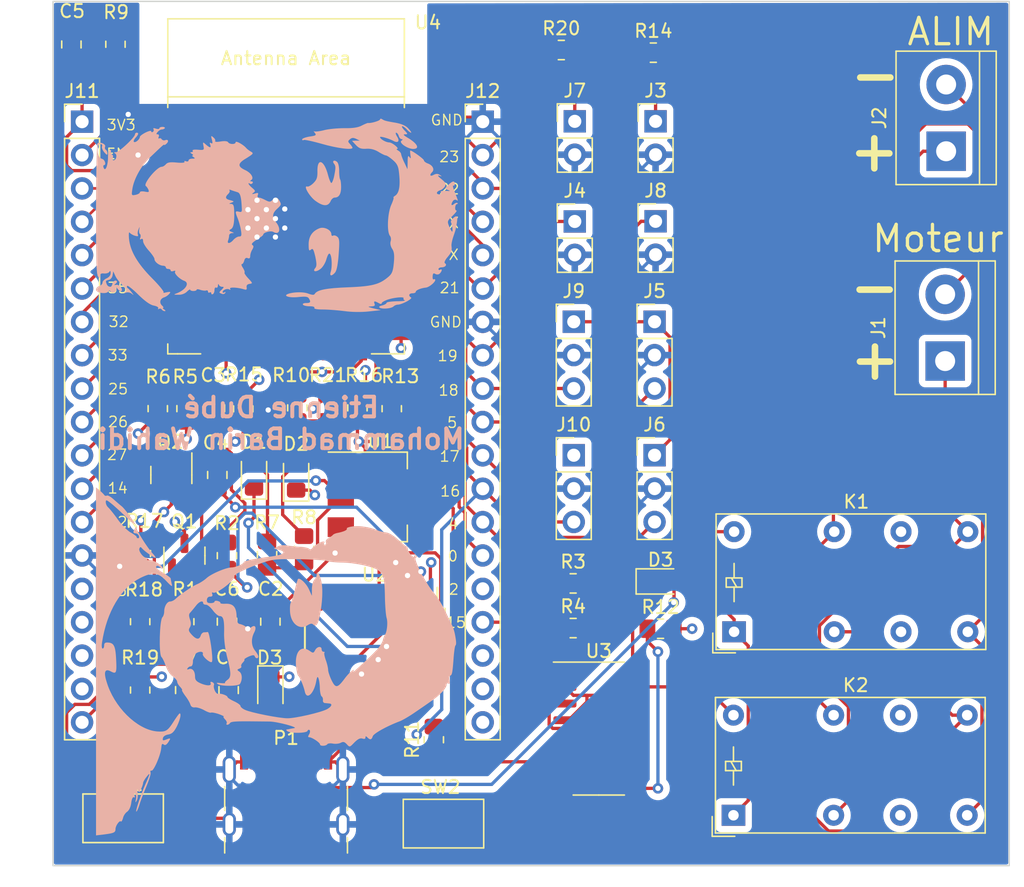
<source format=kicad_pcb>
(kicad_pcb (version 20221018) (generator pcbnew)
  (title_block (title "TSO_ESP32") (date "2023-03-13") (rev "1.0") (company "Cegep de Sherbrooke") (comment 1 "TSO") (comment 2 "Projet Fin Etude") (comment 3 "Mohammad Barin Wahidi") (comment 4 "Etienne Dube"))
  (layers (0 "F.Cu" signal) (1 "In1.Cu" signal) (2 "In2.Cu" signal) (31 "B.Cu" signal) (34 "B.Paste" user) (35 "F.Paste" user) (36 "B.SilkS" user "B.Silkscreen") (37 "F.SilkS" user "F.Silkscreen") (38 "B.Mask" user) (39 "F.Mask" user) (44 "Edge.Cuts" user))
  (net 0 "")
  (net 1 "+5V")
  (net 2 "GND")
  (net 3 "+3.3V")
  (net 4 "Net-(U2-DTR)")
  (net 5 "/DTR")
  (net 6 "Net-(C6-Pad1)")
  (net 7 "Net-(C7-Pad1)")
  (net 8 "Net-(D1-K)")
  (net 9 "Net-(D1-A)")
  (net 10 "Net-(D2-K)")
  (net 11 "Net-(D2-A)")
  (net 12 "Net-(D3-A)")
  (net 13 "/EN")
  (net 14 "/VP")
  (net 15 "/VN")
  (net 16 "/IO34")
  (net 17 "/IO35")
  (net 18 "/IO32")
  (net 19 "/IO33")
  (net 20 "/IO25")
  (net 21 "/IO26")
  (net 22 "/IO27")
  (net 23 "/IO14")
  (net 24 "/IO12")
  (net 25 "/IO13")
  (net 26 "/IO23")
  (net 27 "/IO22")
  (net 28 "/RX")
  (net 29 "/TX")
  (net 30 "/IO21")
  (net 31 "/IO19")
  (net 32 "/IO18")
  (net 33 "/IO5")
  (net 34 "/IO17")
  (net 35 "/IO16")
  (net 36 "/IO4")
  (net 37 "/IO0")
  (net 38 "/IO2")
  (net 39 "/IO15")
  (net 41 "/D+")
  (net 42 "/D-")
  (net 44 "Net-(Q1-B)")
  (net 45 "/RST")
  (net 46 "Net-(Q2-B)")
  (net 47 "Net-(U2-TXD)")
  (net 48 "Net-(U2-RXD)")
  (net 49 "Net-(U2-3V3OUT)")
  (net 66 "Net-(U3-O1)")
  (net 67 "Net-(J1-Pin_1)")
  (net 68 "Net-(J1-Pin_2)")
  (net 69 "Net-(J2-Pin_1)")
  (net 74 "Net-(J2-Pin_2)")
  (net 75 "Net-(U3-O2)")
  (net 76 "Net-(U3-I2)")
  (net 77 "Net-(U3-I1)")
  (net 84 "Net-(J3-Pin_1)")
  (net 85 "Net-(J7-Pin_1)")
  (footprint "TerminalBlock:TerminalBlock_bornier-2_P5.08mm" (layer "F.Cu") (at 188.975 71.705 90)
    (fp_text reference "J2")
    (fp_text value "~")
  )
  (footprint "Resistor_SMD:R_0805_2012Metric_Pad1.20x1.40mm_HandSolder" (layer "F.Cu") (at 131.0132 107.5131 -90)
    (fp_text reference "R1")
    (fp_text value "10K")
  )
  (footprint "Connector_PinHeader_2.54mm:PinHeader_1x02_P2.54mm_Vertical" (layer "F.Cu") (at 166.869534 77.0382)
    (fp_text reference "J8")
    (fp_text value "SW_Close")
  )
  (footprint "Resistor_SMD:R_0805_2012Metric_Pad1.20x1.40mm_HandSolder" (layer "F.Cu") (at 160.6 104.6)
    (fp_text reference "R3")
    (fp_text value "220")
  )
  (footprint "Resistor_SMD:R_0805_2012Metric_Pad1.20x1.40mm_HandSolder" (layer "F.Cu") (at 166.7 64.2)
    (fp_text reference "R14")
    (fp_text value "300")
  )
  (footprint "Resistor_SMD:R_0805_2012Metric_Pad1.20x1.40mm_HandSolder" (layer "F.Cu") (at 167.25 108.05)
    (fp_text reference "R12")
    (fp_text value "10K")
  )
  (footprint "TerminalBlock:TerminalBlock_bornier-2_P5.08mm" (layer "F.Cu") (at 188.9 87.675 90)
    (fp_text reference "J1")
    (fp_text value "~")
  )
  (footprint "Connector_PinHeader_2.54mm:PinHeader_1x02_P2.54mm_Vertical" (layer "F.Cu") (at 160.722734 77.0482)
    (fp_text reference "J4")
    (fp_text value "SW_Open")
  )
  (footprint "Relay_THT:Relay_DPDT_Finder_30.22" (layer "F.Cu") (at 172.8433 108.2839)
    (fp_text reference "K1")
    (fp_text value "FINDER-30.22")
  )
  (footprint "Resistor_SMD:R_0805_2012Metric_Pad1.20x1.40mm_HandSolder" (layer "F.Cu") (at 129 91.2961 90)
    (fp_text reference "R6")
    (fp_text value "150")
  )
  (footprint "Connector_PinHeader_2.54mm:PinHeader_1x03_P2.54mm_Vertical" (layer "F.Cu") (at 160.646534 84.6836)
    (fp_text reference "J9")
    (fp_text value "Sensor_car_out")
  )
  (footprint "Resistor_SMD:R_0805_2012Metric_Pad1.20x1.40mm_HandSolder" (layer "F.Cu") (at 139.6166 91.2361 90)
    (fp_text reference "R10")
    (fp_text value "10K")
  )
  (footprint "Connector_PinHeader_2.54mm:PinHeader_1x02_P2.54mm_Vertical" (layer "F.Cu") (at 160.722734 69.4282)
    (fp_text reference "J7")
    (fp_text value "LED_V")
  )
  (footprint "Connector_PinHeader_2.54mm:PinHeader_1x03_P2.54mm_Vertical" (layer "F.Cu") (at 166.793334 94.8436)
    (fp_text reference "J6")
    (fp_text value "Sensor_gate_open")
  )
  (footprint "Button_Switch_SMD:SW_SPST_CK_RS282G05A3" (layer "F.Cu") (at 150.7352 122.8852 180)
    (fp_text reference "SW2")
    (fp_text value "SW_Push")
  )
  (footprint "Resistor_SMD:R_0805_2012Metric_Pad1.20x1.40mm_HandSolder" (layer "F.Cu") (at 131.189 91.2961 90)
    (fp_text reference "R5")
    (fp_text value "150")
  )
  (footprint "Button_Switch_SMD:SW_SPST_CK_RS282G05A3" (layer "F.Cu") (at 126.365 122.4788)
    (fp_text reference "SW1")
    (fp_text value "SW_Push")
  )
  (footprint "Capacitor_SMD:C_0805_2012Metric_Pad1.18x1.45mm_HandSolder" (layer "F.Cu") (at 131.0894 112.7191 -90)
    (fp_text reference "C7")
    (fp_text value "0.1µ")
  )
  (footprint "Connector_PinHeader_2.54mm:PinHeader_1x02_P2.54mm_Vertical" (layer "F.Cu") (at 166.869534 69.4282)
    (fp_text reference "J3")
    (fp_text value "LED_R")
  )
  (footprint "Resistor_SMD:R_0805_2012Metric_Pad1.20x1.40mm_HandSolder" (layer "F.Cu") (at 150 116.5 90)
    (fp_text reference "R11")
    (fp_text value "10K")
  )
  (footprint "Resistor_SMD:R_0805_2012Metric_Pad1.20x1.40mm_HandSolder" (layer "F.Cu") (at 141.9026 91.2361 -90)
    (fp_text reference "R21")
    (fp_text value "10K")
  )
  (footprint "Capacitor_SMD:C_0805_2012Metric_Pad1.18x1.45mm_HandSolder" (layer "F.Cu") (at 134.3914 112.7191 -90)
    (fp_text reference "C1")
    (fp_text value "0.1µ")
  )
  (footprint "Connector_USB:USB_C_Receptacle_GCT_USB4105-xx-A_16P_TopMnt_Horizontal" (layer "F.Cu") (at 138.7602 121.8692)
    (fp_text reference "P1")
    (fp_text value "USB_C_Plug_USB2.0")
  )
  (footprint "Package_TO_SOT_SMD:SOT-23" (layer "F.Cu") (at 130.0328 96.3461 -90)
    (fp_text reference "Q2")
    (fp_text value "NPN")
  )
  (footprint "Resistor_SMD:R_0805_2012Metric_Pad1.20x1.40mm_HandSolder" (layer "F.Cu") (at 160.6 108)
    (fp_text reference "R4")
    (fp_text value "220")
  )
  (footprint "Resistor_SMD:R_0805_2012Metric_Pad1.20x1.40mm_HandSolder" (layer "F.Cu") (at 159.7 64)
    (fp_text reference "R20")
    (fp_text value "300")
  )
  (footprint "Resistor_SMD:R_0805_2012Metric_Pad1.20x1.40mm_HandSolder" (layer "F.Cu") (at 146.8 91.3 90)
    (fp_text reference "R13")
    (fp_text value "10K")
  )
  (footprint "Resistor_SMD:R_0805_2012Metric_Pad1.20x1.40mm_HandSolder" (layer "F.Cu") (at 144.1886 91.2361 -90)
    (fp_text reference "R16")
    (fp_text value "10K")
  )
  (footprint "Resistor_SMD:R_0805_2012Metric_Pad1.20x1.40mm_HandSolder" (layer "F.Cu") (at 134.2644 102.4866 90)
    (fp_text reference "R2")
    (fp_text value "10K")
  )
  (footprint "Capacitor_SMD:C_0805_2012Metric_Pad1.18x1.45mm_HandSolder" (layer "F.Cu") (at 133.5278 96.3461 90)
    (fp_text reference "C4")
    (fp_text value "0.1µ")
  )
  (footprint "Package_SO:SO-16_3.9x9.9mm_P1.27mm" (layer "F.Cu") (at 162.55 115.65)
    (fp_text reference "U3")
    (fp_text value "ULN2003")
  )
  (footprint "Espressif:ESP32-WROOM-32E" (layer "F.Cu") (at 138.7602 76.1252)
    (fp_text reference "U4")
    (fp_text value "ESP32-WROOM-E")
  )
  (footprint "Resistor_SMD:R_0805_2012Metric_Pad1.20x1.40mm_HandSolder" (layer "F.Cu") (at 135.5 91.313 90)
    (fp_text reference "R15")
    (fp_text value "10K")
  )
  (footprint "Resistor_SMD:R_0805_2012Metric_Pad1.20x1.40mm_HandSolder" (layer "F.Cu") (at 127.6604 112.7191 -90)
    (fp_text reference "R19")
    (fp_text value "470")
  )
  (footprint "Capacitor_SMD:C_0805_2012Metric_Pad1.18x1.45mm_HandSolder" (layer "F.Cu") (at 137.5664 107.5131 -90)
    (fp_text reference "C2")
    (fp_text value "0.1µ")
  )
  (footprint "LED_SMD:LED_0805_2012Metric_Pad1.15x1.40mm_HandSolder" (layer "F.Cu") (at 136.3218 96.3236 90)
    (fp_text reference "D1")
    (fp_text value "LED_TX_Bleu")
  )
  (footprint "Resistor_SMD:R_0805_2012Metric_Pad1.20x1.40mm_HandSolder" (layer "F.Cu") (at 140.1318 102 -90)
    (fp_text reference "R8")
    (fp_text value "330")
  )
  (footprint "Package_TO_SOT_SMD:SOT-23" (layer "F.Cu") (at 131.0284 102.4866 90)
    (fp_text reference "Q1")
    (fp_text value "NPN")
  )
  (footprint "Resistor_SMD:R_0805_2012Metric_Pad1.20x1.40mm_HandSolder" (layer "F.Cu") (at 127.6604 107.5131 -90)
    (fp_text reference "R18")
    (fp_text value "470")
  )
  (footprint "Diode_SMD:D_0805_2012Metric_Pad1.15x1.40mm_HandSolder" (layer "F.Cu") (at 167.25 104.45)
    (fp_text reference "D3")
    (fp_text value "D_Schottky")
  )
  (footprint "Package_SO:SSOP-28_5.3x10.2mm_P0.65mm" (layer "F.Cu") (at 145.5166 109.4 -90)
    (fp_text reference "U2")
    (fp_text value "FT232RL")
  )
  (footprint "Resistor_SMD:R_0805_2012Metric_Pad1.20x1.40mm_HandSolder" (layer "F.Cu") (at 125.7808 63.5629 -90)
    (fp_text reference "R9")
    (fp_text value "10K")
  )
  (footprint "Relay_THT:Relay_DPDT_Finder_30.22" (layer "F.Cu") (at 172.7962 122.2502)
    (fp_text reference "K2")
    (fp_text value "FINDER-30.22")
  )
  (footprint "Connector_PinHeader_2.54mm:PinHeader_1x03_P2.54mm_Vertical" (layer "F.Cu") (at 160.646534 94.8436)
    (fp_text reference "J10")
    (fp_text value "Sensor_gate_close")
  )
  (footprint "Capacitor_SMD:C_0805_2012Metric_Pad1.18x1.45mm_HandSolder" (layer "F.Cu") (at 134.2644 107.5131 90)
    (fp_text reference "C6")
    (fp_text value "0.1µ")
  )
  (footprint "Resistor_SMD:R_0805_2012Metric_Pad1.20x1.40mm_HandSolder" (layer "F.Cu") (at 137.3124 102.4081 -90)
    (fp_text reference "R7")
    (fp_text value "330")
  )
  (footprint "LED_SMD:LED_0805_2012Metric_Pad1.15x1.40mm_HandSolder" (layer "F.Cu") (at 139.525 96.475 90)
    (fp_text reference "D2")
    (fp_text value "LED_RX_Rouge")
  )
  (footprint "Connector_PinHeader_2.54mm:PinHeader_1x19_P2.54mm_Vertical" (layer "F.Cu") (at 123.2408 69.4536)
    (fp_text reference "J11")
    (fp_text value "Conn_01x19_Pin")
  )
  (footprint "Connector_PinHeader_2.54mm:PinHeader_1x03_P2.54mm_Vertical" (layer "F.Cu") (at 166.793334 84.6836)
    (fp_text reference "J5")
    (fp_text value "Sensor_car_in")
  )
  (footprint "Connector_PinHeader_2.54mm:PinHeader_1x19_P2.54mm_Vertical" (layer "F.Cu") (at 153.7208 69.4536)
    (fp_text reference "J12")
    (fp_text value "Conn_01x19_Pin")
  )
  (footprint "Capacitor_SMD:C_0805_2012Metric_Pad1.18x1.45mm_HandSolder" (layer "F.Cu") (at 122.428 63.5762 90)
    (fp_text reference "C5")
    (fp_text value "0.1µ")
  )
  (footprint "Resistor_SMD:R_0805_2012Metric_Pad1.20x1.40mm_HandSolder" (layer "F.Cu") (at 127.7112 102.3276 90)
    (fp_text reference "R17")
    (fp_text value "10K")
  )
  (footprint "Diode_SMD:D_0805_2012Metric_Pad1.15x1.40mm_HandSolder" (layer "F.Cu") (at 137.5664 112.7416 -90)
    (fp_text reference "D3")
    (fp_text value "D_Schottky")
  )
  (footprint "Package_TO_SOT_SMD:SOT-223-3_TabPin2" (layer "F.Cu") (at 146.075 98.0186)
    (fp_text reference "U1")
    (fp_text value "AMS1117-3.3")
  )
  (footprint "Capacitor_SMD:C_0805_2012Metric_Pad1.18x1.45mm_HandSolder" (layer "F.Cu") (at 133.348 91.2661 90)
    (fp_text reference "C3")
    (fp_text value "0.1µ")
  )
  (gr_poly (pts (xy 138.355528 75.734545) (xy 138.353718 75.750184) (xy 138.350421 75.765793) (xy 138.345605 75.781473) (xy 138.339238 75.79733) (xy 138.331288 75.813467) (xy 138.321724 75.829988) (xy 138.310514 75.846998) (xy 138.297626 75.8646) (xy 138.283029 75.882899) (xy 138.266692 75.901998) (xy 138.228667 75.943012) (xy 138.1833 75.988477) (xy 138.130336 76.039222) (xy 138.069522 76.096081) (xy 138.004259 76.159951) (xy 137.947352 76.222157) (xy 137.922021 76.25275) (xy 137.898765 76.283061) (xy 137.87758 76.313138) (xy 137.858461 76.343025) (xy 137.841405 76.372767) (xy 137.826406 76.40241) (xy 137.813459 76.431999) (xy 137.802561 76.461578) (xy 137.793707 76.491193) (xy 137.786892 76.52089) (xy 137.782112 76.550714) (xy 137.779362 76.580709) (xy 137.778638 76.610922) (xy 137.779935 76.641397) (xy 137.783248 76.672179) (xy 137.788574 76.703314) (xy 137.795908 76.734846) (xy 137.805244 76.766822) (xy 137.816579 76.799286) (xy 137.829909 76.832284) (xy 137.845227 76.865861) (xy 137.862531 76.900061) (xy 137.903076 76.970515) (xy 137.951506 77.044007) (xy 138.007786 77.1209) (xy 138.043278 77.168265) (xy 138.075696 77.215355) (xy 138.105075 77.262038) (xy 138.131451 77.308182) (xy 138.154861 77.353658) (xy 138.175342 77.398333) (xy 138.192928 77.442076) (xy 138.207656 77.484757) (xy 138.219564 77.526245) (xy 138.228685 77.566407) (xy 138.235058 77.605114) (xy 138.238717 77.642233) (xy 138.2397 77.677634) (xy 138.238042 77.711186) (xy 138.233779 77.742757) (xy 138.226949 77.772216) (xy 138.217586 77.799433) (xy 138.205727 77.824276) (xy 138.191408 77.846614) (xy 138.174666 77.866315) (xy 138.155536 77.88325) (xy 138.134055 77.897286) (xy 138.110259 77.908292) (xy 138.084184 77.916138) (xy 138.055866 77.920692) (xy 138.025342 77.921823) (xy 137.992647 77.9194) (xy 137.957818 77.913292) (xy 137.920891 77.903368) (xy 137.881902 77.889496) (xy 137.840887 77.871545) (xy 137.797883 77.849385) (xy 137.77827 77.838633) (xy 137.756591 77.829496) (xy 137.733022 77.821923) (xy 137.707739 77.815864) (xy 137.680919 77.811271) (xy 137.652737 77.808093) (xy 137.623371 77.806281) (xy 137.592997 77.805784) (xy 137.56179 77.806554) (xy 137.529928 77.80854) (xy 137.464942 77.815961) (xy 137.39945 77.827651) (xy 137.334862 77.843212) (xy 137.27259 77.862246) (xy 137.214043 77.884354) (xy 137.186608 77.896436) (xy 137.160633 77.909139) (xy 137.136295 77.922411) (xy 137.11377 77.936203) (xy 137.093235 77.950465) (xy 137.074865 77.965148) (xy 137.058838 77.980201) (xy 137.045329 77.995576) (xy 137.034516 78.011222) (xy 137.026573 78.027089) (xy 137.021679 78.043128) (xy 137.020008 78.05929) (xy 137.019362 78.064242) (xy 137.017446 78.069828) (xy 137.009928 78.082826) (xy 136.997707 78.09814) (xy 136.981037 78.115624) (xy 136.960171 78.135133) (xy 136.935363 78.156524) (xy 136.874929 78.204369) (xy 136.801762 78.258002) (xy 136.717888 78.316265) (xy 136.625332 78.378002) (xy 136.52612 78.442053) (xy 136.468386 78.478368) (xy 136.415573 78.513218) (xy 136.391011 78.530088) (xy 136.367679 78.546585) (xy 136.345577 78.562707) (xy 136.324705 78.578451) (xy 136.305063 78.593815) (xy 136.286651 78.608798) (xy 136.269468 78.623396) (xy 136.253516 78.637607) (xy 136.238793 78.651429) (xy 136.2253 78.66486) (xy 136.213038 78.677898) (xy 136.202005 78.690541) (xy 136.192202 78.702785) (xy 136.183629 78.714629) (xy 136.176285 78.726071) (xy 136.170172 78.737108) (xy 136.165289 78.747738) (xy 136.161635 78.757959) (xy 136.159212 78.767768) (xy 136.158018 78.777164) (xy 136.158054 78.786143) (xy 136.15932 78.794705) (xy 136.161816 78.802846) (xy 136.165542 78.810564) (xy 136.170498 78.817857) (xy 136.176684 78.824723) (xy 136.184099 78.831159) (xy 136.192745 78.837163) (xy 136.212278 78.851084) (xy 136.229208 78.865186) (xy 136.243533 78.87965) (xy 136.249718 78.887073) (xy 136.255253 78.894656) (xy 136.260136 78.902419) (xy 136.264369 78.910385) (xy 136.26795 78.918578) (xy 136.27088 78.927019) (xy 136.273159 78.935732) (xy 136.274787 78.944738) (xy 136.275763 78.954061) (xy 136.276089 78.963723) (xy 136.275763 78.973747) (xy 136.274787 78.984155) (xy 136.273159 78.99497) (xy 136.27088 79.006215) (xy 136.264369 79.030083) (xy 136.255253 79.055941) (xy 136.243533 79.083969) (xy 136.229208 79.114349) (xy 136.212278 79.147261) (xy 136.192745 79.182885) (xy 136.176699 79.209322) (xy 136.161033 79.237532) (xy 136.145837 79.267261) (xy 136.131201 79.298255) (xy 136.117217 79.330263) (xy 136.103975 79.36303) (xy 136.091564 79.396304) (xy 136.080076 79.429831) (xy 136.0696 79.463358) (xy 136.060228 79.496631) (xy 136.05205 79.529399) (xy 136.045156 79.561406) (xy 136.039636 79.592401) (xy 136.035582 79.622129) (xy 136.033083 79.650339) (xy 136.03223 79.676775) (xy 136.031503 79.705708) (xy 136.030592 79.719295) (xy 136.029312 79.732289) (xy 136.027661 79.744687) (xy 136.025637 79.756483) (xy 136.023238 79.767674) (xy 136.020461 79.778254) (xy 136.017305 79.788219) (xy 136.013766 79.797564) (xy 136.009843 79.806286) (xy 136.005534 79.814379) (xy 136.000835 79.821839) (xy 135.995746 79.828662) (xy 135.990263 79.834842) (xy 135.984384 79.840376) (xy 135.978108 79.845258) (xy 135.971431 79.849485) (xy 135.964352 79.853052) (xy 135.956868 79.855954) (xy 135.948978 79.858187) (xy 135.940678 79.859747) (xy 135.931966 79.860628) (xy 135.922841 79.860826) (xy 135.9133 79.860337) (xy 135.90334 79.859156) (xy 135.892961 79.857278) (xy 135.882158 79.8547) (xy 135.87093 79.851417) (xy 135.859275 79.847424) (xy 135.84719 79.842716) (xy 135.834674 79.837289) (xy 135.823207 79.832985) (xy 135.811957 79.829334) (xy 135.800924 79.826339) (xy 135.790108 79.824001) (xy 135.779509 79.822324) (xy 135.769127 79.82131) (xy 135.758963 79.82096) (xy 135.749015 79.821276) (xy 135.739284 79.822263) (xy 135.729771 79.82392) (xy 135.720474 79.826251) (xy 135.711395 79.829259) (xy 135.702532 79.832944) (xy 135.693887 79.83731) (xy 135.685459 79.842359) (xy 135.677247 79.848093) (xy 135.669253 79.854514) (xy 135.661476 79.861625) (xy 135.653916 79.869428) (xy 135.646573 79.877924) (xy 135.639447 79.887117) (xy 135.632538 79.897009) (xy 135.625845 79.907601) (xy 135.61937 79.918897) (xy 135.613113 79.930898) (xy 135.607072 79.943606) (xy 135.595641 79.971155) (xy 135.585078 80.001562) (xy 135.575383 80.034845) (xy 135.568016 80.060139) (xy 135.559853 80.084981) (xy 135.550966 80.109208) (xy 135.541428 80.132658) (xy 135.531311 80.155166) (xy 135.520688 80.176572) (xy 135.509631 80.196711) (xy 135.498212 80.215422) (xy 135.49239 80.224191) (xy 135.486504 80.232541) (xy 135.480564 80.240453) (xy 135.474579 80.247906) (xy 135.468557 80.254879) (xy 135.462509 80.261353) (xy 135.456442 80.267307) (xy 135.450366 80.272721) (xy 135.444291 80.277574) (xy 135.438224 80.281845) (xy 135.432176 80.285516) (xy 135.426154 80.288565) (xy 135.420169 80.290971) (xy 135.414229 80.292715) (xy 135.408343 80.293777) (xy 135.402521 80.294135) (xy 135.396987 80.294494) (xy 135.391958 80.295561) (xy 135.387437 80.29732) (xy 135.383422 80.299754) (xy 135.379913 80.302849) (xy 135.376911 80.306588) (xy 135.374415 80.310956) (xy 135.372425 80.315936) (xy 135.370942 80.321513) (xy 135.369966 80.327671) (xy 135.369532 80.341667) (xy 135.371123 80.357798) (xy 135.374741 80.375936) (xy 135.380384 80.395955) (xy 135.388053 80.417728) (xy 135.397748 80.44113) (xy 135.409468 80.466032) (xy 135.423214 80.492309) (xy 135.438985 80.519834) (xy 135.456783 80.548481) (xy 135.476606 80.578122) (xy 135.494677 80.608188) (xy 135.51179 80.638073) (xy 135.527854 80.667597) (xy 135.542779 80.696578) (xy 135.556474 80.724836) (xy 135.568848 80.752189) (xy 135.579811 80.778457) (xy 135.589274 80.803459) (xy 135.597145 80.827014) (xy 135.603333 80.848942) (xy 135.607749 80.86906) (xy 135.609264 80.878385) (xy 135.610302 80.887189) (xy 135.610852 80.895451) (xy 135.610902 80.903148) (xy 135.610441 80.910256) (xy 135.609458 80.916755) (xy 135.607941 80.92262) (xy 135.60588 80.92783) (xy 135.603262 80.932361) (xy 135.600077 80.936191) (xy 135.597072 80.94013) (xy 135.594992 80.944982) (xy 135.593821 80.95072) (xy 135.593542 80.957317) (xy 135.595601 80.97298) (xy 135.601043 80.991754) (xy 135.60974 81.013422) (xy 135.621565 81.037767) (xy 135.636393 81.064572) (xy 135.654097 81.093619) (xy 135.67455 81.124692) (xy 135.697626 81.157574) (xy 135.723198 81.192047) (xy 135.751139 81.227896) (xy 135.781322 81.264901) (xy 135.813622 81.302847) (xy 135.847911 81.341517) (xy 135.884063 81.380693) (xy 135.944859 81.446043) (xy 135.997697 81.503561) (xy 136.042721 81.553809) (xy 136.080076 81.597347) (xy 136.095923 81.616775) (xy 136.109908 81.634735) (xy 136.122047 81.651299) (xy 136.132359 81.666535) (xy 136.140863 81.680514) (xy 136.147576 81.693306) (xy 136.152517 81.704982) (xy 136.155703 81.71561) (xy 136.157153 81.725262) (xy 136.156885 81.734008) (xy 136.154917 81.741916) (xy 136.151266 81.749059) (xy 136.145951 81.755505) (xy 136.138991 81.761325) (xy 136.130403 81.766588) (xy 136.120205 81.771366) (xy 136.108415 81.775727) (xy 136.095052 81.779743) (xy 136.080133 81.783483) (xy 136.063677 81.787017) (xy 136.026226 81.793748) (xy 135.982841 81.800497) (xy 135.951588 81.805851) (xy 135.936829 81.80907) (xy 135.922649 81.812651) (xy 135.909048 81.816594) (xy 135.896026 81.820899) (xy 135.883582 81.825565) (xy 135.871717 81.830594) (xy 135.860431 81.835983) (xy 135.849724 81.841735) (xy 135.839595 81.847849) (xy 135.830045 81.854324) (xy 135.821074 81.861161) (xy 135.812682 81.868359) (xy 135.804868 81.875919) (xy 135.797634 81.883841) (xy 135.790978 81.892125) (xy 135.784901 81.900771) (xy 135.779402 81.909778) (xy 135.774483 81.919147) (xy 135.770142 81.928878) (xy 135.76638 81.93897) (xy 135.763196 81.949424) (xy 135.760592 81.96024) (xy 135.758566 81.971418) (xy 135.757119 81.982957) (xy 135.756251 81.994858) (xy 135.755962 82.007121) (xy 135.756251 82.019746) (xy 135.757119 82.032732) (xy 135.758566 82.04608) (xy 135.760592 82.05979) (xy 135.76448 82.090621) (xy 135.766814 82.118342) (xy 135.767483 82.143024) (xy 135.767159 82.154248) (xy 135.76638 82.16474) (xy 135.765129 82.174508) (xy 135.763395 82.183562) (xy 135.761164 82.19191) (xy 135.758421 82.199562) (xy 135.755155 82.206527) (xy 135.75135 82.212814) (xy 135.746993 82.218431) (xy 135.742071 82.223389) (xy 135.736571 82.227695) (xy 135.730478 82.231359) (xy 135.723779 82.23439) (xy 135.716461 82.236797) (xy 135.708509 82.238589) (xy 135.699911 82.239776) (xy 135.690653 82.240365) (xy 135.680721 82.240367) (xy 135.670102 82.239789) (xy 135.658782 82.238643) (xy 135.646747 82.236935) (xy 135.633985 82.234676) (xy 135.606222 82.228539) (xy 135.575383 82.220303) (xy 135.478945 82.191805) (xy 135.380336 82.166526) (xy 135.280859 82.144502) (xy 135.181816 82.12577) (xy 135.084509 82.110366) (xy 134.990241 82.098326) (xy 134.900314 82.089687) (xy 134.816029 82.084484) (xy 134.73869 82.082754) (xy 134.669599 82.084532) (xy 134.610057 82.089855) (xy 134.584275 82.093858) (xy 134.561368 82.09876) (xy 134.541499 82.104567) (xy 134.524833 82.111282) (xy 134.51153 82.118911) (xy 134.501754 82.127458) (xy 134.495668 82.136927) (xy 134.493434 82.147323) (xy 134.495216 82.15865) (xy 134.501176 82.170914) (xy 134.50971 82.184223) (xy 134.516778 82.196356) (xy 134.522364 82.207296) (xy 134.524595 82.212312) (xy 134.526448 82.217023) (xy 134.527922 82.221427) (xy 134.529013 82.225521) (xy 134.52972 82.229303) (xy 134.530041 82.232771) (xy 134.529973 82.235922) (xy 134.529513 82.238754) (xy 134.528661 82.241266) (xy 134.527412 82.243454) (xy 134.525766 82.245316) (xy 134.52372 82.246851) (xy 134.521271 82.248055) (xy 134.518417 82.248927) (xy 134.515157 82.249465) (xy 134.511487 82.249666) (xy 134.507406 82.249527) (xy 134.502911 82.249048) (xy 134.498001 82.248224) (xy 134.492672 82.247055) (xy 134.486922 82.245537) (xy 134.48075 82.243669) (xy 134.467128 82.238873) (xy 134.451788 82.232648) (xy 134.436177 82.222947) (xy 134.419511 82.214652) (xy 134.401891 82.207723) (xy 134.383419 82.202118) (xy 134.364196 82.197798) (xy 134.344324 82.194721) (xy 134.323905 82.192847) (xy 134.303041 82.192135) (xy 134.281833 82.192544) (xy 134.260383 82.194034) (xy 134.238793 82.196564) (xy 134.217165 82.200093) (xy 134.1956 82.204581) (xy 134.1742 82.209987) (xy 134.153066 82.21627) (xy 134.132302 82.223389) (xy 134.112007 82.231305) (xy 134.092285 82.239975) (xy 134.073236 82.24936) (xy 134.054963 82.259418) (xy 134.037567 82.27011) (xy 134.02115 82.281394) (xy 134.005813 82.293229) (xy 133.991659 82.305575) (xy 133.978789 82.318392) (xy 133.967306 82.331638) (xy 133.957309 82.345273) (xy 133.948902 82.359257) (xy 133.942186 82.373547) (xy 133.937263 82.388104) (xy 133.934235 82.402888) (xy 133.933203 82.417857) (xy 133.933383 82.423499) (xy 133.933917 82.428851) (xy 133.9348 82.433908) (xy 133.936025 82.438669) (xy 133.937583 82.443131) (xy 133.93947 82.447293) (xy 133.941678 82.451152) (xy 133.9442 82.454706) (xy 133.947029 82.457952) (xy 133.950159 82.460889) (xy 133.953583 82.463513) (xy 133.957295 82.465824) (xy 133.961286 82.467817) (xy 133.965551 82.469492) (xy 133.970083 82.470846) (xy 133.974875 82.471877) (xy 133.97992 82.472582) (xy 133.985211 82.472959) (xy 133.990743 82.473007) (xy 133.996507 82.472721) (xy 134.002497 82.472102) (xy 134.008706 82.471145) (xy 134.021756 82.468212) (xy 134.035602 82.463905) (xy 134.050189 82.458205) (xy 134.065463 82.451094) (xy 134.081371 82.442554) (xy 134.096711 82.43402) (xy 134.110333 82.426951) (xy 134.122255 82.421365) (xy 134.132495 82.417281) (xy 134.136989 82.415807) (xy 134.141071 82.414715) (xy 134.14474 82.414008) (xy 134.148001 82.413687) (xy 134.150854 82.413755) (xy 134.153303 82.414215) (xy 134.15535 82.415067) (xy 134.156996 82.416316) (xy 134.158244 82.417962) (xy 134.159097 82.420008) (xy 134.159556 82.422457) (xy 134.159625 82.425311) (xy 134.159304 82.428571) (xy 134.158597 82.432241) (xy 134.157505 82.436322) (xy 134.156032 82.440817) (xy 134.151947 82.451057) (xy 134.146362 82.462979) (xy 134.139293 82.476601) (xy 134.130759 82.491941) (xy 134.120793 82.505386) (xy 134.109489 82.51789) (xy 134.096955 82.529381) (xy 134.083299 82.539787) (xy 134.068631 82.549035) (xy 134.053058 82.557054) (xy 134.03669 82.56377) (xy 134.019634 82.569112) (xy 134.001999 82.573006) (xy 133.983894 82.575382) (xy 133.965427 82.576165) (xy 133.956092 82.575938) (xy 133.946707 82.575285) (xy 133.937286 82.574198) (xy 133.927843 82.572669) (xy 133.91839 82.570687) (xy 133.908942 82.568244) (xy 133.899512 82.56533) (xy 133.890113 82.561938) (xy 133.88076 82.558057) (xy 133.871466 82.553678) (xy 133.830231 82.538269) (xy 133.794513 82.524161) (xy 133.764329 82.510922) (xy 133.751319 82.504492) (xy 133.739698 82.498116) (xy 133.729471 82.491741) (xy 133.720638 82.485311) (xy 133.713202 82.478772) (xy 133.707166 82.472071) (xy 133.702532 82.465153) (xy 133.699302 82.457963) (xy 133.697478 82.450448) (xy 133.697062 82.442553) (xy 133.698057 82.434224) (xy 133.700465 82.425407) (xy 133.704289 82.416047) (xy 133.70953 82.40609) (xy 133.716191 82.395482) (xy 133.724274 82.384169) (xy 133.733781 82.372096) (xy 133.744715 82.359209) (xy 133.770871 82.330777) (xy 133.802762 82.298438) (xy 133.840403 82.261758) (xy 133.883815 82.220303) (xy 133.912033 82.189598) (xy 133.936507 82.162185) (xy 133.957255 82.137882) (xy 133.974296 82.11651) (xy 133.981431 82.106866) (xy 133.987647 82.097886) (xy 133.992944 82.089549) (xy 133.997326 82.081831) (xy 134.000795 82.07471) (xy 134.003352 82.068164) (xy 134.005 82.062169) (xy 134.005742 82.056703) (xy 134.00558 82.051743) (xy 134.004516 82.047267) (xy 134.002551 82.043253) (xy 133.999689 82.039677) (xy 133.995932 82.036517) (xy 133.991282 82.03375) (xy 133.985741 82.031355) (xy 133.979312 82.029307) (xy 133.971996 82.027585) (xy 133.963797 82.026166) (xy 133.954715 82.025027) (xy 133.944755 82.024146) (xy 133.922204 82.023067) (xy 133.896162 82.022748) (xy 133.885747 82.022533) (xy 133.875347 82.021897) (xy 133.864979 82.020855) (xy 133.854658 82.01942) (xy 133.844401 82.017604) (xy 133.834223 82.015423) (xy 133.82414 82.012888) (xy 133.814168 82.010015) (xy 133.804322 82.006816) (xy 133.794619 82.003305) (xy 133.785074 81.999495) (xy 133.775703 81.995401) (xy 133.766522 81.991035) (xy 133.757547 81.986412) (xy 133.748793 81.981544) (xy 133.740277 81.976446) (xy 133.732014 81.971131) (xy 133.72402 81.965612) (xy 133.716311 81.959904) (xy 133.708903 81.954019) (xy 133.701811 81.947971) (xy 133.695051 81.941774) (xy 133.68864 81.935441) (xy 133.682593 81.928987) (xy 133.676925 81.922423) (xy 133.671653 81.915765) (xy 133.666793 81.909026) (xy 133.66236 81.902218) (xy 133.65837 81.895356) (xy 133.654839 81.888454) (xy 133.651783 81.881524) (xy 133.649218 81.874581) (xy 133.642281 81.85764) (xy 133.63883 81.85034) (xy 133.635399 81.843809) (xy 133.631995 81.838038) (xy 133.628625 81.833017) (xy 133.625296 81.828738) (xy 133.622014 81.825192) (xy 133.618787 81.822368) (xy 133.615621 81.82026) (xy 133.612522 81.818857) (xy 133.609498 81.81815) (xy 133.606556 81.81813) (xy 133.603701 81.818789) (xy 133.600942 81.820116) (xy 133.598284 81.822104) (xy 133.595735 81.824744) (xy 133.593301 81.828025) (xy 133.59099 81.831939) (xy 133.588807 81.836477) (xy 133.58676 81.84163) (xy 133.584855 81.84739) (xy 133.5815 81.860689) (xy 133.578796 81.876304) (xy 133.576797 81.894162) (xy 133.575558 81.91419) (xy 133.575133 81.936316) (xy 133.573868 81.947709) (xy 133.572387 81.958734) (xy 133.570694 81.969384) (xy 133.568791 81.979652) (xy 133.56668 81.989531) (xy 133.564363 81.999014) (xy 133.561842 82.008095) (xy 133.559121 82.016766) (xy 133.5562 82.025022) (xy 133.553083 82.032855) (xy 133.549771 82.040258) (xy 133.546267 82.047224) (xy 133.542573 82.053748) (xy 133.538692 82.059822) (xy 133.534625 82.065439) (xy 133.530375 82.070592) (xy 133.525944 82.075276) (xy 133.521334 82.079482) (xy 133.516549 82.083204) (xy 133.511589 82.086436) (xy 133.506457 82.089171) (xy 133.501155 82.091401) (xy 133.495687 82.09312) (xy 133.490053 82.094322) (xy 133.484257 82.094999) (xy 133.4783 82.095144) (xy 133.472184 82.094752) (xy 133.465913 82.093815) (xy 133.459488 82.092326) (xy 133.452912 82.090279) (xy 133.446186 82.087666) (xy 133.439313 82.084482) (xy 133.433527 82.081334) (xy 133.427753 82.078827) (xy 133.422001 82.076954) (xy 133.416283 82.075704) (xy 133.41061 82.07507) (xy 133.404994 82.075041) (xy 133.399445 82.07561) (xy 133.393976 82.076766) (xy 133.388597 82.078501) (xy 133.38332 82.080805) (xy 133.378156 82.083671) (xy 133.373116 82.087088) (xy 133.368212 82.091047) (xy 133.363455 82.09554) (xy 133.358856 82.100558) (xy 133.354427 82.106091) (xy 133.350178 82.11213) (xy 133.346122 82.118667) (xy 133.338631 82.133197) (xy 133.332044 82.149608) (xy 133.326453 82.167827) (xy 133.321946 82.187783) (xy 133.318615 82.209403) (xy 133.31655 82.232615) (xy 133.315842 82.257346) (xy 133.315269 82.282926) (xy 133.313575 82.308615) (xy 133.310796 82.334232) (xy 133.306967 82.359596) (xy 133.302126 82.384525) (xy 133.296308 82.40884) (xy 133.28955 82.432359) (xy 133.281887 82.454901) (xy 133.273356 82.476285) (xy 133.263993 82.496331) (xy 133.253834 82.514858) (xy 133.248468 82.523495) (xy 133.242916 82.531685) (xy 133.237183 82.539404) (xy 133.231274 82.546631) (xy 133.225193 82.553342) (xy 133.218945 82.559514) (xy 133.212534 82.565127) (xy 133.205964 82.570156) (xy 133.199241 82.574579) (xy 133.192369 82.578373) (xy 133.186583 82.581665) (xy 133.180809 82.584598) (xy 133.175057 82.587174) (xy 133.169339 82.589394) (xy 133.163666 82.591262) (xy 133.158049 82.592779) (xy 133.152501 82.593949) (xy 133.147032 82.594772) (xy 133.141653 82.595252) (xy 133.136375 82.59539) (xy 133.131211 82.595189) (xy 133.126171 82.594651) (xy 133.121267 82.593779) (xy 133.11651 82.592574) (xy 133.111911 82.59104) (xy 133.107482 82.589177) (xy 133.103233 82.586989) (xy 133.099177 82.584477) (xy 133.095324 82.581645) (xy 133.091686 82.578494) (xy 133.088274 82.575026) (xy 133.085099 82.571244) (xy 133.082173 82.56715) (xy 133.079507 82.562746) (xy 133.077113 82.558035) (xy 133.075001 82.553018) (xy 133.073182 82.547699) (xy 133.07167 82.542078) (xy 133.070473 82.53616) (xy 133.069605 82.529945) (xy 133.069075 82.523436) (xy 133.068896 82.516636) (xy 133.068752 82.509836) (xy 133.068323 82.503327) (xy 133.067614 82.497113) (xy 133.066629 82.491194) (xy 133.065373 82.485574) (xy 133.06385 82.480255) (xy 133.062065 82.475239) (xy 133.060022 82.470527) (xy 133.057726 82.466123) (xy 133.055181 82.462029) (xy 133.052392 82.458247) (xy 133.049363 82.45478) (xy 133.046099 82.451628) (xy 133.042605 82.448796) (xy 133.038884 82.446284) (xy 133.034942 82.444096) (xy 133.030783 82.442233) (xy 133.026411 82.440698) (xy 133.021832 82.439494) (xy 133.017049 82.438621) (xy 133.012066 82.438084) (xy 133.00689 82.437883) (xy 133.001523 82.438021) (xy 132.995972 82.4385) (xy 132.990239 82.439324) (xy 132.98433 82.440493) (xy 132.978249 82.44201) (xy 132.972001 82.443878) (xy 132.965589 82.446099) (xy 132.95902 82.448674) (xy 132.952297 82.451607) (xy 132.945425 82.454899) (xy 132.939639 82.458191) (xy 132.933864 82.461124) (xy 132.928112 82.463699) (xy 132.922394 82.46592) (xy 132.916722 82.467788) (xy 132.911105 82.469306) (xy 132.905557 82.470475) (xy 132.900087 82.471298) (xy 132.894708 82.471778) (xy 132.889431 82.471916) (xy 132.884267 82.471716) (xy 132.879227 82.471178) (xy 132.874323 82.470306) (xy 132.869566 82.469101) (xy 132.864967 82.467567) (xy 132.860537 82.465704) (xy 132.856289 82.463516) (xy 132.852233 82.461005) (xy 132.84838 82.458173) (xy 132.844742 82.455021) (xy 132.84133 82.451554) (xy 132.838155 82.447772) (xy 132.835229 82.443678) (xy 132.832563 82.439274) (xy 132.830168 82.434563) (xy 132.828056 82.429546) (xy 132.826238 82.424227) (xy 132.824725 82.418607) (xy 132.823529 82.412688) (xy 132.82266 82.406474) (xy 132.822131 82.399965) (xy 132.821952 82.393165) (xy 132.821737 82.385207) (xy 132.821102 82.377543) (xy 132.82006 82.370178) (xy 132.818624 82.363116) (xy 132.816809 82.356361) (xy 132.814627 82.349918) (xy 132.812092 82.343792) (xy 132.809219 82.337987) (xy 132.80602 82.332507) (xy 132.802509 82.327358) (xy 132.798699 82.322543) (xy 132.794605 82.318067) (xy 132.790239 82.313935) (xy 132.785616 82.310151) (xy 132.780748 82.30672) (xy 132.77565 82.303646) (xy 132.770335 82.300934) (xy 132.764816 82.298587) (xy 132.759107 82.296612) (xy 132.753222 82.295012) (xy 132.747175 82.293792) (xy 132.740978 82.292956) (xy 132.734645 82.292509) (xy 132.72819 82.292456) (xy 132.721627 82.2928) (xy 132.714969 82.293547) (xy 132.70823 82.294701) (xy 132.701422 82.296266) (xy 132.694561 82.298248) (xy 132.687658 82.300649) (xy 132.680729 82.303476) (xy 132.673786 82.306733) (xy 132.656317 82.31079) (xy 132.636479 82.313726) (xy 132.614507 82.315577) (xy 132.590635 82.316379) (xy 132.5651 82.316168) (xy 132.538136 82.314981) (xy 132.509977 82.312852) (xy 132.480861 82.30982) (xy 132.451021 82.305919) (xy 132.420692 82.301187) (xy 132.39011 82.295658) (xy 132.35951 82.28937) (xy 132.329128 82.282359) (xy 132.299197 82.27466) (xy 132.269954 82.26631) (xy 132.241633 82.257346) (xy 132.226696 82.251738) (xy 132.211992 82.24649) (xy 132.197536 82.2416) (xy 132.183345 82.237064) (xy 132.169435 82.232881) (xy 132.15582 82.229049) (xy 132.142518 82.225564) (xy 132.129543 82.222426) (xy 132.116912 82.219631) (xy 132.104641 82.217177) (xy 132.092745 82.215063) (xy 132.08124 82.213286) (xy 132.070141 82.211843) (xy 132.059466 82.210732) (xy 132.049229 82.209952) (xy 132.039447 82.209499) (xy 132.030135 82.209372) (xy 132.021309 82.209569) (xy 132.012985 82.210086) (xy 132.005179 82.210922) (xy 131.997906 82.212075) (xy 131.991182 82.213542) (xy 131.985024 82.215321) (xy 131.979447 82.21741) (xy 131.974467 82.219806) (xy 131.970099 82.222507) (xy 131.96636 82.225511) (xy 131.963265 82.228816) (xy 131.960831 82.23242) (xy 131.959072 82.23632) (xy 131.958006 82.240513) (xy 131.957646 82.244998) (xy 131.957324 82.249627) (xy 131.956365 82.254246) (xy 131.954788 82.258848) (xy 131.952606 82.263422) (xy 131.949837 82.26796) (xy 131.946496 82.272453) (xy 131.938161 82.281267) (xy 131.927728 82.289792) (xy 131.915324 82.297955) (xy 131.901074 82.305684) (xy 131.885107 82.312907) (xy 131.867548 82.319551) (xy 131.848524 82.325543) (xy 131.828161 82.330813) (xy 131.806586 82.335286) (xy 131.783927 82.338891) (xy 131.760308 82.341556) (xy 131.735858 82.343208) (xy 131.710702 82.343775) (xy 131.698044 82.343632) (xy 131.685546 82.343208) (xy 131.673225 82.342513) (xy 131.661096 82.341556) (xy 131.649175 82.340346) (xy 131.637478 82.338891) (xy 131.62602 82.337202) (xy 131.614818 82.335286) (xy 131.603887 82.333153) (xy 131.593244 82.330813) (xy 131.582903 82.328273) (xy 131.572881 82.325543) (xy 131.563194 82.322633) (xy 131.553857 82.319551) (xy 131.544886 82.316306) (xy 131.536298 82.312907) (xy 131.528107 82.309363) (xy 131.52033 82.305684) (xy 131.512983 82.301878) (xy 131.506081 82.297955) (xy 131.49964 82.293923) (xy 131.493676 82.289792) (xy 131.488205 82.28557) (xy 131.483243 82.281267) (xy 131.478806 82.276892) (xy 131.474908 82.272453) (xy 131.471567 82.26796) (xy 131.468798 82.263422) (xy 131.466617 82.258848) (xy 131.465039 82.254246) (xy 131.464081 82.249627) (xy 131.463758 82.244998) (xy 131.463435 82.240692) (xy 131.462477 82.237031) (xy 131.460899 82.234007) (xy 131.458718 82.231614) (xy 131.455949 82.229845) (xy 131.452608 82.228693) (xy 131.44871 82.228151) (xy 131.444273 82.228213) (xy 131.43384 82.230122) (xy 131.421435 82.234363) (xy 131.407186 82.240883) (xy 131.391218 82.249628) (xy 131.373659 82.260544) (xy 131.354635 82.273575) (xy 131.334272 82.288669) (xy 131.312697 82.30577) (xy 131.290038 82.324824) (xy 131.266419 82.345777) (xy 131.241968 82.368576) (xy 131.216812 82.393165) (xy 131.187762 82.420352) (xy 131.156306 82.446291) (xy 131.122644 82.470892) (xy 131.086974 82.494064) (xy 131.049495 82.515717) (xy 131.010407 82.53576) (xy 130.969908 82.554103) (xy 130.928197 82.570655) (xy 130.885473 82.585327) (xy 130.841935 82.598027) (xy 130.797783 82.608665) (xy 130.753214 82.617151) (xy 130.708428 82.623394) (xy 130.663624 82.627304) (xy 130.619001 82.62879) (xy 130.574758 82.627763) (xy 130.44492 82.627015) (xy 130.393529 82.625891) (xy 130.350965 82.624097) (xy 130.317083 82.621508) (xy 130.291738 82.617996) (xy 130.282221 82.615854) (xy 130.274784 82.613435) (xy 130.26941 82.610721) (xy 130.266079 82.607698) (xy 130.264773 82.604349) (xy 130.265476 82.600659) (xy 130.268168 82.596612) (xy 130.272831 82.592192) (xy 130.279448 82.587382) (xy 130.288 82.582168) (xy 130.310837 82.570463) (xy 130.341199 82.556949) (xy 130.37894 82.5415) (xy 130.475981 82.504289) (xy 130.537393 82.478153) (xy 130.596568 82.450749) (xy 130.653443 82.422182) (xy 130.70795 82.39256) (xy 130.760024 82.361989) (xy 130.8096 82.330574) (xy 130.856612 82.298422) (xy 130.900995 82.26564) (xy 130.942684 82.232332) (xy 130.981611 82.198607) (xy 131.017713 82.16457) (xy 131.050923 82.130327) (xy 131.081175 82.095984) (xy 131.108405 82.061648) (xy 131.132547 82.027426) (xy 131.153535 81.993422) (xy 131.171303 81.959745) (xy 131.185787 81.926499) (xy 131.196919 81.893791) (xy 131.204636 81.861727) (xy 131.208871 81.830414) (xy 131.209559 81.799958) (xy 131.206633 81.770465) (xy 131.20003 81.742042) (xy 131.189682 81.714794) (xy 131.175525 81.688828) (xy 131.157493 81.66425) (xy 131.135521 81.641166) (xy 131.109542 81.619683) (xy 131.079491 81.599907) (xy 131.045303 81.581945) (xy 131.006912 81.565901) (xy 130.974266 81.55344) (xy 130.941224 81.53928) (xy 130.907897 81.523534) (xy 130.874396 81.506311) (xy 130.807315 81.467879) (xy 130.740867 81.424872) (xy 130.675939 81.378175) (xy 130.613416 81.328674) (xy 130.554185 81.277257) (xy 130.499131 81.224808) (xy 130.449142 81.172215) (xy 130.405104 81.120363) (xy 130.385593 81.094992) (xy 130.367902 81.070139) (xy 130.352142 81.045914) (xy 130.338424 81.022429) (xy 130.326858 80.999794) (xy 130.317554 80.978119) (xy 130.310625 80.957517) (xy 130.306181 80.938096) (xy 130.304332 80.919969) (xy 130.305189 80.903246) (xy 130.308863 80.888037) (xy 130.315465 80.874454) (xy 130.323574 80.861149) (xy 130.326772 80.854941) (xy 130.329405 80.849037) (xy 130.331476 80.84344) (xy 130.332992 80.838155) (xy 130.333956 80.833186) (xy 130.334373 80.828539) (xy 130.334247 80.824217) (xy 130.333583 80.820225) (xy 130.332386 80.816568) (xy 130.330659 80.81325) (xy 130.328408 80.810275) (xy 130.325637 80.807649) (xy 130.32235 80.805375) (xy 130.318553 80.803459) (xy 130.314249 80.801904) (xy 130.309443 80.800716) (xy 130.30414 80.799898) (xy 130.298344 80.799456) (xy 130.292059 80.799393) (xy 130.285291 80.799715) (xy 130.270321 80.80153) (xy 130.25347 80.804936) (xy 130.234774 80.809971) (xy 130.21427 80.816669) (xy 130.191993 80.825067) (xy 130.180528 80.828395) (xy 130.169288 80.831434) (xy 130.158284 80.834183) (xy 130.147524 80.836643) (xy 130.137017 80.838813) (xy 130.126773 80.840694) (xy 130.116799 80.842286) (xy 130.107106 80.843588) (xy 130.097703 80.844601) (xy 130.088598 80.845325) (xy 130.0798 80.845759) (xy 130.071319 80.845904) (xy 130.063163 80.845759) (xy 130.055342 80.845325) (xy 130.047864 80.844601) (xy 130.04074 80.843588) (xy 130.033977 80.842286) (xy 130.027585 80.840694) (xy 130.021572 80.838813) (xy 130.015949 80.836643) (xy 130.010723 80.834183) (xy 130.005904 80.831434) (xy 130.001502 80.828395) (xy 129.997524 80.825067) (xy 129.993981 80.82145) (xy 129.99088 80.817543) (xy 129.988232 80.813347) (xy 129.986045 80.808861) (xy 129.984328 80.804086) (xy 129.983091 80.799022) (xy 129.982342 80.793668) (xy 129.98209 80.788025) (xy 129.981839 80.781153) (xy 129.981095 80.77443) (xy 129.979872 80.767861) (xy 129.978183 80.76145) (xy 129.976042 80.755202) (xy 129.973463 80.749121) (xy 129.970458 80.743212) (xy 129.967042 80.737479) (xy 129.963228 80.731928) (xy 129.95903 80.726561) (xy 129.954461 80.721385) (xy 129.949534 80.716402) (xy 129.938664 80.70704) (xy 129.926528 80.698509) (xy 129.913235 80.690846) (xy 129.898892 80.684087) (xy 129.883609 80.678269) (xy 129.867494 80.673428) (xy 129.850655 80.6696) (xy 129.833202 80.66682) (xy 129.815242 80.665126) (xy 129.796884 80.664554) (xy 129.787662 80.66441) (xy 129.778526 80.663981) (xy 129.769489 80.663272) (xy 129.760565 80.662287) (xy 129.751768 80.66103) (xy 129.743112 80.659507) (xy 129.734608 80.657722) (xy 129.726273 80.655679) (xy 129.718118 80.653383) (xy 129.710157 80.650838) (xy 129.702405 80.648048) (xy 129.694874 80.64502) (xy 129.687578 80.641756) (xy 129.680531 80.638261) (xy 129.673747 80.634541) (xy 129.667238 80.630598) (xy 129.661018 80.626439) (xy 129.655101 80.622067) (xy 129.649501 80.617488) (xy 129.644231 80.612704) (xy 129.639305 80.607722) (xy 129.634736 80.602546) (xy 129.630538 80.597179) (xy 129.626724 80.591627) (xy 129.623307 80.585894) (xy 129.620303 80.579985) (xy 129.617723 80.573904) (xy 129.615582 80.567656) (xy 129.613893 80.561245) (xy 129.61267 80.554676) (xy 129.611927 80.547953) (xy 129.611676 80.541081) (xy 129.611389 80.535295) (xy 129.610539 80.52952) (xy 129.609142 80.523768) (xy 129.607214 80.51805) (xy 129.60477 80.512377) (xy 129.601827 80.506761) (xy 129.5984 80.501212) (xy 129.594505 80.495743) (xy 129.585374 80.485087) (xy 129.574561 80.474883) (xy 129.562193 80.465221) (xy 129.548395 80.456193) (xy 129.533296 80.447888) (xy 129.517021 80.440397) (xy 129.499697 80.433811) (xy 129.48145 80.428219) (xy 129.462408 80.423712) (xy 129.442696 80.420381) (xy 129.422442 80.418316) (xy 129.401772 80.417608) (xy 129.373823 80.415665) (xy 129.345588 80.412194) (xy 129.317146 80.407258) (xy 129.288573 80.40092) (xy 129.259945 80.393244) (xy 129.23134 80.384293) (xy 129.202835 80.37413) (xy 129.174505 80.362818) (xy 129.14643 80.350421) (xy 129.118684 80.337002) (xy 129.091345 80.322625) (xy 129.06449 80.307352) (xy 129.038196 80.291247) (xy 129.012539 80.274374) (xy 128.963445 80.238574) (xy 128.940163 80.219775) (xy 128.917825 80.200459) (xy 128.896509 80.180692) (xy 128.876292 80.160536) (xy 128.85725 80.140054) (xy 128.839461 80.11931) (xy 128.823002 80.098367) (xy 128.807948 80.077289) (xy 128.794378 80.056138) (xy 128.782368 80.034978) (xy 128.771994 80.013872) (xy 128.763335 79.992884) (xy 128.756465 79.972077) (xy 128.751464 79.951514) (xy 128.748406 79.931258) (xy 128.74737 79.911373) (xy 128.745094 79.890733) (xy 128.738423 79.86606) (xy 128.727592 79.837661) (xy 128.712836 79.805843) (xy 128.69439 79.770915) (xy 128.67249 79.733182) (xy 128.64737 79.692954) (xy 128.619266 79.650538) (xy 128.588413 79.60624) (xy 128.555046 79.560369) (xy 128.48171 79.465136) (xy 128.40114 79.367298) (xy 128.315216 79.269316) (xy 128.271703 79.220036) (xy 128.229292 79.169671) (xy 128.188221 79.118582) (xy 128.148722 79.067131) (xy 128.111033 79.01568) (xy 128.075387 78.964591) (xy 128.04202 78.914226) (xy 128.011167 78.864945) (xy 127.983063 78.817112) (xy 127.957944 78.771087) (xy 127.936044 78.727233) (xy 127.917598 78.685911) (xy 127.902842 78.647482) (xy 127.892011 78.61231) (xy 127.88534 78.580754) (xy 127.883638 78.566446) (xy 127.883065 78.553178) (xy 127.88292 78.53842) (xy 127.882486 78.524245) (xy 127.881762 78.510659) (xy 127.880749 78.497664) (xy 127.879447 78.485266) (xy 127.877856 78.47347) (xy 127.875974 78.46228) (xy 127.873804 78.4517) (xy 127.871344 78.441735) (xy 127.868595 78.432389) (xy 127.865556 78.423667) (xy 127.862228 78.415574) (xy 127.858611 78.408114) (xy 127.854704 78.401292) (xy 127.850508 78.395112) (xy 127.846023 78.389578) (xy 127.841248 78.384695) (xy 127.836183 78.380468) (xy 127.83083 78.376901) (xy 127.825187 78.373999) (xy 127.819254 78.371766) (xy 127.813032 78.370207) (xy 127.806521 78.369326) (xy 127.799721 78.369128) (xy 127.792631 78.369617) (xy 127.785251 78.370798) (xy 127.777583 78.372675) (xy 127.769624 78.375253) (xy 127.761377 78.378537) (xy 127.75284 78.38253) (xy 127.744014 78.387238) (xy 127.734898 78.392664) (xy 127.717384 78.403082) (xy 127.701859 78.411185) (xy 127.688288 78.416973) (xy 127.682224 78.418998) (xy 127.676634 78.420445) (xy 127.671515 78.421313) (xy 127.666861 78.421603) (xy 127.662668 78.421313) (xy 127.658933 78.420445) (xy 127.655649 78.418998) (xy 127.652813 78.416972) (xy 127.650421 78.414368) (xy 127.648466 78.411185) (xy 127.646946 78.407422) (xy 127.645856 78.403082) (xy 127.64519 78.398162) (xy 127.644945 78.392664) (xy 127.645117 78.386586) (xy 127.645699 78.37993) (xy 127.648081 78.364882) (xy 127.652054 78.347519) (xy 127.657582 78.32784) (xy 127.66463 78.305846) (xy 127.673161 78.281538) (xy 127.679531 78.260581) (xy 127.684761 78.23948) (xy 127.68887 78.218379) (xy 127.691875 78.197423) (xy 127.693796 78.176756) (xy 127.694649 78.156523) (xy 127.694453 78.136869) (xy 127.693226 78.117938) (xy 127.690986 78.099876) (xy 127.687751 78.082826) (xy 127.68354 78.066934) (xy 127.681074 78.059467) (xy 127.67837 78.052344) (xy 127.675432 78.045582) (xy 127.67226 78.039201) (xy 127.668858 78.033217) (xy 127.665227 78.027649) (xy 127.66137 78.022516) (xy 127.65729 78.017834) (xy 127.652988 78.013623) (xy 127.648466 78.0099) (xy 127.642788 78.006105) (xy 127.637328 78.001676) (xy 127.627076 77.990993) (xy 127.617729 77.977995) (xy 127.609303 77.962826) (xy 127.601818 77.945631) (xy 127.595292 77.926556) (xy 127.589742 77.905744) (xy 127.585187 77.883341) (xy 127.581645 77.85949) (xy 127.579134 77.834337) (xy 127.577672 77.808027) (xy 127.577277 77.780704) (xy 127.577968 77.752513) (xy 127.579762 77.723598) (xy 127.582677 77.694104) (xy 127.586732 77.664176) (xy 127.602841 77.5831) (xy 127.61374 77.524885) (xy 127.617056 77.50426) (xy 127.618853 77.489242) (xy 127.619057 77.479794) (xy 127.61854 77.477148) (xy 127.617598 77.475882) (xy 127.616222 77.475989) (xy 127.614403 77.477467) (xy 127.609399 77.484515) (xy 127.602513 77.496989) (xy 127.593675 77.514853) (xy 127.569848 77.566605) (xy 127.53734 77.639483) (xy 127.526205 77.665495) (xy 127.515974 77.692465) (xy 127.506683 77.720195) (xy 127.49837 77.748486) (xy 127.491069 77.777139) (xy 127.484817 77.805954) (xy 127.47965 77.834733) (xy 127.475605 77.863277) (xy 127.472717 77.891387) (xy 127.471023 77.918864) (xy 127.470559 77.945509) (xy 127.471361 77.971123) (xy 127.473465 77.995507) (xy 127.476908 78.018462) (xy 127.481725 78.039789) (xy 127.487953 78.05929) (xy 127.495899 78.081148) (xy 127.501168 78.100455) (xy 127.502776 78.10917) (xy 127.503687 78.117267) (xy 127.503894 78.124754) (xy 127.503386 78.131637) (xy 127.502154 78.137923) (xy 127.500191 78.143619) (xy 127.497485 78.148732) (xy 127.494029 78.153268) (xy 127.489813 78.157235) (xy 127.484829 78.160639) (xy 127.479067 78.163486) (xy 127.472518 78.165784) (xy 127.465173 78.16754) (xy 127.457024 78.168759) (xy 127.438274 78.169618) (xy 127.416196 78.168415) (xy 127.390718 78.165205) (xy 127.361767 78.160041) (xy 127.329271 78.152978) (xy 127.293158 78.14407) (xy 127.253355 78.133371) (xy 127.223008 78.123412) (xy 127.192318 78.11215) (xy 127.161519 78.099731) (xy 127.130847 78.086299) (xy 127.100537 78.071998) (xy 127.070823 78.056974) (xy 127.041942 78.041371) (xy 127.014127 78.025334) (xy 126.987615 78.009008) (xy 126.96264 77.992537) (xy 126.939438 77.976066) (xy 126.918243 77.95974) (xy 126.899291 77.943703) (xy 126.882817 77.9281) (xy 126.869056 77.913076) (xy 126.863266 77.905827) (xy 126.858243 77.898776) (xy 126.847243 77.888032) (xy 126.842172 77.88498) (xy 126.837383 77.883438) (xy 126.832875 77.883379) (xy 126.828645 77.884776) (xy 126.82469 77.887602) (xy 126.821009 77.89183) (xy 126.814459 77.904382) (xy 126.808976 77.922216) (xy 126.804542 77.945113) (xy 126.801138 77.972858) (xy 126.798748 78.005234) (xy 126.797352 78.042022) (xy 126.797473 78.12797) (xy 126.801356 78.228967) (xy 126.808856 78.343275) (xy 126.830581 78.52158) (xy 126.863429 78.700139) (xy 126.907527 78.879204) (xy 126.963002 79.059029) (xy 127.029981 79.239866) (xy 127.108589 79.421969) (xy 127.198953 79.605592) (xy 127.3012 79.790987) (xy 127.415458 79.978408) (xy 127.541851 80.168108) (xy 127.680507 80.36034) (xy 127.831553 80.555357) (xy 127.995114 80.753413) (xy 128.171319 80.95476) (xy 128.360292 81.159652) (xy 128.562162 81.368343) (xy 128.664384 81.471703) (xy 128.762393 81.573037) (xy 128.855736 81.671766) (xy 128.94396 81.767313) (xy 129.026613 81.859097) (xy 129.103243 81.94654) (xy 129.173399 82.029064) (xy 129.236627 82.10609) (xy 129.292476 82.177038) (xy 129.340494 82.24133) (xy 129.380227 82.298388) (xy 129.411225 82.347632) (xy 129.433035 82.388484) (xy 129.440353 82.405582) (xy 129.445205 82.420365) (xy 129.447533 82.432761) (xy 129.447282 82.442696) (xy 129.444394 82.4501) (xy 129.438814 82.454899) (xy 129.426931 82.461407) (xy 129.418991 82.467029) (xy 129.414885 82.471747) (xy 129.414236 82.473761) (xy 129.414505 82.475542) (xy 129.415679 82.477088) (xy 129.417743 82.478397) (xy 129.424489 82.480293) (xy 129.434636 82.481213) (xy 129.448074 82.481138) (xy 129.464696 82.480049) (xy 129.484392 82.47793) (xy 129.507055 82.474762) (xy 129.532575 82.470527) (xy 129.591755 82.458783) (xy 129.661063 82.442554) (xy 129.717816 82.432003) (xy 129.767822 82.423551) (xy 129.811282 82.417269) (xy 129.830619 82.414964) (xy 129.848393 82.413229) (xy 129.86463 82.412073) (xy 129.879354 82.411505) (xy 129.892591 82.411533) (xy 129.904365 82.412168) (xy 129.914702 82.413417) (xy 129.923625 82.415291) (xy 129.93116 82.417797) (xy 129.937332 82.420946) (xy 129.942165 82.424746) (xy 129.945685 82.429206) (xy 129.947916 82.434335) (xy 129.948883 82.440142) (xy 129.948611 82.446637) (xy 129.947126 82.453828) (xy 129.944451 82.461724) (xy 129.940612 82.470335) (xy 129.935633 82.479669) (xy 129.92954 82.489736) (xy 129.922356 82.500544) (xy 129.914109 82.512103) (xy 129.894518 82.537509) (xy 129.870966 82.566026) (xy 129.85378 82.584809) (xy 129.834768 82.604007) (xy 129.814128 82.62346) (xy 129.792059 82.643002) (xy 129.76876 82.662472) (xy 129.744431 82.681707) (xy 129.719269 82.700545) (xy 129.693474 82.718821) (xy 129.667246 82.736374) (xy 129.640782 82.753041) (xy 129.614282 82.768659) (xy 129.587945 82.783065) (xy 129.561969 82.796097) (xy 129.536554 82.807591) (xy 129.511898 82.817385) (xy 129.488201 82.825316) (xy 129.459916 82.835147) (xy 129.43295 82.846086) (xy 129.407317 82.858083) (xy 129.383033 82.871088) (xy 129.360116 82.885052) (xy 129.338579 82.899924) (xy 129.31844 82.915656) (xy 129.299714 82.932197) (xy 129.282417 82.949498) (xy 129.266564 82.967509) (xy 129.252172 82.98618) (xy 129.239256 83.005461) (xy 129.227833 83.025303) (xy 129.217917 83.045656) (xy 129.209525 83.06647) (xy 129.202673 83.087695) (xy 129.197377 83.109283) (xy 129.193651 83.131182) (xy 129.191513 83.153344) (xy 129.190977 83.175718) (xy 129.192061 83.198255) (xy 129.194779 83.220904) (xy 129.199147 83.243618) (xy 129.205182 83.266344) (xy 129.212899 83.289035) (xy 129.222313 83.31164) (xy 129.233442 83.334109) (xy 129.2463 83.356392) (xy 129.260903 83.378441) (xy 129.277267 83.400205) (xy 129.295409 83.421634) (xy 129.315343 83.442679) (xy 129.325543 83.4519) (xy 129.335305 83.461036) (xy 129.344623 83.470073) (xy 129.353494 83.478996) (xy 129.361912 83.487793) (xy 129.369874 83.49645) (xy 129.377375 83.504953) (xy 129.38441 83.513289) (xy 129.390975 83.521444) (xy 129.397064 83.529404) (xy 129.402675 83.537157) (xy 129.407802 83.544687) (xy 129.41244 83.551983) (xy 129.416586 83.55903) (xy 129.420234 83.565815) (xy 129.423381 83.572324) (xy 129.42602 83.578544) (xy 129.428149 83.58446) (xy 129.429763 83.59006) (xy 129.430856 83.595331) (xy 129.431425 83.600257) (xy 129.431465 83.604826) (xy 129.430972 83.609025) (xy 129.42994 83.612839) (xy 129.428365 83.616255) (xy 129.426244 83.61926) (xy 129.424977 83.620603) (xy 129.423571 83.621839) (xy 129.420342 83.62398) (xy 129.416552 83.625669) (xy 129.412196 83.626892) (xy 129.407271 83.627636) (xy 129.401772 83.627887) (xy 129.397394 83.628066) (xy 129.393519 83.628595) (xy 129.39014 83.629464) (xy 129.387254 83.63066) (xy 129.384857 83.632173) (xy 129.382944 83.633991) (xy 129.381509 83.636103) (xy 129.38055 83.638498) (xy 129.380061 83.641164) (xy 129.380038 83.644089) (xy 129.380475 83.647264) (xy 129.38137 83.650676) (xy 129.382717 83.654314) (xy 129.384511 83.658167) (xy 129.386748 83.662223) (xy 129.389424 83.666471) (xy 129.396074 83.6755) (xy 129.404424 83.685161) (xy 129.414438 83.695365) (xy 129.42608 83.706021) (xy 129.439313 83.717039) (xy 129.454102 83.728328) (xy 129.47041 83.739798) (xy 129.488201 83.751359) (xy 129.49833 83.758231) (xy 129.50788 83.764954) (xy 129.516851 83.771523) (xy 129.525243 83.777934) (xy 129.533056 83.784183) (xy 129.540291 83.790263) (xy 129.546947 83.796173) (xy 129.553024 83.801905) (xy 129.558523 83.807457) (xy 129.563442 83.812824) (xy 129.567783 83.818) (xy 129.571545 83.822982) (xy 129.574729 83.827765) (xy 129.577333 83.832345) (xy 129.579359 83.836717) (xy 129.580806 83.840876) (xy 129.581674 83.844818) (xy 129.581964 83.848539) (xy 129.581674 83.852033) (xy 129.580806 83.855297) (xy 129.579359 83.858326) (xy 129.577334 83.861115) (xy 129.574729 83.863659) (xy 129.571546 83.865956) (xy 129.567784 83.867999) (xy 129.563443 83.869784) (xy 129.558524 83.871307) (xy 129.553025 83.872563) (xy 129.546948 83.873548) (xy 129.540292 83.874257) (xy 129.533057 83.874686) (xy 129.525244 83.87483) (xy 129.518193 83.874651) (xy 129.510946 83.874122) (xy 129.503522 83.873253) (xy 129.495943 83.872057) (xy 129.480397 83.868726) (xy 129.464472 83.864219) (xy 129.448329 83.858627) (xy 129.432132 83.85204) (xy 129.416044 83.84455) (xy 129.400227 83.836245) (xy 129.384845 83.827216) (xy 129.370059 83.817555) (xy 129.356033 83.807351) (xy 129.342929 83.796695) (xy 129.33091 83.785677) (xy 129.320139 83.774388) (xy 129.315273 83.768671) (xy 129.310779 83.762919) (xy 129.306679 83.757144) (xy 129.302993 83.751359) (xy 129.298256 83.744594) (xy 129.293311 83.738189) (xy 129.288167 83.732141) (xy 129.282833 83.726447) (xy 129.277318 83.721107) (xy 129.271631 83.716117) (xy 129.265782 83.711475) (xy 129.259779 83.707179) (xy 129.253631 83.703227) (xy 129.247347 83.699616) (xy 129.240937 83.696344) (xy 129.234409 83.693409) (xy 129.227773 83.690808) (xy 129.221037 83.68854) (xy 129.214211 83.686602) (xy 129.207303 83.684992) (xy 129.200323 83.683708) (xy 129.19328 83.682746) (xy 129.186182 83.682106) (xy 129.17904 83.681784) (xy 129.164655 83.682089) (xy 129.150197 83.683641) (xy 129.13574 83.686423) (xy 129.121355 83.690417) (xy 129.107115 83.695605) (xy 129.093092 83.701969) (xy 129.086292 83.706383) (xy 129.079783 83.71037) (xy 129.073568 83.713937) (xy 129.06765 83.71709) (xy 129.06203 83.719835) (xy 129.05671 83.722181) (xy 129.051694 83.724133) (xy 129.046982 83.725699) (xy 129.042579 83.726885) (xy 129.038485 83.727698) (xy 129.034702 83.728144) (xy 129.031235 83.728231) (xy 129.028083 83.727966) (xy 129.025251 83.727354) (xy 129.022739 83.726403) (xy 129.020551 83.72512) (xy 129.018689 83.723512) (xy 129.017154 83.721584) (xy 129.015949 83.719345) (xy 129.015077 83.7168) (xy 129.014539 83.713957) (xy 129.014338 83.710822) (xy 129.014477 83.707403) (xy 129.014956 83.703705) (xy 129.01578 83.699736) (xy 129.016949 83.695503) (xy 129.018466 83.691012) (xy 129.020334 83.686269) (xy 129.022555 83.681283) (xy 129.02513 83.676059) (xy 129.028063 83.670605) (xy 129.031355 83.664927) (xy 129.035446 83.657947) (xy 129.038466 83.650904) (xy 129.040434 83.643806) (xy 129.041363 83.636664) (xy 129.041271 83.629485) (xy 129.040173 83.622279) (xy 129.038084 83.615055) (xy 129.035021 83.607821) (xy 129.031 83.600588) (xy 129.026035 83.593364) (xy 129.013342 83.578979) (xy 128.997067 83.564739) (xy 128.977337 83.550716) (xy 128.954279 83.536982) (xy 128.92802 83.52361) (xy 128.898687 83.510672) (xy 128.866405 83.49824) (xy 128.831301 83.486388) (xy 128.793503 83.475186) (xy 128.753136 83.464708) (xy 128.710328 83.455026) (xy 128.655914 83.443158) (xy 128.59913 83.426063) (xy 128.539923 83.403722) (xy 128.478238 83.376119) (xy 128.414021 83.343234) (xy 128.347218 83.30505) (xy 128.277774 83.261548) (xy 128.205635 83.212711) (xy 128.130747 83.15852) (xy 128.053055 83.098957) (xy 127.972506 83.034005) (xy 127.889045 82.963644) (xy 127.802617 82.887858) (xy 127.713169 82.806628) (xy 127.620647 82.719935) (xy 127.524995 82.627763) (xy 127.446788 82.550547) (xy 127.369883 82.476533) (xy 127.294714 82.406028) (xy 127.221716 82.339339) (xy 127.151322 82.276774) (xy 127.083967 82.21864) (xy 127.020085 82.165245) (xy 126.960109 82.116896) (xy 126.904474 82.073901) (xy 126.853614 82.036567) (xy 126.807963 82.005201) (xy 126.767955 81.980112) (xy 126.734024 81.961606) (xy 126.719473 81.954919) (xy 126.706604 81.949992) (xy 126.695472 81.946865) (xy 126.68613 81.945576) (xy 126.678632 81.946163) (xy 126.673034 81.948666) (xy 126.669706 81.953367) (xy 126.666668 81.958203) (xy 126.663918 81.963166) (xy 126.661459 81.968247) (xy 126.659288 81.973436) (xy 126.657407 81.978725) (xy 126.655816 81.984104) (xy 126.654513 81.989565) (xy 126.653501 81.995098) (xy 126.652777 82.000694) (xy 126.652343 82.006345) (xy 126.652199 82.012041) (xy 126.652343 82.017772) (xy 126.652778 82.023532) (xy 126.653501 82.029309) (xy 126.654514 82.035095) (xy 126.655816 82.040881) (xy 126.657408 82.046658) (xy 126.659289 82.052417) (xy 126.66146 82.058149) (xy 126.66392 82.063845) (xy 126.666669 82.069496) (xy 126.669707 82.075092) (xy 126.673035 82.080625) (xy 126.676653 82.086086) (xy 126.680559 82.091465) (xy 126.684755 82.096754) (xy 126.689241 82.101943) (xy 126.694016 82.107024) (xy 126.69908 82.111987) (xy 126.704434 82.116823) (xy 126.710076 82.121524) (xy 126.724667 82.131915) (xy 126.740559 82.144459) (xy 126.757609 82.158991) (xy 126.775672 82.175351) (xy 126.794603 82.193375) (xy 126.814257 82.2129) (xy 126.855157 82.255802) (xy 126.897215 82.302755) (xy 126.939273 82.352457) (xy 126.980174 82.403606) (xy 127.018759 82.454899) (xy 127.075454 82.5285) (xy 127.097679 82.558102) (xy 127.115799 82.583002) (xy 127.129795 82.603271) (xy 127.139649 82.618983) (xy 127.143017 82.625152) (xy 127.145343 82.630209) (xy 127.146624 82.634162) (xy 127.146859 82.637021) (xy 127.146045 82.638795) (xy 127.144179 82.639493) (xy 127.14126 82.639124) (xy 127.137285 82.637697) (xy 127.132252 82.63522) (xy 127.126159 82.631704) (xy 127.110782 82.621588) (xy 127.091136 82.60742) (xy 127.067205 82.589273) (xy 127.006409 82.541331) (xy 126.9846 82.525713) (xy 126.960999 82.511306) (xy 126.935844 82.498166) (xy 126.909368 82.486346) (xy 126.881807 82.475901) (xy 126.853396 82.466885) (xy 126.82437 82.459352) (xy 126.794964 82.453356) (xy 126.765413 82.448952) (xy 126.735953 82.446194) (xy 126.706818 82.445136) (xy 126.678244 82.445832) (xy 126.650466 82.448338) (xy 126.623719 82.452706) (xy 126.598237 82.458992) (xy 126.574258 82.467249) (xy 126.539519 82.47795) (xy 126.509338 82.486879) (xy 126.483643 82.493999) (xy 126.462361 82.499274) (xy 126.445419 82.502668) (xy 126.438554 82.503648) (xy 126.432747 82.504145) (xy 126.427988 82.504153) (xy 126.42427 82.503668) (xy 126.421582 82.502686) (xy 126.419917 82.501202) (xy 126.419264 82.499212) (xy 126.419615 82.496711) (xy 126.420961 82.493694) (xy 126.423293 82.490157) (xy 126.426601 82.486096) (xy 126.430877 82.481506) (xy 126.442296 82.47072) (xy 126.457477 82.457764) (xy 126.476347 82.442602) (xy 126.498835 82.425196) (xy 126.524868 82.405512) (xy 126.552622 82.385037) (xy 126.575584 82.364997) (xy 126.585216 82.355004) (xy 126.59359 82.344957) (xy 126.600683 82.334801) (xy 126.606477 82.324483) (xy 126.61095 82.313947) (xy 126.614082 82.30314) (xy 126.615854 82.292008) (xy 126.616244 82.280496) (xy 126.615232 82.268549) (xy 126.612798 82.256115) (xy 126.608922 82.243137) (xy 126.603583 82.229563) (xy 126.596761 82.215338) (xy 126.588436 82.200408) (xy 126.578586 82.184717) (xy 126.567193 82.168213) (xy 126.539692 82.132546) (xy 126.50577 82.092973) (xy 126.465265 82.049058) (xy 126.418013 82.000369) (xy 126.363853 81.94647) (xy 126.30262 81.886929) (xy 126.260707 81.84633) (xy 126.218504 81.803488) (xy 126.176302 81.758766) (xy 126.134388 81.712524) (xy 126.093054 81.665125) (xy 126.052588 81.616929) (xy 126.013279 81.5683) (xy 125.975417 81.519599) (xy 125.939292 81.471186) (xy 125.905193 81.423425) (xy 125.873408 81.376677) (xy 125.844228 81.331303) (xy 125.817942 81.287666) (xy 125.79484 81.246127) (xy 125.77521 81.207047) (xy 125.759342 81.170789) (xy 125.611175 80.849762) (xy 125.561786 81.146095) (xy 125.559184 81.161139) (xy 125.556019 81.176158) (xy 125.552307 81.191127) (xy 125.548064 81.206022) (xy 125.538047 81.235488) (xy 125.526094 81.264358) (xy 125.512333 81.292431) (xy 125.49689 81.31951) (xy 125.479892 81.345395) (xy 125.461464 81.369888) (xy 125.441735 81.392789) (xy 125.431421 81.40358) (xy 125.420829 81.413899) (xy 125.409975 81.42372) (xy 125.398875 81.43302) (xy 125.387544 81.441772) (xy 125.375998 81.449952) (xy 125.364253 81.457535) (xy 125.352325 81.464497) (xy 125.34023 81.470812) (xy 125.327983 81.476455) (xy 125.315601 81.481402) (xy 125.303099 81.485628) (xy 125.290492 81.489108) (xy 125.277798 81.491817) (xy 125.192405 81.516777) (xy 125.158236 81.527873) (xy 125.129439 81.538698) (xy 125.116982 81.544162) (xy 125.105779 81.54974) (xy 125.095801 81.555495) (xy 125.08702 81.561488) (xy 125.079405 81.567779) (xy 125.072928 81.574429) (xy 125.067558 81.5815) (xy 125.063266 81.589052) (xy 125.060024 81.597147) (xy 125.057801 81.605846) (xy 125.056569 81.615209) (xy 125.056297 81.625298) (xy 125.056957 81.636174) (xy 125.058519 81.647897) (xy 125.060954 81.66053) (xy 125.064232 81.674132) (xy 125.0732 81.70449) (xy 125.085189 81.739461) (xy 125.117287 81.825192) (xy 125.127182 81.847655) (xy 125.138279 81.868742) (xy 125.15048 81.888449) (xy 125.163685 81.906775) (xy 125.177794 81.923718) (xy 125.192708 81.939274) (xy 125.208327 81.953442) (xy 125.224553 81.96622) (xy 125.241284 81.977606) (xy 125.258423 81.987596) (xy 125.275869 81.996189) (xy 125.293523 82.003382) (xy 125.311286 82.009174) (xy 125.329058 82.013562) (xy 125.346739 82.016544) (xy 125.36423 82.018117) (xy 125.381432 82.018279) (xy 125.398245 82.017029) (xy 125.41457 82.014363) (xy 125.430307 82.010279) (xy 125.445357 82.004776) (xy 125.45962 81.997851) (xy 125.472996 81.989501) (xy 125.485387 81.979725) (xy 125.496693 81.968519) (xy 125.506814 81.955883) (xy 125.515651 81.941814) (xy 125.523104 81.926309) (xy 125.529074 81.909365) (xy 125.533462 81.890982) (xy 125.536167 81.871157) (xy 125.537091 81.849886) (xy 125.537732 81.830324) (xy 125.539617 81.811027) (xy 125.542687 81.792041) (xy 125.546882 81.773415) (xy 125.552144 81.755196) (xy 125.558415 81.737432) (xy 125.565636 81.720169) (xy 125.573747 81.703456) (xy 125.58269 81.687339) (xy 125.592406 81.671867) (xy 125.602837 81.657087) (xy 125.613924 81.643046) (xy 125.625607 81.629792) (xy 125.637828 81.617372) (xy 125.650529 81.605833) (xy 125.66365 81.595224) (xy 125.677133 81.585592) (xy 125.690919 81.576984) (xy 125.704949 81.569447) (xy 125.719165 81.56303) (xy 125.733507 81.557779) (xy 125.747917 81.553742) (xy 125.762335 81.550967) (xy 125.776705 81.549501) (xy 125.790965 81.549391) (xy 125.805059 81.550685) (xy 125.818926 81.553431) (xy 125.832508 81.557676) (xy 125.845747 81.563467) (xy 125.858583 81.570852) (xy 125.870958 81.579878) (xy 125.882813 81.590593) (xy 125.886069 81.594244) (xy 125.888893 81.598238) (xy 125.891288 81.602558) (xy 125.893255 81.607185) (xy 125.894798 81.612102) (xy 125.895917 81.61729) (xy 125.896616 81.622731) (xy 125.896897 81.628407) (xy 125.896762 81.634301) (xy 125.896213 81.640393) (xy 125.895252 81.646666) (xy 125.893883 81.653102) (xy 125.892106 81.659683) (xy 125.889925 81.66639) (xy 125.887341 81.673206) (xy 125.884357 81.680112) (xy 125.880975 81.68709) (xy 125.877198 81.694123) (xy 125.873027 81.701192) (xy 125.868465 81.708279) (xy 125.863514 81.715366) (xy 125.858176 81.722435) (xy 125.852455 81.729468) (xy 125.846351 81.736446) (xy 125.839867 81.743352) (xy 125.833006 81.750168) (xy 125.825769 81.756875) (xy 125.81816 81.763455) (xy 125.81018 81.769891) (xy 125.801831 81.776164) (xy 125.793116 81.782256) (xy 125.784037 81.788149) (xy 125.735516 81.821237) (xy 125.716645 81.834922) (xy 125.701465 81.8468) (xy 125.690046 81.85694) (xy 125.68577 81.861382) (xy 125.682462 81.865417) (xy 125.68013 81.869054) (xy 125.678784 81.872302) (xy 125.678433 81.875171) (xy 125.679085 81.877668) (xy 125.680751 81.879804) (xy 125.683438 81.881587) (xy 125.687156 81.883026) (xy 125.691915 81.884131) (xy 125.697722 81.88491) (xy 125.704587 81.885373) (xy 125.721528 81.885385) (xy 125.74281 81.88424) (xy 125.768505 81.882009) (xy 125.798685 81.878765) (xy 125.833424 81.874581) (xy 125.845104 81.872589) (xy 125.856978 81.871232) (xy 125.869025 81.870495) (xy 125.881221 81.870361) (xy 125.893543 81.870815) (xy 125.905969 81.871841) (xy 125.918477 81.873423) (xy 125.931044 81.875545) (xy 125.943646 81.878193) (xy 125.956263 81.881348) (xy 125.981446 81.889122) (xy 126.006411 81.898741) (xy 126.030979 81.910079) (xy 126.054969 81.923008) (xy 126.078198 81.937402) (xy 126.100487 81.953134) (xy 126.121655 81.970079) (xy 126.14152 81.988108) (xy 126.159902 82.007096) (xy 126.17662 82.026917) (xy 126.184299 82.037099) (xy 126.191493 82.047442) (xy 126.208867 82.075832) (xy 126.223992 82.103095) (xy 126.236933 82.129192) (xy 126.247755 82.154082) (xy 126.256525 82.177723) (xy 126.263307 82.200076) (xy 126.268167 82.2211) (xy 126.271171 82.240753) (xy 126.272385 82.258996) (xy 126.271874 82.275787) (xy 126.269703 82.291086) (xy 126.265938 82.304852) (xy 126.260645 82.317045) (xy 126.253889 82.327624) (xy 126.245736 82.336547) (xy 126.236252 82.343775) (xy 126.225501 82.349266) (xy 126.21355 82.352981) (xy 126.200464 82.354878) (xy 126.186308 82.354916) (xy 126.171149 82.353056) (xy 126.155051 82.349255) (xy 126.138081 82.343474) (xy 126.120303 82.335672) (xy 126.101784 82.325808) (xy 126.082589 82.313841) (xy 126.062784 82.299731) (xy 126.042434 82.283438) (xy 126.021604 82.264919) (xy 126.000361 82.244135) (xy 125.978769 82.221045) (xy 125.956895 82.195609) (xy 125.930413 82.162911) (xy 125.906517 82.134282) (xy 125.88519 82.109742) (xy 125.866413 82.089307) (xy 125.850168 82.072995) (xy 125.84299 82.066392) (xy 125.836437 82.060826) (xy 125.830509 82.0563) (xy 125.825202 82.052817) (xy 125.820515 82.050377) (xy 125.816445 82.048985) (xy 125.812991 82.048642) (xy 125.810148 82.04935) (xy 125.807916 82.051111) (xy 125.806293 82.053929) (xy 125.805275 82.057804) (xy 125.804861 82.06274) (xy 125.805048 82.068738) (xy 125.805835 82.075802) (xy 125.807218 82.083932) (xy 125.809196 82.093132) (xy 125.814927 82.114748) (xy 125.823008 82.14067) (xy 125.833424 82.170914) (xy 125.839088 82.192752) (xy 125.842274 82.214238) (xy 125.843109 82.235307) (xy 125.84172 82.255898) (xy 125.838232 82.275945) (xy 125.832773 82.295387) (xy 125.825469 82.31416) (xy 125.816447 82.3322) (xy 125.805833 82.349444) (xy 125.793754 82.365829) (xy 125.780337 82.381292) (xy 125.765708 82.395769) (xy 125.749993 82.409197) (xy 125.73332 82.421513) (xy 125.715815 82.432653) (xy 125.697605 82.442554) (xy 125.678816 82.451152) (xy 125.659575 82.458386) (xy 125.640008 82.46419) (xy 125.620242 82.468502) (xy 125.600404 82.471259) (xy 125.58062 82.472397) (xy 125.561017 82.471853) (xy 125.541722 82.469563) (xy 125.52286 82.465465) (xy 125.504559 82.459495) (xy 125.486946 82.451589) (xy 125.470146 82.441685) (xy 125.454287 82.429719) (xy 125.439496 82.415628) (xy 125.425897 82.399349) (xy 125.41362 82.380817) (xy 125.400148 82.363454) (xy 125.393709 82.355641) (xy 125.387454 82.348406) (xy 125.38137 82.34175) (xy 125.375447 82.335673) (xy 125.369673 82.330175) (xy 125.364037 82.325255) (xy 125.358528 82.320915) (xy 125.353134 82.317153) (xy 125.347844 82.313969) (xy 125.342647 82.311365) (xy 125.337531 82.309339) (xy 125.332485 82.307892) (xy 125.327498 82.307024) (xy 125.322559 82.306735) (xy 125.317655 82.307024) (xy 125.312777 82.307892) (xy 125.307912 82.309339) (xy 125.303049 82.311365) (xy 125.298178 82.313969) (xy 125.293286 82.317153) (xy 125.288362 82.320915) (xy 125.283395 82.325255) (xy 125.278374 82.330175) (xy 125.273288 82.335673) (xy 125.268124 82.34175) (xy 125.262873 82.348406) (xy 125.257522 82.355641) (xy 125.25206 82.363454) (xy 125.246476 82.371846) (xy 125.240758 82.380817) (xy 125.22503 82.400682) (xy 125.205802 82.41863) (xy 125.183337 82.434697) (xy 125.157896 82.448919) (xy 125.129743 82.461333) (xy 125.099138 82.471974) (xy 125.066345 82.480878) (xy 125.031626 82.488083) (xy 124.995243 82.493623) (xy 124.957458 82.497536) (xy 124.918534 82.499857) (xy 124.878733 82.500623) (xy 124.797547 82.497632) (xy 124.716 82.488854) (xy 124.636189 82.474578) (xy 124.560213 82.455093) (xy 124.524318 82.443487) (xy 124.490169 82.430688) (xy 124.458027 82.416731) (xy 124.428156 82.401653) (xy 124.400816 82.385489) (xy 124.376271 82.368277) (xy 124.354782 82.350051) (xy 124.336613 82.33085) (xy 124.322024 82.310707) (xy 124.311279 82.28966) (xy 124.30464 82.267745) (xy 124.302368 82.244998) (xy 124.302691 82.234512) (xy 124.30365 82.223903) (xy 124.305227 82.213195) (xy 124.307409 82.20241) (xy 124.310178 82.191571) (xy 124.313519 82.1807) (xy 124.317416 82.16982) (xy 124.321854 82.158954) (xy 124.332287 82.137352) (xy 124.344691 82.116076) (xy 124.358941 82.095306) (xy 124.374908 82.075224) (xy 124.392467 82.056009) (xy 124.411492 82.037844) (xy 124.431854 82.020909) (xy 124.453429 82.005384) (xy 124.476089 81.991451) (xy 124.487786 81.985138) (xy 124.499707 81.97929) (xy 124.511837 81.973931) (xy 124.524158 81.969083) (xy 124.536656 81.964769) (xy 124.549314 81.96101) (xy 124.561972 81.957288) (xy 124.57447 81.953079) (xy 124.586791 81.948405) (xy 124.59892 81.943285) (xy 124.610841 81.937741) (xy 124.622538 81.931791) (xy 124.645197 81.91876) (xy 124.666772 81.904354) (xy 124.687134 81.888736) (xy 124.706158 81.872069) (xy 124.723718 81.854516) (xy 124.739685 81.836239) (xy 124.753934 81.817402) (xy 124.766339 81.798167) (xy 124.771809 81.788451) (xy 124.776772 81.778697) (xy 124.781209 81.768924) (xy 124.785107 81.759154) (xy 124.788448 81.749407) (xy 124.791217 81.739702) (xy 124.793398 81.730061) (xy 124.794976 81.720503) (xy 124.795934 81.711049) (xy 124.796257 81.70172) (xy 124.796652 81.692319) (xy 124.797824 81.68265) (xy 124.799757 81.672738) (xy 124.802431 81.662604) (xy 124.809931 81.641762) (xy 124.82018 81.620305) (xy 124.833034 81.598414) (xy 124.848347 81.57627) (xy 124.865976 81.554053) (xy 124.885775 81.531945) (xy 124.9076 81.510126) (xy 124.931306 81.488778) (xy 124.956748 81.468081) (xy 124.983782 81.448216) (xy 125.012263 81.429364) (xy 125.042046 81.411705) (xy 125.072986 81.395421) (xy 125.10494 81.380693) (xy 125.138928 81.363775) (xy 125.171378 81.345483) (xy 125.202201 81.325889) (xy 125.231306 81.305065) (xy 125.258602 81.283084) (xy 125.283998 81.260017) (xy 125.307406 81.235938) (xy 125.328733 81.210918) (xy 125.34789 81.185029) (xy 125.364786 81.158345) (xy 125.37933 81.130938) (xy 125.385693 81.116986) (xy 125.391433 81.102879) (xy 125.396541 81.088629) (xy 125.401004 81.074242) (xy 125.404812 81.059729) (xy 125.407952 81.045098) (xy 125.410415 81.030359) (xy 125.412188 81.015521) (xy 125.41326 81.000591) (xy 125.41362 80.985581) (xy 125.413511 80.968687) (xy 125.413188 80.952729) (xy 125.412653 80.937703) (xy 125.411907 80.923604) (xy 125.410954 80.910427) (xy 125.409794 80.898168) (xy 125.408431 80.886822) (xy 125.406867 80.876385) (xy 125.405104 80.866853) (xy 125.403144 80.85822) (xy 125.40099 80.850482) (xy 125.398643 80.843636) (xy 125.396107 80.837675) (xy 125.393383 80.832597) (xy 125.390474 80.828395) (xy 125.387381 80.825067) (xy 125.384108 80.822606) (xy 125.380656 80.821009) (xy 125.377028 80.820271) (xy 125.373225 80.820388) (xy 125.369251 80.821355) (xy 125.365107 80.823167) (xy 125.360796 80.825821) (xy 125.35632 80.829311) (xy 125.351681 80.833632) (xy 125.346881 80.838782) (xy 125.341924 80.844754) (xy 125.33681 80.851545) (xy 125.331542 80.85915) (xy 125.326124 80.867564) (xy 125.320555 80.876782) (xy 125.31484 80.886802) (xy 125.30199 80.902568) (xy 125.286698 80.917429) (xy 125.269127 80.93135) (xy 125.249439 80.944294) (xy 125.227799 80.956226) (xy 125.204368 80.967108) (xy 125.179308 80.976905) (xy 125.152784 80.985581) (xy 125.124958 80.993099) (xy 125.095992 80.999424) (xy 125.066049 81.004518) (xy 125.035292 81.008346) (xy 125.003884 81.010873) (xy 124.971988 81.01206) (xy 124.939766 81.011873) (xy 124.907381 81.010276) (xy 124.867431 81.006523) (xy 124.830863 81.00456) (xy 124.813819 81.004267) (xy 124.797586 81.004442) (xy 124.782154 81.005092) (xy 124.767511 81.006224) (xy 124.753646 81.007844) (xy 124.740547 81.009959) (xy 124.728203 81.012575) (xy 124.716603 81.015701) (xy 124.705736 81.019342) (xy 124.695589 81.023505) (xy 124.686153 81.028198) (xy 124.677415 81.033426) (xy 124.669365 81.039197) (xy 124.661991 81.045517) (xy 124.655281 81.052393) (xy 124.649224 81.059832) (xy 124.64381 81.067841) (xy 124.639027 81.076427) (xy 124.634863 81.085596) (xy 124.631307 81.095355) (xy 124.628348 81.105711) (xy 124.625975 81.11667) (xy 124.624176 81.12824) (xy 124.622939 81.140427) (xy 124.622255 81.153239) (xy 124.622111 81.166681) (xy 124.622496 81.18076) (xy 124.623399 81.195484) (xy 124.627296 81.226023) (xy 124.629692 81.252855) (xy 124.63031 81.264897) (xy 124.630533 81.276033) (xy 124.630353 81.286269) (xy 124.629764 81.295611) (xy 124.628759 81.304068) (xy 124.627331 81.311645) (xy 124.625473 81.31835) (xy 124.62318 81.324189) (xy 124.620443 81.329168) (xy 124.617256 81.333295) (xy 124.613613 81.336577) (xy 124.609506 81.33902) (xy 124.604929 81.340631) (xy 124.599874 81.341417) (xy 124.594336 81.341384) (xy 124.588308 81.34054) (xy 124.581782 81.338891) (xy 124.574752 81.336443) (xy 124.567211 81.333205) (xy 124.559152 81.329182) (xy 124.550569 81.324381) (xy 124.541454 81.318809) (xy 124.521604 81.30538) (xy 124.499547 81.288949) (xy 124.47523 81.269569) (xy 124.448871 81.237118) (xy 124.425262 81.183596) (xy 124.385712 80.998508) (xy 124.355423 80.684642) (xy 124.333237 80.212336) (xy 124.308542 78.673757) (xy 124.302368 76.14547) (xy 124.316452 74.054159) (xy 124.327328 73.195448) (xy 124.340954 72.472171) (xy 124.357473 71.89243) (xy 124.377031 71.464328) (xy 124.387994 71.309674) (xy 124.399771 71.195969) (xy 124.412381 71.124225) (xy 124.419003 71.104405) (xy 124.42584 71.095455) (xy 124.446147 71.08481) (xy 124.467623 71.075984) (xy 124.490135 71.068918) (xy 124.513549 71.06355) (xy 124.537731 71.059818) (xy 124.562549 71.057663) (xy 124.587869 71.057022) (xy 124.613557 71.057835) (xy 124.63948 71.06004) (xy 124.665505 71.063577) (xy 124.691499 71.068385) (xy 124.717327 71.074402) (xy 124.742857 71.081568) (xy 124.767955 71.089821) (xy 124.792488 71.099101) (xy 124.816322 71.109346) (xy 124.839324 71.120495) (xy 124.861361 71.132487) (xy 124.8823 71.145262) (xy 124.902006 71.158758) (xy 124.920346 71.172915) (xy 124.937188 71.18767) (xy 124.952397 71.202964) (xy 124.96584 71.218734) (xy 124.977385 71.234921) (xy 124.986897 71.251462) (xy 124.994242 71.268297) (xy 124.999289 71.285366) (xy 125.001903 71.302606) (xy 125.001951 71.319956) (xy 124.9993 71.337357) (xy 124.993816 71.354746) (xy 124.990523 71.362919) (xy 124.987588 71.371218) (xy 124.985005 71.379625) (xy 124.98277 71.388123) (xy 124.980879 71.396693) (xy 124.979328 71.405318) (xy 124.97811 71.413978) (xy 124.977223 71.422657) (xy 124.976662 71.431336) (xy 124.976421 71.439996) (xy 124.976497 71.448621) (xy 124.976885 71.457191) (xy 124.977581 71.465689) (xy 124.978579 71.474096) (xy 124.979876 71.482395) (xy 124.981467 71.490567) (xy 124.983347 71.498595) (xy 124.985512 71.506459) (xy 124.987957 71.514143) (xy 124.990679 71.521628) (xy 124.993671 71.528896) (xy 124.99693 71.535929) (xy 125.000452 71.542708) (xy 125.004231 71.549216) (xy 125.008264 71.555435) (xy 125.012545 71.561347) (xy 125.017071 71.566932) (xy 125.021836 71.572174) (xy 125.026836 71.577055) (xy 125.032067 71.581555) (xy 125.037524 71.585658) (xy 125.043203 71.589345) (xy 125.056798 71.599313) (xy 125.069778 71.610638) (xy 125.082107 71.62323) (xy 125.093749 71.636997) (xy 125.104668 71.651849) (xy 125.114826 71.667696) (xy 125.124189 71.684447) (xy 125.13272 71.702013) (xy 125.140383 71.720301) (xy 125.147141 71.739223) (xy 125.152959 71.758688) (xy 125.1578 71.778604) (xy 125.161628 71.798883) (xy 125.164407 71.819432) (xy 125.166101 71.840163) (xy 125.166674 71.860984) (xy 125.166074 71.888909) (xy 125.16419 71.912495) (xy 125.162727 71.922659) (xy 125.160895 71.931739) (xy 125.158679 71.939733) (xy 125.156063 71.946642) (xy 125.153031 71.952466) (xy 125.149567 71.957205) (xy 125.145656 71.960858) (xy 125.141281 71.963427) (xy 125.136426 71.96491) (xy 125.131077 71.965308) (xy 125.125217 71.96462) (xy 125.118829 71.962848) (xy 125.1119 71.95999) (xy 125.104411 71.956047) (xy 125.096349 71.951019) (xy 125.087696 71.944906) (xy 125.068558 71.929423) (xy 125.046869 71.9096) (xy 125.022503 71.885436) (xy 124.995334 71.856931) (xy 124.965235 71.824086) (xy 124.932078 71.786899) (xy 124.907347 71.756402) (xy 124.884136 71.725236) (xy 124.862516 71.693599) (xy 124.84256 71.661691) (xy 124.824341 71.629711) (xy 124.80793 71.597857) (xy 124.7934 71.566329) (xy 124.780824 71.535326) (xy 124.770273 71.505045) (xy 124.76182 71.475688) (xy 124.755538 71.447451) (xy 124.751499 71.420535) (xy 124.749774 71.395138) (xy 124.749803 71.383072) (xy 124.750437 71.37146) (xy 124.751687 71.360327) (xy 124.75356 71.349698) (xy 124.756066 71.339599) (xy 124.759215 71.330053) (xy 124.762435 71.320866) (xy 124.76515 71.311833) (xy 124.767364 71.302963) (xy 124.769078 71.294265) (xy 124.770295 71.285748) (xy 124.771017 71.27742) (xy 124.771246 71.269292) (xy 124.770984 71.261371) (xy 124.770234 71.253668) (xy 124.768997 71.246191) (xy 124.767277 71.238948) (xy 124.765076 71.23195) (xy 124.762395 71.225205) (xy 124.759237 71.218723) (xy 124.755604 71.212512) (xy 124.751499 71.206581) (xy 124.746924 71.200939) (xy 124.74188 71.195596) (xy 124.736371 71.19056) (xy 124.730399 71.185841) (xy 124.723965 71.181448) (xy 124.717072 71.177389) (xy 124.709722 71.173673) (xy 124.701918 71.170311) (xy 124.693662 71.16731) (xy 124.684956 71.16468) (xy 124.675803 71.162429) (xy 124.666203 71.160568) (xy 124.656161 71.159104) (xy 124.645678 71.158048) (xy 124.634757 71.157407) (xy 124.623399 71.157192) (xy 124.598797 71.158512) (xy 124.575914 71.162545) (xy 124.554731 71.1694) (xy 124.544772 71.17392) (xy 124.53523 71.179185) (xy 124.526105 71.18521) (xy 124.517393 71.192009) (xy 124.509093 71.199594) (xy 124.501203 71.207979) (xy 124.493719 71.217179) (xy 124.486639 71.227206) (xy 124.473686 71.249796) (xy 124.462324 71.275859) (xy 124.452536 71.305503) (xy 124.444304 71.338837) (xy 124.437609 71.375969) (xy 124.432433 71.417008) (xy 124.428758 71.462062) (xy 124.426566 71.51124) (xy 124.42584 71.56465) (xy 124.427013 71.645133) (xy 124.430591 71.720027) (xy 124.43331 71.755441) (xy 124.436665 71.789531) (xy 124.440666 71.822325) (xy 124.445326 71.853845) (xy 124.450654 71.884117) (xy 124.456663 71.913167) (xy 124.463364 71.941017) (xy 124.470768 71.967695) (xy 124.478886 71.993224) (xy 124.48773 72.01763) (xy 124.497311 72.040936) (xy 124.507641 72.063169) (xy 124.51873 72.084353) (xy 124.53059 72.104512) (xy 124.543232 72.123673) (xy 124.556668 72.141859) (xy 124.570909 72.159095) (xy 124.585966 72.175407) (xy 124.60185 72.190818) (xy 124.618573 72.205355) (xy 124.636146 72.219042) (xy 124.654581 72.231904) (xy 124.673888 72.243965) (xy 124.694079 72.255251) (xy 124.715165 72.265786) (xy 124.737159 72.275595) (xy 124.760069 72.284704) (xy 124.78391 72.293136) (xy 124.802171 72.299914) (xy 124.819887 72.308579) (xy 124.83702 72.318995) (xy 124.853532 72.331022) (xy 124.869383 72.344523) (xy 124.884535 72.359361) (xy 124.898951 72.375397) (xy 124.912591 72.392493) (xy 124.925417 72.410511) (xy 124.937391 72.429314) (xy 124.948474 72.448764) (xy 124.958628 72.468722) (xy 124.967814 72.489051) (xy 124.975994 72.509613) (xy 124.983129 72.53027) (xy 124.989182 72.550884) (xy 124.994113 72.571317) (xy 124.997885 72.591431) (xy 125.000458 72.611089) (xy 125.001794 72.630152) (xy 125.001856 72.648483) (xy 125.000603 72.665943) (xy 124.997999 72.682395) (xy 124.994005 72.6977) (xy 124.988581 72.711721) (xy 124.981691 72.724321) (xy 124.973294 72.73536) (xy 124.963354 72.744701) (xy 124.95183 72.752207) (xy 124.938686 72.757739) (xy 124.923883 72.761159) (xy 124.907381 72.76233) (xy 124.902825 72.762581) (xy 124.898422 72.763328) (xy 124.894183 72.764558) (xy 124.890115 72.766261) (xy 124.886228 72.768425) (xy 124.882531 72.771039) (xy 124.879032 72.774091) (xy 124.875742 72.777571) (xy 124.872669 72.781467) (xy 124.869822 72.785768) (xy 124.864842 72.795538) (xy 124.860875 72.806791) (xy 124.857994 72.819436) (xy 124.856269 72.833384) (xy 124.855775 72.848544) (xy 124.856583 72.864825) (xy 124.858766 72.882137) (xy 124.862395 72.90039) (xy 124.867544 72.919492) (xy 124.874284 72.939355) (xy 124.882689 72.959886) (xy 124.906645 73.011102) (xy 124.919155 73.030133) (xy 124.931957 73.044918) (xy 124.945003 73.055561) (xy 124.958246 73.062167) (xy 124.971638 73.064838) (xy 124.985132 73.06368) (xy 124.99868 73.058796) (xy 125.012235 73.05029) (xy 125.025749 73.038266) (xy 125.039175 73.022828) (xy 125.065573 72.982127) (xy 125.091048 72.929018) (xy 125.115221 72.864334) (xy 125.137712 72.788906) (xy 125.158141 72.703567) (xy 125.176128 72.609148) (xy 125.191294 72.506481) (xy 125.203258 72.396399) (xy 125.211641 72.279733) (xy 125.216064 72.157316) (xy 125.218945 72.100069) (xy 125.222913 72.044286) (xy 125.227893 71.990276) (xy 125.233813 71.938346) (xy 125.240602 71.888804) (xy 125.248186 71.841956) (xy 125.256494 71.798111) (xy 125.265453 71.757575) (xy 125.274991 71.720657) (xy 125.285035 71.687664) (xy 125.295513 71.658903) (xy 125.300892 71.646206) (xy 125.306353 71.634682) (xy 125.311886 71.62437) (xy 125.317482 71.615308) (xy 125.323133 71.607535) (xy 125.328828 71.601089) (xy 125.33456 71.596008) (xy 125.340319 71.592332) (xy 125.346096 71.590098) (xy 125.351882 71.589345) (xy 125.358719 71.589524) (xy 125.365333 71.590059) (xy 125.371722 71.590942) (xy 125.377879 71.592166) (xy 125.383802 71.593725) (xy 125.389485 71.595612) (xy 125.394924 71.597819) (xy 125.400114 71.600341) (xy 125.405051 71.603171) (xy 125.40973 71.606301) (xy 125.414147 71.609725) (xy 125.418297 71.613436) (xy 125.422176 71.617427) (xy 125.425779 71.621693) (xy 125.429102 71.626224) (xy 125.43214 71.631016) (xy 125.434888 71.636061) (xy 125.437343 71.641353) (xy 125.439499 71.646884) (xy 125.441352 71.652648) (xy 125.442897 71.658638) (xy 125.444131 71.664847) (xy 125.445048 71.671269) (xy 125.445645 71.677897) (xy 125.445915 71.684724) (xy 125.445856 71.691742) (xy 125.445462 71.698946) (xy 125.444728 71.706329) (xy 125.443652 71.713884) (xy 125.442227 71.721604) (xy 125.440449 71.729481) (xy 125.438314 71.737511) (xy 125.437301 71.744526) (xy 125.436572 71.751673) (xy 125.435951 71.766305) (xy 125.436415 71.781299) (xy 125.437928 71.796546) (xy 125.440454 71.811938) (xy 125.443957 71.827366) (xy 125.4484 71.842721) (xy 125.453747 71.857896) (xy 125.459963 71.872781) (xy 125.467011 71.887269) (xy 125.474854 71.90125) (xy 125.483457 71.914616) (xy 125.492784 71.927259) (xy 125.502798 71.939069) (xy 125.513463 71.949939) (xy 125.519029 71.954988) (xy 125.524744 71.95976) (xy 125.531544 71.963447) (xy 125.53805 71.967553) (xy 125.544257 71.97206) (xy 125.550162 71.976955) (xy 125.555759 71.98222) (xy 125.561044 71.98784) (xy 125.566013 71.993799) (xy 125.57066 72.000082) (xy 125.574982 72.006672) (xy 125.578974 72.013554) (xy 125.585949 72.028129) (xy 125.59155 72.04368) (xy 125.59574 72.060082) (xy 125.598483 72.077207) (xy 125.599743 72.094929) (xy 125.599484 72.113122) (xy 125.597669 72.131658) (xy 125.594263 72.150411) (xy 125.589229 72.169254) (xy 125.582531 72.188061) (xy 125.574133 72.206706) (xy 125.570841 72.215928) (xy 125.567908 72.225064) (xy 125.565333 72.2341) (xy 125.563112 72.243024) (xy 125.561244 72.251821) (xy 125.559727 72.260478) (xy 125.558558 72.268981) (xy 125.557734 72.277316) (xy 125.557255 72.285471) (xy 125.557116 72.293432) (xy 125.557317 72.301184) (xy 125.557855 72.308715) (xy 125.558727 72.31601) (xy 125.559932 72.323057) (xy 125.561467 72.329842) (xy 125.563329 72.336351) (xy 125.565517 72.342571) (xy 125.568029 72.348487) (xy 125.570861 72.354087) (xy 125.574013 72.359357) (xy 125.57748 72.364284) (xy 125.581263 72.368853) (xy 125.585357 72.373051) (xy 125.58976 72.376865) (xy 125.594472 72.380281) (xy 125.599488 72.383286) (xy 125.604808 72.385865) (xy 125.610428 72.388006) (xy 125.616346 72.389695) (xy 125.622561 72.390918) (xy 125.62907 72.391662) (xy 125.63587 72.391913) (xy 125.654096 72.390741) (xy 125.671712 72.38731) (xy 125.688685 72.381749) (xy 125.704985 72.374188) (xy 125.72058 72.364755) (xy 125.735437 72.353578) (xy 125.749526 72.340788) (xy 125.762814 72.326512) (xy 125.77527 72.310879) (xy 125.786863 72.294019) (xy 125.797561 72.27606) (xy 125.807331 72.257131) (xy 125.816143 72.237361) (xy 125.823965 72.216879) (xy 125.830765 72.195814) (xy 125.836511 72.174294) (xy 125.841173 72.152449) (xy 125.844717 72.130407) (xy 125.847113 72.108297) (xy 125.848328 72.086248) (xy 125.848332 72.064389) (xy 125.847092 72.042849) (xy 125.844578 72.021756) (xy 125.840756 72.00124) (xy 125.835596 71.98143) (xy 125.829066 71.962453) (xy 125.821134 71.94444) (xy 125.811769 71.927519) (xy 125.800939 71.911819) (xy 125.788612 71.897468) (xy 125.774757 71.884596) (xy 125.759342 71.873331) (xy 125.737924 71.862048) (xy 125.719961 71.851361) (xy 125.705434 71.84129) (xy 125.699454 71.836491) (xy 125.694326 71.831852) (xy 125.690048 71.827376) (xy 125.686618 71.823064) (xy 125.684033 71.818921) (xy 125.682292 71.814946) (xy 125.681392 71.811144) (xy 125.68133 71.807516) (xy 125.682106 71.804064) (xy 125.683715 71.800791) (xy 125.686156 71.797698) (xy 125.689427 71.794789) (xy 125.693526 71.792065) (xy 125.698449 71.789529) (xy 125.704196 71.787182) (xy 125.710764 71.785028) (xy 125.718149 71.783068) (xy 125.726351 71.781305) (xy 125.745195 71.778378) (xy 125.767276 71.776265) (xy 125.792577 71.774984) (xy 125.821079 71.774553) (xy 125.845863 71.771288) (xy 125.875963 71.761742) (xy 125.910977 71.74629) (xy 125.950507 71.725309) (xy 126.04151 71.668257) (xy 126.145771 71.593589) (xy 126.260088 71.504307) (xy 126.38126 71.403413) (xy 126.506086 71.29391) (xy 126.631364 71.178799) (xy 126.753892 71.061085) (xy 126.87047 70.943768) (xy 126.977897 70.829852) (xy 127.07297 70.722338) (xy 127.152488 70.624229) (xy 127.21325 70.538528) (xy 127.235598 70.501268) (xy 127.252056 70.468237) (xy 127.262224 70.439808) (xy 127.265702 70.416358) (xy 127.265881 70.410572) (xy 127.26641 70.404797) (xy 127.267279 70.399045) (xy 127.268475 70.393327) (xy 127.269988 70.387655) (xy 127.271806 70.382038) (xy 127.273918 70.37649) (xy 127.276313 70.371021) (xy 127.278979 70.365642) (xy 127.281905 70.360365) (xy 127.285079 70.3552) (xy 127.288491 70.350161) (xy 127.29213 70.345257) (xy 127.295982 70.340499) (xy 127.300039 70.3359) (xy 127.304287 70.331471) (xy 127.308717 70.327223) (xy 127.313316 70.323166) (xy 127.318073 70.319314) (xy 127.322977 70.315675) (xy 127.328017 70.312263) (xy 127.333181 70.309089) (xy 127.338458 70.306163) (xy 127.343837 70.303497) (xy 127.349306 70.301103) (xy 127.354855 70.298991) (xy 127.360471 70.297172) (xy 127.366143 70.29566) (xy 127.371861 70.294463) (xy 127.377613 70.293595) (xy 127.383388 70.293065) (xy 127.389173 70.292886) (xy 127.405886 70.293284) (xy 127.421302 70.294475) (xy 127.435424 70.296457) (xy 127.448257 70.299229) (xy 127.459806 70.302787) (xy 127.470076 70.30713) (xy 127.47907 70.312254) (xy 127.486794 70.318159) (xy 127.493251 70.324842) (xy 127.498448 70.3323) (xy 127.502387 70.340532) (xy 127.505073 70.349534) (xy 127.506512 70.359305) (xy 127.506707 70.369842) (xy 127.505663 70.381144) (xy 127.503385 70.393207) (xy 127.499877 70.40603) (xy 127.495144 70.419611) (xy 127.48919 70.433947) (xy 127.482019 70.449035) (xy 127.464047 70.481462) (xy 127.441264 70.516873) (xy 127.413706 70.55525) (xy 127.381409 70.596575) (xy 127.34441 70.640831) (xy 127.302744 70.687998) (xy 127.282637 70.711267) (xy 127.264014 70.734662) (xy 127.24691 70.758021) (xy 127.231361 70.781181) (xy 127.217404 70.803979) (xy 127.205075 70.826253) (xy 127.19441 70.847839) (xy 127.185445 70.868575) (xy 127.178217 70.888299) (xy 127.172761 70.906847) (xy 127.170709 70.915629) (xy 127.169113 70.924056) (xy 127.167979 70.932108) (xy 127.167311 70.939765) (xy 127.167113 70.947005) (xy 127.167389 70.953809) (xy 127.168145 70.960156) (xy 127.169385 70.966027) (xy 127.171113 70.9714) (xy 127.173334 70.976255) (xy 127.176053 70.980572) (xy 127.179273 70.984331) (xy 127.189274 70.993571) (xy 127.200681 71.000518) (xy 127.213382 71.005268) (xy 127.227263 71.007916) (xy 127.24221 71.008555) (xy 127.258112 71.007282) (xy 127.274855 71.004192) (xy 127.292326 70.999378) (xy 127.310412 70.992937) (xy 127.329 70.984963) (xy 127.347977 70.975551) (xy 127.367229 70.964797) (xy 127.40611 70.939638) (xy 127.444737 70.910247) (xy 127.482207 70.877383) (xy 127.517615 70.841807) (xy 127.550056 70.804277) (xy 127.564882 70.785017) (xy 127.578627 70.765553) (xy 127.591179 70.745981) (xy 127.602423 70.726395) (xy 127.612248 70.706891) (xy 127.62054 70.687563) (xy 127.627186 70.668506) (xy 127.632074 70.649816) (xy 127.635089 70.631587) (xy 127.636119 70.613914) (xy 127.639685 70.598096) (xy 127.64786 70.580848) (xy 127.660336 70.562329) (xy 127.676802 70.5427) (xy 127.696949 70.522122) (xy 127.720467 70.500754) (xy 127.776376 70.456294) (xy 127.842052 70.410604) (xy 127.915017 70.364968) (xy 127.992793 70.32067) (xy 128.072902 70.278995) (xy 128.152867 70.241227) (xy 128.230208 70.20865) (xy 128.30245 70.182548) (xy 128.367113 70.164205) (xy 128.395828 70.158344) (xy 128.42172 70.154905) (xy 128.444478 70.154048) (xy 128.463793 70.155933) (xy 128.479355 70.160721) (xy 128.490854 70.168573) (xy 128.49798 70.179648) (xy 128.500424 70.194108) (xy 128.500603 70.199751) (xy 128.501133 70.205105) (xy 128.502001 70.21017) (xy 128.503198 70.214945) (xy 128.504711 70.21943) (xy 128.506529 70.223626) (xy 128.508641 70.227533) (xy 128.511036 70.23115) (xy 128.513701 70.234478) (xy 128.516627 70.237517) (xy 128.519802 70.240266) (xy 128.523214 70.242726) (xy 128.526852 70.244896) (xy 128.530705 70.246777) (xy 128.534761 70.248369) (xy 128.53901 70.249671) (xy 128.543439 70.250684) (xy 128.548038 70.251407) (xy 128.552795 70.251841) (xy 128.557699 70.251986) (xy 128.562739 70.251841) (xy 128.567903 70.251407) (xy 128.57318 70.250683) (xy 128.578559 70.249671) (xy 128.584029 70.248368) (xy 128.589577 70.246777) (xy 128.595193 70.244895) (xy 128.600866 70.242725) (xy 128.606584 70.240265) (xy 128.612336 70.237516) (xy 128.61811 70.234477) (xy 128.623896 70.231149) (xy 128.630661 70.226412) (xy 128.637066 70.221467) (xy 128.643115 70.216323) (xy 128.648808 70.210989) (xy 128.654148 70.205474) (xy 128.659139 70.199787) (xy 128.66378 70.193938) (xy 128.668077 70.187934) (xy 128.672029 70.181786) (xy 128.67564 70.175503) (xy 128.678912 70.169092) (xy 128.681847 70.162565) (xy 128.684447 70.155928) (xy 128.686715 70.149193) (xy 128.688653 70.142366) (xy 128.690263 70.135459) (xy 128.691548 70.128479) (xy 128.692509 70.121436) (xy 128.693149 70.114338) (xy 128.693471 70.107195) (xy 128.693166 70.09281) (xy 128.691614 70.078353) (xy 128.688831 70.063896) (xy 128.684837 70.049511) (xy 128.679649 70.03527) (xy 128.673286 70.021247) (xy 128.665327 70.007944) (xy 128.662325 70.001744) (xy 128.659974 69.995853) (xy 128.658273 69.990279) (xy 128.657224 69.985029) (xy 128.656826 69.980108) (xy 128.65708 69.975524) (xy 128.657984 69.971284) (xy 128.659539 69.967394) (xy 128.661746 69.963861) (xy 128.664604 69.960693) (xy 128.668113 69.957895) (xy 128.672272 69.955475) (xy 128.677084 69.953439) (xy 128.682546 69.951794) (xy 128.688659 69.950547) (xy 128.695424 69.949705) (xy 128.710906 69.949262) (xy 128.728993 69.950519) (xy 128.749684 69.95353) (xy 128.77298 69.95835) (xy 128.79888 69.965033) (xy 128.827385 69.973633) (xy 128.858494 69.984205) (xy 128.883788 69.99071) (xy 128.90863 69.996311) (xy 128.932857 70.000972) (xy 128.956307 70.004655) (xy 128.978816 70.007326) (xy 129.000221 70.008948) (xy 129.010459 70.009354) (xy 129.020361 70.009485) (xy 129.029905 70.009335) (xy 129.039071 70.0089) (xy 129.04784 70.008176) (xy 129.05619 70.007158) (xy 129.064102 70.005841) (xy 129.071555 70.004222) (xy 129.078528 70.002295) (xy 129.085002 70.000056) (xy 129.090956 69.9975) (xy 129.09637 69.994624) (xy 129.101223 69.991422) (xy 129.105495 69.987889) (xy 129.109165 69.984023) (xy 129.112214 69.979817) (xy 129.11462 69.975267) (xy 129.116365 69.97037) (xy 129.117426 69.965119) (xy 129.117784 69.959511) (xy 129.118107 69.953761) (xy 129.119063 69.94809) (xy 129.120633 69.942504) (xy 129.122801 69.937011) (xy 129.125547 69.931618) (xy 129.128854 69.926331) (xy 129.132703 69.921157) (xy 129.137077 69.916103) (xy 129.147326 69.906381) (xy 129.159457 69.89722) (xy 129.173323 69.888674) (xy 129.188782 69.880797) (xy 129.205687 69.873644) (xy 129.223894 69.867269) (xy 129.243259 69.861725) (xy 129.263637 69.857068) (xy 129.284883 69.853351) (xy 129.306852 69.850629) (xy 129.3294 69.848956) (xy 129.352383 69.848386) (xy 129.364934 69.848529) (xy 129.377116 69.848953) (xy 129.388923 69.849648) (xy 129.400348 69.850605) (xy 129.411385 69.851815) (xy 129.422025 69.853269) (xy 129.432264 69.854959) (xy 129.442093 69.856875) (xy 129.451506 69.859007) (xy 129.460496 69.861348) (xy 129.469057 69.863888) (xy 129.477181 69.866617) (xy 129.484862 69.869528) (xy 129.492094 69.87261) (xy 129.498868 69.875855) (xy 129.505179 69.879254) (xy 129.51102 69.882797) (xy 129.516384 69.886477) (xy 129.521264 69.890282) (xy 129.525654 69.894206) (xy 129.529546 69.898238) (xy 129.532934 69.902369) (xy 129.535811 69.906591) (xy 129.53817 69.910894) (xy 129.540005 69.915269) (xy 129.541308 69.919708) (xy 129.542073 69.924201) (xy 129.542294 69.928739) (xy 129.541962 69.933314) (xy 129.541073 69.937916) (xy 129.539618 69.942535) (xy 129.537591 69.947164) (xy 129.529941 69.956412) (xy 129.520952 69.965588) (xy 129.510733 69.97462) (xy 129.499393 69.983434) (xy 129.48704 69.991959) (xy 129.473782 70.000122) (xy 129.459729 70.007851) (xy 129.444988 70.015074) (xy 129.429669 70.021718) (xy 129.413879 70.02771) (xy 129.397728 70.03298) (xy 129.381323 70.037453) (xy 129.364774 70.041059) (xy 129.348188 70.043723) (xy 129.331675 70.045375) (xy 129.315343 70.045942) (xy 129.305977 70.046193) (xy 129.296409 70.046937) (xy 129.276733 70.049849) (xy 129.256443 70.054569) (xy 129.235664 70.06099) (xy 129.214524 70.069003) (xy 129.193148 70.078498) (xy 129.171664 70.089368) (xy 129.150198 70.101504) (xy 129.128876 70.114798) (xy 129.107826 70.129141) (xy 129.087174 70.144424) (xy 129.067047 70.160539) (xy 129.04757 70.177378) (xy 129.028871 70.194831) (xy 129.011077 70.212791) (xy 128.994313 70.231149) (xy 128.972609 70.257646) (xy 128.953799 70.281648) (xy 128.937883 70.303261) (xy 128.93101 70.313207) (xy 128.92486 70.322596) (xy 128.919434 70.331443) (xy 128.914732 70.339761) (xy 128.910753 70.347563) (xy 128.907497 70.354863) (xy 128.904965 70.361675) (xy 128.903156 70.368012) (xy 128.902071 70.373888) (xy 128.901709 70.379316) (xy 128.902071 70.384311) (xy 128.903156 70.388884) (xy 128.904965 70.393051) (xy 128.907497 70.396824) (xy 128.910753 70.400218) (xy 128.914732 70.403245) (xy 128.919434 70.40592) (xy 128.92486 70.408255) (xy 128.93101 70.410265) (xy 128.937883 70.411963) (xy 128.945479 70.413362) (xy 128.953799 70.414477) (xy 128.962842 70.41532) (xy 128.972609 70.415906) (xy 128.994313 70.416358) (xy 129.00227 70.416609) (xy 129.009931 70.417356) (xy 129.017289 70.418586) (xy 129.024337 70.420289) (xy 129.031069 70.422453) (xy 129.037477 70.425067) (xy 129.043556 70.428119) (xy 129.049297 70.431599) (xy 129.054695 70.435495) (xy 129.059742 70.439795) (xy 129.064432 70.444489) (xy 129.068758 70.449565) (xy 129.072714 70.455012) (xy 129.076292 70.460818) (xy 129.079485 70.466973) (xy 129.082287 70.473464) (xy 129.084692 70.480281) (xy 129.086691 70.487412) (xy 129.08828 70.494846) (xy 129.08945 70.502572) (xy 129.090195 70.510578) (xy 129.090508 70.518853) (xy 129.090382 70.527386) (xy 129.089811 70.536165) (xy 129.088788 70.545179) (xy 129.087306 70.554418) (xy 129.085359 70.563868) (xy 129.082939 70.57352) (xy 129.080039 70.583362) (xy 129.076654 70.593382) (xy 129.072775 70.60357) (xy 129.068397 70.613914) (xy 129.065069 70.623028) (xy 129.062031 70.631847) (xy 129.059282 70.640362) (xy 129.056822 70.648568) (xy 129.054651 70.656457) (xy 129.05277 70.664023) (xy 129.051179 70.671259) (xy 129.049876 70.678158) (xy 129.048863 70.684713) (xy 129.04814 70.690918) (xy 129.047706 70.696766) (xy 129.047561 70.70225) (xy 129.047706 70.707363) (xy 129.04814 70.712098) (xy 129.048863 70.716449) (xy 129.049876 70.720409) (xy 129.051178 70.723971) (xy 129.05277 70.727128) (xy 129.054651 70.729874) (xy 129.056821 70.732202) (xy 129.059281 70.734104) (xy 129.06203 70.735575) (xy 129.065068 70.736607) (xy 129.068396 70.737194) (xy 129.072014 70.737328) (xy 129.07592 70.737004) (xy 129.080116 70.736213) (xy 129.084602 70.734951) (xy 129.089376 70.733209) (xy 129.094441 70.730981) (xy 129.099794 70.72826) (xy 129.105437 70.725039) (xy 129.11133 70.721782) (xy 129.117423 70.718953) (xy 129.123696 70.716544) (xy 129.130132 70.714549) (xy 129.136712 70.712961) (xy 129.14342 70.711773) (xy 129.150235 70.710978) (xy 129.157141 70.71057) (xy 129.16412 70.710542) (xy 129.171153 70.710886) (xy 129.178221 70.711598) (xy 129.185308 70.712668) (xy 129.192395 70.714091) (xy 129.199464 70.71586) (xy 129.206497 70.717969) (xy 129.213476 70.720409) (xy 129.220382 70.723175) (xy 129.227197 70.72626) (xy 129.233904 70.729657) (xy 129.240485 70.733359) (xy 129.246921 70.73736) (xy 129.253194 70.741652) (xy 129.259286 70.746229) (xy 129.265179 70.751084) (xy 129.270856 70.75621) (xy 129.276297 70.761601) (xy 129.281485 70.76725) (xy 129.286401 70.77315) (xy 129.291028 70.779294) (xy 129.295348 70.785675) (xy 129.299342 70.792287) (xy 129.302993 70.799122) (xy 129.312959 70.810396) (xy 129.324263 70.821019) (xy 129.336798 70.830919) (xy 129.350453 70.840022) (xy 129.365122 70.848258) (xy 129.380695 70.855553) (xy 129.397063 70.861835) (xy 129.414119 70.867032) (xy 129.431754 70.871071) (xy 129.449859 70.873881) (xy 129.468326 70.875388) (xy 129.487045 70.87552) (xy 129.50591 70.874206) (xy 129.52481 70.871372) (xy 129.543639 70.866947) (xy 129.552992 70.864115) (xy 129.562286 70.860858) (xy 129.58377 70.853507) (xy 129.604226 70.84763) (xy 129.623638 70.843183) (xy 129.641988 70.840118) (xy 129.659263 70.838393) (xy 129.675446 70.83796) (xy 129.690521 70.838775) (xy 129.704472 70.840794) (xy 129.717284 70.843969) (xy 129.72894 70.848257) (xy 129.739426 70.853613) (xy 129.748724 70.85999) (xy 129.75682 70.867344) (xy 129.763697 70.875629) (xy 129.76934 70.8848) (xy 129.773732 70.894813) (xy 129.776858 70.905621) (xy 129.778703 70.91718) (xy 129.779249 70.929444) (xy 129.778482 70.942369) (xy 129.776386 70.955908) (xy 129.772945 70.970018) (xy 129.768142 70.984651) (xy 129.761963 70.999764) (xy 129.754391 71.015311) (xy 129.74541 71.031247) (xy 129.735006 71.047527) (xy 129.723161 71.064105) (xy 129.70986 71.080936) (xy 129.695087 71.097975) (xy 129.678826 71.115177) (xy 129.661063 71.132497) (xy 129.642843 71.148118) (xy 129.625275 71.162545) (xy 129.608431 71.175742) (xy 129.592382 71.187674) (xy 129.577201 71.198303) (xy 129.569959 71.203118) (xy 129.562961 71.207593) (xy 129.556216 71.211725) (xy 129.549733 71.215509) (xy 129.543522 71.218941) (xy 129.537591 71.222015) (xy 129.531949 71.224727) (xy 129.526606 71.227073) (xy 129.52157 71.229048) (xy 129.516851 71.230648) (xy 129.512458 71.231868) (xy 129.508399 71.232704) (xy 129.504683 71.233151) (xy 129.501321 71.233204) (xy 129.49832 71.23286) (xy 129.495689 71.232113) (xy 129.493439 71.230959) (xy 129.491578 71.229394) (xy 129.490114 71.227413) (xy 129.489058 71.225011) (xy 129.488417 71.222184) (xy 129.488201 71.218928) (xy 129.486173 71.207768) (xy 129.479496 71.202577) (xy 129.467284 71.204115) (xy 129.448652 71.21314) (xy 129.422712 71.230413) (xy 129.38858 71.256693) (xy 129.292189 71.339313) (xy 129.152391 71.467078) (xy 128.962094 71.646064) (xy 128.401645 72.182011) (xy 128.276114 72.308205) (xy 128.154436 72.440892) (xy 128.036989 72.579331) (xy 127.924155 72.72278) (xy 127.816313 72.870498) (xy 127.713842 73.021742) (xy 127.617124 73.175772) (xy 127.526536 73.331846) (xy 127.44246 73.489222) (xy 127.365275 73.647158) (xy 127.29536 73.804914) (xy 127.233097 73.961747) (xy 127.178864 74.116917) (xy 127.133041 74.26968) (xy 127.096009 74.419297) (xy 127.068146 74.565025) (xy 127.04432 74.732532) (xy 127.035916 74.80046) (xy 127.030334 74.858657) (xy 127.028713 74.884299) (xy 127.027934 74.907739) (xy 127.028041 74.929053) (xy 127.02908 74.948319) (xy 127.031095 74.965614) (xy 127.034132 74.981014) (xy 127.038236 74.994596) (xy 127.043453 75.006438) (xy 127.049827 75.016616) (xy 127.057404 75.025206) (xy 127.066229 75.032286) (xy 127.076347 75.037933) (xy 127.087803 75.042223) (xy 127.100643 75.045234) (xy 127.114912 75.047042) (xy 127.130655 75.047724) (xy 127.147917 75.047357) (xy 127.166744 75.046018) (xy 127.209272 75.04073) (xy 127.258601 75.032477) (xy 127.315092 75.021872) (xy 127.331221 75.018257) (xy 127.347184 75.014366) (xy 127.378516 75.005811) (xy 127.408908 74.996315) (xy 127.438178 74.985988) (xy 127.466146 74.974937) (xy 127.492631 74.963271) (xy 127.517452 74.951099) (xy 127.529182 74.944857) (xy 127.540428 74.938529) (xy 127.551168 74.932128) (xy 127.561379 74.925669) (xy 127.571038 74.919165) (xy 127.580123 74.912629) (xy 127.58861 74.906074) (xy 127.596479 74.899516) (xy 127.603705 74.892966) (xy 127.610267 74.886439) (xy 127.616141 74.879948) (xy 127.621306 74.873507) (xy 127.625738 74.867129) (xy 127.629415 74.860828) (xy 127.632314 74.854618) (xy 127.634413 74.848511) (xy 127.635689 74.842522) (xy 127.636119 74.836665) (xy 127.636551 74.829864) (xy 127.637837 74.823355) (xy 127.639965 74.817141) (xy 127.64292 74.811222) (xy 127.646688 74.805602) (xy 127.651258 74.800282) (xy 127.662743 74.790555) (xy 127.677266 74.782057) (xy 127.69472 74.774807) (xy 127.714995 74.768823) (xy 127.737983 74.764123) (xy 127.763576 74.760726) (xy 127.791665 74.758649) (xy 127.822141 74.757911) (xy 127.854896 74.758529) (xy 127.889822 74.760521) (xy 127.926809 74.763906) (xy 127.96575 74.768703) (xy 128.006536 74.774927) (xy 128.061272 74.785611) (xy 128.109896 74.794413) (xy 128.152659 74.80119) (xy 128.189815 74.805796) (xy 128.206369 74.80724) (xy 128.221617 74.808087) (xy 128.23559 74.808319) (xy 128.248319 74.807918) (xy 128.259837 74.806866) (xy 128.270174 74.805145) (xy 128.279363 74.802736) (xy 128.287435 74.799622) (xy 128.294422 74.795784) (xy 128.300355 74.791205) (xy 128.305266 74.785867) (xy 128.309187 74.77975) (xy 128.31215 74.772838) (xy 128.314185 74.765112) (xy 128.315325 74.756554) (xy 128.315602 74.747146) (xy 128.315046 74.736869) (xy 128.313691 74.725707) (xy 128.311566 74.71364) (xy 128.308705 74.700651) (xy 128.305138 74.686721) (xy 128.300897 74.671832) (xy 128.290521 74.639107) (xy 128.280842 74.618012) (xy 128.270384 74.596519) (xy 128.25924 74.574809) (xy 128.247499 74.553063) (xy 128.235251 74.531461) (xy 128.222587 74.510185) (xy 128.209598 74.489416) (xy 128.196373 74.469334) (xy 128.183004 74.45012) (xy 128.169581 74.431955) (xy 128.156194 74.415019) (xy 128.142933 74.399495) (xy 128.12989 74.385563) (xy 128.117154 74.373402) (xy 128.104815 74.363196) (xy 128.098824 74.358882) (xy 128.092965 74.355123) (xy 128.074745 74.336786) (xy 128.063825 74.31217) (xy 128.059836 74.281726) (xy 128.062411 74.245903) (xy 128.071181 74.205152) (xy 128.085777 74.159922) (xy 128.10583 74.110663) (xy 128.130973 74.057825) (xy 128.195051 73.943212) (xy 128.275064 73.819682) (xy 128.368063 73.690835) (xy 128.4711 73.56027) (xy 128.581228 73.431586) (xy 128.695497 73.308382) (xy 128.810959 73.194257) (xy 128.924668 73.092812) (xy 129.033673 73.007644) (xy 129.085491 72.972289) (xy 129.135028 72.942354) (xy 129.181915 72.918288) (xy 129.225784 72.90054) (xy 129.266266 72.889562) (xy 129.302993 72.885803) (xy 129.311238 72.885552) (xy 129.319754 72.884808) (xy 129.337527 72.881896) (xy 129.356169 72.877175) (xy 129.375534 72.870755) (xy 129.395477 72.862742) (xy 129.415855 72.853247) (xy 129.436522 72.842376) (xy 129.457334 72.83024) (xy 129.478146 72.816946) (xy 129.498813 72.802604) (xy 129.519191 72.78732) (xy 129.539135 72.771205) (xy 129.5585 72.754366) (xy 129.577141 72.736913) (xy 129.594915 72.718952) (xy 129.611676 72.700594) (xy 129.635752 72.674109) (xy 129.661908 72.650193) (xy 129.690488 72.628808) (xy 129.721836 72.609919) (xy 129.756294 72.593491) (xy 129.794207 72.579486) (xy 129.835918 72.567868) (xy 129.881771 72.558601) (xy 129.932109 72.55165) (xy 129.987277 72.546978) (xy 130.047617 72.544548) (xy 130.113474 72.544325) (xy 130.185191 72.546272) (xy 130.263112 72.550354) (xy 130.34758 72.556534) (xy 130.438939 72.564775) (xy 130.511114 72.571003) (xy 130.579364 72.57582) (xy 130.643526 72.579263) (xy 130.703438 72.581366) (xy 130.758938 72.582168) (xy 130.809861 72.581704) (xy 130.856045 72.58001) (xy 130.897328 72.577122) (xy 130.933547 72.573076) (xy 130.949706 72.570631) (xy 130.964538 72.56791) (xy 130.978023 72.564917) (xy 130.99014 72.561658) (xy 131.000869 72.558136) (xy 131.010189 72.554357) (xy 131.018081 72.550324) (xy 131.024523 72.546043) (xy 131.029496 72.541517) (xy 131.032979 72.536752) (xy 131.034951 72.531752) (xy 131.035393 72.526521) (xy 131.034284 72.521064) (xy 131.031604 72.515386) (xy 131.028384 72.508621) (xy 131.025663 72.502216) (xy 131.023435 72.496167) (xy 131.021693 72.490474) (xy 131.020431 72.485134) (xy 131.019641 72.480144) (xy 131.019316 72.475502) (xy 131.019451 72.471206) (xy 131.020038 72.467254) (xy 131.02107 72.463643) (xy 131.022541 72.460371) (xy 131.024443 72.457436) (xy 131.026771 72.454835) (xy 131.029517 72.452567) (xy 131.032674 72.45063) (xy 131.036236 72.449019) (xy 131.040196 72.447735) (xy 131.044547 72.446774) (xy 131.049283 72.446133) (xy 131.054395 72.445812) (xy 131.059879 72.445807) (xy 131.065727 72.446116) (xy 131.078487 72.447669) (xy 131.092622 72.450451) (xy 131.108077 72.454445) (xy 131.124798 72.459633) (xy 131.142731 72.465996) (xy 131.153074 72.469288) (xy 131.163262 72.472221) (xy 131.173282 72.474797) (xy 131.183124 72.477017) (xy 131.192776 72.478885) (xy 131.202227 72.480403) (xy 131.211465 72.481572) (xy 131.220479 72.482395) (xy 131.229258 72.482875) (xy 131.237791 72.483013) (xy 131.246066 72.482813) (xy 131.254072 72.482275) (xy 131.261798 72.481403) (xy 131.269232 72.480198) (xy 131.276363 72.478663) (xy 131.283179 72.476801) (xy 131.289671 72.474613) (xy 131.295825 72.472101) (xy 131.301631 72.469269) (xy 131.307078 72.466118) (xy 131.312154 72.46265) (xy 131.316848 72.458868) (xy 131.321148 72.454774) (xy 131.325044 72.45037) (xy 131.328524 72.445659) (xy 131.331576 72.440642) (xy 131.33419 72.435323) (xy 131.336354 72.429703) (xy 131.338057 72.423784) (xy 131.339287 72.417569) (xy 131.340034 72.411061) (xy 131.340285 72.40426) (xy 131.340644 72.397353) (xy 131.341711 72.390527) (xy 131.34347 72.383791) (xy 131.345904 72.377154) (xy 131.348999 72.370627) (xy 131.352738 72.364216) (xy 131.357106 72.357933) (xy 131.362086 72.351785) (xy 131.373821 72.339932) (xy 131.387817 72.32873) (xy 131.403948 72.318252) (xy 131.422086 72.30857) (xy 131.442105 72.299756) (xy 131.463878 72.291882) (xy 131.48728 72.285021) (xy 131.512182 72.279245) (xy 131.538459 72.274627) (xy 131.565984 72.271239) (xy 131.594631 72.269153) (xy 131.624272 72.268442) (xy 131.663496 72.26814) (xy 131.697873 72.267187) (xy 131.727475 72.265511) (xy 131.740508 72.264379) (xy 131.752374 72.26304) (xy 131.763083 72.261483) (xy 131.772644 72.259699) (xy 131.781064 72.257681) (xy 131.788355 72.255419) (xy 131.794524 72.252903) (xy 131.799581 72.250125) (xy 131.803534 72.247076) (xy 131.806393 72.243747) (xy 131.808167 72.240128) (xy 131.808865 72.236211) (xy 131.808496 72.231986) (xy 131.807068 72.227445) (xy 131.804592 72.222578) (xy 131.801076 72.217376) (xy 131.796528 72.211831) (xy 131.790959 72.205933) (xy 131.784377 72.199674) (xy 131.776791 72.193043) (xy 131.76821 72.186033) (xy 131.758644 72.178634) (xy 131.73659 72.162633) (xy 131.710702 72.144969) (xy 131.701659 72.139183) (xy 131.693053 72.133408) (xy 131.684885 72.127656) (xy 131.677157 72.121938) (xy 131.669873 72.116266) (xy 131.663035 72.110649) (xy 131.656644 72.105101) (xy 131.650702 72.099632) (xy 131.645214 72.094253) (xy 131.640179 72.088976) (xy 131.635601 72.083811) (xy 131.631482 72.078772) (xy 131.627825 72.073868) (xy 131.624631 72.06911) (xy 131.621902 72.064511) (xy 131.619642 72.060082) (xy 131.617852 72.055834) (xy 131.616534 72.051777) (xy 131.615691 72.047924) (xy 131.615325 72.044286) (xy 131.615439 72.040874) (xy 131.615676 72.039257) (xy 131.616034 72.0377) (xy 131.616512 72.036205) (xy 131.617112 72.034774) (xy 131.617834 72.033408) (xy 131.618677 72.032108) (xy 131.619643 72.030876) (xy 131.620731 72.029714) (xy 131.621941 72.028621) (xy 131.623274 72.027602) (xy 131.624731 72.026655) (xy 131.626311 72.025783) (xy 131.629843 72.024271) (xy 131.633872 72.023074) (xy 131.638401 72.022206) (xy 131.643432 72.021676) (xy 131.648967 72.021497) (xy 131.655588 72.021318) (xy 131.661567 72.020789) (xy 131.666913 72.01992) (xy 131.671636 72.018724) (xy 131.675743 72.017211) (xy 131.679244 72.015393) (xy 131.682149 72.013281) (xy 131.684465 72.010886) (xy 131.686203 72.00822) (xy 131.687371 72.005294) (xy 131.687979 72.00212) (xy 131.688035 71.998708) (xy 131.687548 71.99507) (xy 131.686527 71.991217) (xy 131.684982 71.98716) (xy 131.682922 71.982912) (xy 131.680355 71.978482) (xy 131.677291 71.973883) (xy 131.673738 71.969126) (xy 131.669707 71.964222) (xy 131.660241 71.954018) (xy 131.648967 71.943362) (xy 131.635957 71.932344) (xy 131.621282 71.921055) (xy 131.605016 71.909585) (xy 131.587231 71.898024) (xy 131.56335 71.882395) (xy 131.542617 71.867904) (xy 131.533419 71.86108) (xy 131.524994 71.854535) (xy 131.517338 71.848265) (xy 131.510446 71.842269) (xy 131.504314 71.836544) (xy 131.498937 71.831089) (xy 131.49431 71.8259) (xy 131.49043 71.820975) (xy 131.487291 71.816313) (xy 131.484889 71.811911) (xy 131.48322 71.807766) (xy 131.482279 71.803877) (xy 131.482061 71.800242) (xy 131.482562 71.796857) (xy 131.483778 71.793721) (xy 131.485703 71.790831) (xy 131.488334 71.788185) (xy 131.491666 71.785782) (xy 131.495694 71.783618) (xy 131.500414 71.781691) (xy 131.505821 71.78) (xy 131.511911 71.778541) (xy 131.518679 71.777313) (xy 131.526121 71.776313) (xy 131.534232 71.77554) (xy 131.543008 71.77499) (xy 131.552444 71.774662) (xy 131.562536 71.774553) (xy 131.570528 71.774409) (xy 131.578293 71.773983) (xy 131.585817 71.773281) (xy 131.59309 71.77231) (xy 131.600102 71.771077) (xy 131.606839 71.769588) (xy 131.613292 71.767851) (xy 131.619449 71.765871) (xy 131.625298 71.763657) (xy 131.630828 71.761214) (xy 131.636029 71.758549) (xy 131.640888 71.75567) (xy 131.645394 71.752583) (xy 131.649536 71.749295) (xy 131.653303 71.745812) (xy 131.656683 71.742141) (xy 131.659666 71.73829) (xy 131.662239 71.734264) (xy 131.664392 71.730072) (xy 131.666112 71.725718) (xy 131.66739 71.721211) (xy 131.668214 71.716557) (xy 131.668571 71.711763) (xy 131.668452 71.706836) (xy 131.667844 71.701782) (xy 131.666737 71.696608) (xy 131.665118 71.691321) (xy 131.662978 71.685927) (xy 131.660303 71.680435) (xy 131.657084 71.674849) (xy 131.653309 71.669178) (xy 131.648967 71.663428) (xy 131.646105 71.656627) (xy 131.644454 71.650116) (xy 131.643991 71.643894) (xy 131.644698 71.637962) (xy 131.646553 71.632319) (xy 131.649536 71.626965) (xy 131.653627 71.621901) (xy 131.658806 71.617126) (xy 131.672344 71.608444) (xy 131.689987 71.60092) (xy 131.711574 71.594553) (xy 131.73694 71.589344) (xy 131.765925 71.585293) (xy 131.798363 71.582399) (xy 131.834094 71.580663) (xy 131.872953 71.580084) (xy 131.914778 71.580663) (xy 131.959407 71.582399) (xy 132.006677 71.585293) (xy 132.056424 71.589345) (xy 132.137103 71.595651) (xy 132.20816 71.600438) (xy 132.270102 71.603344) (xy 132.323434 71.604007) (xy 132.347029 71.603385) (xy 132.368663 71.602066) (xy 132.388397 71.600005) (xy 132.406295 71.597158) (xy 132.422421 71.593479) (xy 132.436838 71.588923) (xy 132.449609 71.583444) (xy 132.460797 71.576998) (xy 132.470466 71.569538) (xy 132.478679 71.561021) (xy 132.485499 71.5514) (xy 132.49099 71.540631) (xy 132.495215 71.528668) (xy 132.498237 71.515466) (xy 132.500119 71.50098) (xy 132.500926 71.485165) (xy 132.500719 71.467975) (xy 132.499563 71.449365) (xy 132.494656 71.407705) (xy 132.48671 71.359823) (xy 132.476231 71.305358) (xy 132.46556 71.2489) (xy 132.456842 71.199804) (xy 132.450295 71.157906) (xy 132.446135 71.123044) (xy 132.445018 71.1082) (xy 132.444579 71.095055) (xy 132.444846 71.083587) (xy 132.445845 71.073776) (xy 132.447604 71.065602) (xy 132.45015 71.059044) (xy 132.45351 71.054083) (xy 132.45771 71.050697) (xy 132.462779 71.048867) (xy 132.468743 71.048572) (xy 132.47563 71.049792) (xy 132.483466 71.052506) (xy 132.492278 71.056694) (xy 132.502095 71.062336) (xy 132.512942 71.069411) (xy 132.524848 71.0779) (xy 132.551942 71.099034) (xy 132.583594 71.125577) (xy 132.620021 71.157364) (xy 132.66144 71.194234) (xy 132.716999 71.241983) (xy 132.76791 71.283365) (xy 132.791617 71.301669) (xy 132.814155 71.318381) (xy 132.835522 71.333501) (xy 132.855716 71.34703) (xy 132.874734 71.358967) (xy 132.892574 71.369313) (xy 132.909233 71.378067) (xy 132.924711 71.385229) (xy 132.939003 71.3908) (xy 132.952109 71.394779) (xy 132.964025 71.397166) (xy 132.974751 71.397962) (xy 132.984282 71.397166) (xy 132.992617 71.394779) (xy 132.999754 71.3908) (xy 133.005691 71.385229) (xy 133.010425 71.378067) (xy 133.013953 71.369313) (xy 133.016275 71.358967) (xy 133.017387 71.34703) (xy 133.017287 71.333501) (xy 133.015973 71.318381) (xy 133.013443 71.301669) (xy 133.009694 71.283365) (xy 133.004724 71.26347) (xy 132.998531 71.241983) (xy 132.991113 71.218904) (xy 132.982467 71.194234) (xy 132.973939 71.169925) (xy 132.966912 71.147932) (xy 132.96144 71.128253) (xy 132.959305 71.119282) (xy 132.957579 71.11089) (xy 132.956268 71.103076) (xy 132.955381 71.095841) (xy 132.954923 71.089186) (xy 132.954902 71.083108) (xy 132.955323 71.07761) (xy 132.956195 71.07269) (xy 132.957523 71.068349) (xy 132.959315 71.064587) (xy 132.961577 71.061404) (xy 132.964316 71.0588) (xy 132.967539 71.056774) (xy 132.971252 71.055327) (xy 132.975463 71.054459) (xy 132.980178 71.054169) (xy 132.985404 71.054459) (xy 132.991147 71.055327) (xy 132.997416 71.056774) (xy 133.004215 71.0588) (xy 133.011553 71.061404) (xy 133.019435 71.064588) (xy 133.027869 71.06835) (xy 133.036862 71.072691) (xy 133.056549 71.083109) (xy 133.076233 71.095254) (xy 133.093639 71.103872) (xy 133.101499 71.106842) (xy 133.108802 71.108909) (xy 133.115554 71.110068) (xy 133.121758 71.110311) (xy 133.12742 71.109632) (xy 133.132544 71.108023) (xy 133.137134 71.105478) (xy 133.141196 71.101991) (xy 133.144732 71.097554) (xy 133.147749 71.092161) (xy 133.15025 71.085805) (xy 133.152241 71.078478) (xy 133.154706 71.060889) (xy 133.155182 71.039339) (xy 133.153705 71.013773) (xy 133.150311 70.984138) (xy 133.145035 70.950379) (xy 133.137915 70.912442) (xy 133.128986 70.870273) (xy 133.118285 70.823817) (xy 133.103255 70.769243) (xy 133.090649 70.72118) (xy 133.080575 70.679484) (xy 133.073141 70.64401) (xy 133.070449 70.628561) (xy 133.068457 70.614613) (xy 133.06718 70.602148) (xy 133.06663 70.591148) (xy 133.066823 70.581596) (xy 133.06777 70.573472) (xy 133.069486 70.566758) (xy 133.071984 70.561438) (xy 133.075278 70.557492) (xy 133.079382 70.554902) (xy 133.084308 70.553651) (xy 133.090071 70.553721) (xy 133.096684 70.555092) (xy 133.104161 70.557748) (xy 133.112514 70.56167) (xy 133.121759 70.56684) (xy 133.131908 70.57324) (xy 133.142975 70.580851) (xy 133.167916 70.599637) (xy 133.196692 70.623054) (xy 133.229411 70.650956) (xy 133.249656 70.667571) (xy 133.268672 70.68491) (xy 133.286385 70.702828) (xy 133.302723 70.72118) (xy 133.317615 70.739821) (xy 133.330987 70.758607) (xy 133.342767 70.777393) (xy 133.352884 70.796035) (xy 133.361264 70.814387) (xy 133.36478 70.823409) (xy 133.367835 70.832305) (xy 133.37042 70.841056) (xy 133.372526 70.849644) (xy 133.374143 70.858051) (xy 133.375263 70.86626) (xy 133.375876 70.874251) (xy 133.375974 70.882007) (xy 133.375547 70.88951) (xy 133.374587 70.896742) (xy 133.373084 70.903684) (xy 133.371029 70.910319) (xy 133.368414 70.916628) (xy 133.365229 70.922594) (xy 133.362368 70.929358) (xy 133.360719 70.935761) (xy 133.360264 70.941802) (xy 133.360985 70.947481) (xy 133.362863 70.952799) (xy 133.365881 70.957755) (xy 133.37002 70.962349) (xy 133.375262 70.966581) (xy 133.388984 70.973961) (xy 133.406902 70.979893) (xy 133.428871 70.984379) (xy 133.454747 70.987418) (xy 133.484385 70.989009) (xy 133.517641 70.989154) (xy 133.554369 70.987852) (xy 133.594425 70.985102) (xy 133.637665 70.980906) (xy 133.683942 70.975263) (xy 133.733114 70.968173) (xy 133.785035 70.959636) (xy 133.841741 70.951241) (xy 133.89604 70.944564) (xy 133.947844 70.939587) (xy 133.997061 70.936292) (xy 134.043601 70.934661) (xy 134.087374 70.934677) (xy 134.128289 70.93632) (xy 134.166256 70.939572) (xy 134.201185 70.944416) (xy 134.217481 70.94743) (xy 134.232984 70.950834) (xy 134.247682 70.954627) (xy 134.261564 70.958807) (xy 134.274618 70.963372) (xy 134.286834 70.968318) (xy 134.2982 70.973644) (xy 134.308704 70.979348) (xy 134.318335 70.985427) (xy 134.327083 70.991879) (xy 134.334935 70.998701) (xy 134.341881 71.005893) (xy 134.347909 71.01345) (xy 134.353007 71.021372) (xy 134.364414 71.037071) (xy 134.377699 71.051758) (xy 134.392716 71.065431) (xy 134.409318 71.078092) (xy 134.427357 71.08974) (xy 134.446688 71.100375) (xy 134.46259 71.107848) (xy 134.46259 74.629848) (xy 134.457365 74.630029) (xy 134.452693 74.630571) (xy 134.448587 74.631475) (xy 134.445058 74.632742) (xy 134.443513 74.63351) (xy 134.442116 74.634369) (xy 134.440869 74.635319) (xy 134.439774 74.636359) (xy 134.438831 74.637489) (xy 134.438042 74.63871) (xy 134.437408 74.640021) (xy 134.436931 74.641423) (xy 134.436613 74.642915) (xy 134.436454 74.644498) (xy 134.436456 74.646171) (xy 134.436621 74.647934) (xy 134.437444 74.651733) (xy 134.438933 74.655892) (xy 134.441101 74.660414) (xy 134.443959 74.665297) (xy 134.447517 74.670543) (xy 134.451788 74.676149) (xy 134.456165 74.680994) (xy 134.460041 74.686254) (xy 134.46342 74.691912) (xy 134.466305 74.69795) (xy 134.468702 74.70435) (xy 134.470616 74.711093) (xy 134.47205 74.718162) (xy 134.473009 74.725539) (xy 134.473498 74.733205) (xy 134.473521 74.741142) (xy 134.472189 74.757758) (xy 134.469048 74.775242) (xy 134.464134 74.793449) (xy 134.457484 74.812235) (xy 134.449134 74.831455) (xy 134.43912 74.850965) (xy 134.427478 74.870619) (xy 134.414244 74.890273) (xy 134.399455 74.909783) (xy 134.383147 74.929003) (xy 134.365356 74.947789) (xy 134.318186 74.994977) (xy 134.297422 75.01752) (xy 134.278539 75.03938) (xy 134.261538 75.060571) (xy 134.246417 75.081106) (xy 134.233178 75.100999) (xy 134.221819 75.120264) (xy 134.212342 75.138914) (xy 134.204746 75.156962) (xy 134.19903 75.174423) (xy 134.195196 75.191309) (xy 134.193242 75.207634) (xy 134.19317 75.223413) (xy 134.194979 75.238658) (xy 134.198669 75.253383) (xy 134.204239 75.267601) (xy 134.211691 75.281327) (xy 134.221024 75.294573) (xy 134.232238 75.307354) (xy 134.245333 75.319682) (xy 134.260308 75.331572) (xy 134.277165 75.343037) (xy 134.295903 75.35409) (xy 134.316522 75.364745) (xy 134.339022 75.375016) (xy 134.363403 75.384917) (xy 134.389665 75.39446) (xy 134.417808 75.403659) (xy 134.447832 75.412528) (xy 134.513523 75.429331) (xy 134.567808 75.444705) (xy 134.615002 75.458559) (xy 134.655251 75.471111) (xy 134.688699 75.482578) (xy 134.702918 75.487973) (xy 134.715492 75.493177) (xy 134.726437 75.498219) (xy 134.735773 75.503125) (xy 134.743517 75.507922) (xy 134.749688 75.512639) (xy 134.754303 75.5173) (xy 134.75738 75.521935) (xy 134.758939 75.52657) (xy 134.758996 75.531232) (xy 134.75757 75.535948) (xy 134.754679 75.540745) (xy 134.750342 75.545652) (xy 134.744575 75.550693) (xy 134.737397 75.555898) (xy 134.728827 75.561292) (xy 134.718883 75.566903) (xy 134.707581 75.572759) (xy 134.680982 75.585311) (xy 134.649173 75.599166) (xy 134.6123 75.614539) (xy 134.542871 75.643599) (xy 134.515147 75.65575) (xy 134.492107 75.666436) (xy 134.47377 75.675748) (xy 134.460154 75.683776) (xy 134.455122 75.687336) (xy 134.451277 75.690609) (xy 134.448621 75.693607) (xy 134.447156 75.69634) (xy 134.446885 75.69882) (xy 134.44781 75.701058) (xy 134.449933 75.703065) (xy 134.453257 75.704853) (xy 134.457784 75.706433) (xy 134.463515 75.707816) (xy 134.478603 75.710038) (xy 134.498537 75.711608) (xy 134.523337 75.712618) (xy 134.55302 75.713158) (xy 134.587605 75.713317) (xy 134.616418 75.716826) (xy 134.642734 75.722867) (xy 134.666663 75.731657) (xy 134.677766 75.737151) (xy 134.688313 75.743413) (xy 134.698317 75.750472) (xy 134.707792 75.758353) (xy 134.716752 75.767084) (xy 134.72521 75.776693) (xy 134.740674 75.79865) (xy 134.754293 75.824442) (xy 134.766176 75.854285) (xy 134.776432 75.888397) (xy 134.785168 75.926994) (xy 134.792493 75.970294) (xy 134.798516 76.018513) (xy 134.803345 76.071869) (xy 134.807089 76.130578) (xy 134.809856 76.194858) (xy 134.815496 76.352156) (xy 134.818513 76.499994) (xy 134.818889 76.638463) (xy 134.816607 76.767654) (xy 134.811649 76.887656) (xy 134.803995 76.998561) (xy 134.793628 77.100459) (xy 134.78053 77.19344) (xy 134.764683 77.277594) (xy 134.755723 77.31639) (xy 134.746069 77.353013) (xy 134.735719 77.387475) (xy 134.72467 77.419786) (xy 134.71292 77.449959) (xy 134.700467 77.478005) (xy 134.687309 77.503934) (xy 134.673442 77.527759) (xy 134.658867 77.54949) (xy 134.643578 77.569138) (xy 134.627576 77.586716) (xy 134.610857 77.602234) (xy 134.593419 77.615704) (xy 134.575259 77.627137) (xy 134.544882 77.644823) (xy 134.518611 77.660971) (xy 134.4965 77.675781) (xy 134.487021 77.682746) (xy 134.478603 77.689451) (xy 134.471252 77.695922) (xy 134.464974 77.702181) (xy 134.459778 77.708256) (xy 134.455669 77.71417) (xy 134.452654 77.719948) (xy 134.45074 77.725616) (xy 134.449934 77.731198) (xy 134.450242 77.736718) (xy 134.451672 77.742203) (xy 134.454231 77.747676) (xy 134.457924 77.753163) (xy 134.462758 77.758688) (xy 134.468742 77.764276) (xy 134.47588 77.769953) (xy 134.484181 77.775742) (xy 134.493651 77.78167) (xy 134.516123 77.794038) (xy 134.543353 77.807256) (xy 134.575394 77.821524) (xy 134.6123 77.837039) (xy 134.681753 77.866098) (xy 134.709535 77.87825) (xy 134.732686 77.888936) (xy 134.751206 77.898248) (xy 134.765097 77.906275) (xy 134.770306 77.909836) (xy 134.774357 77.913109) (xy 134.777251 77.916106) (xy 134.778988 77.918839) (xy 134.779566 77.921319) (xy 134.778988 77.923557) (xy 134.777251 77.925564) (xy 134.774357 77.927352) (xy 134.770306 77.928932) (xy 134.765097 77.930315) (xy 134.751206 77.932537) (xy 134.732686 77.934108) (xy 134.709535 77.935118) (xy 134.681754 77.935657) (xy 134.649342 77.935817) (xy 134.637841 77.937154) (xy 134.626499 77.938846) (xy 134.615328 77.940887) (xy 134.604342 77.943268) (xy 134.593556 77.945985) (xy 134.582982 77.949029) (xy 134.572634 77.952394) (xy 134.562525 77.956074) (xy 134.55267 77.960061) (xy 134.543082 77.964348) (xy 134.533774 77.96893) (xy 134.52476 77.973799) (xy 134.516054 77.978948) (xy 134.507668 77.98437) (xy 134.499617 77.99006) (xy 134.491915 77.996009) (xy 134.484574 78.002212) (xy 134.477608 78.008661) (xy 134.471031 78.01535) (xy 134.464857 78.022271) (xy 134.459098 78.029419) (xy 134.45377 78.036786) (xy 134.448884 78.044366) (xy 134.444455 78.052151) (xy 134.440496 78.060135) (xy 134.437021 78.068311) (xy 134.434044 78.076673) (xy 134.431577 78.085214) (xy 134.429635 78.093926) (xy 134.428231 78.102803) (xy 134.427379 78.111838) (xy 134.427092 78.121025) (xy 134.426666 78.140242) (xy 134.425428 78.160744) (xy 134.423429 78.182366) (xy 134.420725 78.204947) (xy 134.413418 78.252335) (xy 134.403941 78.301603) (xy 134.392727 78.35145) (xy 134.380211 78.400574) (xy 134.366826 78.447672) (xy 134.353007 78.491442) (xy 134.343698 78.517127) (xy 134.336557 78.540943) (xy 134.33151 78.5629) (xy 134.328482 78.583009) (xy 134.327398 78.601283) (xy 134.328184 78.617733) (xy 134.330764 78.632369) (xy 134.335066 78.645203) (xy 134.341013 78.656247) (xy 134.348532 78.665512) (xy 134.357547 78.673008) (xy 134.367984 78.678748) (xy 134.379769 78.682743) (xy 134.392826 78.685003) (xy 134.407082 78.685541) (xy 134.422462 78.684367) (xy 134.43889 78.681493) (xy 134.456293 78.676931) (xy 134.474596 78.67069) (xy 134.493724 78.662784) (xy 134.513602 78.653222) (xy 134.534157 78.642017) (xy 134.555313 78.62918) (xy 134.576996 78.614721) (xy 134.59913 78.598653) (xy 134.621643 78.580986) (xy 134.667502 78.540903) (xy 134.690699 78.518509) (xy 134.713976 78.494562) (xy 134.737257 78.469073) (xy 134.760468 78.442053) (xy 134.784312 78.416897) (xy 134.809423 78.392447) (xy 134.835618 78.368829) (xy 134.862718 78.346169) (xy 134.890542 78.324595) (xy 134.918908 78.304232) (xy 134.947636 78.285208) (xy 134.976545 78.267649) (xy 135.005453 78.251681) (xy 135.034181 78.237432) (xy 135.062547 78.225027) (xy 135.09037 78.214594) (xy 135.11747 78.206259) (xy 135.143666 78.200149) (xy 135.168776 78.19639) (xy 135.19262 78.195109) (xy 135.223311 78.194047) (xy 135.250619 78.190671) (xy 135.274635 78.184691) (xy 135.285437 78.180633) (xy 135.295449 78.175816) (xy 135.304685 78.170203) (xy 135.313153 78.163758) (xy 135.320867 78.156445) (xy 135.327837 78.148228) (xy 135.334074 78.13907) (xy 135.33959 78.128935) (xy 135.344396 78.117788) (xy 135.348504 78.105591) (xy 135.354668 78.077906) (xy 135.358174 78.045591) (xy 135.359111 78.008357) (xy 135.357571 77.965913) (xy 135.353643 77.917971) (xy 135.347418 77.864241) (xy 135.338987 77.804434) (xy 135.328439 77.738261) (xy 135.311269 77.635239) (xy 135.288311 77.522956) (xy 135.260722 77.404886) (xy 135.229661 77.2845) (xy 135.196285 77.165273) (xy 135.161751 77.050675) (xy 135.127218 76.944181) (xy 135.093841 76.849262) (xy 135.054792 76.752817) (xy 135.02106 76.666899) (xy 134.992754 76.591037) (xy 134.969983 76.524761) (xy 134.960707 76.495071) (xy 134.952855 76.467601) (xy 134.946441 76.442292) (xy 134.941479 76.419086) (xy 134.937981 76.397924) (xy 134.935962 76.378746) (xy 134.935435 76.361495) (xy 134.936414 76.346112) (xy 134.938913 76.332537) (xy 134.942944 76.320712) (xy 134.948521 76.310578) (xy 134.955659 76.302077) (xy 134.96437 76.295149) (xy 134.974668 76.289735) (xy 134.986567 76.285778) (xy 135.00008 76.283218) (xy 135.01522 76.281996) (xy 135.032003 76.282054) (xy 135.05044 76.283333) (xy 135.070545 76.285774) (xy 135.092333 76.289318) (xy 135.115816 76.293907) (xy 135.167924 76.305983) (xy 135.205283 76.314188) (xy 135.238752 76.320115) (xy 135.268496 76.323509) (xy 135.282022 76.324178) (xy 135.294677 76.324118) (xy 135.306482 76.323299) (xy 135.317457 76.321689) (xy 135.327623 76.319255) (xy 135.337 76.315967) (xy 135.345608 76.311793) (xy 135.353468 76.306701) (xy 135.3606 76.300659) (xy 135.367024 76.293636) (xy 135.372761 76.285601) (xy 135.377831 76.27652) (xy 135.382254 76.266364) (xy 135.386051 76.2551) (xy 135.389242 76.242696) (xy 135.391848 76.229121) (xy 135.393888 76.214344) (xy 135.395384 76.198332) (xy 135.396822 76.162478) (xy 135.396324 76.121307) (xy 135.394054 76.074565) (xy 135.390175 76.021999) (xy 135.382636 75.868828) (xy 135.373848 75.728462) (xy 135.363723 75.600395) (xy 135.352168 75.484121) (xy 135.345827 75.430248) (xy 135.339095 75.379134) (xy 135.33196 75.330714) (xy 135.324411 75.284926) (xy 135.316438 75.241706) (xy 135.308028 75.200991) (xy 135.29917 75.162718) (xy 135.289854 75.126823) (xy 135.280067 75.093243) (xy 135.269798 75.061915) (xy 135.259037 75.032776) (xy 135.247772 75.005762) (xy 135.235991 74.98081) (xy 135.223684 74.957856) (xy 135.210838 74.936838) (xy 135.197443 74.917692) (xy 135.183487 74.900354) (xy 135.16896 74.884762) (xy 135.153849 74.870851) (xy 135.138143 74.85856) (xy 135.121832 74.847824) (xy 135.104903 74.83858) (xy 135.087346 74.830765) (xy 135.069149 74.824316) (xy 134.969984 74.792484) (xy 134.849985 74.754864) (xy 134.725355 74.714928) (xy 134.666368 74.695177) (xy 134.6123 74.676149) (xy 134.59975 74.670543) (xy 134.587572 74.665297) (xy 134.575779 74.660414) (xy 134.564382 74.655892) (xy 134.553392 74.651733) (xy 134.542819 74.647934) (xy 134.532677 74.644498) (xy 134.522975 74.641423) (xy 134.513726 74.63871) (xy 134.50494 74.636359) (xy 134.496628 74.634369) (xy 134.488803 74.632742) (xy 134.481476 74.631475) (xy 134.474656 74.630571) (xy 134.468357 74.630029) (xy 134.46259 74.629848) (xy 134.46259 71.107848) (xy 134.467163 71.109997) (xy 134.488634 71.118607) (xy 134.510956 71.126203) (xy 134.533981 71.132787) (xy 134.557562 71.138358) (xy 134.581552 71.142915) (xy 134.605805 71.146461) (xy 134.630172 71.148993) (xy 134.654509 71.150512) (xy 134.678666 71.151018) (xy 134.702498 71.150512) (xy 134.725857 71.148993) (xy 134.748597 71.146461) (xy 134.770571 71.142915) (xy 134.791631 71.138358) (xy 134.811631 71.132787) (xy 134.830423 71.126203) (xy 134.847861 71.118607) (xy 134.863798 71.109997) (xy 134.878087 71.100375) (xy 134.890581 71.08974) (xy 134.901133 71.078092) (xy 134.909596 71.065431) (xy 134.915822 71.051758) (xy 134.919666 71.037071) (xy 134.92098 71.021372) (xy 134.922652 71.008839) (xy 134.927552 70.998959) (xy 134.935508 70.991634) (xy 134.94635 70.986766) (xy 134.959904 70.984258) (xy 134.976 70.984014) (xy 134.994465 70.985935) (xy 135.015128 70.989925) (xy 135.062359 71.003722) (xy 135.116318 71.024628) (xy 135.17563 71.051863) (xy 135.238922 71.084652) (xy 135.304818 71.122215) (xy 135.371944 71.163775) (xy 135.438925 71.208555) (xy 135.504387 71.255776) (xy 135.566955 71.304662) (xy 135.625255 71.354433) (xy 135.677911 71.404314) (xy 135.72355 71.453524) (xy 135.738426 71.470143) (xy 135.755166 71.487503) (xy 135.773605 71.505479) (xy 135.793582 71.523942) (xy 135.814934 71.542767) (xy 135.837497 71.561828) (xy 135.885607 71.600148) (xy 135.936612 71.637889) (xy 135.989208 71.674038) (xy 136.015696 71.6912) (xy 136.042094 71.707583) (xy 136.068238 71.723063) (xy 136.093967 71.737511) (xy 136.130508 71.759743) (xy 136.161153 71.780509) (xy 136.185504 71.800372) (xy 136.195195 71.810139) (xy 136.203163 71.81989) (xy 136.209358 71.829696) (xy 136.213731 71.839626) (xy 136.216232 71.84975) (xy 136.216812 71.860139) (xy 136.21542 71.870863) (xy 136.212007 71.881991) (xy 136.206523 71.893594) (xy 136.198918 71.905742) (xy 136.189143 71.918505) (xy 136.177148 71.931953) (xy 136.146298 71.961184) (xy 136.10597 71.993996) (xy 136.055768 72.030951) (xy 135.995292 72.072608) (xy 135.924145 72.119528) (xy 135.748246 72.231401) (xy 135.628581 72.303654) (xy 135.574494 72.338466) (xy 135.524235 72.372453) (xy 135.477802 72.405653) (xy 135.435191 72.438105) (xy 135.396402 72.469847) (xy 135.36143 72.500917) (xy 135.330276 72.531354) (xy 135.302935 72.561197) (xy 135.279406 72.590484) (xy 135.259686 72.619252) (xy 135.243774 72.647542) (xy 135.231667 72.675391) (xy 135.223362 72.702837) (xy 135.218858 72.729919) (xy 135.218152 72.756676) (xy 135.221242 72.783145) (xy 135.228126 72.809366) (xy 135.238802 72.835377) (xy 135.253266 72.861216) (xy 135.271517 72.886921) (xy 135.293553 72.912531) (xy 135.319372 72.938085) (xy 135.34897 72.963621) (xy 135.382347 72.989177) (xy 135.419499 73.014792) (xy 135.460424 73.040505) (xy 135.505121 73.066353) (xy 135.553586 73.092374) (xy 135.605818 73.118609) (xy 135.661814 73.145094) (xy 135.702863 73.165302) (xy 135.742635 73.186516) (xy 135.781081 73.208657) (xy 135.818156 73.231646) (xy 135.853811 73.255403) (xy 135.887998 73.27985) (xy 135.920671 73.304907) (xy 135.951781 73.330496) (xy 135.981281 73.356537) (xy 136.009125 73.382951) (xy 136.035264 73.409658) (xy 136.05965 73.436581) (xy 136.082237 73.463639) (xy 136.102977 73.490754) (xy 136.121822 73.517846) (xy 136.138725 73.544836) (xy 136.153639 73.571646) (xy 136.166516 73.598195) (xy 136.177308 73.624405) (xy 136.185968 73.650197) (xy 136.192449 73.675492) (xy 136.196703 73.70021) (xy 136.198682 73.724273) (xy 136.198339 73.747601) (xy 136.195628 73.770115) (xy 136.190499 73.791735) (xy 136.182906 73.812384) (xy 136.172801 73.831982) (xy 136.160137 73.850449) (xy 136.144866 73.867706) (xy 136.126941 73.883675) (xy 136.106314 73.898276) (xy 136.089093 73.909559) (xy 136.081453 73.914978) (xy 136.074457 73.920245) (xy 136.068104 73.925359) (xy 136.06239 73.930316) (xy 136.057314 73.935116) (xy 136.052874 73.939754) (xy 136.049066 73.944231) (xy 136.045889 73.948542) (xy 136.043341 73.952685) (xy 136.041418 73.956659) (xy 136.04012 73.960462) (xy 136.039444 73.96409) (xy 136.039387 73.967542) (xy 136.039947 73.970815) (xy 136.041122 73.973908) (xy 136.04291 73.976817) (xy 136.045309 73.979541) (xy 136.048315 73.982077) (xy 136.051928 73.984423) (xy 136.056144 73.986577) (xy 136.060961 73.988537) (xy 136.066378 73.9903) (xy 136.072391 73.991864) (xy 136.078999 73.993227) (xy 136.0862 73.994387) (xy 136.09399 73.99534) (xy 136.102368 73.996086) (xy 136.111332 73.996621) (xy 136.131008 73.997053) (xy 136.138965 73.997231) (xy 136.146629 73.997761) (xy 136.153994 73.998629) (xy 136.161056 73.999826) (xy 136.16781 74.001339) (xy 136.174253 74.003157) (xy 136.180379 74.005269) (xy 136.186184 74.007663) (xy 136.191664 74.010329) (xy 136.196813 74.013255) (xy 136.201628 74.01643) (xy 136.206104 74.019842) (xy 136.210236 74.02348) (xy 136.21402 74.027333) (xy 136.217451 74.031389) (xy 136.220525 74.035638) (xy 136.223238 74.040067) (xy 136.225584 74.044666) (xy 136.227559 74.049423) (xy 136.229159 74.054327) (xy 136.230379 74.059367) (xy 136.231215 74.064531) (xy 136.231661 74.069808) (xy 136.231715 74.075187) (xy 136.231371 74.080657) (xy 136.230624 74.086205) (xy 136.22947 74.091822) (xy 136.227905 74.097495) (xy 136.225923 74.103213) (xy 136.223522 74.108965) (xy 136.220695 74.114739) (xy 136.217438 74.120525) (xy 136.212701 74.127326) (xy 136.207759 74.133834) (xy 136.202622 74.140049) (xy 136.197302 74.145967) (xy 136.19181 74.151587) (xy 136.186157 74.156907) (xy 136.180356 74.161923) (xy 136.174416 74.166634) (xy 136.16835 74.171038) (xy 136.162168 74.175132) (xy 136.155883 74.178914) (xy 136.149504 74.182382) (xy 136.143045 74.185533) (xy 136.136515 74.188366) (xy 136.129927 74.190877) (xy 136.123291 74.193065) (xy 136.116618 74.194928) (xy 136.109921 74.196462) (xy 136.103211 74.197667) (xy 136.096498 74.198539) (xy 136.089794 74.199077) (xy 136.083111 74.199278) (xy 136.076459 74.19914) (xy 136.06985 74.19866) (xy 136.063295 74.197837) (xy 136.056806 74.196667) (xy 136.050394 74.19515) (xy 136.04407 74.193282) (xy 136.037846 74.191061) (xy 136.031732 74.188486) (xy 136.02574 74.185553) (xy 136.019882 74.182261) (xy 135.982078 74.158872) (xy 135.966033 74.150366) (xy 135.951853 74.143893) (xy 135.939508 74.139382) (xy 135.92897 74.136764) (xy 135.920209 74.135968) (xy 135.913196 74.136924) (xy 135.9079 74.139562) (xy 135.904294 74.143812) (xy 135.902347 74.149604) (xy 135.90203 74.156867) (xy 135.903314 74.165533) (xy 135.906169 74.17553) (xy 135.916476 74.199239) (xy 135.932714 74.227433) (xy 135.954651 74.259552) (xy 135.982049 74.295035) (xy 136.014675 74.333322) (xy 136.052292 74.373851) (xy 136.094666 74.416063) (xy 136.141562 74.459396) (xy 136.192745 74.50329) (xy 136.234139 74.538646) (xy 136.270397 74.570837) (xy 136.286623 74.585842) (xy 136.301591 74.600171) (xy 136.315311 74.613862) (xy 136.327793 74.626954) (xy 136.339044 74.639486) (xy 136.349075 74.651495) (xy 136.357894 74.66302) (xy 136.36551 74.6741) (xy 136.371932 74.684774) (xy 136.37717 74.695078) (xy 136.381231 74.705053) (xy 136.384127 74.714735) (xy 136.385865 74.724165) (xy 136.386454 74.73338) (xy 136.385904 74.742418) (xy 136.384223 74.751319) (xy 136.381421 74.76012) (xy 136.377507 74.76886) (xy 136.372489 74.777577) (xy 136.366377 74.78631) (xy 136.35918 74.795098) (xy 136.350907 74.803978) (xy 136.341566 74.812989) (xy 136.331168 74.82217) (xy 136.31972 74.831559) (xy 136.307233 74.841194) (xy 136.293714 74.851115) (xy 136.279174 74.861358) (xy 136.253428 74.881043) (xy 136.231787 74.898448) (xy 136.214306 74.913611) (xy 136.201039 74.926568) (xy 136.192041 74.937353) (xy 136.18916 74.941944) (xy 136.187366 74.946005) (xy 136.186666 74.949542) (xy 136.187068 74.952558) (xy 136.188577 74.95506) (xy 136.1912 74.95705) (xy 136.194946 74.958534) (xy 136.199819 74.959516) (xy 136.205827 74.96) (xy 136.212977 74.959992) (xy 136.230729 74.958514) (xy 136.25313 74.95512) (xy 136.280233 74.949845) (xy 136.312092 74.942724) (xy 136.348763 74.933795) (xy 136.390299 74.923094) (xy 136.432134 74.91037) (xy 136.469737 74.900016) (xy 136.503215 74.892085) (xy 136.518442 74.889045) (xy 136.532679 74.886632) (xy 136.545939 74.884851) (xy 136.558236 74.883711) (xy 136.569583 74.883217) (xy 136.579994 74.883376) (xy 136.589483 74.884196) (xy 136.598063 74.885682) (xy 136.605748 74.887843) (xy 136.612551 74.890683) (xy 136.618485 74.894211) (xy 136.623566 74.898433) (xy 136.627805 74.903356) (xy 136.631216 74.908987) (xy 136.633814 74.915332) (xy 136.635612 74.922399) (xy 136.636622 74.930193) (xy 136.63686 74.938722) (xy 136.636337 74.947992) (xy 136.635069 74.958011) (xy 136.633068 74.968786) (xy 136.630349 74.980322) (xy 136.626923 74.992626) (xy 136.622807 75.005706) (xy 136.612551 75.03422) (xy 136.608173 75.044564) (xy 136.604294 75.054752) (xy 136.600909 75.064772) (xy 136.598009 75.074614) (xy 136.595589 75.084266) (xy 136.593641 75.093716) (xy 136.592159 75.102954) (xy 136.591136 75.111969) (xy 136.590565 75.120748) (xy 136.590439 75.129281) (xy 136.590752 75.137556) (xy 136.591497 75.145562) (xy 136.592667 75.153287) (xy 136.594255 75.160721) (xy 136.596255 75.167852) (xy 136.598659 75.174669) (xy 136.601462 75.18116) (xy 136.604655 75.187315) (xy 136.608233 75.193121) (xy 136.612188 75.198568) (xy 136.616514 75.203644) (xy 136.621204 75.208338) (xy 136.626252 75.212638) (xy 136.631649 75.216534) (xy 136.637391 75.220014) (xy 136.643469 75.223066) (xy 136.649878 75.22568) (xy 136.656609 75.227844) (xy 136.663657 75.229547) (xy 136.671015 75.230777) (xy 136.678676 75.231524) (xy 136.686633 75.231775) (xy 136.704388 75.23277) (xy 136.725074 75.235682) (xy 136.748436 75.240402) (xy 136.774221 75.246823) (xy 136.802178 75.254836) (xy 136.832051 75.264331) (xy 136.896536 75.287338) (xy 136.965652 75.314974) (xy 137.037372 75.346373) (xy 137.10967 75.380665) (xy 137.180522 75.416984) (xy 137.235593 75.445199) (xy 137.285401 75.469652) (xy 137.33047 75.490343) (xy 137.351392 75.499278) (xy 137.371325 75.507272) (xy 137.390336 75.514326) (xy 137.408491 75.52044) (xy 137.425853 75.525612) (xy 137.442491 75.529845) (xy 137.458468 75.533136) (xy 137.47385 75.535488) (xy 137.488704 75.536899) (xy 137.503093 75.537369) (xy 137.517086 75.536899) (xy 137.530745 75.535488) (xy 137.544138 75.533136) (xy 137.55733 75.529845) (xy 137.570386 75.525612) (xy 137.583372 75.52044) (xy 137.596353 75.514326) (xy 137.609396 75.507272) (xy 137.622565 75.499278) (xy 137.635926 75.490343) (xy 137.649545 75.480468) (xy 137.663487 75.469652) (xy 137.692604 75.445199) (xy 137.723801 75.416984) (xy 137.745508 75.394592) (xy 137.766657 75.37372) (xy 137.787268 75.354367) (xy 137.807361 75.336533) (xy 137.826957 75.320219) (xy 137.846076 75.305424) (xy 137.864738 75.292148) (xy 137.882964 75.280392) (xy 137.900773 75.270155) (xy 137.918187 75.261437) (xy 137.935226 75.254239) (xy 137.95191 75.248559) (xy 137.968259 75.244399) (xy 137.984294 75.241759) (xy 138.000036 75.240637) (xy 138.015503 75.241035) (xy 138.030717 75.242953) (xy 138.045699 75.246389) (xy 138.060468 75.251345) (xy 138.075045 75.25782) (xy 138.08945 75.265815) (xy 138.103703 75.275328) (xy 138.117825 75.286361) (xy 138.131837 75.298913) (xy 138.145758 75.312985) (xy 138.159609 75.328576) (xy 138.173411 75.345686) (xy 138.187182 75.364315) (xy 138.200945 75.384464) (xy 138.214719 75.406132) (xy 138.228525 75.429319) (xy 138.242383 75.454026) (xy 138.272727 75.506544) (xy 138.298766 75.553527) (xy 138.320247 75.595807) (xy 138.329199 75.615444) (xy 138.336917 75.634218) (xy 138.343368 75.652231) (xy 138.348522 75.669589) (xy 138.352347 75.686396) (xy 138.35481 75.702754) (xy 138.355881 75.718769)) (fill solid) (layer "B.SilkS"))
  (gr_poly (pts (xy 141.509767 105.588964) (xy 141.486978 105.945611) (xy 141.448996 106.3134) (xy 141.396255 106.684372) (xy 141.329189 107.05057) (xy 141.303428 107.172414) (xy 141.290319 107.229235) (xy 141.277051 107.283334) (xy 141.263621 107.33472) (xy 141.250023 107.383402) (xy 141.236254 107.429389) (xy 141.222308 107.47269) (xy 141.208182 107.513315) (xy 141.19387 107.551271) (xy 141.179368 107.586569) (xy 141.164672 107.619217) (xy 141.149777 107.649224) (xy 141.134678 107.6766) (xy 141.119371 107.701353) (xy 141.103852 107.723493) (xy 141.088116 107.743028) (xy 141.072158 107.759968) (xy 141.055974 107.774321) (xy 141.03956 107.786097) (xy 141.02291 107.795304) (xy 141.006021 107.801953) (xy 140.988887 107.806051) (xy 140.971505 107.807608) (xy 140.95387 107.806633) (xy 140.935977 107.803135) (xy 140.917821 107.797122) (xy 140.899399 107.788605) (xy 140.880706 107.777592) (xy 140.861736 107.764092) (xy 140.842487 107.748114) (xy 140.822952 107.729667) (xy 140.80413 107.712587) (xy 140.794479 107.705121) (xy 140.784656 107.698364) (xy 140.774653 107.692314) (xy 140.76446 107.686964) (xy 140.754067 107.68231) (xy 140.743467 107.678348) (xy 140.73265 107.675073) (xy 140.721606 107.672482) (xy 140.710328 107.670568) (xy 140.698805 107.669328) (xy 140.687029 107.668758) (xy 140.674991 107.668852) (xy 140.650091 107.671016) (xy 140.624035 107.675785) (xy 140.596748 107.683122) (xy 140.568159 107.692991) (xy 140.538195 107.705356) (xy 140.506785 107.720181) (xy 140.473855 107.737429) (xy 140.439334 107.757064) (xy 140.403148 107.779051) (xy 140.343954 107.815568) (xy 140.284532 107.846473) (xy 140.225015 107.871871) (xy 140.165536 107.891865) (xy 140.10623 107.90656) (xy 140.047228 107.916059) (xy 139.988665 107.920467) (xy 139.930674 107.919888) (xy 139.873388 107.914425) (xy 139.816941 107.904183) (xy 139.761466 107.889265) (xy 139.707097 107.869776) (xy 139.653967 107.84582) (xy 139.602209 107.8175) (xy 139.551957 107.78492) (xy 139.503344 107.748185) (xy 139.456503 107.707399) (xy 139.411569 107.662666) (xy 139.368673 107.614088) (xy 139.32795 107.561772) (xy 139.289534 107.50582) (xy 139.253556 107.446337) (xy 139.220152 107.383426) (xy 139.189454 107.317191) (xy 139.161595 107.247738) (xy 139.13671 107.175169) (xy 139.11493 107.099588) (xy 139.096391 107.0211) (xy 139.081225 106.939808) (xy 139.069565 106.855817) (xy 139.061545 106.769231) (xy 139.057299 106.680153) (xy 139.055412 106.627242) (xy 139.054357 106.5752) (xy 139.054098 106.524316) (xy 139.054599 106.474878) (xy 139.055822 106.427177) (xy 139.057734 106.381502) (xy 139.060296 106.338142) (xy 139.063473 106.297386) (xy 139.067229 106.259524) (xy 139.071528 106.224846) (xy 139.076333 106.19364) (xy 139.081608 106.166196) (xy 139.087318 106.142804) (xy 139.093425 106.123753) (xy 139.099894 106.109332) (xy 139.103253 106.103948) (xy 139.106689 106.09983) (xy 139.114764 106.088619) (xy 139.124993 106.069179) (xy 139.151255 106.007418) (xy 139.184173 105.918166) (xy 139.222444 105.80504) (xy 139.264767 105.671656) (xy 139.309839 105.521633) (xy 139.356359 105.358588) (xy 139.403022 105.186138) (xy 139.445056 105.009634) (xy 139.486945 104.843694) (xy 139.527387 104.691934) (xy 139.56508 104.557971) (xy 139.598721 104.445423) (xy 139.627009 104.357908) (xy 139.638738 104.324668) (xy 139.64864 104.299043) (xy 139.656553 104.281485) (xy 139.662314 104.272445) (xy 139.676041 104.261394) (xy 139.691681 104.253637) (xy 139.70912 104.249069) (xy 139.728246 104.247581) (xy 139.748946 104.249069) (xy 139.771106 104.253426) (xy 139.794613 104.260546) (xy 139.819355 104.270322) (xy 139.87209 104.297419) (xy 139.928406 104.333867) (xy 139.987399 104.378815) (xy 140.048165 104.431415) (xy 140.109798 104.490815) (xy 140.171396 104.556165) (xy 140.232053 104.626616) (xy 140.290865 104.701318) (xy 140.346928 104.77942) (xy 140.399338 104.860072) (xy 140.447189 104.942424) (xy 140.489579 105.025626) (xy 140.724174 105.544207) (xy 140.724174 105.025626) (xy 140.725169 104.972143) (xy 140.728081 104.918407) (xy 140.732802 104.864743) (xy 140.739222 104.811477) (xy 140.747235 104.758934) (xy 140.75673 104.707441) (xy 140.767601 104.657322) (xy 140.779737 104.608904) (xy 140.793031 104.562511) (xy 140.807373 104.51847) (xy 140.822657 104.477105) (xy 140.838772 104.438743) (xy 140.855611 104.403709) (xy 140.873064 104.372328) (xy 140.891025 104.344926) (xy 140.909383 104.321829) (xy 140.927741 104.302335) (xy 140.945701 104.281051) (xy 140.963155 104.258211) (xy 140.979994 104.23405) (xy 140.996109 104.208804) (xy 141.011392 104.182708) (xy 141.025735 104.155997) (xy 141.039029 104.128906) (xy 141.051165 104.10167) (xy 141.062035 104.074524) (xy 141.071531 104.047704) (xy 141.079543 104.021445) (xy 141.085964 103.995982) (xy 141.090685 103.971549) (xy 141.093596 103.948383) (xy 141.094591 103.926717) (xy 141.097117 103.865391) (xy 141.104382 103.819837) (xy 141.109645 103.802748) (xy 141.115916 103.789331) (xy 141.123136 103.779495) (xy 141.131247 103.773149) (xy 141.14019 103.770205) (xy 141.149907 103.770569) (xy 141.160338 103.774154) (xy 141.171424 103.780867) (xy 141.183107 103.790619) (xy 141.195329 103.803319) (xy 141.221151 103.837202) (xy 141.248419 103.881792) (xy 141.276665 103.936366) (xy 141.305417 104.000201) (xy 141.334205 104.072572) (xy 141.362559 104.152757) (xy 141.390008 104.240031) (xy 141.416083 104.333672) (xy 141.440313 104.432956) (xy 141.463618 104.543336) (xy 141.482637 104.665455) (xy 141.497423 104.798317) (xy 141.508031 104.940927) (xy 141.514515 105.092292) (xy 141.516929 105.251417)) (fill solid) (layer "B.SilkS"))
  (gr_poly (pts (xy 151.694682 109.173976) (xy 151.693235 109.193981) (xy 151.69121 109.212673) (xy 151.688605 109.230085) (xy 151.685422 109.246251) (xy 151.68166 109.261205) (xy 151.677319 109.274982) (xy 151.6724 109.287614) (xy 151.666901 109.299137) (xy 151.660824 109.309583) (xy 151.654168 109.318987) (xy 151.646934 109.327383) (xy 151.63912 109.334804) (xy 151.632036 109.34748) (xy 151.624699 109.366757) (xy 151.609409 109.423742) (xy 151.593541 109.50301) (xy 151.577383 109.601811) (xy 151.561226 109.717398) (xy 151.545358 109.84702) (xy 151.530069 109.987928) (xy 151.515648 110.137375) (xy 151.499985 110.355049) (xy 151.485262 110.550475) (xy 151.471263 110.724849) (xy 151.45777 110.879364) (xy 151.444566 111.015213) (xy 151.431435 111.133591) (xy 151.424829 111.186601) (xy 151.41816 111.23569) (xy 151.4114 111.281009) (xy 151.404522 111.322705) (xy 151.3975 111.360929) (xy 151.390306 111.39583) (xy 151.382913 111.427556) (xy 151.375294 111.456257) (xy 151.367422 111.482083) (xy 151.359269 111.505182) (xy 151.350809 111.525703) (xy 151.342015 111.543797) (xy 151.332858 111.559611) (xy 151.323313 111.573296) (xy 151.313352 111.585001) (xy 151.302947 111.594874) (xy 151.292072 111.603065) (xy 151.2807 111.609723) (xy 151.268804 111.614998) (xy 151.256356 111.619038) (xy 151.249555 111.621747) (xy 151.243047 111.625233) (xy 151.236832 111.629473) (xy 151.230913 111.634448) (xy 151.219974 111.646521) (xy 151.210246 111.661289) (xy 151.201748 111.678589) (xy 151.194498 111.698259) (xy 151.188515 111.720135) (xy 151.183815 111.744055) (xy 151.180418 111.769855) (xy 151.178341 111.797375) (xy 151.177603 111.826449) (xy 151.178221 111.856916) (xy 151.180213 111.888613) (xy 151.183598 111.921377) (xy 151.188395 111.955045) (xy 151.194619 111.989455) (xy 151.200838 112.029393) (xy 151.2034 112.048066) (xy 151.205592 112.065877) (xy 151.207414 112.082829) (xy 151.208863 112.098924) (xy 151.209937 112.114165) (xy 151.210633 112.128553) (xy 151.210949 112.142091) (xy 151.210883 112.154782) (xy 151.210433 112.166627) (xy 151.209596 112.177628) (xy 151.20837 112.187789) (xy 151.206753 112.197111) (xy 151.204743 112.205596) (xy 151.202337 112.213248) (xy 151.199533 112.220067) (xy 151.196329 112.226056) (xy 151.192723 112.231218) (xy 151.188712 112.235555) (xy 151.184294 112.239069) (xy 151.179466 112.241762) (xy 151.174228 112.243637) (xy 151.168575 112.244696) (xy 151.162507 112.244941) (xy 151.15602 112.244374) (xy 151.149113 112.242998) (xy 151.141782 112.240814) (xy 151.134027 112.237826) (xy 151.125845 112.234036) (xy 151.117233 112.229445) (xy 151.108189 112.224056) (xy 151.101282 112.219678) (xy 151.094455 112.215802) (xy 151.087719 112.212423) (xy 151.081083 112.209538) (xy 151.074555 112.20714) (xy 151.068145 112.205227) (xy 151.061861 112.203792) (xy 151.055713 112.202833) (xy 151.04971 112.202343) (xy 151.04386 112.20232) (xy 151.038173 112.202758) (xy 151.032658 112.203652) (xy 151.027324 112.204999) (xy 151.02218 112.206793) (xy 151.017235 112.20903) (xy 151.012498 112.211706) (xy 151.007977 112.214816) (xy 151.003683 112.218356) (xy 150.999624 112.222321) (xy 150.99581 112.226706) (xy 150.992248 112.231507) (xy 150.988949 112.23672) (xy 150.985921 112.24234) (xy 150.983173 112.248362) (xy 150.980715 112.254783) (xy 150.978555 112.261596) (xy 150.976702 112.268799) (xy 150.975166 112.276386) (xy 150.973956 112.284353) (xy 150.97308 112.292695) (xy 150.972548 112.301408) (xy 150.972369 112.310487) (xy 150.970967 112.334459) (xy 150.966798 112.36003) (xy 150.950376 112.415704) (xy 150.923535 112.476984) (xy 150.88671 112.543347) (xy 150.840336 112.614268) (xy 150.784846 112.689222) (xy 150.720674 112.767685) (xy 150.648255 112.849133) (xy 150.568022 112.93304) (xy 150.48041 113.018882) (xy 150.385852 113.106136) (xy 150.284783 113.194276) (xy 150.177637 113.282777) (xy 150.064848 113.371116) (xy 149.94685 113.458767) (xy 149.824077 113.545207) (xy 149.548773 113.739675) (xy 149.214433 113.971185) (xy 148.539967 114.434205) (xy 148.386808 114.537301) (xy 148.226849 114.64083) (xy 148.064864 114.741755) (xy 147.905628 114.837036) (xy 147.753917 114.923635) (xy 147.614504 114.998514) (xy 147.550902 115.030608) (xy 147.492165 115.058633) (xy 147.43889 115.082208) (xy 147.391675 115.100955) (xy 147.208727 115.172449) (xy 147.026612 115.247506) (xy 146.846739 115.325348) (xy 146.67052 115.405198) (xy 146.499365 115.486278) (xy 146.334685 115.56781) (xy 146.177891 115.649016) (xy 146.030394 115.729119) (xy 145.893604 115.807341) (xy 145.768932 115.882905) (xy 145.657789 115.955032) (xy 145.561585 116.022945) (xy 145.481732 116.085866) (xy 145.41964 116.143017) (xy 145.395695 116.169186) (xy 145.37672 116.193621) (xy 145.362891 116.216225) (xy 145.354383 116.2369) (xy 145.33787 116.284943) (xy 145.329362 116.306799) (xy 145.32067 116.327215) (xy 145.311778 116.346193) (xy 145.302673 116.363735) (xy 145.293343 116.379844) (xy 145.283773 116.394522) (xy 145.273949 116.407771) (xy 145.263859 116.419593) (xy 145.253489 116.429991) (xy 145.242824 116.438967) (xy 145.231853 116.446523) (xy 145.22056 116.452662) (xy 145.208932 116.457385) (xy 145.196957 116.460695) (xy 145.184619 116.462595) (xy 145.171906 116.463086) (xy 145.158805 116.46217) (xy 145.145301 116.459851) (xy 145.131381 116.45613) (xy 145.117031 116.451009) (xy 145.102238 116.444492) (xy 145.086989 116.436579) (xy 145.071269 116.427274) (xy 145.055066 116.416578) (xy 145.038365 116.404494) (xy 145.021153 116.391025) (xy 145.003416 116.376171) (xy 144.985142 116.359937) (xy 144.946924 116.323332) (xy 144.926948 116.303801) (xy 144.908653 116.286893) (xy 144.891986 116.272625) (xy 144.884246 116.266487) (xy 144.876893 116.261016) (xy 144.869919 116.256215) (xy 144.863319 116.252084) (xy 144.857084 116.248628) (xy 144.85121 116.245847) (xy 144.845687 116.243745) (xy 144.840511 116.242323) (xy 144.835674 116.241584) (xy 144.83117 116.24153) (xy 144.82699 116.242163) (xy 144.82313 116.243486) (xy 144.819582 116.245501) (xy 144.816338 116.24821) (xy 144.813394 116.251615) (xy 144.810741 116.255718) (xy 144.808372 116.260523) (xy 144.806282 116.26603) (xy 144.804463 116.272243) (xy 144.802909 116.279164) (xy 144.801612 116.286794) (xy 144.800567 116.295137) (xy 144.799765 116.304194) (xy 144.799201 116.313968) (xy 144.798758 116.335674) (xy 144.798506 116.344718) (xy 144.797751 116.353328) (xy 144.7965 116.361504) (xy 144.794755 116.369245) (xy 144.792522 116.376553) (xy 144.789805 116.383426) (xy 144.786609 116.389865) (xy 144.782938 116.39587) (xy 144.778797 116.401441) (xy 144.77419 116.406578) (xy 144.769122 116.411281) (xy 144.763598 116.415549) (xy 144.757621 116.419383) (xy 144.751196 116.422784) (xy 144.744328 116.42575) (xy 144.737022 116.428282) (xy 144.729282 116.43038) (xy 144.721112 116.432044) (xy 144.712517 116.433274) (xy 144.703501 116.434069) (xy 144.684227 116.434358) (xy 144.663325 116.432911) (xy 144.640831 116.429727) (xy 144.616782 116.424807) (xy 144.591213 116.418151) (xy 144.564161 116.409759) (xy 144.531729 116.4021) (xy 144.499169 116.397678) (xy 144.466357 116.396549) (xy 144.433165 116.398765) (xy 144.399466 116.404381) (xy 144.365134 116.413452) (xy 144.330043 116.426032) (xy 144.294065 116.442174) (xy 144.257075 116.461934) (xy 144.218945 116.485365) (xy 144.179549 116.512522) (xy 144.138761 116.543459) (xy 144.096453 116.57823) (xy 144.052499 116.61689) (xy 144.006772 116.659492) (xy 143.959147 116.706091) (xy 143.840522 116.828406) (xy 143.791673 116.877337) (xy 143.748666 116.91831) (xy 143.729087 116.935857) (xy 143.71065 116.951469) (xy 143.693249 116.965163) (xy 143.676777 116.976959) (xy 143.661128 116.986874) (xy 143.646195 116.994925) (xy 143.631873 117.001132) (xy 143.618055 117.005512) (xy 143.604635 117.008084) (xy 143.591507 117.008864) (xy 143.578564 117.007873) (xy 143.5657 117.005127) (xy 143.552809 117.000644) (xy 143.539785 116.994443) (xy 143.526521 116.986543) (xy 143.512911 116.97696) (xy 143.498849 116.965713) (xy 143.484228 116.95282) (xy 143.468943 116.9383) (xy 143.452887 116.922169) (xy 143.418036 116.885152) (xy 143.378827 116.841913) (xy 143.347245 116.809059) (xy 143.317164 116.779912) (xy 143.288349 116.754419) (xy 143.260565 116.732526) (xy 143.246986 116.722912) (xy 143.233576 116.714177) (xy 143.220307 116.706315) (xy 143.207148 116.699319) (xy 143.194071 116.693182) (xy 143.181046 116.687897) (xy 143.168044 116.683458) (xy 143.155035 116.679858) (xy 143.141989 116.67709) (xy 143.128878 116.675146) (xy 143.115672 116.674022) (xy 143.102342 116.673709) (xy 143.088858 116.6742) (xy 143.075191 116.67549) (xy 143.061311 116.677572) (xy 143.047189 116.680437) (xy 143.032796 116.684081) (xy 143.018103 116.688495) (xy 143.003079 116.693674) (xy 142.987696 116.69961) (xy 142.955734 116.713726) (xy 142.921981 116.730792) (xy 142.894974 116.744101) (xy 142.865092 116.756234) (xy 142.832641 116.767173) (xy 142.797929 116.776901) (xy 142.761264 116.785398) (xy 142.722954 116.792648) (xy 142.683305 116.798631) (xy 142.642624 116.80333) (xy 142.601221 116.806727) (xy 142.559401 116.808803) (xy 142.517473 116.809541) (xy 142.475744 116.808923) (xy 142.434522 116.80693) (xy 142.394113 116.803545) (xy 142.354826 116.798748) (xy 142.316968 116.792523) (xy 142.282139 116.786296) (xy 142.247273 116.78148) (xy 142.212625 116.778038) (xy 142.178447 116.775934) (xy 142.144993 116.775132) (xy 142.112515 116.775596) (xy 142.081267 116.77729) (xy 142.051502 116.780178) (xy 142.023473 116.784223) (xy 141.997435 116.78939) (xy 141.973638 116.795641) (xy 141.952338 116.802942) (xy 141.942703 116.806975) (xy 141.933787 116.811256) (xy 141.925622 116.815781) (xy 141.918238 116.820546) (xy 141.911669 116.825547) (xy 141.905945 116.830777) (xy 141.901099 116.836234) (xy 141.897161 116.841913) (xy 141.886876 116.855405) (xy 141.874643 116.868097) (xy 141.86061 116.879984) (xy 141.844926 116.891061) (xy 141.827742 116.901325) (xy 141.809205 116.91077) (xy 141.789466 116.919393) (xy 141.768673 116.927187) (xy 141.746975 116.93415) (xy 141.724523 116.940276) (xy 141.701464 116.945561) (xy 141.677949 116.950001) (xy 141.630146 116.956325) (xy 141.582307 116.959213) (xy 141.535625 116.958629) (xy 141.513091 116.957023) (xy 141.491294 116.954535) (xy 141.470383 116.951161) (xy 141.450508 116.946896) (xy 141.431818 116.941736) (xy 141.414461 116.935676) (xy 141.398588 116.928712) (xy 141.384347 116.920839) (xy 141.371887 116.912052) (xy 141.361359 116.902348) (xy 141.35291 116.891721) (xy 141.34669 116.880167) (xy 141.342849 116.867682) (xy 141.341535 116.85426) (xy 141.339758 116.840753) (xy 141.334554 116.825777) (xy 141.326112 116.809459) (xy 141.314622 116.791922) (xy 141.28326 116.75369) (xy 141.241986 116.712076) (xy 141.19232 116.668074) (xy 141.135781 116.62268) (xy 141.073888 116.576887) (xy 141.008161 116.531692) (xy 140.940118 116.488087) (xy 140.87128 116.44707) (xy 140.803165 116.409633) (xy 140.737294 116.376773) (xy 140.675184 116.349483) (xy 140.618355 116.328758) (xy 140.568328 116.315594) (xy 140.546339 116.312158) (xy 140.52662 116.310985) (xy 140.507083 116.310252) (xy 140.498286 116.309327) (xy 140.490133 116.308019) (xy 140.482622 116.306322) (xy 140.47575 116.304229) (xy 140.469517 116.301735) (xy 140.463919 116.29883) (xy 140.458953 116.29551) (xy 140.454619 116.291767) (xy 140.450913 116.287595) (xy 140.447833 116.282986) (xy 140.445378 116.277934) (xy 140.443544 116.272432) (xy 140.442329 116.266474) (xy 140.441732 116.260052) (xy 140.44175 116.25316) (xy 140.44238 116.24579) (xy 140.443621 116.237937) (xy 140.44547 116.229593) (xy 140.450984 116.211407) (xy 140.458903 116.191176) (xy 140.469209 116.168848) (xy 140.481885 116.144367) (xy 140.496912 116.11768) (xy 140.514272 116.088732) (xy 140.52744 116.065322) (xy 140.53916 116.041514) (xy 140.549433 116.017489) (xy 140.55826 115.993428) (xy 140.565639 115.969512) (xy 140.571572 115.945921) (xy 140.576057 115.922836) (xy 140.579096 115.900439) (xy 140.580687 115.87891) (xy 140.580832 115.85843) (xy 140.57953 115.83918) (xy 140.578336 115.830072) (xy 140.57678 115.82134) (xy 140.574863 115.813006) (xy 140.572584 115.805093) (xy 140.569944 115.797623) (xy 140.566941 115.790618) (xy 140.563577 115.784102) (xy 140.559851 115.778097) (xy 140.555764 115.772625) (xy 140.551314 115.767709) (xy 140.545492 115.763295) (xy 140.539609 115.759313) (xy 140.533677 115.75576) (xy 140.527705 115.752635) (xy 140.521707 115.749935) (xy 140.515693 115.747658) (xy 140.509674 115.745801) (xy 140.503662 115.744362) (xy 140.497668 115.743339) (xy 140.491704 115.742731) (xy 140.48578 115.742533) (xy 140.479908 115.742745) (xy 140.474099 115.743364) (xy 140.468365 115.744388) (xy 140.462717 115.745814) (xy 140.457167 115.74764) (xy 140.451724 115.749864) (xy 140.446402 115.752484) (xy 140.441211 115.755498) (xy 140.436162 115.758902) (xy 140.431266 115.762695) (xy 140.426536 115.766875) (xy 140.421983 115.77144) (xy 140.417616 115.776386) (xy 140.413449 115.781712) (xy 140.409492 115.787416) (xy 140.405757 115.793495) (xy 140.402255 115.799947) (xy 140.398996 115.80677) (xy 140.395993 115.813962) (xy 140.393257 115.821519) (xy 140.390799 115.829441) (xy 140.380696 115.845212) (xy 140.364519 115.860105) (xy 140.342637 115.874112) (xy 140.315414 115.887223) (xy 140.246413 115.910724) (xy 140.160447 115.930535) (xy 140.060445 115.946584) (xy 139.949338 115.958798) (xy 139.830056 115.967106) (xy 139.705529 115.971434) (xy 139.578687 115.971712) (xy 139.452459 115.967865) (xy 139.329777 115.959822) (xy 139.21357 115.947511) (xy 139.106767 115.930859) (xy 139.0123 115.909794) (xy 138.933098 115.884244) (xy 138.900138 115.869764) (xy 138.872092 115.854136) (xy 138.863049 115.84835) (xy 138.854442 115.842572) (xy 138.846274 115.836813) (xy 138.838547 115.831081) (xy 138.831263 115.825385) (xy 138.824424 115.819734) (xy 138.818033 115.814138) (xy 138.812092 115.808605) (xy 138.806603 115.803144) (xy 138.801568 115.797765) (xy 138.79699 115.792476) (xy 138.792872 115.787286) (xy 138.789214 115.782205) (xy 138.78602 115.777242) (xy 138.783291 115.772405) (xy 138.781031 115.767704) (xy 138.77924 115.763148) (xy 138.777923 115.758745) (xy 138.77708 115.754505) (xy 138.776714 115.750437) (xy 138.776827 115.74655) (xy 138.777422 115.742853) (xy 138.778501 115.739354) (xy 138.780066 115.736064) (xy 138.782119 115.732991) (xy 138.784663 115.730143) (xy 138.787699 115.727531) (xy 138.791231 115.725163) (xy 138.79526 115.723049) (xy 138.799789 115.721196) (xy 138.80482 115.719615) (xy 138.810355 115.718314) (xy 138.938457 115.698255) (xy 138.971568 115.692154) (xy 139.003087 115.685329) (xy 139.017933 115.6816) (xy 139.032002 115.677636) (xy 139.045166 115.673419) (xy 139.057299 115.66893) (xy 139.202379 115.644233) (xy 139.286495 115.63073) (xy 139.327395 115.624701) (xy 139.36598 115.619541) (xy 139.398233 115.613778) (xy 139.418972 115.605852) (xy 139.428763 115.595913) (xy 139.428175 115.584114) (xy 139.417775 115.570606) (xy 139.39813 115.55554) (xy 139.333376 115.521341) (xy 139.238454 115.482728) (xy 139.117903 115.440915) (xy 138.818072 115.35253) (xy 138.470204 115.265882) (xy 138.110615 115.190665) (xy 137.937775 115.160373) (xy 137.775624 115.136574) (xy 137.628702 115.120479) (xy 137.501549 115.113302) (xy 136.217438 115.100955) (xy 135.979085 115.099089) (xy 135.763341 115.098183) (xy 135.569083 115.098325) (xy 135.395191 115.099606) (xy 135.240544 115.102118) (xy 135.104019 115.105949) (xy 134.984496 115.111191) (xy 134.880853 115.117934) (xy 134.791968 115.126269) (xy 134.75271 115.131062) (xy 134.716721 115.136286) (xy 134.683861 115.141953) (xy 134.65399 115.148075) (xy 134.626968 115.154663) (xy 134.602654 115.161728) (xy 134.580908 115.169281) (xy 134.561591 115.177334) (xy 134.544561 115.185897) (xy 134.52968 115.194983) (xy 134.516805 115.204603) (xy 134.505799 115.214767) (xy 134.496519 115.225488) (xy 134.488827 115.236776) (xy 134.481183 115.248337) (xy 134.472236 115.259807) (xy 134.462132 115.271096) (xy 134.451015 115.282113) (xy 134.439029 115.292769) (xy 134.42632 115.302973) (xy 134.413032 115.312634) (xy 134.39931 115.321662) (xy 134.385299 115.329966) (xy 134.371143 115.337457) (xy 134.356987 115.344043) (xy 134.342975 115.349635) (xy 134.329254 115.354141) (xy 134.315966 115.357472) (xy 134.303257 115.359537) (xy 134.297165 115.360066) (xy 134.291271 115.360245) (xy 134.284472 115.360101) (xy 134.277966 115.359675) (xy 134.271758 115.358973) (xy 134.265854 115.358002) (xy 134.260257 115.356769) (xy 134.254972 115.35528) (xy 134.250003 115.353543) (xy 134.245356 115.351564) (xy 134.241034 115.34935) (xy 134.237042 115.346907) (xy 134.233385 115.344243) (xy 134.230067 115.341364) (xy 134.227092 115.338277) (xy 134.224466 115.334989) (xy 134.222192 115.331506) (xy 134.220276 115.327836) (xy 134.218721 115.323984) (xy 134.217533 115.319959) (xy 134.216715 115.315767) (xy 134.216273 115.311414) (xy 134.21621 115.306907) (xy 134.216532 115.302253) (xy 134.217242 115.297459) (xy 134.218346 115.292532) (xy 134.219848 115.287478) (xy 134.221753 115.282304) (xy 134.224064 115.277017) (xy 134.226787 115.271624) (xy 134.229926 115.266131) (xy 134.233485 115.260545) (xy 134.237469 115.254874) (xy 134.241883 115.249123) (xy 134.245068 115.243087) (xy 134.247683 115.236568) (xy 134.249737 115.229593) (xy 134.25124 115.222186) (xy 134.2522 115.214372) (xy 134.252627 115.206176) (xy 134.252529 115.197623) (xy 134.251915 115.188737) (xy 134.249178 115.170068) (xy 134.244488 115.150369) (xy 134.237916 115.129837) (xy 134.229536 115.108672) (xy 134.21942 115.087074) (xy 134.207639 115.06524) (xy 134.194267 115.04337) (xy 134.179375 115.021663) (xy 134.163037 115.000318) (xy 134.145324 114.979534) (xy 134.126308 114.959509) (xy 134.106063 114.940444) (xy 134.088136 114.919909) (xy 134.071457 114.900025) (xy 134.056117 114.880865) (xy 134.042205 114.862501) (xy 134.029813 114.845004) (xy 134.024215 114.836604) (xy 134.01903 114.828449) (xy 134.014271 114.820546) (xy 134.009948 114.812906) (xy 134.006073 114.805537) (xy 134.002656 114.798448) (xy 133.99971 114.791649) (xy 133.997245 114.785148) (xy 133.995274 114.778955) (xy 133.993806 114.773078) (xy 133.992854 114.767527) (xy 133.992429 114.76231) (xy 133.992541 114.757437) (xy 133.993203 114.752917) (xy 133.994426 114.748759) (xy 133.996221 114.744971) (xy 133.998599 114.741563) (xy 134.001572 114.738544) (xy 134.005151 114.735923) (xy 134.009346 114.733709) (xy 134.014171 114.731911) (xy 134.019635 114.730538) (xy 134.02646 114.729543) (xy 134.028072 114.72832) (xy 134.028509 114.726631) (xy 134.025929 114.721911) (xy 134.018863 114.71549) (xy 134.007456 114.707478) (xy 133.991853 114.697983) (xy 133.948637 114.674977) (xy 133.890374 114.647341) (xy 133.818219 114.615943) (xy 133.733332 114.58165) (xy 133.636869 114.545332) (xy 133.5883 114.529569) (xy 133.540021 114.514729) (xy 133.49232 114.500865) (xy 133.445487 114.488033) (xy 133.399812 114.476286) (xy 133.355584 114.465678) (xy 133.313092 114.456264) (xy 133.272625 114.448098) (xy 133.234474 114.441234) (xy 133.198928 114.435727) (xy 133.166275 114.43163) (xy 133.136806 114.428998) (xy 133.110809 114.427886) (xy 133.088574 114.428346) (xy 133.070391 114.430435) (xy 133.062909 114.432106) (xy 133.056549 114.434205) (xy 133.051346 114.437318) (xy 133.045025 114.439722) (xy 133.029178 114.442453) (xy 133.009316 114.442507) (xy 132.985746 114.439993) (xy 132.958775 114.435019) (xy 132.928712 114.427694) (xy 132.895864 114.418126) (xy 132.860537 114.406424) (xy 132.823041 114.392696) (xy 132.783681 114.377051) (xy 132.742766 114.359598) (xy 132.700602 114.340444) (xy 132.657499 114.319699) (xy 132.613762 114.297471) (xy 132.5697 114.273868) (xy 132.525619 114.248999) (xy 132.478509 114.223988) (xy 132.430025 114.199971) (xy 132.380528 114.177076) (xy 132.330379 114.155429) (xy 132.279941 114.135157) (xy 132.229575 114.116385) (xy 132.179644 114.099242) (xy 132.130508 114.083853) (xy 132.08253 114.070345) (xy 132.036071 114.058845) (xy 131.991493 114.04948) (xy 131.949158 114.042375) (xy 131.909427 114.037658) (xy 131.872663 114.035455) (xy 131.839227 114.035893) (xy 131.80948 114.039098) (xy 131.793455 114.040002) (xy 131.777792 114.0404) (xy 131.762491 114.040291) (xy 131.747551 114.039676) (xy 131.732973 114.038554) (xy 131.718757 114.036926) (xy 131.704902 114.034792) (xy 131.691409 114.032151) (xy 131.678278 114.029004) (xy 131.665509 114.02535) (xy 131.653101 114.02119) (xy 131.641056 114.016524) (xy 131.629372 114.011351) (xy 131.618049 114.005671) (xy 131.607089 113.999486) (xy 131.59649 113.992794) (xy 131.586253 113.985595) (xy 131.576378 113.97789) (xy 131.566864 113.969679) (xy 131.557712 113.960961) (xy 131.548922 113.951737) (xy 131.540494 113.942006) (xy 131.532427 113.931769) (xy 131.524722 113.921026) (xy 131.517379 113.909776) (xy 131.510398 113.898019) (xy 131.503778 113.885756) (xy 131.49752 113.872987) (xy 131.491624 113.859711) (xy 131.486089 113.845929) (xy 131.480916 113.83164) (xy 131.476105 113.816845) (xy 131.467602 113.789555) (xy 131.456114 113.758846) (xy 131.44184 113.725063) (xy 131.42498 113.688549) (xy 131.384297 113.608701) (xy 131.335656 113.522054) (xy 131.280648 113.431355) (xy 131.220865 113.339354) (xy 131.157899 113.2488) (xy 131.093341 113.162443) (xy 131.061674 113.118926) (xy 131.031581 113.076495) (xy 131.003188 113.035366) (xy 130.976621 112.995756) (xy 130.952008 112.957882) (xy 130.929475 112.921962) (xy 130.909149 112.888212) (xy 130.891156 112.856849) (xy 130.875622 112.828091) (xy 130.862675 112.802154) (xy 130.852441 112.779256) (xy 130.845047 112.759614) (xy 130.842454 112.751081) (xy 130.840619 112.743444) (xy 130.839557 112.736729) (xy 130.839284 112.730964) (xy 130.839815 112.726176) (xy 130.841168 112.722391) (xy 130.843357 112.719637) (xy 130.846398 112.717941) (xy 130.849547 112.716497) (xy 130.852059 112.71449) (xy 130.853947 112.711936) (xy 130.855224 112.70885) (xy 130.855904 112.705249) (xy 130.856001 112.701148) (xy 130.855529 112.696564) (xy 130.8545 112.691511) (xy 130.850828 112.680065) (xy 130.845095 112.666938) (xy 130.837408 112.652254) (xy 130.827876 112.636142) (xy 130.816608 112.618728) (xy 130.803713 112.600138) (xy 130.789298 112.580499) (xy 130.773472 112.559938) (xy 130.756344 112.53858) (xy 130.738022 112.516553) (xy 130.698232 112.470999) (xy 130.675388 112.447302) (xy 130.653231 112.422646) (xy 130.631871 112.397231) (xy 130.611414 112.371255) (xy 130.591971 112.344918) (xy 130.573649 112.318418) (xy 130.556557 112.291954) (xy 130.540804 112.265725) (xy 130.526497 112.239931) (xy 130.513746 112.214769) (xy 130.502659 112.19044) (xy 130.493344 112.167141) (xy 130.485911 112.145072) (xy 130.480467 112.124432) (xy 130.47712 112.10542) (xy 130.476268 112.096586) (xy 130.475981 112.088234) (xy 130.475515 112.078724) (xy 130.474133 112.068733) (xy 130.471861 112.058285) (xy 130.468722 112.047406) (xy 130.459947 112.024451) (xy 130.448007 112.000067) (xy 130.4331 111.974453) (xy 130.415426 111.947808) (xy 130.395184 111.920331) (xy 130.372572 111.892222) (xy 130.34779 111.863678) (xy 130.321037 111.834899) (xy 130.292511 111.806084) (xy 130.262412 111.777431) (xy 130.230938 111.74914) (xy 130.198288 111.72141) (xy 130.164662 111.69444) (xy 130.130259 111.668427) (xy 130.090929 111.6407) (xy 130.051762 111.608668) (xy 130.012921 111.572658) (xy 129.974568 111.532993) (xy 129.936866 111.490001) (xy 129.899978 111.444007) (xy 129.864066 111.395336) (xy 129.829295 111.344314) (xy 129.795825 111.291266) (xy 129.763821 111.236518) (xy 129.733444 111.180395) (xy 129.704858 111.123223) (xy 129.678225 111.065328) (xy 129.653709 111.007035) (xy 129.631471 110.948669) (xy 129.611676 110.890556) (xy 129.592603 110.834906) (xy 129.572535 110.779309) (xy 129.551636 110.724111) (xy 129.530067 110.669654) (xy 129.507992 110.616283) (xy 129.485574 110.564341) (xy 129.462974 110.514171) (xy 129.440357 110.466118) (xy 129.417884 110.420524) (xy 129.395719 110.377734) (xy 129.374024 110.338091) (xy 129.352962 110.301939) (xy 129.332696 110.269621) (xy 129.313389 110.241482) (xy 129.295203 110.217864) (xy 129.278301 110.199112) (xy 129.259415 110.172597) (xy 129.2421 110.132989) (xy 129.212103 110.017978) (xy 129.188147 109.861042) (xy 129.170069 109.669144) (xy 129.157707 109.449248) (xy 129.150897 109.208317) (xy 129.153285 108.691204) (xy 129.175929 108.173512) (xy 129.194441 107.931858) (xy 129.217529 107.710949) (xy 129.245029 107.51775) (xy 129.276781 107.359223) (xy 129.312619 107.242331) (xy 129.33202 107.201675) (xy 129.352383 107.174039) (xy 129.366117 107.15874) (xy 129.379489 107.140783) (xy 129.392427 107.120402) (xy 129.404859 107.097833) (xy 129.416711 107.073311) (xy 129.427913 107.04707) (xy 129.438391 107.019346) (xy 129.448074 106.990374) (xy 129.456888 106.96039) (xy 129.464761 106.929628) (xy 129.471622 106.898323) (xy 129.477398 106.866711) (xy 129.482016 106.835026) (xy 129.485404 106.803505) (xy 129.48749 106.772381) (xy 129.488201 106.74189) (xy 129.488846 106.704931) (xy 129.490755 106.668179) (xy 129.493889 106.631699) (xy 129.498209 106.595554) (xy 129.503679 106.559807) (xy 129.510258 106.524521) (xy 129.517909 106.489759) (xy 129.526594 106.455585) (xy 129.536273 106.422063) (xy 129.546908 106.389255) (xy 129.558462 106.357224) (xy 129.570894 106.326035) (xy 129.584168 106.29575) (xy 129.598245 106.266432) (xy 129.613085 106.238146) (xy 129.628652 106.210954) (xy 129.644905 106.18492) (xy 129.661808 106.160106) (xy 129.679321 106.136576) (xy 129.697406 106.114394) (xy 129.716024 106.093623) (xy 129.735138 106.074326) (xy 129.754708 106.056566) (xy 129.774697 106.040407) (xy 129.795065 106.025912) (xy 129.815775 106.013144) (xy 129.836788 106.002167) (xy 129.858065 105.993044) (xy 129.879568 105.985838) (xy 129.901259 105.980612) (xy 129.923099 105.977431) (xy 129.94505 105.976356) (xy 129.966579 105.975361) (xy 129.989375 105.972449) (xy 130.013255 105.967729) (xy 130.03804 105.961308) (xy 130.063548 105.953296) (xy 130.089599 105.943801) (xy 130.116011 105.932931) (xy 130.142605 105.920795) (xy 130.169198 105.907502) (xy 130.195611 105.893159) (xy 130.221662 105.877876) (xy 130.24717 105.861761) (xy 130.271955 105.844922) (xy 130.295835 105.827469) (xy 130.31863 105.809508) (xy 130.34016 105.79115) (xy 130.418029 105.718839) (xy 130.50704 105.641536) (xy 130.605601 105.560327) (xy 130.71212 105.476296) (xy 130.942666 105.30411) (xy 131.185945 105.133661) (xy 131.429224 104.97363) (xy 131.65977 104.832699) (xy 131.766289 104.772108) (xy 131.86485 104.719549) (xy 131.953861 104.676105) (xy 132.031731 104.642862) (xy 132.070153 104.625251) (xy 132.111072 104.605) (xy 132.154088 104.582361) (xy 132.198804 104.557589) (xy 132.291746 104.502653) (xy 132.386714 104.442219) (xy 132.480524 104.378313) (xy 132.569993 104.312959) (xy 132.612105 104.280373) (xy 132.651939 104.248184) (xy 132.689095 104.216646) (xy 132.723177 104.186013) (xy 132.798927 104.124095) (xy 132.890467 104.059356) (xy 132.995644 103.992736) (xy 133.112307 103.925176) (xy 133.238302 103.857615) (xy 133.371478 103.790996) (xy 133.509681 103.726257) (xy 133.650761 103.66434) (xy 133.792564 103.606185) (xy 133.932939 103.552733) (xy 134.069732 103.504924) (xy 134.200791 103.463699) (xy 134.323965 103.429997) (xy 134.4371 103.40476) (xy 134.538045 103.388928) (xy 134.624647 103.383442) (xy 134.652254 103.382659) (xy 134.681708 103.380361) (xy 134.745443 103.371529) (xy 134.814422 103.35756) (xy 134.887218 103.339069) (xy 134.962402 103.316672) (xy 135.038544 103.290983) (xy 135.114216 103.262617) (xy 135.187989 103.232189) (xy 135.258434 103.200315) (xy 135.324122 103.167608) (xy 135.383624 103.134684) (xy 135.435512 103.102158) (xy 135.478356 103.070645) (xy 135.495941 103.055461) (xy 135.510729 103.04076) (xy 135.522541 103.02662) (xy 135.5312 103.013118) (xy 135.536526 103.00033) (xy 135.538341 102.988333) (xy 135.546188 102.969233) (xy 135.56986 102.948976) (xy 135.609558 102.927561) (xy 135.665479 102.904988) (xy 135.826789 102.856371) (xy 136.055381 102.803123) (xy 136.352848 102.745246) (xy 136.720781 102.682738) (xy 137.160771 102.6156) (xy 137.674412 102.543831) (xy 137.835703 102.519701) (xy 137.981404 102.493743) (xy 138.048328 102.480142) (xy 138.11126 102.466158) (xy 138.170168 102.451817) (xy 138.22502 102.437144) (xy 138.275784 102.422163) (xy 138.322429 102.4069) (xy 138.364923 102.391379) (xy 138.403235 102.375625) (xy 138.437332 102.359663) (xy 138.467183 102.343518) (xy 138.492757 102.327215) (xy 138.514022 102.310778) (xy 138.530946 102.294233) (xy 138.543497 102.277604) (xy 138.551644 102.260916) (xy 138.555356 102.244195) (xy 138.5546 102.227464) (xy 138.549345 102.210749) (xy 138.53956 102.194075) (xy 138.525211 102.177467) (xy 138.506269 102.160948) (xy 138.482702 102.144546) (xy 138.454476 102.128283) (xy 138.421562 102.112185) (xy 138.383928 102.096278) (xy 138.341541 102.080585) (xy 138.29437 102.065132) (xy 138.242383 102.049943) (xy 137.822578 101.951164) (xy 138.11891 101.79065) (xy 138.152597 101.772997) (xy 138.188726 101.757081) (xy 138.227133 101.742901) (xy 138.267656 101.730458) (xy 138.310133 101.71975) (xy 138.354401 101.710779) (xy 138.400296 101.703545) (xy 138.447656 101.698046) (xy 138.496318 101.694284) (xy 138.54612 101.692258) (xy 138.596899 101.691969) (xy 138.648491 101.693416) (xy 138.700735 101.696599) (xy 138.753467 101.701518) (xy 138.806524 101.708174) (xy 138.859744 101.716565) (xy 139.064269 101.744201) (xy 139.064269 102.750815) (xy 138.614536 102.75354) (xy 138.423482 102.758059) (xy 138.250751 102.765236) (xy 138.093176 102.775489) (xy 137.947593 102.789232) (xy 137.810836 102.806881) (xy 137.67974 102.828854) (xy 137.55114 102.855565) (xy 137.421871 102.887431) (xy 137.288768 102.924867) (xy 137.148665 102.968291) (xy 136.834799 103.074762) (xy 136.644669 103.14133) (xy 136.455098 103.210847) (xy 136.267807 103.282497) (xy 136.084513 103.355468) (xy 135.906935 103.428945) (xy 135.73679 103.502115) (xy 135.575797 103.574163) (xy 135.425674 103.644276) (xy 135.288139 103.71164) (xy 135.164911 103.775441) (xy 135.057708 103.834865) (xy 134.968248 103.889098) (xy 134.898249 103.937327) (xy 134.871085 103.958935) (xy 134.84943 103.978736) (xy 134.8335 103.99663) (xy 134.823509 104.012513) (xy 134.819672 104.026285) (xy 134.822203 104.037844) (xy 134.832421 104.062553) (xy 134.833336 104.092413) (xy 134.825482 104.127001) (xy 134.809398 104.165899) (xy 134.785617 104.208686) (xy 134.754676 104.254941) (xy 134.673457 104.356173) (xy 134.570028 104.466231) (xy 134.448675 104.581751) (xy 134.313685 104.699369) (xy 134.169343 104.81572) (xy 134.019938 104.927442) (xy 133.869755 105.031169) (xy 133.72308 105.123538) (xy 133.584201 105.201184) (xy 133.457404 105.260743) (xy 133.399875 105.282689) (xy 133.346975 105.298851) (xy 133.299238 105.30881) (xy 133.257201 105.312145) (xy 133.221399 105.308434) (xy 133.192369 105.297259) (xy 133.185604 105.294039) (xy 133.179199 105.291318) (xy 133.17315 105.28909) (xy 133.167457 105.287349) (xy 133.162117 105.286086) (xy 133.157127 105.285296) (xy 133.152485 105.284972) (xy 133.148189 105.285107) (xy 133.144236 105.285693) (xy 133.140625 105.286726) (xy 133.137354 105.288196) (xy 133.134419 105.290099) (xy 133.131818 105.292426) (xy 133.12955 105.295172) (xy 133.127612 105.298329) (xy 133.126002 105.301891) (xy 133.124718 105.305851) (xy 133.123757 105.310202) (xy 133.123117 105.314937) (xy 133.122795 105.32005) (xy 133.12279 105.325534) (xy 133.1231 105.331381) (xy 133.124652 105.344141) (xy 133.127435 105.358276) (xy 133.131429 105.373731) (xy 133.136617 105.390452) (xy 133.142981 105.408386) (xy 133.15108 105.432987) (xy 133.154257 105.444642) (xy 133.156847 105.45587) (xy 133.15885 105.466673) (xy 133.160262 105.477053) (xy 133.161083 105.487013) (xy 133.161308 105.496554) (xy 133.160937 105.505679) (xy 133.159967 105.514391) (xy 133.158395 105.522691) (xy 133.15622 105.530582) (xy 133.153439 105.538065) (xy 133.150049 105.545145) (xy 133.14605 105.551821) (xy 133.141437 105.558098) (xy 133.13621 105.563977) (xy 133.130365 105.56946) (xy 133.123901 105.574549) (xy 133.116815 105.579248) (xy 133.109105 105.583557) (xy 133.100769 105.58748) (xy 133.091805 105.591019) (xy 133.082209 105.594176) (xy 133.071981 105.596952) (xy 133.061117 105.599351) (xy 133.049616 105.601375) (xy 133.037475 105.603026) (xy 133.024692 105.604306) (xy 133.011264 105.605218) (xy 132.982467 105.605944) (xy 132.968758 105.606232) (xy 132.955412 105.60709) (xy 132.942433 105.608508) (xy 132.929823 105.610478) (xy 132.917583 105.612991) (xy 132.905716 105.616037) (xy 132.894224 105.619607) (xy 132.88311 105.623694) (xy 132.872376 105.628286) (xy 132.862024 105.633376) (xy 132.852057 105.638954) (xy 132.842475 105.645012) (xy 132.833283 105.65154) (xy 132.824482 105.658529) (xy 132.816074 105.66597) (xy 132.808062 105.673854) (xy 132.800448 105.682173) (xy 132.793234 105.690916) (xy 132.786423 105.700076) (xy 132.780016 105.709642) (xy 132.774016 105.719606) (xy 132.768425 105.729959) (xy 132.763246 105.740692) (xy 132.75848 105.751796) (xy 132.754131 105.763261) (xy 132.7502 105.775079) (xy 132.746689 105.787241) (xy 132.743601 105.799737) (xy 132.738703 105.825697) (xy 132.735523 105.852887) (xy 132.7341 105.886181) (xy 132.734558 105.916672) (xy 132.737043 105.94445) (xy 132.739089 105.95735) (xy 132.741697 105.969606) (xy 132.744883 105.981228) (xy 132.748666 105.992229) (xy 132.753065 106.002619) (xy 132.758096 106.012411) (xy 132.763778 106.021614) (xy 132.770129 106.030241) (xy 132.777168 106.038303) (xy 132.784912 106.045811) (xy 132.79338 106.052776) (xy 132.802589 106.05921) (xy 132.812558 106.065124) (xy 132.823305 106.070529) (xy 132.834847 106.075437) (xy 132.847203 106.079859) (xy 132.860391 106.083806) (xy 132.87443 106.08729) (xy 132.889336 106.090321) (xy 132.905129 106.092912) (xy 132.939445 106.096815) (xy 132.977524 106.099091) (xy 133.019509 106.09983) (xy 133.034482 106.099686) (xy 133.049289 106.09926) (xy 133.063911 106.098558) (xy 133.078327 106.097587) (xy 133.092517 106.096354) (xy 133.106461 106.094865) (xy 133.120138 106.093128) (xy 133.133527 106.091148) (xy 133.14661 106.088934) (xy 133.159364 106.086491) (xy 133.171771 106.083827) (xy 133.183808 106.080947) (xy 133.195457 106.07786) (xy 133.206697 106.074572) (xy 133.217507 106.071089) (xy 133.227868 106.067419) (xy 133.237758 106.063567) (xy 133.247157 106.059542) (xy 133.256046 106.055349) (xy 133.264403 106.050996) (xy 133.272208 106.046489) (xy 133.279442 106.041836) (xy 133.286083 106.037042) (xy 133.292112 106.032114) (xy 133.297507 106.02706) (xy 133.30225 106.021887) (xy 133.306318 106.0166) (xy 133.309692 106.011207) (xy 133.312352 106.005715) (xy 133.314277 106.00013) (xy 133.315447 105.994459) (xy 133.315842 105.988709) (xy 133.316165 105.98303) (xy 133.317123 105.977573) (xy 133.318701 105.972342) (xy 133.320882 105.967342) (xy 133.323651 105.962577) (xy 133.326992 105.958051) (xy 133.330889 105.95377) (xy 133.335327 105.949737) (xy 133.340289 105.945958) (xy 133.34576 105.942436) (xy 133.358165 105.936184) (xy 133.372414 105.931017) (xy 133.388381 105.926972) (xy 133.405941 105.924084) (xy 133.424965 105.92239) (xy 133.445327 105.921925) (xy 133.466902 105.922727) (xy 133.489562 105.924831) (xy 133.51318 105.928274) (xy 133.53763 105.933091) (xy 133.562786 105.939319) (xy 133.587658 105.946544) (xy 133.611283 105.954293) (xy 133.622599 105.958348) (xy 133.633569 105.962513) (xy 133.644182 105.966782) (xy 133.654426 105.971149) (xy 133.66429 105.975606) (xy 133.673764 105.980147) (xy 133.682834 105.984764) (xy 133.691492 105.989452) (xy 133.699724 105.994203) (xy 133.707519 105.999011) (xy 133.714867 106.003868) (xy 133.721757 106.008768) (xy 133.728175 106.013705) (xy 133.734113 106.018671) (xy 133.739557 106.023659) (xy 133.744498 106.028664) (xy 133.748922 106.033677) (xy 133.752821 106.038693) (xy 133.75618 106.043704) (xy 133.758991 106.048704) (xy 133.761241 106.053686) (xy 133.762919 106.058643) (xy 133.764014 106.063568) (xy 133.764514 106.068455) (xy 133.764408 106.073297) (xy 133.763685 106.078086) (xy 133.762333 106.082817) (xy 133.760342 106.087483) (xy 133.75853 106.090954) (xy 133.757713 106.094416) (xy 133.757873 106.09786) (xy 133.758991 106.101277) (xy 133.76105 106.104658) (xy 133.764031 106.107993) (xy 133.772689 106.114493) (xy 133.784819 106.120702) (xy 133.800277 106.126551) (xy 133.818918 106.131965) (xy 133.840598 106.136872) (xy 133.865172 106.141201) (xy 133.892495 106.144879) (xy 133.922423 106.147833) (xy 133.95481 106.149991) (xy 133.989512 106.151282) (xy 134.026385 106.151631) (xy 134.065284 106.150968) (xy 134.106063 106.14922) (xy 134.215479 106.14578) (xy 134.316955 106.149485) (xy 134.364766 106.154079) (xy 134.410653 106.160533) (xy 134.454637 106.168873) (xy 134.496737 106.179123) (xy 134.536975 106.191309) (xy 134.575369 106.205455) (xy 134.611942 106.221586) (xy 134.646713 106.239727) (xy 134.679702 106.259902) (xy 134.71093 106.282137) (xy 134.740417 106.306457) (xy 134.768183 106.332886) (xy 134.79425 106.361449) (xy 134.818636 106.392172) (xy 134.841363 106.425078) (xy 134.862451 106.460193) (xy 134.881921 106.497542) (xy 134.899792 106.53715) (xy 134.916084 106.579041) (xy 134.93082 106.62324) (xy 134.944017 106.669772) (xy 134.955698 106.718663) (xy 134.97459 106.823618) (xy 134.987658 106.938303) (xy 134.995064 107.062917) (xy 135.000008 107.144868) (xy 135.005675 107.21962) (xy 135.01221 107.287499) (xy 135.015849 107.318963) (xy 135.019759 107.348831) (xy 135.023958 107.377143) (xy 135.028464 107.403941) (xy 135.033297 107.429265) (xy 135.038473 107.453155) (xy 135.04401 107.475652) (xy 135.049928 107.496798) (xy 135.056243 107.516632) (xy 135.062974 107.535196) (xy 135.07014 107.55253) (xy 135.077757 107.568674) (xy 135.085845 107.58367) (xy 135.094421 107.597559) (xy 135.103504 107.61038) (xy 135.113111 107.622174) (xy 135.123261 107.632983) (xy 135.133971 107.642847) (xy 135.14526 107.651807) (xy 135.157146 107.659903) (xy 135.169647 107.667175) (xy 135.182781 107.673666) (xy 135.196566 107.679415) (xy 135.21102 107.684463) (xy 135.226162 107.688851) (xy 135.242009 107.692619) (xy 135.268304 107.697962) (xy 135.2961 107.704679) (xy 135.325163 107.712698) (xy 135.355256 107.721948) (xy 135.386145 107.732354) (xy 135.417595 107.743846) (xy 135.44937 107.75635) (xy 135.481236 107.769795) (xy 135.512957 107.784108) (xy 135.544298 107.799216) (xy 135.575024 107.815048) (xy 135.6049 107.831531) (xy 135.633691 107.848592) (xy 135.661161 107.86616) (xy 135.687076 107.884162) (xy 135.711201 107.902525) (xy 135.742904 107.924239) (xy 135.773251 107.943113) (xy 135.787944 107.951502) (xy 135.802332 107.959201) (xy 135.816426 107.966218) (xy 135.830237 107.972558) (xy 135.843777 107.97823) (xy 135.857057 107.983239) (xy 135.870088 107.987592) (xy 135.882882 107.991297) (xy 135.89545 107.994359) (xy 135.907803 107.996786) (xy 135.919952 107.998585) (xy 135.931909 107.999761) (xy 135.943686 108.000323) (xy 135.955293 108.000277) (xy 135.966741 107.999629) (xy 135.978043 107.998387) (xy 135.989209 107.996557) (xy 136.000251 107.994145) (xy 136.011179 107.99116) (xy 136.022006 107.987607) (xy 136.032742 107.983493) (xy 136.0434 107.978826) (xy 136.053989 107.973611) (xy 136.064522 107.967856) (xy 136.07501 107.961567) (xy 136.085463 107.954752) (xy 136.106314 107.939568) (xy 136.13362 107.918939) (xy 136.159953 107.901) (xy 136.185283 107.885693) (xy 136.209577 107.872959) (xy 136.232804 107.862739) (xy 136.254933 107.854975) (xy 136.275931 107.849607) (xy 136.295767 107.846576) (xy 136.314409 107.845825) (xy 136.331825 107.847294) (xy 136.347985 107.850924) (xy 136.362856 107.856656) (xy 136.376407 107.864433) (xy 136.388606 107.874195) (xy 136.399421 107.885883) (xy 136.408821 107.899438) (xy 136.416774 107.914802) (xy 136.423248 107.931916) (xy 136.428212 107.950721) (xy 136.431634 107.971158) (xy 136.433483 107.993169) (xy 136.433726 108.016695) (xy 136.432333 108.041677) (xy 136.429271 108.068056) (xy 136.424509 108.095773) (xy 136.418015 108.12477) (xy 136.409758 108.154988) (xy 136.399705 108.186368) (xy 136.387826 108.218851) (xy 136.374088 108.252378) (xy 136.35846 108.286892) (xy 136.340911 108.322332) (xy 136.295619 108.415322) (xy 136.256964 108.50889) (xy 136.224929 108.602748) (xy 136.199496 108.696606) (xy 136.180647 108.790175) (xy 136.168363 108.883165) (xy 136.162626 108.975287) (xy 136.163419 109.066251) (xy 136.170723 109.155769) (xy 136.184521 109.24355) (xy 136.204793 109.329305) (xy 136.231522 109.412746) (xy 136.26469 109.493582) (xy 136.304279 109.571524) (xy 136.350271 109.646282) (xy 136.375662 109.682377) (xy 136.402647 109.717568) (xy 136.427803 109.750233) (xy 136.452253 109.783259) (xy 136.475871 109.81643) (xy 136.498531 109.849528) (xy 136.520105 109.882337) (xy 136.540468 109.91464) (xy 136.559492 109.94622) (xy 136.577051 109.976859) (xy 136.593019 110.00634) (xy 136.607268 110.034447) (xy 136.619673 110.060962) (xy 136.630106 110.085668) (xy 136.638441 110.108349) (xy 136.644551 110.128786) (xy 136.64831 110.146764) (xy 136.649268 110.154762) (xy 136.649591 110.162064) (xy 136.648987 110.17885) (xy 136.647219 110.194482) (xy 136.644351 110.208966) (xy 136.640451 110.222306) (xy 136.635583 110.234507) (xy 136.629813 110.245572) (xy 136.623207 110.255507) (xy 136.615829 110.264317) (xy 136.607746 110.272004) (xy 136.599024 110.278575) (xy 136.589727 110.284034) (xy 136.579921 110.288385) (xy 136.569672 110.291632) (xy 136.559046 110.293781) (xy 136.548108 110.294835) (xy 136.536923 110.2948) (xy 136.525557 110.293679) (xy 136.514077 110.291478) (xy 136.502546 110.288201) (xy 136.491031 110.283852) (xy 136.479598 110.278436) (xy 136.468311 110.271957) (xy 136.457237 110.26442) (xy 136.446441 110.25583) (xy 136.435989 110.246191) (xy 136.425946 110.235507) (xy 136.416378 110.223783) (xy 136.40735 110.211024) (xy 136.398928 110.197233) (xy 136.391178 110.182417) (xy 136.384164 110.166578) (xy 136.377953 110.149722) (xy 136.370113 110.130191) (xy 136.360373 110.113283) (xy 136.35474 110.105818) (xy 136.348571 110.099015) (xy 136.341846 110.092877) (xy 136.334545 110.087406) (xy 136.326647 110.082605) (xy 136.318131 110.078474) (xy 136.308978 110.075018) (xy 136.299167 110.072237) (xy 136.27749 110.068713) (xy 136.252938 110.06792) (xy 136.225346 110.069876) (xy 136.194554 110.0746) (xy 136.160397 110.082108) (xy 136.122714 110.09242) (xy 136.08134 110.105554) (xy 136.036115 110.121527) (xy 135.986873 110.140358) (xy 135.933454 110.162064) (xy 135.892674 110.180571) (xy 135.853775 110.198986) (xy 135.816902 110.217221) (xy 135.782199 110.235184) (xy 135.749812 110.252786) (xy 135.719884 110.269936) (xy 135.692561 110.286542) (xy 135.667987 110.302516) (xy 135.646307 110.317767) (xy 135.636598 110.325092) (xy 135.627666 110.332203) (xy 135.61953 110.339088) (xy 135.612208 110.345735) (xy 135.605718 110.352134) (xy 135.600078 110.358273) (xy 135.595306 110.36414) (xy 135.59142 110.369725) (xy 135.588439 110.375016) (xy 135.58638 110.380001) (xy 135.585261 110.38467) (xy 135.585101 110.389011) (xy 135.585918 110.393014) (xy 135.58773 110.396665) (xy 135.590915 110.399231) (xy 135.593533 110.402284) (xy 135.595594 110.405808) (xy 135.597111 110.409784) (xy 135.598094 110.414194) (xy 135.598555 110.41902) (xy 135.598505 110.424244) (xy 135.597956 110.429848) (xy 135.595403 110.442123) (xy 135.590987 110.4557) (xy 135.584798 110.470434) (xy 135.576927 110.486181) (xy 135.567465 110.502797) (xy 135.556501 110.520136) (xy 135.544127 110.538054) (xy 135.530432 110.556405) (xy 135.515507 110.575047) (xy 135.499442 110.593833) (xy 135.482329 110.612619) (xy 135.464257 110.631261) (xy 135.446324 110.65005) (xy 135.429603 110.669292) (xy 135.414149 110.688858) (xy 135.400014 110.708624) (xy 135.387254 110.728462) (xy 135.375923 110.748246) (xy 135.366075 110.767849) (xy 135.357764 110.787144) (xy 135.351045 110.806005) (xy 135.345972 110.824306) (xy 135.344069 110.833207) (xy 135.342598 110.841919) (xy 135.341566 110.850429) (xy 135.34098 110.858719) (xy 135.340845 110.866774) (xy 135.341169 110.874578) (xy 135.341959 110.882115) (xy 135.343222 110.88937) (xy 135.344964 110.896326) (xy 135.347192 110.902968) (xy 135.349912 110.90928) (xy 135.353133 110.915246) (xy 135.356282 110.919982) (xy 135.358794 110.924919) (xy 135.360682 110.930042) (xy 135.361959 110.935335) (xy 135.36264 110.940781) (xy 135.362737 110.946365) (xy 135.362265 110.952071) (xy 135.361236 110.957883) (xy 135.359665 110.963786) (xy 135.357565 110.969763) (xy 135.354949 110.975799) (xy 135.351831 110.981879) (xy 135.348225 110.987985) (xy 135.344145 110.994102) (xy 135.334613 111.006308) (xy 135.323345 111.018369) (xy 135.310449 111.030159) (xy 135.296034 111.041551) (xy 135.280208 111.052418) (xy 135.26308 111.062634) (xy 135.244758 111.072073) (xy 135.225351 111.080607) (xy 135.204966 111.08811) (xy 135.172413 111.101461) (xy 135.144219 111.11389) (xy 135.120402 111.125631) (xy 135.11014 111.131318) (xy 135.10098 111.13692) (xy 135.092922 111.142469) (xy 135.085971 111.147993) (xy 135.080127 111.153521) (xy 135.075393 111.159083) (xy 135.071771 111.164708) (xy 135.069264 111.170426) (xy 135.067874 111.176266) (xy 135.067603 111.182258) (xy 135.068454 111.18843) (xy 135.070428 111.194813) (xy 135.073528 111.201436) (xy 135.077756 111.208327) (xy 135.083114 111.215517) (xy 135.089606 111.223034) (xy 135.097232 111.230909) (xy 135.105995 111.23917) (xy 135.115898 111.247848) (xy 135.126943 111.25697) (xy 135.152466 111.276669) (xy 135.182583 111.298503) (xy 135.217313 111.322705) (xy 135.236447 111.338573) (xy 135.25449 111.35603) (xy 135.271434 111.375003) (xy 135.287273 111.395415) (xy 135.301999 111.417193) (xy 135.315606 111.440261) (xy 135.339435 111.489973) (xy 135.358707 111.543953) (xy 135.373366 111.601605) (xy 135.383359 111.662332) (xy 135.388632 111.725536) (xy 135.389129 111.790622) (xy 135.384797 111.856991) (xy 135.375582 111.924048) (xy 135.361429 111.991195) (xy 135.342284 112.057836) (xy 135.318094 112.123373) (xy 135.288802 112.18721) (xy 135.254356 112.24875) (xy 135.239376 112.265606) (xy 135.21786 112.281445) (xy 135.190217 112.296261) (xy 135.156857 112.310052) (xy 135.074619 112.334535) (xy 134.974422 112.354858) (xy 134.859538 112.370985) (xy 134.733241 112.38288) (xy 134.598805 112.390506) (xy 134.459504 112.393828) (xy 134.318611 112.392809) (xy 134.1794 112.387413) (xy 134.045145 112.377603) (xy 133.919119 112.363345) (xy 133.804597 112.3446) (xy 133.704851 112.321334) (xy 133.623157 112.29351) (xy 133.590101 112.277878) (xy 133.562786 112.261092) (xy 133.537471 112.243576) (xy 133.517111 112.228031) (xy 133.501743 112.214403) (xy 133.491404 112.202638) (xy 133.488131 112.197437) (xy 133.486129 112.192682) (xy 133.485401 112.188365) (xy 133.485954 112.18448) (xy 133.48779 112.18102) (xy 133.490916 112.177978) (xy 133.495334 112.175348) (xy 133.50105 112.173122) (xy 133.516394 112.169857) (xy 133.536982 112.16813) (xy 133.562853 112.167886) (xy 133.59404 112.169071) (xy 133.630582 112.17163) (xy 133.672513 112.17551) (xy 133.772689 112.187013) (xy 133.813604 112.191215) (xy 133.852874 112.194584) (xy 133.890298 112.197158) (xy 133.925679 112.198972) (xy 133.958817 112.200063) (xy 133.989513 112.200466) (xy 134.017568 112.200219) (xy 134.042784 112.199357) (xy 134.064961 112.197916) (xy 134.083901 112.195933) (xy 134.099405 112.193443) (xy 134.105805 112.192019) (xy 134.111272 112.190483) (xy 134.115781 112.188838) (xy 134.119306 112.187089) (xy 134.121822 112.185241) (xy 134.123306 112.183298) (xy 134.123731 112.181264) (xy 134.123074 112.179145) (xy 134.121308 112.176944) (xy 134.11841 112.174666) (xy 134.115297 112.171014) (xy 134.112894 112.167012) (xy 134.111187 112.162671) (xy 134.110163 112.158002) (xy 134.109808 112.153016) (xy 134.110109 112.147725) (xy 134.111052 112.142141) (xy 134.112623 112.136273) (xy 134.11481 112.130135) (xy 134.117597 112.123736) (xy 134.124922 112.110204) (xy 134.13449 112.095768) (xy 134.146192 112.080518) (xy 134.15992 112.064544) (xy 134.175565 112.047937) (xy 134.193018 112.030788) (xy 134.212172 112.013187) (xy 134.232918 111.995224) (xy 134.255146 111.97699) (xy 134.278749 111.958576) (xy 134.303619 111.94007) (xy 134.355564 111.899351) (xy 134.400274 111.855086) (xy 134.43775 111.806046) (xy 134.467991 111.751002) (xy 134.490997 111.688723) (xy 134.506769 111.617979) (xy 134.515306 111.537541) (xy 134.516608 111.446179) (xy 134.510676 111.342662) (xy 134.497509 111.225761) (xy 134.477108 111.094246) (xy 134.449471 110.946887) (xy 134.372495 110.599717) (xy 134.266579 110.174412) (xy 134.217528 109.962291) (xy 134.172817 109.736858) (xy 134.133315 109.503323) (xy 134.099891 109.266893) (xy 134.073412 109.032779) (xy 134.054746 108.806188) (xy 134.044762 108.592331) (xy 134.043296 108.491806) (xy 134.044327 108.396417) (xy 134.047773 108.216902) (xy 134.048741 108.053032) (xy 134.048245 107.976789) (xy 134.047068 107.904247) (xy 134.04519 107.835336) (xy 134.042592 107.769985) (xy 134.039251 107.708126) (xy 134.035149 107.649687) (xy 134.030264 107.594599) (xy 134.024577 107.542791) (xy 134.018067 107.494194) (xy 134.010714 107.448737) (xy 134.002497 107.40635) (xy 133.993396 107.366963) (xy 133.98339 107.330507) (xy 133.97246 107.29691) (xy 133.960585 107.266103) (xy 133.947745 107.238016) (xy 133.933919 107.212579) (xy 133.919086 107.189722) (xy 133.903228 107.169374) (xy 133.886322 107.151465) (xy 133.86835 107.135926) (xy 133.84929 107.122686) (xy 133.829122 107.111675) (xy 133.807826 107.102824) (xy 133.785382 107.096061) (xy 133.761768 107.091318) (xy 133.736966 107.088523) (xy 133.710954 107.087607) (xy 133.70018 107.087033) (xy 133.688716 107.085331) (xy 133.676597 107.08253) (xy 133.663855 107.07866) (xy 133.636644 107.067829) (xy 133.607352 107.053074) (xy 133.576252 107.034628) (xy 133.543614 107.012728) (xy 133.50971 106.987609) (xy 133.474812 106.959505) (xy 133.43919 106.928652) (xy 133.403116 106.895285) (xy 133.366861 106.859639) (xy 133.330696 106.821949) (xy 133.294893 106.78245) (xy 133.259724 106.741378) (xy 133.225459 106.698967) (xy 133.192369 106.655453) (xy 133.15928 106.611939) (xy 133.125014 106.569529) (xy 133.089845 106.528458) (xy 133.054042 106.48896) (xy 133.017878 106.45127) (xy 132.981623 106.415625) (xy 132.945549 106.382258) (xy 132.909927 106.351405) (xy 132.875029 106.323302) (xy 132.841125 106.298182) (xy 132.808488 106.276283) (xy 132.777388 106.257837) (xy 132.748096 106.243082) (xy 132.734213 106.237161) (xy 132.720884 106.232251) (xy 132.708143 106.228381) (xy 132.696024 106.22558) (xy 132.68456 106.223878) (xy 132.673786 106.223304) (xy 132.662285 106.22316) (xy 132.650942 106.222731) (xy 132.639771 106.222022) (xy 132.628786 106.221037) (xy 132.618 106.219781) (xy 132.607426 106.218258) (xy 132.597078 106.216472) (xy 132.58697 106.214429) (xy 132.577115 106.212133) (xy 132.567526 106.209588) (xy 132.558219 106.206799) (xy 132.549205 106.20377) (xy 132.540498 106.200506) (xy 132.532113 106.197012) (xy 132.524062 106.193291) (xy 132.516359 106.189349) (xy 132.509018 106.185189) (xy 132.502053 106.180818) (xy 132.495476 106.176238) (xy 132.489301 106.171455) (xy 132.483543 106.166472) (xy 132.478214 106.161296) (xy 132.473329 106.155929) (xy 132.4689 106.150377) (xy 132.464941 106.144644) (xy 132.461466 106.138735) (xy 132.458488 106.132654) (xy 132.456022 106.126406) (xy 132.45408 106.119995) (xy 132.452676 106.113425) (xy 132.451823 106.106702) (xy 132.451536 106.09983) (xy 132.450643 106.078846) (xy 132.448009 106.059865) (xy 132.443702 106.042864) (xy 132.43779 106.027821) (xy 132.430341 106.014713) (xy 132.421422 106.003519) (xy 132.411101 105.994214) (xy 132.399446 105.986776) (xy 132.386526 105.981184) (xy 132.372407 105.977413) (xy 132.357157 105.975443) (xy 132.340845 105.975249) (xy 132.323538 105.97681) (xy 132.305305 105.980102) (xy 132.286212 105.985104) (xy 132.266328 105.991792) (xy 132.24572 106.000144) (xy 132.224457 106.010138) (xy 132.202606 106.021751) (xy 132.180235 106.034959) (xy 132.134204 106.066075) (xy 132.086907 106.103303) (xy 132.038886 106.146465) (xy 131.990685 106.195378) (xy 131.942846 106.249862) (xy 131.895911 106.309736) (xy 131.7871 106.445939) (xy 131.67366 106.584459) (xy 131.56948 106.709088) (xy 131.488451 106.803622) (xy 131.464568 106.826815) (xy 131.443814 106.850262) (xy 131.426134 106.874215) (xy 131.411475 106.898928) (xy 131.399782 106.924654) (xy 131.391001 106.951646) (xy 131.385078 106.980157) (xy 131.381958 107.01044) (xy 131.381587 107.042749) (xy 131.383912 107.077338) (xy 131.388876 107.114458) (xy 131.396427 107.154363) (xy 131.406511 107.197307) (xy 131.419072 107.243543) (xy 131.434057 107.293324) (xy 131.451411 107.346903) (xy 131.468635 107.396563) (xy 131.483292 107.443799) (xy 131.495416 107.488792) (xy 131.505044 107.531724) (xy 131.512213 107.572775) (xy 131.516957 107.612125) (xy 131.519315 107.649956) (xy 131.519321 107.686449) (xy 131.517012 107.721784) (xy 131.512424 107.756143) (xy 131.505593 107.789706) (xy 131.496556 107.822654) (xy 131.485348 107.855168) (xy 131.472007 107.887429) (xy 131.456566 107.919618) (xy 131.439065 107.951915) (xy 131.417668 107.987726) (xy 131.399852 108.021368) (xy 131.385726 108.053272) (xy 131.380081 108.068709) (xy 131.375399 108.083875) (xy 131.371693 108.098824) (xy 131.368978 108.113609) (xy 131.367266 108.128287) (xy 131.366572 108.14291) (xy 131.366909 108.157533) (xy 131.36829 108.17221) (xy 131.37073 108.186996) (xy 131.374241 108.201945) (xy 131.378837 108.217111) (xy 131.384532 108.232548) (xy 131.391339 108.24831) (xy 131.399273 108.264453) (xy 131.408346 108.281029) (xy 131.418571 108.298094) (xy 131.442536 108.333906) (xy 131.471276 108.372322) (xy 131.5049 108.413777) (xy 131.543515 108.458704) (xy 131.587231 108.507538) (xy 131.619281 108.541251) (xy 131.65061 108.572937) (xy 131.68122 108.602592) (xy 131.711113 108.630215) (xy 131.740292 108.655802) (xy 131.768759 108.679353) (xy 131.796515 108.700865) (xy 131.823564 108.720335) (xy 131.849908 108.737761) (xy 131.875549 108.753141) (xy 131.900489 108.766473) (xy 131.92473 108.777754) (xy 131.948275 108.786983) (xy 131.971125 108.794156) (xy 131.993284 108.799272) (xy 132.014754 108.802328) (xy 132.035536 108.803323) (xy 132.055633 108.802253) (xy 132.075047 108.799117) (xy 132.093781 108.793912) (xy 132.111836 108.786636) (xy 132.129216 108.777287) (xy 132.145921 108.765863) (xy 132.161956 108.752361) (xy 132.177321 108.736779) (xy 132.192019 108.719115) (xy 132.206052 108.699366) (xy 132.219423 108.67753) (xy 132.232134 108.653606) (xy 132.244187 108.62759) (xy 132.255584 108.59948) (xy 132.266328 108.569275) (xy 132.27005 108.556617) (xy 132.274259 108.544119) (xy 132.278933 108.531798) (xy 132.284053 108.519669) (xy 132.289598 108.507747) (xy 132.295547 108.49605) (xy 132.308579 108.47339) (xy 132.322985 108.451816) (xy 132.338603 108.431454) (xy 132.35527 108.412429) (xy 132.372823 108.39487) (xy 132.391099 108.378903) (xy 132.409937 108.364654) (xy 132.429172 108.35225) (xy 132.438888 108.346779) (xy 132.448642 108.341817) (xy 132.458415 108.337379) (xy 132.468185 108.333482) (xy 132.477933 108.330141) (xy 132.487637 108.327372) (xy 132.497279 108.325191) (xy 132.506836 108.323613) (xy 132.51629 108.322655) (xy 132.525619 108.322332) (xy 132.563119 108.321777) (xy 132.601053 108.32021) (xy 132.638697 108.317774) (xy 132.675329 108.314615) (xy 132.710225 108.310877) (xy 132.742661 108.306705) (xy 132.771913 108.302243) (xy 132.797258 108.297637) (xy 132.810479 108.299248) (xy 132.824602 108.312842) (xy 132.855111 108.372974) (xy 132.887899 108.472029) (xy 132.92208 108.604002) (xy 132.991075 108.942683) (xy 133.055005 109.340977) (xy 133.106782 109.750847) (xy 133.139314 110.124253) (xy 133.146147 110.282271) (xy 133.145511 110.413158) (xy 133.136519 110.510911) (xy 133.128612 110.545485) (xy 133.118285 110.569524) (xy 133.1074 110.581315) (xy 133.093428 110.589046) (xy 133.076607 110.592924) (xy 133.057176 110.593158) (xy 133.035377 110.589955) (xy 133.011447 110.583524) (xy 132.985628 110.574072) (xy 132.958158 110.561808) (xy 132.929277 110.54694) (xy 132.899226 110.529674) (xy 132.836567 110.488787) (xy 132.7721 110.440809) (xy 132.707742 110.387405) (xy 132.645409 110.330239) (xy 132.587019 110.270974) (xy 132.534489 110.211276) (xy 132.489736 110.152808) (xy 132.470875 110.124555) (xy 132.454678 110.097233) (xy 132.441383 110.071051) (xy 132.431231 110.046216) (xy 132.424461 110.022937) (xy 132.421313 110.001421) (xy 132.422027 109.981876) (xy 132.426841 109.964511) (xy 132.432185 109.943311) (xy 132.434429 109.923689) (xy 132.433729 109.905631) (xy 132.430241 109.889125) (xy 132.424122 109.874156) (xy 132.415528 109.86071) (xy 132.404613 109.848775) (xy 132.391536 109.838337) (xy 132.37645 109.829382) (xy 132.359513 109.821896) (xy 132.34088 109.815866) (xy 132.320708 109.811279) (xy 132.299152 109.808121) (xy 132.276368 109.806378) (xy 132.252513 109.806037) (xy 132.227742 109.807084) (xy 132.176077 109.813288) (xy 132.122622 109.824882) (xy 132.068624 109.841757) (xy 132.015332 109.863805) (xy 131.98934 109.876735) (xy 131.963993 109.890917) (xy 131.939446 109.906338) (xy 131.915855 109.922985) (xy 131.893376 109.940843) (xy 131.872166 109.9599) (xy 131.85238 109.980141) (xy 131.834175 110.001553) (xy 131.816094 110.021765) (xy 131.798918 110.045178) (xy 131.782682 110.071521) (xy 131.767423 110.100523) (xy 131.753176 110.131912) (xy 131.739979 110.165418) (xy 131.727867 110.200768) (xy 131.716876 110.237692) (xy 131.707043 110.275919) (xy 131.698403 110.315176) (xy 131.690993 110.355193) (xy 131.68485 110.395698) (xy 131.680009 110.436421) (xy 131.676506 110.477089) (xy 131.674377 110.517431) (xy 131.67366 110.557176) (xy 131.673445 110.576672) (xy 131.672807 110.595789) (xy 131.671758 110.614513) (xy 131.670308 110.632828) (xy 131.66847 110.650718) (xy 131.666254 110.668167) (xy 131.663671 110.685159) (xy 131.660734 110.701679) (xy 131.657453 110.71771) (xy 131.65384 110.733237) (xy 131.649906 110.748244) (xy 131.645662 110.762716) (xy 131.64112 110.776635) (xy 131.63629 110.789987) (xy 131.631185 110.802756) (xy 131.625815 110.814926) (xy 131.620192 110.826481) (xy 131.614327 110.837405) (xy 131.608231 110.847682) (xy 131.601917 110.857297) (xy 131.595394 110.866233) (xy 131.588674 110.874476) (xy 131.581769 110.882009) (xy 131.57469 110.888816) (xy 131.567448 110.894881) (xy 131.560055 110.900189) (xy 131.552521 110.904724) (xy 131.544859 110.90847) (xy 131.537079 110.91141) (xy 131.529192 110.913531) (xy 131.521211 110.914815) (xy 131.513146 110.915246) (xy 131.504974 110.915426) (xy 131.496672 110.91596) (xy 131.488258 110.916843) (xy 131.479746 110.918068) (xy 131.462494 110.921513) (xy 131.445044 110.926243) (xy 131.427521 110.932203) (xy 131.410052 110.939338) (xy 131.392764 110.947595) (xy 131.375784 110.956918) (xy 131.359238 110.967255) (xy 131.343252 110.978551) (xy 131.327954 110.99075) (xy 131.313469 111.0038) (xy 131.299925 111.017646) (xy 131.293545 111.02485) (xy 131.287448 111.032233) (xy 131.281649 111.039788) (xy 131.276165 111.047507) (xy 131.271011 111.055385) (xy 131.266202 111.063415) (xy 131.255781 111.078893) (xy 131.247657 111.092907) (xy 131.244451 111.099359) (xy 131.241812 111.105438) (xy 131.239738 111.111142) (xy 131.238227 111.116468) (xy 131.237277 111.121414) (xy 131.236886 111.125979) (xy 131.237051 111.130159) (xy 131.237769 111.133952) (xy 131.239039 111.137357) (xy 131.240859 111.14037) (xy 131.243226 111.14299) (xy 131.246137 111.145214) (xy 131.249592 111.147041) (xy 131.253586 111.148467) (xy 131.258119 111.149491) (xy 131.263187 111.150111) (xy 131.268789 111.150323) (xy 131.274923 111.150126) (xy 131.281585 111.149518) (xy 131.288774 111.148496) (xy 131.304724 111.145201) (xy 131.322753 111.140224) (xy 131.342845 111.133547) (xy 131.36498 111.125152) (xy 131.389139 111.116899) (xy 131.412979 111.110637) (xy 131.436471 111.106333) (xy 131.459586 111.103954) (xy 131.482293 111.103464) (xy 131.504565 111.104831) (xy 131.52637 111.108019) (xy 131.54768 111.112997) (xy 131.568466 111.119728) (xy 131.588698 111.12818) (xy 131.608347 111.138319) (xy 131.627383 111.15011) (xy 131.645777 111.16352) (xy 131.663499 111.178515) (xy 131.680521 111.195061) (xy 131.696812 111.213124) (xy 131.712344 111.23267) (xy 131.727086 111.253665) (xy 131.74101 111.276076) (xy 131.754087 111.299868) (xy 131.766286 111.325007) (xy 131.777578 111.35146) (xy 131.787935 111.379193) (xy 131.797326 111.408171) (xy 131.813095 111.469729) (xy 131.824649 111.535864) (xy 131.831754 111.606302) (xy 131.834175 111.680775) (xy 131.835224 111.727702) (xy 131.838516 111.771427) (xy 131.844267 111.812222) (xy 131.848133 111.831605) (xy 131.852696 111.850358) (xy 131.857981 111.868514) (xy 131.864018 111.886106) (xy 131.870832 111.90317) (xy 131.878451 111.919739) (xy 131.886902 111.935846) (xy 131.896212 111.951526) (xy 131.906408 111.966813) (xy 131.917518 111.98174) (xy 131.929568 111.996341) (xy 131.942586 112.010651) (xy 131.956599 112.024703) (xy 131.971634 112.038531) (xy 132.004877 112.065652) (xy 132.042534 112.092284) (xy 132.084821 112.118699) (xy 132.131955 112.145169) (xy 132.184153 112.171964) (xy 132.241633 112.199355) (xy 132.286477 112.218419) (xy 132.330674 112.236253) (xy 132.374157 112.252857) (xy 132.416858 112.268231) (xy 132.458709 112.282375) (xy 132.499641 112.295289) (xy 132.539588 112.306973) (xy 132.578481 112.317428) (xy 132.616253 112.326652) (xy 132.652836 112.334646) (xy 132.688162 112.341411) (xy 132.722163 112.346946) (xy 132.754771 112.35125) (xy 132.785918 112.354325) (xy 132.815538 112.35617) (xy 132.843561 112.356785) (xy 132.86992 112.35617) (xy 132.894547 112.354325) (xy 132.917375 112.35125) (xy 132.938335 112.346946) (xy 132.95736 112.341411) (xy 132.974382 112.334646) (xy 132.989333 112.326652) (xy 133.002145 112.317428) (xy 133.012751 112.306973) (xy 133.021082 112.295289) (xy 133.027071 112.282375) (xy 133.03065 112.268231) (xy 133.031751 112.252857) (xy 133.030307 112.236253) (xy 133.026249 112.218419) (xy 133.019509 112.199355) (xy 133.013435 112.181565) (xy 133.011055 112.173223) (xy 133.009115 112.165257) (xy 133.007619 112.157671) (xy 133.006568 112.150469) (xy 133.005965 112.143655) (xy 133.005811 112.137236) (xy 133.00611 112.131214) (xy 133.006863 112.125594) (xy 133.008073 112.120382) (xy 133.009742 112.11558) (xy 133.011872 112.111195) (xy 133.014466 112.107231) (xy 133.017525 112.103691) (xy 133.021052 112.100581) (xy 133.02505 112.097905) (xy 133.02952 112.095667) (xy 133.034465 112.093873) (xy 133.039887 112.092526) (xy 133.045788 112.091632) (xy 133.052171 112.091194) (xy 133.059037 112.091218) (xy 133.06639 112.091707) (xy 133.074231 112.092666) (xy 133.082562 112.0941) (xy 133.091387 112.096014) (xy 133.100706 112.098411) (xy 133.110523 112.101297) (xy 133.12084 112.104675) (xy 133.142981 112.112929) (xy 133.152131 112.11658) (xy 133.161055 112.120577) (xy 133.169744 112.124904) (xy 133.178189 112.129545) (xy 133.186381 112.134484) (xy 133.19431 112.139707) (xy 133.201968 112.145196) (xy 133.209346 112.150936) (xy 133.216435 112.156911) (xy 133.223225 112.163105) (xy 133.229707 112.169503) (xy 133.235873 112.176089) (xy 133.241714 112.182846) (xy 133.24722 112.189759) (xy 133.252382 112.196813) (xy 133.257192 112.20399) (xy 133.261639 112.211277) (xy 133.265716 112.218656) (xy 133.269414 112.226112) (xy 133.272722 112.233628) (xy 133.275633 112.24119) (xy 133.278136 112.248782) (xy 133.280224 112.256387) (xy 133.281886 112.26399) (xy 133.283115 112.271574) (xy 133.2839 112.279125) (xy 133.284234 112.286626) (xy 133.284106 112.294061) (xy 133.283507 112.301415) (xy 133.28243 112.308671) (xy 133.280864 112.315815) (xy 133.278801 112.32283) (xy 133.271591 112.344402) (xy 133.266125 112.367354) (xy 133.262336 112.391544) (xy 133.260159 112.416833) (xy 133.259529 112.443081) (xy 133.260379 112.470147) (xy 133.262645 112.497892) (xy 133.26626 112.526174) (xy 133.27116 112.554855) (xy 133.277278 112.583793) (xy 133.284549 112.612848) (xy 133.292908 112.641881) (xy 133.302288 112.670752) (xy 133.312625 112.699319) (xy 133.323853 112.727443) (xy 133.335906 112.754984) (xy 133.348719 112.781801) (xy 133.362225 112.807755) (xy 133.376361 112.832704) (xy 133.391059 112.85651) (xy 133.406254 112.879032) (xy 133.421882 112.900129) (xy 133.437876 112.919662) (xy 133.45417 112.93749) (xy 133.470699 112.953473) (xy 133.487398 112.967472) (xy 133.504202 112.979345) (xy 133.521043 112.988953) (xy 133.537857 112.996155) (xy 133.554579 113.000811) (xy 133.571143 113.002782) (xy 133.587482 113.001927) (xy 133.60909 112.997974) (xy 133.63215 112.99534) (xy 133.656521 112.993967) (xy 133.682063 112.993799) (xy 133.708636 112.99478) (xy 133.7361 112.996853) (xy 133.793139 113.004049) (xy 133.85206 113.014934) (xy 133.91174 113.029057) (xy 133.971058 113.045965) (xy 134.028893 113.065206) (xy 134.084124 113.086329) (xy 134.135629 113.10888) (xy 134.182287 113.132408) (xy 134.222976 113.15646) (xy 134.240732 113.168541) (xy 134.256575 113.180584) (xy 134.270366 113.192532) (xy 134.281963 113.204329) (xy 134.291227 113.215917) (xy 134.298018 113.227241) (xy 134.302195 113.238244) (xy 134.303619 113.248869) (xy 134.304265 113.253786) (xy 134.306181 113.259258) (xy 134.313699 113.271781) (xy 134.32592 113.286257) (xy 134.34259 113.302506) (xy 134.363456 113.320346) (xy 134.388265 113.339596) (xy 134.416764 113.360077) (xy 134.448699 113.381606) (xy 134.521866 113.427088) (xy 134.605741 113.474596) (xy 134.698297 113.522683) (xy 134.797509 113.569902) (xy 134.84782 113.593457) (xy 134.896721 113.617698) (xy 134.943957 113.642447) (xy 134.989277 113.667521) (xy 135.032426 113.692739) (xy 135.073151 113.717922) (xy 135.1112 113.742888) (xy 135.146318 113.767455) (xy 135.178253 113.791444) (xy 135.206752 113.814674) (xy 135.23156 113.836962) (xy 135.242502 113.847697) (xy 135.252426 113.85813) (xy 135.261302 113.868236) (xy 135.269096 113.877994) (xy 135.275778 113.887382) (xy 135.281317 113.896376) (xy 135.285679 113.904954) (xy 135.288835 113.913094) (xy 135.290751 113.920772) (xy 135.291397 113.927966) (xy 135.291828 113.935089) (xy 135.293109 113.942554) (xy 135.298149 113.958425) (xy 135.306373 113.975418) (xy 135.317635 113.993369) (xy 135.331791 114.012116) (xy 135.348696 114.031497) (xy 135.368206 114.051347) (xy 135.390175 114.071505) (xy 135.41446 114.091808) (xy 135.440915 114.112092) (xy 135.469395 114.132196) (xy 135.499757 114.151956) (xy 135.531855 114.17121) (xy 135.565544 114.189794) (xy 135.600681 114.207547) (xy 135.637119 114.224304) (xy 135.737748 114.266105) (xy 135.874369 114.312157) (xy 136.236345 114.413177) (xy 136.684559 114.519696) (xy 137.180522 114.624044) (xy 137.685745 114.718554) (xy 138.16174 114.795555) (xy 138.570019 114.84738) (xy 138.736736 114.861455) (xy 138.872092 114.866359) (xy 138.999787 114.861445) (xy 139.153401 114.847308) (xy 139.329045 114.82485) (xy 139.522829 114.794977) (xy 139.949267 114.7166) (xy 140.401604 114.619414) (xy 140.848733 114.510652) (xy 141.259543 114.39755) (xy 141.441608 114.341632) (xy 141.602926 114.287342) (xy 141.739611 114.235584) (xy 141.847773 114.187262) (xy 141.881701 114.168675) (xy 141.914022 114.149985) (xy 141.944719 114.131231) (xy 141.973777 114.112454) (xy 142.001181 114.093696) (xy 142.026913 114.074996) (xy 142.050959 114.056396) (xy 142.073303 114.037936) (xy 142.093928 114.019657) (xy 142.112819 114.0016) (xy 142.129961 113.983805) (xy 142.145336 113.966313) (xy 142.15893 113.949164) (xy 142.170727 113.9324) (xy 142.18071 113.916061) (xy 142.188865 113.900187) (xy 142.195175 113.88482) (xy 142.199624 113.870001) (xy 142.202196 113.855769) (xy 142.202876 113.842165) (xy 142.201648 113.829231) (xy 142.198496 113.817007) (xy 142.196194 113.811173) (xy 142.193404 113.805533) (xy 142.190126 113.80009) (xy 142.186357 113.79485) (xy 142.177338 113.785) (xy 142.166331 113.776022) (xy 142.153322 113.767958) (xy 142.138294 113.760847) (xy 142.121231 113.754732) (xy 142.102117 113.749652) (xy 142.080937 113.745648) (xy 142.057675 113.742761) (xy 142.022056 113.738132) (xy 141.981084 113.733502) (xy 141.889444 113.724241) (xy 141.795489 113.71498) (xy 141.711953 113.705718) (xy 141.702767 113.705396) (xy 141.693739 113.704443) (xy 141.684883 113.70288) (xy 141.676213 113.700727) (xy 141.667742 113.698003) (xy 141.659483 113.694731) (xy 141.65145 113.690929) (xy 141.643657 113.686619) (xy 141.636117 113.681821) (xy 141.628844 113.676554) (xy 141.621851 113.67084) (xy 141.615152 113.664699) (xy 141.608761 113.65815) (xy 141.60269 113.651215) (xy 141.596955 113.643914) (xy 141.591567 113.636267) (xy 141.586541 113.628294) (xy 141.581891 113.620016) (xy 141.577629 113.611453) (xy 141.57377 113.602626) (xy 141.570327 113.593554) (xy 141.567313 113.584259) (xy 141.564742 113.57476) (xy 141.562628 113.565078) (xy 141.560985 113.555233) (xy 141.559825 113.545246) (xy 141.559163 113.535137) (xy 141.559011 113.524926) (xy 141.559384 113.514633) (xy 141.560295 113.504279) (xy 141.561758 113.493885) (xy 141.563786 113.48347) (xy 141.565526 113.46251) (xy 141.566125 113.441388) (xy 141.565604 113.420229) (xy 141.563979 113.399161) (xy 141.561269 113.378309) (xy 141.557492 113.357802) (xy 141.552666 113.337765) (xy 141.546809 113.318324) (xy 141.539939 113.299608) (xy 141.532074 113.281741) (xy 141.523233 113.264851) (xy 141.518451 113.256812) (xy 141.513432 113.249065) (xy 141.508179 113.241625) (xy 141.502692 113.234508) (xy 141.496975 113.227731) (xy 141.491029 113.221308) (xy 141.484857 113.215257) (xy 141.478462 113.209592) (xy 141.471845 113.204329) (xy 141.465008 113.199485) (xy 141.453445 113.189845) (xy 141.441953 113.175032) (xy 141.430607 113.155371) (xy 141.419477 113.131189) (xy 141.408637 113.102811) (xy 141.398159 113.070563) (xy 141.388115 113.034769) (xy 141.378577 112.995756) (xy 141.369618 112.953849) (xy 141.361311 112.909374) (xy 141.346938 112.814021) (xy 141.336038 112.712302) (xy 141.332071 112.659868) (xy 141.329189 112.60682) (xy 141.328623 112.552915) (xy 141.326971 112.49796) (xy 141.320701 112.386497) (xy 141.310958 112.275612) (xy 141.298321 112.16849) (xy 141.283369 112.068314) (xy 141.266681 111.978266) (xy 141.257867 111.938036) (xy 141.248836 111.901531) (xy 141.23966 111.86915) (xy 141.230411 111.841291) (xy 141.216937 111.807167) (xy 141.204221 111.778975) (xy 141.192157 111.756861) (xy 141.180636 111.740968) (xy 141.175045 111.735401) (xy 141.169549 111.731442) (xy 141.164134 111.729112) (xy 141.158787 111.728428) (xy 141.153494 111.729407) (xy 141.148242 111.732069) (xy 141.143017 111.736431) (xy 141.137806 111.742511) (xy 141.132595 111.750328) (xy 141.12737 111.759899) (xy 141.116826 111.784376) (xy 141.106064 111.816088) (xy 141.094977 111.85518) (xy 141.083456 111.901795) (xy 141.071392 111.95608) (xy 141.045203 112.088234) (xy 141.027971 112.17152) (xy 141.008776 112.25229) (xy 140.987755 112.330415) (xy 140.965042 112.405766) (xy 140.940774 112.478214) (xy 140.915086 112.54763) (xy 140.888115 112.613885) (xy 140.859994 112.676851) (xy 140.830861 112.736398) (xy 140.800851 112.792398) (xy 140.770099 112.844722) (xy 140.738741 112.893241) (xy 140.706913 112.937826) (xy 140.67475 112.978348) (xy 140.642388 113.014678) (xy 140.609963 113.046689) (xy 140.577611 113.074249) (xy 140.545466 113.097232) (xy 140.513665 113.115507) (xy 140.482343 113.128947) (xy 140.451636 113.137422) (xy 140.42168 113.140803) (xy 140.39261 113.138961) (xy 140.37845 113.136042) (xy 140.364562 113.131768) (xy 140.350964 113.126125) (xy 140.337672 113.119095) (xy 140.312074 113.100813) (xy 140.287906 113.076792) (xy 140.265302 113.046905) (xy 140.244398 113.011022) (xy 140.22533 112.969015) (xy 140.208233 112.920754) (xy 140.193244 112.86611) (xy 140.172637 112.778043) (xy 140.148196 112.685942) (xy 140.120427 112.590983) (xy 140.089836 112.494342) (xy 140.05693 112.397195) (xy 140.022216 112.300718) (xy 139.986199 112.206085) (xy 139.949387 112.114472) (xy 139.912285 112.027056) (xy 139.8754 111.945012) (xy 139.839238 111.869515) (xy 139.804307 111.801741) (xy 139.771111 111.742866) (xy 139.740159 111.694066) (xy 139.711955 111.656515) (xy 139.699043 111.642326) (xy 139.687008 111.63139) (xy 139.6753 111.620893) (xy 139.663374 111.603559) (xy 139.651305 111.579787) (xy 139.639162 111.549973) (xy 139.62702 111.514517) (xy 139.61495 111.473816) (xy 139.591317 111.378269) (xy 139.568842 111.266517) (xy 139.548102 111.141742) (xy 139.529678 111.007128) (xy 139.514148 110.865856) (xy 139.507662 110.765704) (xy 139.504366 110.669025) (xy 139.504194 110.575891) (xy 139.507082 110.486374) (xy 139.512962 110.400546) (xy 139.521771 110.318481) (xy 139.533442 110.24025) (xy 139.547909 110.165925) (xy 139.565108 110.09558) (xy 139.584972 110.029286) (xy 139.607436 109.967116) (xy 139.632434 109.909142) (xy 139.659902 109.855437) (xy 139.689772 109.806072) (xy 139.721981 109.761121) (xy 139.756461 109.720655) (xy 139.793148 109.684746) (xy 139.831976 109.653468) (xy 139.87288 109.626893) (xy 139.915793 109.605092) (xy 139.960651 109.588139) (xy 140.007388 109.576105) (xy 140.055937 109.569064) (xy 140.106235 109.567086) (xy 140.158214 109.570245) (xy 140.21181 109.578614) (xy 140.266957 109.592263) (xy 140.323589 109.611266) (xy 140.381641 109.635696) (xy 140.441048 109.665623) (xy 140.501742 109.701122) (xy 140.563661 109.742263) (xy 140.607575 109.772633) (xy 140.647004 109.798862) (xy 140.682382 109.820858) (xy 140.698687 109.830241) (xy 140.714142 109.838531) (xy 140.728802 109.845719) (xy 140.742719 109.851792) (xy 140.75595 109.856739) (xy 140.768547 109.860549) (xy 140.780566 109.86321) (xy 140.79206 109.864711) (xy 140.803084 109.865042) (xy 140.813692 109.86419) (xy 140.823938 109.862144) (xy 140.833877 109.858893) (xy 140.843562 109.854426) (xy 140.853049 109.848732) (xy 140.86239 109.841798) (xy 140.871642 109.833614) (xy 140.880857 109.824169) (xy 140.89009 109.813451) (xy 140.899396 109.801448) (xy 140.908828 109.788151) (xy 140.918441 109.773546) (xy 140.928289 109.757623) (xy 140.948908 109.721779) (xy 140.971118 109.680526) (xy 140.985571 109.654592) (xy 141.001082 109.630049) (xy 141.017552 109.606912) (xy 141.03488 109.585197) (xy 141.052968 109.56492) (xy 141.071717 109.546097) (xy 141.091026 109.528743) (xy 141.110796 109.512874) (xy 141.130928 109.498507) (xy 141.151323 109.485657) (xy 141.17188 109.474339) (xy 141.1925 109.464571) (xy 141.213085 109.456366) (xy 141.233533 109.449743) (xy 141.253747 109.444715) (xy 141.273626 109.441299) (xy 141.293071 109.439511) (xy 141.311982 109.439367) (xy 141.33026 109.440882) (xy 141.347806 109.444072) (xy 141.364519 109.448954) (xy 141.380302 109.455542) (xy 141.395053 109.463853) (xy 141.408674 109.473903) (xy 141.421065 109.485707) (xy 141.432126 109.499281) (xy 141.441759 109.514642) (xy 141.449864 109.531804) (xy 141.45634 109.550784) (xy 141.461089 109.571598) (xy 141.464012 109.594261) (xy 141.465008 109.618789) (xy 141.465188 109.628011) (xy 141.465723 109.637147) (xy 141.466606 109.646184) (xy 141.46783 109.655108) (xy 141.469389 109.663905) (xy 141.471275 109.672561) (xy 141.473483 109.681064) (xy 141.476005 109.6894) (xy 141.478834 109.697555) (xy 141.481965 109.705515) (xy 141.485389 109.713267) (xy 141.4891 109.720798) (xy 141.493091 109.728094) (xy 141.497356 109.735141) (xy 141.501888 109.741925) (xy 141.50668 109.748434) (xy 141.511725 109.754654) (xy 141.517016 109.76057) (xy 141.522548 109.76617) (xy 141.528312 109.77144) (xy 141.534302 109.776366) (xy 141.540511 109.780935) (xy 141.546933 109.785133) (xy 141.553561 109.788947) (xy 141.560387 109.792363) (xy 141.567406 109.795368) (xy 141.57461 109.797947) (xy 141.581993 109.800088) (xy 141.589548 109.801777) (xy 141.597267 109.803) (xy 141.605145 109.803744) (xy 141.613175 109.803995) (xy 141.62001 109.804102) (xy 141.626619 109.80442) (xy 141.632993 109.804941) (xy 141.639123 109.805659) (xy 141.645 109.806567) (xy 141.650614 109.807658) (xy 141.655957 109.808925) (xy 141.66102 109.810362) (xy 141.665793 109.811962) (xy 141.670268 109.813718) (xy 141.674436 109.815623) (xy 141.678287 109.81767) (xy 141.681812 109.819853) (xy 141.685003 109.822165) (xy 141.68785 109.824599) (xy 141.690345 109.827148) (xy 141.692477 109.829806) (xy 141.694239 109.832566) (xy 141.695622 109.83542) (xy 141.696615 109.838363) (xy 141.69721 109.841387) (xy 141.697399 109.844485) (xy 141.697171 109.847651) (xy 141.696518 109.850879) (xy 141.695432 109.85416) (xy 141.693902 109.857489) (xy 141.69192 109.860859) (xy 141.689476 109.864262) (xy 141.686563 109.867693) (xy 141.68317 109.871144) (xy 141.679289 109.874608) (xy 141.67491 109.878079) (xy 141.67169 109.882197) (xy 141.668969 109.887578) (xy 141.664999 109.901978) (xy 141.662947 109.920972) (xy 141.662757 109.944253) (xy 141.664376 109.971513) (xy 141.667749 110.002444) (xy 141.672822 110.03674) (xy 141.679542 110.074092) (xy 141.697701 110.156737) (xy 141.721792 110.247918) (xy 141.751382 110.345178) (xy 141.786037 110.446055) (xy 141.804256 110.497644) (xy 141.821825 110.550282) (xy 141.854718 110.657115) (xy 141.884139 110.763368) (xy 141.909509 110.86586) (xy 141.930248 110.961406) (xy 141.945778 111.046824) (xy 141.951409 111.08474) (xy 141.955521 111.11893) (xy 141.958041 111.148997) (xy 141.958897 111.174542) (xy 141.960181 111.202407) (xy 141.963961 111.23483) (xy 141.970129 111.271449) (xy 141.978575 111.311903) (xy 142.001871 111.402866) (xy 142.032981 111.504827) (xy 142.071036 111.61489) (xy 142.115168 111.730163) (xy 142.164508 111.847751) (xy 142.21819 111.96476) (xy 142.274331 112.077309) (xy 142.327578 112.174085) (xy 142.353388 112.216514) (xy 142.3788 112.254945) (xy 142.403922 112.289362) (xy 142.428864 112.319744) (xy 142.453733 112.346076) (xy 142.478638 112.368338) (xy 142.503689 112.386512) (xy 142.528992 112.40058) (xy 142.554657 112.410525) (xy 142.580792 112.416328) (xy 142.607506 112.41797) (xy 142.634908 112.415435) (xy 142.663105 112.408704) (xy 142.692206 112.397758) (xy 142.722321 112.38258) (xy 142.753557 112.363152) (xy 142.786022 112.339455) (xy 142.819826 112.311472) (xy 142.855077 112.279184) (xy 142.891884 112.242574) (xy 142.970597 112.156312) (xy 143.056835 112.052543) (xy 143.151465 111.931121) (xy 143.255355 111.791902) (xy 143.321429 111.707412) (xy 143.389221 111.625889) (xy 143.457556 111.548272) (xy 143.525258 111.475503) (xy 143.591151 111.408521) (xy 143.65406 111.348268) (xy 143.712809 111.295684) (xy 143.766222 111.251709) (xy 143.790561 111.233244) (xy 143.813124 111.217284) (xy 143.833766 111.203946) (xy 143.852339 111.193349) (xy 143.868697 111.185609) (xy 143.882692 111.180845) (xy 143.894178 111.179173) (xy 143.903007 111.180712) (xy 143.906379 111.182722) (xy 143.909032 111.185579) (xy 143.910948 111.189297) (xy 143.912107 111.193891) (xy 143.912085 111.205767) (xy 143.908818 111.221323) (xy 143.902161 111.240677) (xy 143.891965 111.263947) (xy 143.878083 111.291251) (xy 143.86037 111.322705) (xy 143.854047 111.334955) (xy 143.855649 111.339532) (xy 143.881061 111.327095) (xy 144.009694 111.225858) (xy 144.221092 111.041855) (xy 144.490078 110.79795) (xy 144.791476 110.517002) (xy 145.100108 110.221874) (xy 145.390798 109.935428) (xy 145.638369 109.680526) (xy 145.67986 109.635445) (xy 145.720845 109.588429) (xy 145.761106 109.539857) (xy 145.800427 109.490109) (xy 145.83859 109.439565) (xy 145.875378 109.388606) (xy 145.910575 109.33761) (xy 145.943963 109.286958) (xy 145.975326 109.237029) (xy 146.004445 109.188204) (xy 146.031105 109.140861) (xy 146.055088 109.095382) (xy 146.076177 109.052146) (xy 146.094155 109.011532) (xy 146.108805 108.973921) (xy 146.119911 108.939692) (xy 146.127275 108.907166) (xy 146.135417 108.874532) (xy 146.144246 108.84197) (xy 146.153673 108.809661) (xy 146.163605 108.777787) (xy 146.173954 108.746527) (xy 146.184628 108.716062) (xy 146.195538 108.686575) (xy 146.206592 108.658245) (xy 146.2177 108.631253) (xy 146.228772 108.605781) (xy 146.239718 108.582008) (xy 146.250446 108.560117) (xy 146.260867 108.540288) (xy 146.27089 108.522701) (xy 146.280425 108.507538) (xy 146.309484 108.46205) (xy 146.336373 108.40524) (xy 146.360947 108.338518) (xy 146.383061 108.263296) (xy 146.402571 108.180983) (xy 146.419331 108.092991) (xy 146.433198 108.00073) (xy 146.444026 107.905612) (xy 146.451671 107.809047) (xy 146.455987 107.712446) (xy 146.456831 107.617219) (xy 146.454058 107.524778) (xy 146.447523 107.436532) (xy 146.43708 107.353894) (xy 146.422587 107.278273) (xy 146.403897 107.211081) (xy 146.384918 107.122987) (xy 146.365505 106.992497) (xy 146.346381 106.825834) (xy 146.328271 106.629218) (xy 146.311896 106.408872) (xy 146.297981 106.171019) (xy 146.28725 105.921879) (xy 146.280425 105.667676) (xy 146.275147 105.401704) (xy 146.268295 105.16279) (xy 146.259453 104.949053) (xy 146.248206 104.758612) (xy 146.241551 104.671539) (xy 146.234138 104.589585) (xy 146.225916 104.512515) (xy 146.216832 104.440093) (xy 146.206835 104.372084) (xy 146.195872 104.308253) (xy 146.183892 104.248365) (xy 146.170843 104.192185) (xy 146.156673 104.139477) (xy 146.141329 104.090007) (xy 146.124759 104.04354) (xy 146.106913 103.999839) (xy 146.087737 103.958671) (xy 146.067179 103.9198) (xy 146.045188 103.882991) (xy 146.021712 103.848008) (xy 145.996699 103.814617) (xy 145.970096 103.782583) (xy 145.941851 103.75167) (xy 145.911914 103.721643) (xy 145.880231 103.692267) (xy 145.84675 103.663308) (xy 145.811421 103.634529) (xy 145.77419 103.605695) (xy 145.690074 103.552239) (xy 145.582808 103.498693) (xy 145.454705 103.445544) (xy 145.308082 103.393282) (xy 145.145253 103.342395) (xy 144.968533 103.29337) (xy 144.582682 103.202864) (xy 144.16905 103.125669) (xy 143.746158 103.065694) (xy 143.537027 103.043384) (xy 143.332526 103.026843) (xy 143.13497 103.016561) (xy 142.946674 103.013025) (xy 142.802728 103.010758) (xy 142.651692 103.00415) (xy 142.498051 102.993491) (xy 142.346291 102.97907) (xy 142.200898 102.961176) (xy 142.066357 102.940099) (xy 142.004557 102.928458) (xy 141.947153 102.916129) (xy 141.894705 102.903149) (xy 141.847773 102.889554) (xy 141.725434 102.866499) (xy 141.540442 102.844022) (xy 141.301914 102.822704) (xy 141.018965 102.803122) (xy 140.70071 102.785855) (xy 140.356266 102.771481) (xy 139.994748 102.760581) (xy 139.625272 102.753732) (xy 139.064269 102.750815) (xy 139.064269 101.744201) (xy 139.076785 101.745892) (xy 139.336656 101.775217) (xy 139.472885 101.788433) (xy 139.608101 101.799912) (xy 139.738398 101.809076) (xy 139.859869 101.815347) (xy 139.917409 101.818367) (xy 139.974081 101.822725) (xy 140.029595 101.828313) (xy 140.083663 101.835023) (xy 140.135994 101.842746) (xy 140.186299 101.851373) (xy 140.234289 101.860796) (xy 140.279675 101.870906) (xy 140.322167 101.881595) (xy 140.361475 101.892755) (xy 140.397311 101.904276) (xy 140.429385 101.916051) (xy 140.457408 101.92797) (xy 140.481089 101.939926) (xy 140.500141 101.951809) (xy 140.507839 101.957689) (xy 140.514272 101.963511) (xy 140.520132 101.970202) (xy 140.526134 101.976383) (xy 140.532276 101.982048) (xy 140.538557 101.987193) (xy 140.544972 101.991813) (xy 140.551522 101.995905) (xy 140.558202 101.999463) (xy 140.565011 102.002483) (xy 140.571947 102.00496) (xy 140.579007 102.00689) (xy 140.58619 102.008268) (xy 140.593492 102.00909) (xy 140.600912 102.009352) (xy 140.608447 102.009048) (xy 140.616095 102.008175) (xy 140.623854 102.006727) (xy 140.631721 102.0047) (xy 140.639694 102.002091) (xy 140.647772 101.998893) (xy 140.655951 101.995103) (xy 140.66423 101.990716) (xy 140.672606 101.985728) (xy 140.681077 101.980134) (xy 140.689641 101.973929) (xy 140.698295 101.96711) (xy 140.707038 101.959671) (xy 140.715866 101.951607) (xy 140.724778 101.942916) (xy 140.733771 101.933591) (xy 140.742843 101.923629) (xy 140.761216 101.901774) (xy 140.790399 101.868332) (xy 140.822205 101.835215) (xy 140.856362 101.802533) (xy 140.892598 101.770393) (xy 140.970227 101.708174) (xy 141.052919 101.649429) (xy 141.138506 101.595024) (xy 141.224816 101.545828) (xy 141.309679 101.502709) (xy 141.390925 101.466535) (xy 141.466383 101.438175) (xy 141.533883 101.418497) (xy 141.56397 101.412184) (xy 141.591254 101.408368) (xy 141.615463 101.407156) (xy 141.636326 101.408657) (xy 141.653572 101.41298) (xy 141.666929 101.420232) (xy 141.676126 101.430524) (xy 141.680892 101.443962) (xy 141.680955 101.460656) (xy 141.676045 101.480714) (xy 141.665889 101.504245) (xy 141.650217 101.531357) (xy 141.646925 101.538229) (xy 141.643992 101.544952) (xy 141.641416 101.551522) (xy 141.639196 101.557933) (xy 141.637328 101.564181) (xy 141.635811 101.570262) (xy 141.634641 101.576171) (xy 141.633818 101.581904) (xy 141.633338 101.587456) (xy 141.6332 101.592823) (xy 141.633401 101.597999) (xy 141.633939 101.602982) (xy 141.634811 101.607765) (xy 141.636016 101.612345) (xy 141.637551 101.616716) (xy 141.639413 101.620876) (xy 141.641601 101.624818) (xy 141.644113 101.628539) (xy 141.646945 101.632033) (xy 141.650096 101.635297) (xy 141.653564 101.638326) (xy 141.657346 101.641115) (xy 141.66144 101.64366) (xy 141.665844 101.645956) (xy 141.670555 101.647999) (xy 141.675572 101.649785) (xy 141.680891 101.651308) (xy 141.686511 101.652564) (xy 141.692429 101.653549) (xy 141.698644 101.654258) (xy 141.705152 101.654687) (xy 141.711953 101.654831) (xy 141.71991 101.65458) (xy 141.72757 101.653836) (xy 141.734928 101.652613) (xy 141.741976 101.650924) (xy 141.748708 101.648783) (xy 141.755116 101.646204) (xy 141.761195 101.643199) (xy 141.766936 101.639783) (xy 141.772334 101.635969) (xy 141.777381 101.631771) (xy 141.782071 101.627202) (xy 141.786397 101.622275) (xy 141.790353 101.617005) (xy 141.793931 101.611405) (xy 141.797124 101.605489) (xy 141.799926 101.599269) (xy 141.802331 101.59276) (xy 141.80433 101.585975) (xy 141.805919 101.578928) (xy 141.807089 101.571633) (xy 141.807834 101.564102) (xy 141.808147 101.556349) (xy 141.808022 101.548389) (xy 141.807451 101.540234) (xy 141.806428 101.531898) (xy 141.804946 101.523395) (xy 141.802998 101.514738) (xy 141.800578 101.505941) (xy 141.797679 101.497018) (xy 141.794293 101.487981) (xy 141.790415 101.478845) (xy 141.786037 101.469623) (xy 141.782889 101.45917) (xy 141.780391 101.448654) (xy 141.778539 101.438084) (xy 141.777331 101.427469) (xy 141.776765 101.416817) (xy 141.77684 101.406138) (xy 141.777551 101.395441) (xy 141.778898 101.384736) (xy 141.780878 101.37403) (xy 141.783489 101.363333) (xy 141.786729 101.352654) (xy 141.790594 101.342002) (xy 141.795084 101.331387) (xy 141.800195 101.320817) (xy 141.805926 101.310301) (xy 141.812274 101.299848) (xy 141.819237 101.289468) (xy 141.826813 101.279169) (xy 141.834999 101.26896) (xy 141.843793 101.258851) (xy 141.853194 101.24885) (xy 141.863197 101.238967) (xy 141.873803 101.229211) (xy 141.885007 101.21959) (xy 141.909204 101.200792) (xy 141.93577 101.182644) (xy 141.964688 101.16522) (xy 141.995939 101.148592) (xy 142.023693 101.132119) (xy 142.051284 101.115194) (xy 142.07855 101.097942) (xy 142.105327 101.080492) (xy 142.131454 101.06297) (xy 142.156766 101.045501) (xy 142.181102 101.028213) (xy 142.204298 101.011233) (xy 142.226192 100.994687) (xy 142.246621 100.978701) (xy 142.265422 100.963403) (xy 142.282433 100.948918) (xy 142.29749 100.935374) (xy 142.310431 100.922897) (xy 142.321093 100.911613) (xy 142.329314 100.90165) (xy 142.337815 100.892118) (xy 142.349282 100.882116) (xy 142.363498 100.871752) (xy 142.380246 100.861135) (xy 142.39931 100.850374) (xy 142.420471 100.839576) (xy 142.443513 100.828851) (xy 142.46822 100.818306) (xy 142.494373 100.808051) (xy 142.521757 100.798194) (xy 142.550153 100.788844) (xy 142.579345 100.780108) (xy 142.609115 100.772096) (xy 142.639248 100.764916) (xy 142.669525 100.758676) (xy 142.69973 100.753486) (xy 142.785356 100.734684) (xy 142.866152 100.715358) (xy 142.941921 100.695561) (xy 143.012462 100.675349) (xy 143.077578 100.654775) (xy 143.137068 100.633894) (xy 143.164642 100.623355) (xy 143.190734 100.612759) (xy 143.215321 100.602114) (xy 143.238378 100.591426) (xy 143.259879 100.580701) (xy 143.2798 100.569947) (xy 143.298115 100.559171) (xy 143.3148 100.548379) (xy 143.329831 100.537578) (xy 143.343181 100.526774) (xy 143.354827 100.515976) (xy 143.364744 100.505188) (xy 143.372906 100.494419) (xy 143.379288 100.483674) (xy 143.383867 100.472961) (xy 143.386617 100.462286) (xy 143.387512 100.451657) (xy 143.386529 100.44108) (xy 143.383642 100.430561) (xy 143.378827 100.420109) (xy 143.377159 100.415408) (xy 143.376771 100.410574) (xy 143.37764 100.405618) (xy 143.379744 100.400551) (xy 143.387563 100.39013) (xy 143.400049 100.379401) (xy 143.417021 100.368456) (xy 143.438297 100.357384) (xy 143.463697 100.346275) (xy 143.49304 100.335221) (xy 143.526145 100.324312) (xy 143.562831 100.313638) (xy 143.602917 100.303289) (xy 143.646223 100.293357) (xy 143.692567 100.283931) (xy 143.741769 100.275101) (xy 143.793647 100.266959) (xy 143.848022 100.259595) (xy 143.949272 100.248275) (xy 144.057828 100.241966) (xy 144.172607 100.240468) (xy 144.292522 100.243582) (xy 144.416489 100.251109) (xy 144.543422 100.26285) (xy 144.672236 100.278607) (xy 144.801845 100.29818) (xy 144.931166 100.321371) (xy 145.059111 100.347979) (xy 145.184597 100.377808) (xy 145.306538 100.410657) (xy 145.423849 100.446327) (xy 145.535444 100.48462) (xy 145.640239 100.525336) (xy 145.737147 100.568277) (xy 145.798112 100.591862) (xy 145.868336 100.615736) (xy 145.945506 100.639032) (xy 146.027307 100.66088) (xy 146.111422 100.680414) (xy 146.195538 100.696764) (xy 146.236872 100.703474) (xy 146.277338 100.709062) (xy 146.316647 100.713421) (xy 146.354509 100.716441) (xy 146.397597 100.723085) (xy 146.443399 100.733708) (xy 146.491733 100.748238) (xy 146.542418 100.766602) (xy 146.595273 100.788728) (xy 146.650118 100.814544) (xy 146.706772 100.843977) (xy 146.765053 100.876956) (xy 146.824782 100.913407) (xy 146.885776 100.953258) (xy 146.947856 100.996437) (xy 147.01084 101.042872) (xy 147.074547 101.092491) (xy 147.138798 101.14522) (xy 147.20341 101.200988) (xy 147.268203 101.259722) (xy 147.38239 101.363539) (xy 147.491803 101.460556) (xy 147.593981 101.548602) (xy 147.686465 101.625507) (xy 147.728303 101.659103) (xy 147.766794 101.689099) (xy 147.801632 101.715225) (xy 147.832509 101.73721) (xy 147.859118 101.754781) (xy 147.88115 101.767668) (xy 147.8983 101.775599) (xy 147.904947 101.777621) (xy 147.910258 101.778302) (xy 147.915973 101.778518) (xy 147.921541 101.779159) (xy 147.92696 101.780215) (xy 147.932227 101.781679) (xy 147.937341 101.78354) (xy 147.942298 101.785791) (xy 147.947098 101.788421) (xy 147.951737 101.791422) (xy 147.956213 101.794784) (xy 147.960524 101.7985) (xy 147.964668 101.802559) (xy 147.968642 101.806952) (xy 147.976073 101.816707) (xy 147.982798 101.827692) (xy 147.9888 101.839834) (xy 147.99406 101.853062) (xy 147.998561 101.867302) (xy 148.002283 101.882483) (xy 148.00521 101.898532) (xy 148.007324 101.915376) (xy 148.008605 101.932944) (xy 148.009036 101.951164) (xy 148.010418 101.973014) (xy 148.014447 101.996751) (xy 148.020949 102.022167) (xy 148.029751 102.049049) (xy 148.040678 102.077189) (xy 148.053557 102.106375) (xy 148.08447 102.167047) (xy 148.121099 102.229383) (xy 148.16205 102.291701) (xy 148.205932 102.352319) (xy 148.251351 102.409554) (xy 148.296914 102.461725) (xy 148.34123 102.50715) (xy 148.362484 102.526807) (xy 148.382905 102.544147) (xy 148.402317 102.558959) (xy 148.420546 102.571033) (xy 148.437419 102.580159) (xy 148.452762 102.586126) (xy 148.466399 102.588725) (xy 148.478158 102.587745) (xy 148.487864 102.582976) (xy 148.495344 102.574208) (xy 148.500422 102.56123) (xy 148.502925 102.543831) (xy 148.503104 102.535874) (xy 148.503636 102.528213) (xy 148.504512 102.520855) (xy 148.505722 102.513807) (xy 148.507258 102.507075) (xy 148.50911 102.500667) (xy 148.51127 102.494589) (xy 148.513729 102.488847) (xy 148.516476 102.483449) (xy 148.519504 102.478402) (xy 148.522804 102.473712) (xy 148.526365 102.469386) (xy 148.53018 102.465431) (xy 148.534239 102.461853) (xy 148.538533 102.458659) (xy 148.543053 102.455857) (xy 148.54779 102.453453) (xy 148.552736 102.451453) (xy 148.55788 102.449865) (xy 148.563214 102.448695) (xy 148.568729 102.44795) (xy 148.574416 102.447637) (xy 148.580265 102.447762) (xy 148.586269 102.448333) (xy 148.592417 102.449356) (xy 148.5987 102.450838) (xy 148.605111 102.452786) (xy 148.611639 102.455206) (xy 148.618275 102.458105) (xy 148.625011 102.461491) (xy 148.631837 102.465369) (xy 148.638745 102.469747) (xy 148.647716 102.475499) (xy 148.656105 102.481184) (xy 148.663912 102.486805) (xy 148.671132 102.492368) (xy 148.677765 102.497876) (xy 148.683808 102.503334) (xy 148.689259 102.508747) (xy 148.694115 102.51412) (xy 148.698374 102.519456) (xy 148.702034 102.524761) (xy 148.705092 102.530039) (xy 148.707547 102.535293) (xy 148.709396 102.54053) (xy 148.710637 102.545754) (xy 148.711267 102.550968) (xy 148.711285 102.556177) (xy 148.710688 102.561387) (xy 148.709473 102.566601) (xy 148.707639 102.571825) (xy 148.705183 102.577061) (xy 148.702104 102.582316) (xy 148.698398 102.587594) (xy 148.694063 102.592899) (xy 148.689098 102.598235) (xy 148.6835 102.603607) (xy 148.677266 102.609021) (xy 148.670395 102.614479) (xy 148.662884 102.619987) (xy 148.654731 102.62555) (xy 148.645934 102.631171) (xy 148.63649 102.636856) (xy 148.626397 102.642608) (xy 148.611372 102.659372) (xy 148.60314 102.68614) (xy 148.601407 102.722353) (xy 148.605875 102.767455) (xy 148.63223 102.882085) (xy 148.679838 103.025564) (xy 148.746328 103.193424) (xy 148.829331 103.381198) (xy 148.926478 103.584418) (xy 149.035399 103.798616) (xy 149.279088 104.242079) (xy 149.409117 104.462409) (xy 149.541442 104.675848) (xy 149.673696 104.877928) (xy 149.803507 105.064182) (xy 149.928508 105.230143) (xy 150.046328 105.371343) (xy 150.08749 105.41941) (xy 150.131962 105.475162) (xy 150.229028 105.606907) (xy 150.333907 105.760934) (xy 150.442982 105.931601) (xy 150.552636 106.113265) (xy 150.659251 106.300282) (xy 150.759211 106.48701) (xy 150.848897 106.667806) (xy 151.379828 107.766704) (xy 151.39399 107.794136) (xy 151.408622 107.825257) (xy 151.438863 107.897123) (xy 151.469683 107.979405) (xy 151.500213 108.069212) (xy 151.529586 108.163649) (xy 151.556933 108.259822) (xy 151.581387 108.354837) (xy 151.602078 108.445801) (xy 151.621756 108.550605) (xy 151.63912 108.647578) (xy 151.654168 108.73699) (xy 151.666901 108.819113) (xy 151.677319 108.894219) (xy 151.685422 108.962578) (xy 151.691209 109.024462) (xy 151.694682 109.080142) (xy 151.69584 109.12989)) (fill solid) (layer "B.SilkS"))
  (gr_poly (pts (xy 130.725 114.675) (xy 130.717108 114.734195) (xy 130.704405 114.799991) (xy 130.687072 114.87172) (xy 130.665289 114.948712) (xy 130.639238 115.030298) (xy 130.6091 115.115809) (xy 130.575054 115.204576) (xy 130.537283 115.29593) (xy 130.495967 115.3892) (xy 130.451286 115.483719) (xy 130.410431 115.561326) (xy 130.371005 115.632296) (xy 130.3327 115.696935) (xy 130.295209 115.755552) (xy 130.258225 115.808453) (xy 130.221439 115.855946) (xy 130.184545 115.898338) (xy 130.165962 115.917718) (xy 130.147236 115.935938) (xy 130.128329 115.953036) (xy 130.109202 115.969051) (xy 130.089818 115.984022) (xy 130.070138 115.997987) (xy 130.050123 116.010984) (xy 130.029735 116.023052) (xy 130.008936 116.034229) (xy 129.987687 116.044554) (xy 129.965949 116.054065) (xy 129.943685 116.0628) (xy 129.897422 116.078098) (xy 129.848591 116.090755) (xy 129.796884 116.101079) (xy 129.755954 116.108881) (xy 129.716579 116.118348) (xy 129.697508 116.123682) (xy 129.678867 116.129405) (xy 129.66067 116.135508) (xy 129.642929 116.141982) (xy 129.625658 116.148817) (xy 129.608871 116.156006) (xy 129.592582 116.163537) (xy 129.576803 116.171404) (xy 129.561549 116.179595) (xy 129.546833 116.188104) (xy 129.532669 116.19692) (xy 129.51907 116.206034) (xy 129.50605 116.215438) (xy 129.493622 116.225121) (xy 129.4818 116.235077) (xy 129.470597 116.245294) (xy 129.460028 116.255765) (xy 129.450105 116.26648) (xy 129.440842 116.27743) (xy 129.432253 116.288606) (xy 129.424352 116.299999) (xy 129.417151 116.3116) (xy 129.410665 116.3234) (xy 129.404906 116.335391) (xy 129.39989 116.347562) (xy 129.395628 116.359904) (xy 129.392135 116.37241) (xy 129.389425 116.385069) (xy 129.38339 116.417782) (xy 129.379344 116.446515) (xy 129.377542 116.471342) (xy 129.37756 116.482313) (xy 129.378235 116.492334) (xy 129.379597 116.501415) (xy 129.381677 116.509565) (xy 129.384509 116.516792) (xy 129.388122 116.523106) (xy 129.39255 116.528515) (xy 129.397823 116.533029) (xy 129.403973 116.536657) (xy 129.411032 116.539407) (xy 129.419032 116.54129) (xy 129.428003 116.542313) (xy 129.437979 116.542486) (xy 129.44899 116.541819) (xy 129.461068 116.540319) (xy 129.474245 116.537996) (xy 129.504022 116.530918) (xy 129.538574 116.520657) (xy 129.578153 116.507284) (xy 129.623014 116.490873) (xy 129.67341 116.471496) (xy 129.717554 116.454278) (xy 129.757429 116.439665) (xy 129.775789 116.433334) (xy 129.793108 116.427655) (xy 129.809397 116.422628) (xy 129.824664 116.418251) (xy 129.838918 116.414525) (xy 129.852168 116.411451) (xy 129.864423 116.409027) (xy 129.875693 116.407255) (xy 129.885985 116.406134) (xy 129.895311 116.405664) (xy 129.903677 116.405845) (xy 129.911094 116.406677) (xy 129.917571 116.40816) (xy 129.923116 116.410294) (xy 129.927739 116.41308) (xy 129.929707 116.414717) (xy 129.931448 116.416516) (xy 129.932963 116.418479) (xy 129.934253 116.420604) (xy 129.936162 116.425343) (xy 129.937186 116.430733) (xy 129.937332 116.436774) (xy 129.93661 116.443466) (xy 129.935029 116.45081) (xy 129.932598 116.458804) (xy 129.929326 116.46745) (xy 129.925222 116.476747) (xy 129.920295 116.486694) (xy 129.914554 116.497293) (xy 129.908008 116.508544) (xy 129.86964 116.574689) (xy 129.833153 116.634305) (xy 129.798402 116.687519) (xy 129.781633 116.711764) (xy 129.765243 116.734456) (xy 129.749215 116.755611) (xy 129.733531 116.775245) (xy 129.718172 116.793372) (xy 129.703121 116.81001) (xy 129.688359 116.825174) (xy 129.673869 116.838879) (xy 129.659632 116.851142) (xy 129.64563 116.861979) (xy 129.631845 116.871405) (xy 129.618258 116.879435) (xy 129.604853 116.886087) (xy 129.591611 116.891376) (xy 129.578513 116.895316) (xy 129.565542 116.897926) (xy 129.552679 116.899219) (xy 129.539907 116.899213) (xy 129.527207 116.897922) (xy 129.514561 116.895363) (xy 129.501952 116.891552) (xy 129.489361 116.886504) (xy 129.476769 116.880234) (xy 129.46416 116.87276) (xy 129.451514 116.864097) (xy 129.438814 116.85426) (xy 129.418831 116.839944) (xy 129.400494 116.829445) (xy 129.391914 116.825643) (xy 129.383712 116.822816) (xy 129.375876 116.82097) (xy 129.368396 116.820112) (xy 129.361258 116.820249) (xy 129.354454 116.821387) (xy 129.34797 116.823534) (xy 129.341796 116.826696) (xy 129.33592 116.830879) (xy 129.330331 116.836092) (xy 129.325019 116.84234) (xy 129.319971 116.84963) (xy 129.315176 116.857969) (xy 129.310623 116.867364) (xy 129.302197 116.889349) (xy 129.294604 116.915639) (xy 129.287752 116.946287) (xy 129.281551 116.981349) (xy 129.275911 117.020878) (xy 129.270741 117.064929) (xy 129.265951 117.113556) (xy 129.253426 117.220873) (xy 129.230574 117.34181) (xy 129.198642 117.47349) (xy 129.158878 117.613038) (xy 129.112531 117.757578) (xy 129.060848 117.904234) (xy 129.005078 118.050131) (xy 128.946468 118.192392) (xy 128.886266 118.328142) (xy 128.825721 118.454505) (xy 128.76608 118.568605) (xy 128.708591 118.667567) (xy 128.654503 118.748515) (xy 128.629124 118.781335) (xy 128.605063 118.808573) (xy 128.582476 118.829869) (xy 128.561519 118.844864) (xy 128.542348 118.853199) (xy 128.525119 118.854514) (xy 128.518284 118.852451) (xy 128.511672 118.850885) (xy 128.505291 118.849807) (xy 128.499147 118.849209) (xy 128.493248 118.84908) (xy 128.487599 118.849413) (xy 128.482208 118.850199) (xy 128.477082 118.851427) (xy 128.472227 118.853089) (xy 128.46765 118.855176) (xy 128.463357 118.85768) (xy 128.459357 118.86059) (xy 128.455655 118.863898) (xy 128.452258 118.867595) (xy 128.449173 118.871672) (xy 128.446407 118.87612) (xy 128.443966 118.880929) (xy 128.441858 118.886091) (xy 128.440089 118.891597) (xy 128.438666 118.897437) (xy 128.437595 118.903603) (xy 128.436884 118.910086) (xy 128.43654 118.916876) (xy 128.436568 118.923964) (xy 128.436976 118.931342) (xy 128.437771 118.939) (xy 128.438959 118.94693) (xy 128.440547 118.955121) (xy 128.442542 118.963566) (xy 128.444951 118.972256) (xy 128.447781 118.98118) (xy 128.451038 118.990331) (xy 128.455984 119.01079) (xy 128.457042 119.039407) (xy 128.454374 119.075656) (xy 128.448143 119.119013) (xy 128.438511 119.168954) (xy 128.425642 119.224953) (xy 128.390843 119.353032) (xy 128.345047 119.499052) (xy 128.289557 119.658818) (xy 128.225675 119.828134) (xy 128.154702 120.002802) (xy 128.000555 120.375149) (xy 127.847565 120.759071) (xy 127.777654 120.941626) (xy 127.715412 121.11058) (xy 127.663298 121.260435) (xy 127.623772 121.385691) (xy 127.607297 121.440772) (xy 127.590371 121.494695) (xy 127.573119 121.547171) (xy 127.555668 121.597911) (xy 127.538145 121.646624) (xy 127.520676 121.693023) (xy 127.503388 121.736816) (xy 127.486408 121.777716) (xy 127.469862 121.815433) (xy 127.453876 121.849676) (xy 127.438578 121.880158) (xy 127.424093 121.906589) (xy 127.410549 121.928678) (xy 127.398072 121.946138) (xy 127.392273 121.953041) (xy 127.386789 121.958678) (xy 127.381635 121.963012) (xy 127.376826 121.966009) (xy 127.36686 121.970046) (xy 127.360036 121.966181) (xy 127.355363 121.93613) (xy 127.361905 121.878623) (xy 127.378756 121.796428) (xy 127.439768 121.569042) (xy 127.531166 121.27611) (xy 127.645716 120.939769) (xy 127.776181 120.582159) (xy 127.915329 120.225417) (xy 128.055923 119.891681) (xy 128.12336 119.740569) (xy 128.182169 119.606512) (xy 128.232405 119.489204) (xy 128.274122 119.388337) (xy 128.307375 119.303603) (xy 128.332217 119.234696) (xy 128.341502 119.20608) (xy 128.348704 119.181306) (xy 128.35383 119.160335) (xy 128.356888 119.143128) (xy 128.357884 119.129647) (xy 128.356825 119.119853) (xy 128.355527 119.116327) (xy 128.353718 119.113708) (xy 128.351398 119.111992) (xy 128.348569 119.111174) (xy 128.341385 119.112212) (xy 128.332173 119.116784) (xy 128.32094 119.124851) (xy 128.307693 119.136375) (xy 128.292438 119.151317) (xy 128.275182 119.169639) (xy 128.234694 119.21627) (xy 128.186285 119.27596) (xy 128.130007 119.3484) (xy 128.104852 119.381065) (xy 128.080402 119.414092) (xy 128.056784 119.447263) (xy 128.034124 119.480362) (xy 128.01255 119.513172) (xy 127.992187 119.545475) (xy 127.973163 119.577054) (xy 127.955604 119.607693) (xy 127.939636 119.637175) (xy 127.925387 119.665281) (xy 127.912983 119.691796) (xy 127.90255 119.716503) (xy 127.894215 119.739184) (xy 127.888105 119.759622) (xy 127.884346 119.7776) (xy 127.883387 119.785599) (xy 127.883065 119.792902) (xy 127.88235 119.806168) (xy 127.880243 119.822635) (xy 127.872068 119.864089) (xy 127.858973 119.915093) (xy 127.841392 119.973477) (xy 127.819761 120.03707) (xy 127.794512 120.103702) (xy 127.766079 120.171201) (xy 127.750805 120.204598) (xy 127.734898 120.237398) (xy 127.710692 120.289647) (xy 127.688837 120.335331) (xy 127.66908 120.37454) (xy 127.651167 120.407365) (xy 127.642824 120.421411) (xy 127.634847 120.433895) (xy 127.627204 120.444828) (xy 127.619865 120.454222) (xy 127.612797 120.462087) (xy 127.605968 120.468435) (xy 127.599348 120.473278) (xy 127.592903 120.476626) (xy 127.586604 120.478491) (xy 127.580417 120.478884) (xy 127.574312 120.477817) (xy 127.568257 120.4753) (xy 127.56222 120.471346) (xy 127.556169 120.465965) (xy 127.550073 120.459169) (xy 127.5439 120.450969) (xy 127.537619 120.441376) (xy 127.531198 120.430402) (xy 127.524604 120.418058) (xy 127.517807 120.404355) (xy 127.503477 120.372918) (xy 127.487953 120.336183) (xy 127.476959 120.313028) (xy 127.467141 120.294486) (xy 127.458516 120.280538) (xy 127.451103 120.271166) (xy 127.447857 120.26819) (xy 127.444921 120.266351) (xy 127.442296 120.265648) (xy 127.439986 120.266077) (xy 127.437992 120.267636) (xy 127.436317 120.270324) (xy 127.433933 120.279075) (xy 127.432851 120.292311) (xy 127.433089 120.310015) (xy 127.434665 120.332168) (xy 127.437598 120.358753) (xy 127.441906 120.38975) (xy 127.447607 120.425143) (xy 127.463258 120.509041) (xy 127.469483 120.551243) (xy 127.474279 120.594313) (xy 127.477664 120.637962) (xy 127.479657 120.681901) (xy 127.480275 120.725839) (xy 127.479536 120.769488) (xy 127.477459 120.812559) (xy 127.474062 120.854761) (xy 127.469363 120.895806) (xy 127.463379 120.935404) (xy 127.456129 120.973265) (xy 127.447632 121.009101) (xy 127.437904 121.042622) (xy 127.426965 121.073539) (xy 127.414832 121.101561) (xy 127.401524 121.126401) (xy 127.364433 121.186474) (xy 127.34927 121.209338) (xy 127.336314 121.227302) (xy 127.325528 121.240273) (xy 127.320937 121.244858) (xy 127.316876 121.248161) (xy 127.313339 121.250171) (xy 127.310323 121.250877) (xy 127.307821 121.250267) (xy 127.305831 121.24833) (xy 127.304347 121.245054) (xy 127.303365 121.240428) (xy 127.302889 121.227083) (xy 127.304366 121.208203) (xy 127.30776 121.183698) (xy 127.313036 121.153478) (xy 127.320156 121.117452) (xy 127.339786 121.027622) (xy 127.346011 120.992931) (xy 127.350807 120.958457) (xy 127.354192 120.924417) (xy 127.356184 120.891029) (xy 127.356802 120.858509) (xy 127.356064 120.827074) (xy 127.353987 120.796942) (xy 127.350589 120.768329) (xy 127.34589 120.741452) (xy 127.339906 120.716528) (xy 127.336439 120.704867) (xy 127.332657 120.693775) (xy 127.328563 120.68328) (xy 127.324159 120.67341) (xy 127.319448 120.66419) (xy 127.314431 120.655649) (xy 127.309112 120.647813) (xy 127.303492 120.640709) (xy 127.297573 120.634365) (xy 127.291358 120.628808) (xy 127.28485 120.624065) (xy 127.278049 120.620162) (xy 127.262709 120.609884) (xy 127.249086 120.602173) (xy 127.242914 120.59927) (xy 127.237164 120.596995) (xy 127.231835 120.595344) (xy 127.226924 120.594312) (xy 127.222429 120.593895) (xy 127.218348 120.594089) (xy 127.214678 120.594889) (xy 127.211417 120.59629) (xy 127.208564 120.598288) (xy 127.206115 120.600878) (xy 127.204069 120.604056) (xy 127.202422 120.607817) (xy 127.201174 120.612157) (xy 127.200321 120.617071) (xy 127.199862 120.622555) (xy 127.199794 120.628604) (xy 127.200822 120.64238) (xy 127.203387 120.658363) (xy 127.207472 120.676516) (xy 127.213057 120.696803) (xy 127.220126 120.719189) (xy 127.22866 120.743636) (xy 127.233074 120.756116) (xy 127.237058 120.768087) (xy 127.240618 120.779547) (xy 127.243756 120.790494) (xy 127.246479 120.800925) (xy 127.248791 120.810839) (xy 127.250695 120.820232) (xy 127.252197 120.829104) (xy 127.253301 120.83745) (xy 127.254012 120.84527) (xy 127.254334 120.852561) (xy 127.254271 120.859321) (xy 127.253829 120.865547) (xy 127.253011 120.871237) (xy 127.251823 120.87639) (xy 127.250268 120.881001) (xy 127.248352 120.885071) (xy 127.246078 120.888595) (xy 127.243452 120.891572) (xy 127.240477 120.894) (xy 127.237159 120.895876) (xy 127.233502 120.897198) (xy 127.22951 120.897964) (xy 127.225188 120.898172) (xy 127.220541 120.897819) (xy 127.215572 120.896903) (xy 127.210287 120.895422) (xy 127.20469 120.893373) (xy 127.198786 120.890754) (xy 127.192578 120.887564) (xy 127.186072 120.883799) (xy 127.179273 120.879458) (xy 127.172293 120.875476) (xy 127.165252 120.872778) (xy 127.158162 120.871346) (xy 127.151033 120.871162) (xy 127.143877 120.872208) (xy 127.136705 120.874465) (xy 127.129529 120.877917) (xy 127.122359 120.882544) (xy 127.108086 120.895253) (xy 127.093975 120.912447) (xy 127.080118 120.933982) (xy 127.066604 120.959713) (xy 127.053524 120.989495) (xy 127.040969 121.023185) (xy 127.029029 121.060636) (xy 127.017794 121.101705) (xy 127.007355 121.146246) (xy 126.997802 121.194115) (xy 126.989226 121.245168) (xy 126.981717 121.299259) (xy 126.973774 121.356535) (xy 126.963895 121.412508) (xy 126.952172 121.467034) (xy 126.938694 121.519968) (xy 126.923552 121.571166) (xy 126.906837 121.620483) (xy 126.888638 121.667774) (xy 126.869047 121.712895) (xy 126.848154 121.7557) (xy 126.826048 121.796046) (xy 126.802822 121.833787) (xy 126.778564 121.868779) (xy 126.753366 121.900877) (xy 126.727319 121.929937) (xy 126.700511 121.955813) (xy 126.686851 121.967512) (xy 126.673034 121.978362) (xy 126.647454 121.996116) (xy 126.621765 122.016801) (xy 126.596149 122.040163) (xy 126.570785 122.065948) (xy 126.545856 122.093904) (xy 126.521541 122.123777) (xy 126.498023 122.155315) (xy 126.475481 122.188263) (xy 126.454096 122.222369) (xy 126.43405 122.257379) (xy 126.415523 122.293041) (xy 126.398697 122.3291) (xy 126.383751 122.365304) (xy 126.370867 122.4014) (xy 126.360227 122.437134) (xy 126.352009 122.472253) (xy 126.342475 122.504054) (xy 126.332451 122.534517) (xy 126.32203 122.563461) (xy 126.311302 122.590705) (xy 126.300356 122.616068) (xy 126.29483 122.627987) (xy 126.289284 122.639369) (xy 126.283728 122.65019) (xy 126.278175 122.660428) (xy 126.272636 122.67006) (xy 126.267121 122.679063) (xy 126.261643 122.687416) (xy 126.256212 122.695094) (xy 126.250839 122.702077) (xy 126.245537 122.70834) (xy 126.240316 122.713862) (xy 126.235188 122.71862) (xy 126.230164 122.722591) (xy 126.225256 122.725752) (xy 126.220473 122.728082) (xy 126.215829 122.729557) (xy 126.211334 122.730155) (xy 126.207 122.729853) (xy 126.202837 122.728629) (xy 126.198858 122.72646) (xy 126.195072 122.723323) (xy 126.191493 122.719196) (xy 126.181669 122.711398) (xy 126.170775 122.706446) (xy 126.1589 122.704222) (xy 126.146132 122.704604) (xy 126.132559 122.707473) (xy 126.11827 122.712709) (xy 126.103351 122.720193) (xy 126.087893 122.729804) (xy 126.055708 122.754929) (xy 126.022419 122.787126) (xy 125.988733 122.825437) (xy 125.955354 122.868903) (xy 125.922988 122.916565) (xy 125.89234 122.967464) (xy 125.864116 123.020642) (xy 125.83902 123.075141) (xy 125.817759 123.130001) (xy 125.801038 123.184265) (xy 125.789562 123.236972) (xy 125.786011 123.262443) (xy 125.784037 123.287166) (xy 125.782743 123.33556) (xy 125.778321 123.379143) (xy 125.769956 123.418312) (xy 125.756834 123.453466) (xy 125.748235 123.469662) (xy 125.738141 123.485003) (xy 125.726451 123.49954) (xy 125.713064 123.513321) (xy 125.680788 123.538817) (xy 125.6405 123.561889) (xy 125.591385 123.582936) (xy 125.53263 123.602355) (xy 125.463421 123.620545) (xy 125.382944 123.637902) (xy 125.290385 123.654826) (xy 125.184931 123.671713) (xy 124.932078 123.706973) (xy 124.302368 123.781052) (xy 124.302368 97.296261) (xy 124.586356 97.53086) (xy 124.614249 97.554411) (xy 124.642232 97.578632) (xy 124.697674 97.628286) (xy 124.75109 97.67823) (xy 124.800889 97.726871) (xy 124.845479 97.772618) (xy 124.865323 97.793909) (xy 124.883268 97.813879) (xy 124.899115 97.832331) (xy 124.912665 97.849064) (xy 124.923719 97.863879) (xy 124.932078 97.876579) (xy 124.936815 97.882222) (xy 124.941758 97.887576) (xy 124.946894 97.89264) (xy 124.952214 97.897415) (xy 124.957706 97.901901) (xy 124.963359 97.906097) (xy 124.96916 97.910004) (xy 124.9751 97.913621) (xy 124.981166 97.916949) (xy 124.987348 97.919988) (xy 124.993633 97.922737) (xy 125.000011 97.925197) (xy 125.006471 97.927368) (xy 125.013 97.929249) (xy 125.026225 97.932143) (xy 125.039594 97.933879) (xy 125.053017 97.934458) (xy 125.066404 97.93388) (xy 125.079665 97.932144) (xy 125.086219 97.930841) (xy 125.092708 97.92925) (xy 125.09912 97.927369) (xy 125.105444 97.925199) (xy 125.111669 97.922739) (xy 125.117782 97.91999) (xy 125.123774 97.916952) (xy 125.129632 97.913624) (xy 125.13592 97.910619) (xy 125.143185 97.908538) (xy 125.15139 97.907366) (xy 125.1605 97.907088) (xy 125.181288 97.909146) (xy 125.205259 97.914587) (xy 125.232124 97.923284) (xy 125.261594 97.935109) (xy 125.293378 97.949937) (xy 125.327189 97.967641) (xy 125.362735 97.988094) (xy 125.399729 98.01117) (xy 125.43788 98.036742) (xy 125.476899 98.064683) (xy 125.516497 98.094867) (xy 125.556385 98.127167) (xy 125.596272 98.161457) (xy 125.63587 98.197609) (xy 125.808539 98.349827) (xy 125.980049 98.498572) (xy 126.130723 98.626482) (xy 126.192097 98.677197) (xy 126.240883 98.716192) (xy 126.291053 98.758856) (xy 126.352273 98.820203) (xy 126.422574 98.897503) (xy 126.499982 98.988024) (xy 126.668237 99.197806) (xy 126.841267 99.4277) (xy 127.0033 99.655859) (xy 127.075264 99.762459) (xy 127.138564 99.860432) (xy 127.19123 99.947046) (xy 127.231289 100.019571) (xy 127.25677 100.075276) (xy 127.263428 100.095967) (xy 127.265702 100.111429) (xy 127.264985 100.11534) (xy 127.262856 100.117831) (xy 127.259354 100.11893) (xy 127.254512 100.118663) (xy 127.240959 100.114141) (xy 127.222487 100.104482) (xy 127.199384 100.089905) (xy 127.171941 100.070624) (xy 127.105189 100.018824) (xy 127.024547 99.950818) (xy 126.932329 99.868342) (xy 126.83085 99.773133) (xy 126.722427 99.666927) (xy 126.461976 99.419983) (xy 126.1668 99.145258) (xy 125.871624 98.875162) (xy 125.611175 98.642108) (xy 125.523407 98.57002) (xy 125.44497 98.506434) (xy 125.37536 98.451167) (xy 125.31407 98.404039) (xy 125.286387 98.383471) (xy 125.260594 98.364869) (xy 125.236627 98.348212) (xy 125.214424 98.333477) (xy 125.193922 98.32064) (xy 125.175056 98.309681) (xy 125.157763 98.300575) (xy 125.141981 98.2933) (xy 125.127645 98.287834) (xy 125.114694 98.284154) (xy 125.103063 98.282238) (xy 125.097722 98.281934) (xy 125.092688 98.282062) (xy 125.087953 98.28262) (xy 125.083508 98.283605) (xy 125.079345 98.285014) (xy 125.075457 98.286843) (xy 125.071837 98.289091) (xy 125.068474 98.291755) (xy 125.065363 98.294831) (xy 125.062495 98.298316) (xy 125.057457 98.306506) (xy 125.053295 98.316301) (xy 125.049947 98.327678) (xy 125.04735 98.340615) (xy 125.045441 98.35509) (xy 125.044155 98.37108) (xy 125.04343 98.388561) (xy 125.043203 98.407512) (xy 125.044197 98.435555) (xy 125.047109 98.464015) (xy 125.05183 98.492727) (xy 125.058251 98.52153) (xy 125.066263 98.550261) (xy 125.075758 98.578756) (xy 125.086628 98.606854) (xy 125.098765 98.634391) (xy 125.112058 98.661205) (xy 125.126401 98.687132) (xy 125.141684 98.712011) (xy 125.1578 98.735677) (xy 125.174639 98.757969) (xy 125.192092 98.778723) (xy 125.210053 98.797778) (xy 125.228411 98.814969) (xy 125.275918 98.861826) (xy 125.342236 98.935162) (xy 125.424181 99.031359) (xy 125.51857 99.146801) (xy 125.622218 99.27787) (xy 125.731945 99.420948) (xy 125.844564 99.572418) (xy 125.956895 99.728664) (xy 126.01411 99.807586) (xy 126.074291 99.886598) (xy 126.136931 99.965212) (xy 126.201525 100.04294) (xy 126.267566 100.119293) (xy 126.334547 100.193783) (xy 126.401963 100.265922) (xy 126.469306 100.335222) (xy 126.53607 100.401193) (xy 126.601749 100.463348) (xy 126.665837 100.521198) (xy 126.727826 100.574256) (xy 126.787211 100.622032) (xy 126.843485 100.664038) (xy 126.896142 100.699787) (xy 126.944675 100.728788) (xy 126.990361 100.754373) (xy 127.034674 100.780083) (xy 127.077394 100.805758) (xy 127.118307 100.831233) (xy 127.157193 100.856347) (xy 127.193837 100.880936) (xy 127.228021 100.904838) (xy 127.259528 100.927889) (xy 127.288141 100.949928) (xy 127.313643 100.970791) (xy 127.335817 100.990316) (xy 127.354447 101.008339) (xy 127.362364 101.016737) (xy 127.369314 101.024699) (xy 127.375269 101.032204) (xy 127.380202 101.039232) (xy 127.384087 101.045762) (xy 127.386894 101.051775) (xy 127.388599 101.05725) (xy 127.389173 101.062166) (xy 127.389317 101.067881) (xy 127.389746 101.073449) (xy 127.390455 101.078868) (xy 127.39144 101.084135) (xy 127.392697 101.089248) (xy 127.39422 101.094206) (xy 127.396005 101.099005) (xy 127.398048 101.103644) (xy 127.400344 101.10812) (xy 127.402889 101.112431) (xy 127.405679 101.116575) (xy 127.408707 101.120549) (xy 127.411971 101.124351) (xy 127.415466 101.127979) (xy 127.419187 101.131431) (xy 127.423129 101.134705) (xy 127.427288 101.137797) (xy 127.43166 101.140706) (xy 127.43624 101.14343) (xy 127.441023 101.145967) (xy 127.446005 101.148313) (xy 127.451182 101.150467) (xy 127.4621 101.15419) (xy 127.473742 101.157117) (xy 127.486072 101.15923) (xy 127.499052 101.160512) (xy 127.512648 101.160943) (xy 127.518326 101.160692) (xy 127.523783 101.159948) (xy 127.529013 101.158725) (xy 127.534013 101.157036) (xy 127.538778 101.154895) (xy 127.543304 101.152315) (xy 127.547585 101.149311) (xy 127.551618 101.145895) (xy 127.555397 101.142081) (xy 127.558918 101.137882) (xy 127.562178 101.133313) (xy 127.56517 101.128387) (xy 127.567892 101.123117) (xy 127.570337 101.117517) (xy 127.574382 101.105381) (xy 127.57727 101.092087) (xy 127.578964 101.077744) (xy 127.579428 101.062461) (xy 127.578626 101.046345) (xy 127.576522 101.029507) (xy 127.57308 101.012053) (xy 127.568262 100.994092) (xy 127.562035 100.975734) (xy 127.552208 100.957376) (xy 127.541296 100.939416) (xy 127.529371 100.921963) (xy 127.516505 100.905124) (xy 127.502771 100.889009) (xy 127.488242 100.873725) (xy 127.472988 100.859382) (xy 127.457084 100.846089) (xy 127.440601 100.833952) (xy 127.423612 100.823082) (xy 127.406188 100.813586) (xy 127.388403 100.805574) (xy 127.379397 100.802158) (xy 127.370328 100.799153) (xy 127.361205 100.796573) (xy 127.352037 100.794432) (xy 127.342832 100.792743) (xy 127.3336 100.79152) (xy 127.32435 100.790777) (xy 127.315092 100.790526) (xy 127.280082 100.789214) (xy 127.264107 100.787565) (xy 127.249159 100.785244) (xy 127.235242 100.782245) (xy 127.222361 100.778561) (xy 127.210519 100.774185) (xy 127.199722 100.769111) (xy 127.189974 100.763331) (xy 127.181279 100.756839) (xy 127.173643 100.749628) (xy 127.167069 100.741692) (xy 127.161563 100.733022) (xy 127.157128 100.723614) (xy 127.153769 100.713459) (xy 127.15149 100.702552) (xy 127.150297 100.690885) (xy 127.150194 100.678451) (xy 127.151185 100.665245) (xy 127.153275 100.651258) (xy 127.156468 100.636484) (xy 127.160769 100.620917) (xy 127.166182 100.60455) (xy 127.172712 100.587375) (xy 127.189141 100.550578) (xy 127.210091 100.51047) (xy 127.2356 100.466999) (xy 127.265702 100.420109) (xy 127.272574 100.408859) (xy 127.279297 100.39826) (xy 127.285867 100.388312) (xy 127.292278 100.379016) (xy 127.298526 100.37037) (xy 127.304607 100.362376) (xy 127.310516 100.355033) (xy 127.316249 100.34834) (xy 127.321801 100.342299) (xy 127.327167 100.336909) (xy 127.332344 100.332171) (xy 127.337326 100.328083) (xy 127.342109 100.324647) (xy 127.346689 100.321861) (xy 127.35106 100.319727) (xy 127.355219 100.318244) (xy 127.359161 100.317412) (xy 127.362882 100.317231) (xy 127.366376 100.317701) (xy 127.36964 100.318823) (xy 127.372669 100.320595) (xy 127.375458 100.323019) (xy 127.378003 100.326094) (xy 127.380299 100.32982) (xy 127.382342 100.334197) (xy 127.384127 100.339225) (xy 127.38565 100.344904) (xy 127.386907 100.351235) (xy 127.387892 100.358217) (xy 127.388601 100.36585) (xy 127.389029 100.374134) (xy 127.389173 100.383069) (xy 127.398422 100.434543) (xy 127.424961 100.508373) (xy 127.466983 100.601737) (xy 127.522678 100.711813) (xy 127.667855 100.970815) (xy 127.846022 101.262807) (xy 128.042709 101.565218) (xy 128.243449 101.855475) (xy 128.43377 102.111005) (xy 128.520502 102.218693) (xy 128.599204 102.309236) (xy 128.630729 102.343501) (xy 128.660409 102.376736) (xy 128.688135 102.408776) (xy 128.7138 102.43946) (xy 128.737295 102.468625) (xy 128.75851 102.496107) (xy 128.777339 102.521745) (xy 128.793671 102.545375) (xy 128.807399 102.566835) (xy 128.813252 102.5767) (xy 128.818414 102.585961) (xy 128.82287 102.594599) (xy 128.826607 102.602592) (xy 128.829612 102.60992) (xy 128.83187 102.616564) (xy 128.833369 102.622502) (xy 128.834095 102.627714) (xy 128.834034 102.63218) (xy 128.833172 102.63588) (xy 128.831497 102.638793) (xy 128.828994 102.640899) (xy 128.82565 102.642177) (xy 128.821452 102.642608) (xy 128.807088 102.641185) (xy 128.789598 102.63701) (xy 128.746042 102.620976) (xy 128.692394 102.595646) (xy 128.630263 102.562158) (xy 128.561259 102.521653) (xy 128.486992 102.47527) (xy 128.409071 102.424148) (xy 128.329107 102.369426) (xy 128.248708 102.312245) (xy 128.169485 102.253744) (xy 128.093048 102.195061) (xy 128.021005 102.137338) (xy 127.954967 102.081712) (xy 127.896544 102.029324) (xy 127.847345 101.981313) (xy 127.80898 101.938819) (xy 127.786953 101.914947) (xy 127.767042 101.894277) (xy 127.749049 101.876826) (xy 127.740709 101.869313) (xy 127.732774 101.862612) (xy 127.725218 101.856725) (xy 127.718018 101.851654) (xy 127.711148 101.847402) (xy 127.704583 101.84397) (xy 127.698298 101.841362) (xy 127.692269 101.839578) (xy 127.68647 101.838622) (xy 127.680877 101.838496) (xy 127.675465 101.839202) (xy 127.670209 101.840741) (xy 127.665084 101.843118) (xy 127.660065 101.846333) (xy 127.655128 101.850389) (xy 127.650247 101.855289) (xy 127.645398 101.861034) (xy 127.640556 101.867627) (xy 127.635696 101.87507) (xy 127.630792 101.883366) (xy 127.625821 101.892516) (xy 127.620757 101.902522) (xy 127.610251 101.925116) (xy 127.599077 101.951164) (xy 127.593416 101.970529) (xy 127.590251 101.991485) (xy 127.589473 102.013889) (xy 127.590974 102.037594) (xy 127.594646 102.062458) (xy 127.60038 102.088334) (xy 127.608067 102.115078) (xy 127.617599 102.142546) (xy 127.628867 102.170592) (xy 127.641763 102.199073) (xy 127.672004 102.256757) (xy 127.707454 102.314442) (xy 127.747245 102.370969) (xy 127.790508 102.425181) (xy 127.836376 102.475921) (xy 127.88398 102.52203) (xy 127.908162 102.542986) (xy 127.932453 102.562351) (xy 127.956743 102.57998) (xy 127.980925 102.595727) (xy 128.00489 102.609449) (xy 128.028529 102.621) (xy 128.051734 102.630237) (xy 128.074397 102.637013) (xy 128.096408 102.641185) (xy 128.11766 102.642608) (xy 128.125617 102.642752) (xy 128.133278 102.643178) (xy 128.140636 102.64388) (xy 128.147684 102.644851) (xy 128.154416 102.646084) (xy 128.160825 102.647573) (xy 128.166903 102.64931) (xy 128.172644 102.651289) (xy 128.178042 102.653504) (xy 128.183089 102.655947) (xy 128.187779 102.658611) (xy 128.192106 102.66149) (xy 128.196061 102.664577) (xy 128.199639 102.667865) (xy 128.202832 102.671348) (xy 128.205634 102.675019) (xy 128.208039 102.67887) (xy 128.210038 102.682895) (xy 128.211627 102.687088) (xy 128.212797 102.691441) (xy 128.213542 102.695948) (xy 128.213855 102.700602) (xy 128.213729 102.705396) (xy 128.213158 102.710324) (xy 128.212135 102.715378) (xy 128.210654 102.720552) (xy 128.208706 102.725839) (xy 128.206286 102.731232) (xy 128.203386 102.736725) (xy 128.200001 102.74231) (xy 128.196122 102.747981) (xy 128.191745 102.753732) (xy 128.188595 102.760533) (xy 128.186086 102.767044) (xy 128.184206 102.773266) (xy 128.182942 102.779199) (xy 128.182285 102.784842) (xy 128.182222 102.790195) (xy 128.182742 102.79526) (xy 128.183834 102.800035) (xy 128.185487 102.80452) (xy 128.18769 102.808717) (xy 128.19043 102.812623) (xy 128.193698 102.816241) (xy 128.197481 102.819569) (xy 128.201768 102.822607) (xy 128.206547 102.825357) (xy 128.211809 102.827817) (xy 128.21754 102.829987) (xy 128.223731 102.831868) (xy 128.237444 102.834762) (xy 128.252857 102.836498) (xy 128.269879 102.837077) (xy 128.288421 102.836498) (xy 128.308392 102.834762) (xy 128.329701 102.831868) (xy 128.352258 102.827817) (xy 128.377976 102.824611) (xy 128.406358 102.824163) (xy 128.437179 102.826338) (xy 128.470208 102.831) (xy 128.505217 102.838014) (xy 128.541979 102.847243) (xy 128.619845 102.871805) (xy 128.70198 102.903602) (xy 128.786557 102.941548) (xy 128.871748 102.984558) (xy 128.955728 103.031548) (xy 129.036669 103.081431) (xy 129.112745 103.133123) (xy 129.182129 103.185539) (xy 129.242994 103.237592) (xy 129.269661 103.263144) (xy 129.293513 103.288199) (xy 129.314323 103.31262) (xy 129.33186 103.336273) (xy 129.345898 103.359022) (xy 129.356208 103.38073) (xy 129.362561 103.401263) (xy 129.36473 103.420484) (xy 129.364585 103.428334) (xy 129.364151 103.435674) (xy 129.363428 103.442504) (xy 129.362415 103.448821) (xy 129.361113 103.454622) (xy 129.359521 103.459905) (xy 129.35764 103.464668) (xy 129.35547 103.468909) (xy 129.35301 103.472626) (xy 129.350261 103.475816) (xy 129.347222 103.478476) (xy 129.343895 103.480606) (xy 129.340277 103.482201) (xy 129.336371 103.483261) (xy 129.332175 103.483783) (xy 129.327689 103.483765) (xy 129.322914 103.483204) (xy 129.31785 103.482098) (xy 129.312496 103.480445) (xy 129.306853 103.478242) (xy 129.300921 103.475488) (xy 129.294699 103.47218) (xy 129.288188 103.468316) (xy 129.281387 103.463893) (xy 129.266918 103.453363) (xy 129.251291 103.440573) (xy 129.234506 103.425503) (xy 129.216564 103.408137) (xy 129.200363 103.392367) (xy 129.184194 103.377471) (xy 129.168089 103.363458) (xy 129.152078 103.350332) (xy 129.136194 103.338103) (xy 129.120469 103.326775) (xy 129.104933 103.316356) (xy 129.089619 103.306853) (xy 129.074558 103.298272) (xy 129.059782 103.29062) (xy 129.045322 103.283904) (xy 129.031211 103.278131) (xy 129.017479 103.273308) (xy 129.004159 103.26944) (xy 128.991282 103.266536) (xy 128.97888 103.264602) (xy 128.966984 103.263645) (xy 128.955626 103.263671) (xy 128.944838 103.264687) (xy 128.934652 103.2667) (xy 128.925098 103.269717) (xy 128.916209 103.273745) (xy 128.908017 103.27879) (xy 128.900552 103.284859) (xy 128.893847 103.291959) (xy 128.887934 103.300096) (xy 128.882843 103.309279) (xy 128.878607 103.319512) (xy 128.875257 103.330804) (xy 128.872825 103.34316) (xy 128.871343 103.356588) (xy 128.870842 103.371095) (xy 128.871559 103.377275) (xy 128.87369 103.384223) (xy 128.882055 103.400299) (xy 128.895665 103.419088) (xy 128.91425 103.440355) (xy 128.937536 103.463865) (xy 128.965254 103.489382) (xy 128.997132 103.516672) (xy 129.032898 103.545499) (xy 129.072282 103.575629) (xy 129.115012 103.606825) (xy 129.209425 103.67148) (xy 129.313967 103.737581) (xy 129.369358 103.770587) (xy 129.426467 103.803249) (xy 129.483576 103.837942) (xy 129.538966 103.872436) (xy 129.592367 103.906532) (xy 129.643507 103.940031) (xy 129.692115 103.972735) (xy 129.73792 104.004443) (xy 129.78065 104.034959) (xy 129.820033 104.064081) (xy 129.8558 104.091612) (xy 129.887678 104.117353) (xy 129.915395 104.141104) (xy 129.938682 104.162667) (xy 129.957266 104.181842) (xy 129.96471 104.190472) (xy 129.970876 104.198431) (xy 129.975731 104.205694) (xy 129.979241 104.212235) (xy 129.981372 104.218031) (xy 129.98209 104.223055) (xy 129.983754 104.247123) (xy 129.988457 104.281319) (xy 129.995764 104.324196) (xy 130.005241 104.374308) (xy 130.028971 104.490447) (xy 130.056174 104.618162) (xy 130.068416 104.665589) (xy 130.077131 104.705872) (xy 130.081976 104.738811) (xy 130.082839 104.752465) (xy 130.082606 104.764209) (xy 130.081233 104.774017) (xy 130.078678 104.781865) (xy 130.074897 104.787728) (xy 130.069848 104.791581) (xy 130.063488 104.793399) (xy 130.055774 104.793157) (xy 130.046662 104.790831) (xy 130.036111 104.786396) (xy 130.024076 104.779826) (xy 130.010515 104.771098) (xy 129.978643 104.747063) (xy 129.940151 104.714094) (xy 129.894696 104.671991) (xy 129.841933 104.620555) (xy 129.78152 104.559588) (xy 129.636368 104.408261) (xy 129.526961 104.294803) (xy 129.42034 104.195127) (xy 129.315527 104.109125) (xy 129.211547 104.036687) (xy 129.159563 104.005522) (xy 129.107421 103.977707) (xy 129.054999 103.953228) (xy 129.002175 103.932074) (xy 128.948826 103.914229) (xy 128.89483 103.89968) (xy 128.840065 103.888415) (xy 128.78441 103.880418) (xy 128.727742 103.875677) (xy 128.669939 103.874178) (xy 128.610879 103.875908) (xy 128.55044 103.880852) (xy 128.4885 103.888998) (xy 128.424936 103.900332) (xy 128.292451 103.932508) (xy 128.152007 103.977273) (xy 128.002629 104.034518) (xy 127.843339 104.104134) (xy 127.673161 104.186013) (xy 127.404133 104.33575) (xy 127.143822 104.511115) (xy 126.892844 104.711115) (xy 126.651814 104.934754) (xy 126.421347 105.181038) (xy 126.202057 105.448972) (xy 125.99456 105.737561) (xy 125.79947 106.045811) (xy 125.617403 106.372726) (xy 125.448973 106.717312) (xy 125.294795 107.078574) (xy 125.155485 107.455517) (xy 125.031657 107.847147) (xy 124.923926 108.252469) (xy 124.832907 108.670488) (xy 124.759215 109.100208) (xy 124.752852 109.146034) (xy 124.747664 109.190738) (xy 124.74367 109.234068) (xy 124.740888 109.275769) (xy 124.739336 109.31559) (xy 124.739032 109.353276) (xy 124.739993 109.388575) (xy 124.742239 109.421234) (xy 124.745788 109.450998) (xy 124.748056 109.464716) (xy 124.750656 109.477616) (xy 124.753591 109.489665) (xy 124.756863 109.500833) (xy 124.760474 109.511087) (xy 124.764426 109.520396) (xy 124.768722 109.528729) (xy 124.773364 109.536053) (xy 124.778355 109.542338) (xy 124.783695 109.54755) (xy 124.789388 109.55166) (xy 124.795437 109.554634) (xy 124.801842 109.556442) (xy 124.808607 109.557052) (xy 124.814357 109.556729) (xy 124.820028 109.555774) (xy 124.825614 109.554203) (xy 124.831106 109.552036) (xy 124.8365 109.54929) (xy 124.841786 109.545983) (xy 124.84696 109.542134) (xy 124.852014 109.53776) (xy 124.861736 109.527511) (xy 124.870897 109.515381) (xy 124.879443 109.501515) (xy 124.887319 109.486057) (xy 124.894473 109.469152) (xy 124.900848 109.450945) (xy 124.906392 109.43158) (xy 124.911049 109.411203) (xy 124.914766 109.389957) (xy 124.917488 109.367987) (xy 124.919161 109.345439) (xy 124.919731 109.322456) (xy 124.920614 109.291339) (xy 124.923324 109.262771) (xy 124.925393 109.249427) (xy 124.927952 109.236699) (xy 124.931012 109.224582) (xy 124.934586 109.213069) (xy 124.938685 109.202153) (xy 124.943319 109.191827) (xy 124.948501 109.182083) (xy 124.954241 109.172917) (xy 124.96055 109.16432) (xy 124.967441 109.156286) (xy 124.974924 109.148809) (xy 124.983011 109.14188) (xy 124.991712 109.135495) (xy 125.00104 109.129645) (xy 125.011006 109.124324) (xy 125.02162 109.119525) (xy 125.032894 109.115242) (xy 125.04484 109.111467) (xy 125.057469 109.108195) (xy 125.070792 109.105417) (xy 125.08482 109.103128) (xy 125.099564 109.101321) (xy 125.131249 109.099123) (xy 125.165936 109.09877) (xy 125.203716 109.100208) (xy 125.287567 109.107581) (xy 125.363459 109.120995) (xy 125.431827 109.141281) (xy 125.493105 109.169273) (xy 125.521221 109.186419) (xy 125.547727 109.205802) (xy 125.572678 109.227528) (xy 125.596127 109.2517) (xy 125.61813 109.278423) (xy 125.63874 109.3078) (xy 125.675998 109.374932) (xy 125.708337 109.453929) (xy 125.736191 109.545623) (xy 125.759993 109.650846) (xy 125.780177 109.770429) (xy 125.797179 109.905206) (xy 125.811431 110.056007) (xy 125.823368 110.223666) (xy 125.833424 110.409013) (xy 125.841599 110.588288) (xy 125.847314 110.747018) (xy 125.850136 110.886068) (xy 125.84963 111.006309) (xy 125.847993 111.059646) (xy 125.845361 111.108607) (xy 125.841681 111.153299) (xy 125.836897 111.193832) (xy 125.830955 111.230312) (xy 125.823802 111.26285) (xy 125.815383 111.291554) (xy 125.805643 111.316531) (xy 125.794529 111.337892) (xy 125.781985 111.355743) (xy 125.767959 111.370194) (xy 125.752396 111.381354) (xy 125.73524 111.38933) (xy 125.716439 111.394231) (xy 125.695938 111.396167) (xy 125.673682 111.395244) (xy 125.649618 111.391573) (xy 125.623691 111.38526) (xy 125.595846 111.376416) (xy 125.56603 111.365148) (xy 125.534189 111.351565) (xy 125.500267 111.335775) (xy 125.425967 111.29801) (xy 125.348565 111.259802) (xy 125.312594 111.245022) (xy 125.278452 111.233116) (xy 125.246145 111.224076) (xy 125.215682 111.217896) (xy 125.187067 111.214569) (xy 125.160309 111.214089) (xy 125.135414 111.216448) (xy 125.112388 111.22164) (xy 125.091239 111.229658) (xy 125.071973 111.240495) (xy 125.054598 111.254145) (xy 125.039119 111.270601) (xy 125.025543 111.289855) (xy 125.013878 111.311902) (xy 125.004131 111.336734) (xy 124.996307 111.364344) (xy 124.990414 111.394727) (xy 124.986458 111.427874) (xy 124.984447 111.46378) (xy 124.984387 111.502437) (xy 124.990148 111.587978) (xy 125.003794 111.684444) (xy 125.02538 111.791779) (xy 125.05496 111.909931) (xy 125.092589 112.038844) (xy 125.14818 112.22108) (xy 125.210594 112.40183) (xy 125.279564 112.580839) (xy 125.354823 112.757852) (xy 125.523145 113.104868) (xy 125.713424 113.440832) (xy 125.923526 113.763701) (xy 126.151316 114.071432) (xy 126.394662 114.361981) (xy 126.651427 114.633303) (xy 126.919479 114.883355) (xy 127.196683 115.110094) (xy 127.480904 115.311475) (xy 127.62498 115.402018) (xy 127.770009 115.485455) (xy 127.915726 115.56153) (xy 128.061863 115.629989) (xy 128.208154 115.690576) (xy 128.354332 115.743035) (xy 128.500131 115.78711) (xy 128.645282 115.822547) (xy 128.78952 115.84909) (xy 128.932579 115.866483) (xy 129.051574 115.874182) (xy 129.159337 115.8783) (xy 129.257081 115.87815) (xy 129.346016 115.873043) (xy 129.387559 115.868417) (xy 129.427355 115.862294) (xy 129.465555 115.854588) (xy 129.502309 115.845214) (xy 129.537771 115.834085) (xy 129.572091 115.821116) (xy 129.605421 115.806221) (xy 129.637912 115.789313) (xy 129.669715 115.770308) (xy 129.700983 115.749119) (xy 129.731867 115.725659) (xy 129.762517 115.699844) (xy 129.793087 115.671587) (xy 129.823726 115.640803) (xy 129.854587 115.607405) (xy 129.885821 115.571308) (xy 129.950014 115.490671) (xy 130.017516 115.398205) (xy 130.089541 115.293224) (xy 130.167298 115.175039) (xy 130.254356 115.039509) (xy 130.338231 114.91266) (xy 130.416897 114.797388) (xy 130.453643 114.744996) (xy 130.488327 114.696584) (xy 130.520697 114.652513) (xy 130.550498 114.613144) (xy 130.577477 114.57884) (xy 130.601382 114.549961) (xy 130.621959 114.52687) (xy 130.638955 114.509929) (xy 130.64603 114.503878) (xy 130.652116 114.499499) (xy 130.65718 114.496839) (xy 130.66119 114.495942) (xy 130.674324 114.497339) (xy 130.685962 114.501474) (xy 130.696126 114.508262) (xy 130.704839 114.517622) (xy 130.712123 114.529468) (xy 130.718 114.543718) (xy 130.725627 114.579092) (xy 130.727899 114.623076)) (fill solid) (layer "B.SilkS"))
  (gr_poly (pts (xy 142.799666 78.940186) (xy 142.785052 79.213899) (xy 142.761467 79.553303) (xy 142.749596 79.697569) (xy 142.73711 79.834058) (xy 142.723973 79.962805) (xy 142.710148 80.083848) (xy 142.695601 80.197222) (xy 142.680293 80.302963) (xy 142.66419 80.401108) (xy 142.647255 80.491692) (xy 142.629451 80.574752) (xy 142.610744 80.650325) (xy 142.591095 80.718446) (xy 142.57047 80.779151) (xy 142.548833 80.832476) (xy 142.526146 80.878459) (xy 142.502374 80.917134) (xy 142.490069 80.933743) (xy 142.47748 80.948539) (xy 142.453431 80.975345) (xy 142.429924 81.000206) (xy 142.406996 81.023133) (xy 142.384683 81.044133) (xy 142.363022 81.063216) (xy 142.342047 81.080391) (xy 142.321796 81.095667) (xy 142.302304 81.109052) (xy 142.283609 81.120557) (xy 142.265745 81.13019) (xy 142.24875 81.13796) (xy 142.232658 81.143876) (xy 142.217508 81.147947) (xy 142.203334 81.150182) (xy 142.190173 81.15059) (xy 142.17806 81.149181) (xy 142.167034 81.145963) (xy 142.157128 81.140946) (xy 142.14838 81.134138) (xy 142.140826 81.125548) (xy 142.134501 81.115186) (xy 142.129443 81.10306) (xy 142.125687 81.08918) (xy 142.123269 81.073554) (xy 142.122226 81.056193) (xy 142.122594 81.037103) (xy 142.124409 81.016296) (xy 142.127707 80.993779) (xy 142.132524 80.969563) (xy 142.138896 80.943655) (xy 142.146861 80.916065) (xy 142.156453 80.886802) (xy 142.177735 80.80996) (xy 142.195327 80.724094) (xy 142.209302 80.630884) (xy 142.219732 80.532013) (xy 142.22669 80.429162) (xy 142.230247 80.324015) (xy 142.230476 80.218253) (xy 142.227449 80.113558) (xy 142.22124 80.011612) (xy 142.211919 79.914098) (xy 142.19956 79.822696) (xy 142.184234 79.73909) (xy 142.166015 79.664961) (xy 142.144974 79.601992) (xy 142.133418 79.575218) (xy 142.121184 79.551864) (xy 142.10828 79.532142) (xy 142.094717 79.51626) (xy 142.087735 79.509929) (xy 142.080681 79.504824) (xy 142.073555 79.500939) (xy 142.066357 79.49827) (xy 142.059086 79.496814) (xy 142.051742 79.496564) (xy 142.044327 79.497518) (xy 142.036839 79.499669) (xy 142.029279 79.503015) (xy 142.021646 79.507549) (xy 142.006164 79.520168) (xy 141.990392 79.537489) (xy 141.974331 79.559476) (xy 141.957981 79.586094) (xy 141.941341 79.617305) (xy 141.924412 79.653075) (xy 141.907193 79.693366) (xy 141.889685 79.738143) (xy 141.871887 79.787369) (xy 141.8538 79.841008) (xy 141.835424 79.899025) (xy 141.820123 79.952791) (xy 141.802145 80.007352) (xy 141.781707 80.062348) (xy 141.759026 80.117416) (xy 141.73432 80.172195) (xy 141.707805 80.226323) (xy 141.679698 80.279438) (xy 141.650217 80.331178) (xy 141.619578 80.381182) (xy 141.587998 80.429087) (xy 141.555695 80.474534) (xy 141.522886 80.517158) (xy 141.489787 80.556599) (xy 141.456616 80.592496) (xy 141.42359 80.624485) (xy 141.390925 80.652206) (xy 141.357552 80.677821) (xy 141.324628 80.701432) (xy 141.292243 80.723063) (xy 141.260483 80.742736) (xy 141.229439 80.760474) (xy 141.199197 80.776299) (xy 141.169845 80.790234) (xy 141.141473 80.802301) (xy 141.114167 80.812524) (xy 141.088017 80.820925) (xy 141.063111 80.827525) (xy 141.039536 80.832349) (xy 141.017381 80.835419) (xy 140.996734 80.836756) (xy 140.977683 80.836385) (xy 140.960316 80.834327) (xy 140.944722 80.830605) (xy 140.930988 80.825241) (xy 140.919204 80.818259) (xy 140.909456 80.80968) (xy 140.901834 80.799529) (xy 140.896425 80.787826) (xy 140.893317 80.774595) (xy 140.892599 80.759858) (xy 140.894359 80.743638) (xy 140.898686 80.725957) (xy 140.905666 80.706839) (xy 140.915389 80.686305) (xy 140.927942 80.664379) (xy 140.943414 80.641083) (xy 140.961893 80.616439) (xy 140.983467 80.59047) (xy 141.003001 80.564214) (xy 141.01993 80.536113) (xy 141.034254 80.50577) (xy 141.045974 80.472785) (xy 141.05509 80.436763) (xy 141.061601 80.397303) (xy 141.065508 80.35401) (xy 141.06681 80.306484) (xy 141.065508 80.254327) (xy 141.061601 80.197143) (xy 141.05509 80.134533) (xy 141.045974 80.066099) (xy 141.034254 79.991443) (xy 141.01993 79.910167) (xy 140.983467 79.726165) (xy 140.958969 79.625247) (xy 140.936224 79.535217) (xy 140.914963 79.455677) (xy 140.904804 79.419717) (xy 140.894914 79.38623) (xy 140.885259 79.355167) (xy 140.875805 79.326477) (xy 140.866519 79.300112) (xy 140.857366 79.276021) (xy 140.848312 79.254155) (xy 140.839324 79.234464) (xy 140.830368 79.216898) (xy 140.82141 79.201407) (xy 140.812415 79.187943) (xy 140.80335 79.176454) (xy 140.794181 79.166891) (xy 140.784874 79.159205) (xy 140.780159 79.15605) (xy 140.775396 79.153346) (xy 140.770582 79.151086) (xy 140.765712 79.149263) (xy 140.760782 79.147873) (xy 140.755788 79.146908) (xy 140.750725 79.146363) (xy 140.74559 79.146231) (xy 140.735085 79.147181) (xy 140.724239 79.14971) (xy 140.713017 79.153766) (xy 140.701386 79.159302) (xy 140.689312 79.166266) (xy 140.676761 79.174609) (xy 140.663699 79.184282) (xy 140.650092 79.195234) (xy 140.623734 79.216025) (xy 140.600124 79.231914) (xy 140.57912 79.24263) (xy 140.569549 79.245964) (xy 140.560574 79.247902) (xy 140.552179 79.248412) (xy 140.544344 79.247459) (xy 140.537052 79.24501) (xy 140.530285 79.241029) (xy 140.524024 79.235485) (xy 140.518251 79.228341) (xy 140.512949 79.219566) (xy 140.508098 79.209124) (xy 140.499682 79.183106) (xy 140.492857 79.150017) (xy 140.487479 79.109584) (xy 140.483404 79.061536) (xy 140.480486 79.005603) (xy 140.47858 78.941512) (xy 140.47723 78.787775) (xy 140.478061 78.731634) (xy 140.480552 78.67665) (xy 140.484698 78.622824) (xy 140.490494 78.570156) (xy 140.497936 78.518645) (xy 140.507019 78.468291) (xy 140.517739 78.419095) (xy 140.530092 78.371057) (xy 140.544072 78.324176) (xy 140.559675 78.278453) (xy 140.576898 78.233887) (xy 140.595734 78.190479) (xy 140.616181 78.148228) (xy 140.638232 78.107135) (xy 140.661884 78.0672) (xy 140.687133 78.028422) (xy 140.713973 77.990801) (xy 140.7424 77.954338) (xy 140.77241 77.919033) (xy 140.803997 77.884885) (xy 140.837159 77.851895) (xy 140.871889 77.820062) (xy 140.908184 77.789387) (xy 140.946038 77.75987) (xy 140.985449 77.73151) (xy 141.02641 77.704307) (xy 141.068917 77.678262) (xy 141.112967 77.653375) (xy 141.158554 77.629645) (xy 141.205673 77.607073) (xy 141.254321 77.585658) (xy 141.304493 77.565401) (xy 141.339669 77.553851) (xy 141.375659 77.544622) (xy 141.412336 77.53765) (xy 141.449573 77.532869) (xy 141.487245 77.530213) (xy 141.525224 77.529616) (xy 141.563384 77.531014) (xy 141.601599 77.53434) (xy 141.63974 77.539529) (xy 141.677683 77.546515) (xy 141.715301 77.555233) (xy 141.752466 77.565617) (xy 141.789053 77.577602) (xy 141.824934 77.591123) (xy 141.859983 77.606112) (xy 141.894073 77.622506) (xy 141.927079 77.640238) (xy 141.958872 77.659243) (xy 141.989327 77.679455) (xy 142.018317 77.700809) (xy 142.045716 77.72324) (xy 142.071396 77.74668) (xy 142.095231 77.771066) (xy 142.117095 77.796332) (xy 142.136861 77.822411) (xy 142.154402 77.849238) (xy 142.169592 77.876749) (xy 142.182304 77.904876) (xy 142.192412 77.933555) (xy 142.199788 77.962721) (xy 142.204307 77.992307) (xy 142.205841 78.022247) (xy 142.20602 78.031362) (xy 142.206549 78.04018) (xy 142.207418 78.048696) (xy 142.208614 78.056902) (xy 142.210127 78.064791) (xy 142.211945 78.072357) (xy 142.214057 78.079593) (xy 142.216452 78.086492) (xy 142.219118 78.093047) (xy 142.222044 78.099252) (xy 142.225219 78.105099) (xy 142.228631 78.110583) (xy 142.232269 78.115696) (xy 142.236122 78.120431) (xy 142.240178 78.124782) (xy 142.244426 78.128742) (xy 142.248856 78.132304) (xy 142.253455 78.135461) (xy 142.258212 78.138207) (xy 142.263116 78.140534) (xy 142.268156 78.142437) (xy 142.27332 78.143908) (xy 142.278597 78.14494) (xy 142.283976 78.145526) (xy 142.289446 78.145661) (xy 142.294994 78.145336) (xy 142.300611 78.144546) (xy 142.306283 78.143283) (xy 142.312001 78.141541) (xy 142.317753 78.139313) (xy 142.323528 78.136592) (xy 142.329314 78.133371) (xy 142.336472 78.128994) (xy 142.344043 78.125115) (xy 142.352002 78.12173) (xy 142.360327 78.11883) (xy 142.368996 78.11641) (xy 142.377986 78.114463) (xy 142.396838 78.111958) (xy 142.416703 78.111262) (xy 142.437401 78.11232) (xy 142.458749 78.115078) (xy 142.480568 78.119482) (xy 142.502676 78.125478) (xy 142.524892 78.133011) (xy 142.547036 78.142027) (xy 142.568927 78.152472) (xy 142.590384 78.164292) (xy 142.611226 78.177432) (xy 142.631272 78.191838) (xy 142.650342 78.207456) (xy 142.68089 78.233965) (xy 142.707785 78.263259) (xy 142.731135 78.296388) (xy 142.751049 78.334401) (xy 142.767634 78.378345) (xy 142.781 78.429272) (xy 142.791255 78.488228) (xy 142.798508 78.556265) (xy 142.802867 78.63443) (xy 142.804441 78.723772)) (fill solid) (layer "B.SilkS"))
  (gr_poly (pts (xy 151.820325 75.694241) (xy 151.819891 75.697096) (xy 151.819167 75.699855) (xy 151.818154 75.702512) (xy 151.816852 75.705062) (xy 151.815261 75.707495) (xy 151.81338 75.709807) (xy 151.811209 75.71199) (xy 151.80875 75.714037) (xy 151.806 75.715942) (xy 151.802962 75.717697) (xy 151.799634 75.719297) (xy 151.796017 75.720734) (xy 151.79211 75.722001) (xy 151.787914 75.723092) (xy 151.783428 75.723999) (xy 151.778653 75.724717) (xy 151.773589 75.725238) (xy 151.768235 75.725556) (xy 151.762592 75.725664) (xy 151.756806 75.725986) (xy 151.751029 75.726945) (xy 151.74527 75.728522) (xy 151.739538 75.730704) (xy 151.733842 75.733473) (xy 151.728191 75.736814) (xy 151.717062 75.745149) (xy 151.706222 75.755582) (xy 151.695744 75.767987) (xy 151.6857 75.782236) (xy 151.676162 75.798204) (xy 151.667203 75.815763) (xy 151.658895 75.834788) (xy 151.65131 75.85515) (xy 151.644522 75.876725) (xy 151.638601 75.899384) (xy 151.633621 75.923002) (xy 151.629654 75.947452) (xy 151.626772 75.972608) (xy 151.625759 75.985266) (xy 151.625033 75.997764) (xy 151.624591 76.010085) (xy 151.624433 76.022214) (xy 151.624554 76.034135) (xy 151.624954 76.045832) (xy 151.62563 76.05729) (xy 151.626579 76.068492) (xy 151.627799 76.079423) (xy 151.629289 76.090066) (xy 151.631045 76.100407) (xy 151.633066 76.110429) (xy 151.635349 76.120116) (xy 151.637892 76.129453) (xy 151.640693 76.138424) (xy 151.643749 76.147012) (xy 151.647059 76.155203) (xy 151.650619 76.16298) (xy 151.654428 76.170327) (xy 151.658484 76.177229) (xy 151.662784 76.18367) (xy 151.667326 76.189634) (xy 151.672107 76.195105) (xy 151.677126 76.200067) (xy 151.68238 76.204504) (xy 151.687866 76.208402) (xy 151.693584 76.211743) (xy 151.699529 76.214512) (xy 151.705701 76.216693) (xy 151.712097 76.218271) (xy 151.718714 76.219229) (xy 151.72555 76.219552) (xy 151.730762 76.22009) (xy 151.734835 76.221686) (xy 151.737786 76.224313) (xy 151.739634 76.227944) (xy 151.740397 76.232552) (xy 151.740092 76.238109) (xy 151.736354 76.251963) (xy 151.728565 76.269291) (xy 151.716869 76.289873) (xy 151.70141 76.313495) (xy 151.682335 76.339938) (xy 151.659787 76.368985) (xy 151.633911 76.40042) (xy 151.604851 76.434025) (xy 151.572753 76.469584) (xy 151.537761 76.506879) (xy 151.50002 76.545693) (xy 151.459675 76.585809) (xy 151.41687 76.627011) (xy 151.286235 76.755186) (xy 151.233606 76.809353) (xy 151.189025 76.858329) (xy 151.169657 76.881204) (xy 151.152185 76.903181) (xy 151.136572 76.924394) (xy 151.122779 76.944977) (xy 151.110768 76.965062) (xy 151.100499 76.984783) (xy 151.091936 77.004273) (xy 151.085038 77.023666) (xy 151.079769 77.043096) (xy 151.076088 77.062695) (xy 151.073959 77.082596) (xy 151.073342 77.102935) (xy 151.074199 77.123842) (xy 151.076492 77.145454) (xy 151.080182 77.167901) (xy 151.085231 77.191318) (xy 151.0916 77.215839) (xy 151.099251 77.241597) (xy 151.118245 77.297355) (xy 151.141906 77.359661) (xy 151.169925 77.429581) (xy 151.206823 77.506823) (xy 151.242851 77.579869) (xy 151.277144 77.646839) (xy 151.293367 77.677456) (xy 151.308831 77.70585) (xy 151.323427 77.731783) (xy 151.337047 77.755021) (xy 151.349581 77.77533) (xy 151.360921 77.792473) (xy 151.370959 77.806216) (xy 151.379587 77.816323) (xy 151.383338 77.81994) (xy 151.386695 77.82256) (xy 151.389646 77.824154) (xy 151.392176 77.824692) (xy 151.398691 77.823093) (xy 151.404363 77.818415) (xy 151.409217 77.810835) (xy 151.413277 77.800528) (xy 151.419116 77.772439) (xy 151.422079 77.73556) (xy 151.422365 77.691302) (xy 151.420173 77.641075) (xy 151.415703 77.58629) (xy 151.409153 77.528358) (xy 151.400721 77.46869) (xy 151.390608 77.408696) (xy 151.379011 77.349787) (xy 151.36613 77.293375) (xy 151.352164 77.240869) (xy 151.337312 77.193681) (xy 151.321772 77.153221) (xy 151.305744 77.1209) (xy 151.302595 77.114863) (xy 151.300086 77.108342) (xy 151.298205 77.101359) (xy 151.296942 77.093939) (xy 151.296284 77.086102) (xy 151.296222 77.077872) (xy 151.296742 77.069271) (xy 151.297834 77.060321) (xy 151.30169 77.041469) (xy 151.307698 77.021495) (xy 151.315768 77.000581) (xy 151.325809 76.978907) (xy 151.337731 76.956654) (xy 151.351444 76.934003) (xy 151.366856 76.911136) (xy 151.383879 76.888232) (xy 151.402421 76.865472) (xy 151.422392 76.843039) (xy 151.443701 76.821111) (xy 151.466258 76.799871) (xy 151.529655 76.747715) (xy 151.585655 76.707315) (xy 151.634384 76.679142) (xy 151.656061 76.669788) (xy 151.675968 76.663666) (xy 151.694121 76.660836) (xy 151.710535 76.661357) (xy 151.725226 76.665287) (xy 151.738211 76.672686) (xy 151.749504 76.683611) (xy 151.759122 76.698122) (xy 151.767081 76.716277) (xy 151.773396 76.738136) (xy 151.781158 76.793198) (xy 151.782535 76.863779) (xy 151.777655 76.950348) (xy 151.766643 77.053376) (xy 151.749626 77.173334) (xy 151.726732 77.31069) (xy 151.663814 77.639483) (xy 151.655856 77.67556) (xy 151.64182 77.726686) (xy 151.622576 77.790544) (xy 151.598991 77.86482) (xy 151.542271 78.035366) (xy 151.478606 78.219802) (xy 151.447449 78.318363) (xy 151.419185 78.417937) (xy 151.394394 78.516064) (xy 151.373655 78.610284) (xy 151.364985 78.65516) (xy 151.357545 78.698137) (xy 151.351408 78.738907) (xy 151.346645 78.777164) (xy 151.343329 78.812598) (xy 151.341532 78.844904) (xy 151.341327 78.873774) (xy 151.342786 78.898899) (xy 151.35085 78.969787) (xy 151.356363 79.034816) (xy 151.359091 79.094779) (xy 151.358799 79.150475) (xy 151.355251 79.202697) (xy 151.352183 79.227755) (xy 151.348212 79.252243) (xy 151.34331 79.276261) (xy 151.337448 79.299908) (xy 151.330595 79.323283) (xy 151.322722 79.346487) (xy 151.3138 79.369619) (xy 151.3038 79.392777) (xy 151.280447 79.439574) (xy 151.252428 79.487672) (xy 151.219507 79.537869) (xy 151.181449 79.59096) (xy 151.13802 79.64774) (xy 151.088984 79.709006) (xy 151.034105 79.775553) (xy 150.998655 79.818801) (xy 150.966389 79.860512) (xy 150.937306 79.900595) (xy 150.911405 79.93896) (xy 150.888689 79.975516) (xy 150.878524 79.993088) (xy 150.869155 80.010174) (xy 150.860582 80.026762) (xy 150.852805 80.042841) (xy 150.845823 80.058401) (xy 150.839637 80.073429) (xy 150.834248 80.087915) (xy 150.829654 80.101846) (xy 150.825855 80.115213) (xy 150.822853 80.128003) (xy 150.820646 80.140205) (xy 150.819235 80.151808) (xy 150.81862 80.162801) (xy 150.818801 80.173172) (xy 150.819778 80.182909) (xy 150.82155 80.192003) (xy 150.824119 80.200441) (xy 150.827483 80.208212) (xy 150.831642 80.215304) (xy 150.836598 80.221707) (xy 150.84235 80.227409) (xy 150.848897 80.232399) (xy 150.865254 80.243062) (xy 150.879626 80.254179) (xy 150.892054 80.265699) (xy 150.902578 80.277569) (xy 150.91124 80.289737) (xy 150.918079 80.302152) (xy 150.923136 80.314761) (xy 150.926453 80.327513) (xy 150.928069 80.340355) (xy 150.928026 80.353235) (xy 150.926365 80.366102) (xy 150.923125 80.378903) (xy 150.918348 80.391587) (xy 150.912074 80.404101) (xy 150.904344 80.416394) (xy 150.895199 80.428413) (xy 150.884679 80.440106) (xy 150.872826 80.451422) (xy 150.859679 80.462308) (xy 150.84528 80.472713) (xy 150.829669 80.482584) (xy 150.812886 80.49187) (xy 150.794974 80.500518) (xy 150.775971 80.508477) (xy 150.75592 80.515693) (xy 150.73486 80.522117) (xy 150.712833 80.527695) (xy 150.689879 80.532375) (xy 150.666038 80.536106) (xy 150.641352 80.538835) (xy 150.615861 80.540511) (xy 150.589606 80.541081) (xy 150.57807 80.54126) (xy 150.566624 80.541792) (xy 150.555287 80.542668) (xy 150.544076 80.543878) (xy 150.53301 80.545414) (xy 150.522106 80.547266) (xy 150.511384 80.549426) (xy 150.500861 80.551885) (xy 150.490554 80.554632) (xy 150.480483 80.55766) (xy 150.470665 80.56096) (xy 150.461118 80.564521) (xy 150.45186 80.568336) (xy 150.44291 80.572395) (xy 150.434286 80.576689) (xy 150.426005 80.581209) (xy 150.418086 80.585946) (xy 150.410547 80.590892) (xy 150.403406 80.596036) (xy 150.39668 80.60137) (xy 150.390389 80.606885) (xy 150.38455 80.612572) (xy 150.379181 80.618421) (xy 150.374301 80.624425) (xy 150.369927 80.630573) (xy 150.366077 80.636856) (xy 150.36277 80.643267) (xy 150.360024 80.649795) (xy 150.357857 80.656431) (xy 150.356286 80.663167) (xy 150.355331 80.669993) (xy 150.355008 80.676901) (xy 150.355187 80.682579) (xy 150.355717 80.688036) (xy 150.356585 80.693267) (xy 150.357781 80.698267) (xy 150.359294 80.703032) (xy 150.361112 80.707557) (xy 150.363224 80.711838) (xy 150.365619 80.715871) (xy 150.368285 80.71965) (xy 150.371211 80.723172) (xy 150.374385 80.726431) (xy 150.377797 80.729424) (xy 150.381435 80.732145) (xy 150.385288 80.73459) (xy 150.389345 80.736755) (xy 150.393593 80.738636) (xy 150.398023 80.740227) (xy 150.402621 80.741523) (xy 150.407379 80.742522) (xy 150.412283 80.743218) (xy 150.417323 80.743606) (xy 150.422487 80.743682) (xy 150.427764 80.743441) (xy 150.433143 80.74288) (xy 150.438612 80.741993) (xy 150.444161 80.740776) (xy 150.449777 80.739224) (xy 150.45545 80.737333) (xy 150.461168 80.735099) (xy 150.46692 80.732516) (xy 150.472694 80.729581) (xy 150.47848 80.726288) (xy 150.494144 80.7168) (xy 150.508724 80.70913) (xy 150.522224 80.703214) (xy 150.534646 80.698989) (xy 150.545991 80.696392) (xy 150.556263 80.69536) (xy 150.565463 80.695829) (xy 150.573593 80.697736) (xy 150.580656 80.701017) (xy 150.586655 80.70561) (xy 150.59159 80.71145) (xy 150.595466 80.718475) (xy 150.598283 80.726622) (xy 150.600045 80.735827) (xy 150.600753 80.746026) (xy 150.60041 80.757157) (xy 150.599017 80.769156) (xy 150.596578 80.78196) (xy 150.593095 80.795506) (xy 150.588569 80.80973) (xy 150.576399 80.839959) (xy 150.560088 80.872141) (xy 150.539653 80.90577) (xy 150.515112 80.94034) (xy 150.486484 80.975344) (xy 150.470643 80.992851) (xy 150.453786 81.010276) (xy 150.437155 81.025613) (xy 150.419711 81.039214) (xy 150.401507 81.051079) (xy 150.382597 81.061207) (xy 150.363036 81.0696) (xy 150.342878 81.076255) (xy 150.322178 81.081175) (xy 150.30099 81.084358) (xy 150.279367 81.085805) (xy 150.257364 81.085516) (xy 150.235036 81.08349) (xy 150.212437 81.079728) (xy 150.189621 81.07423) (xy 150.166641 81.066996) (xy 150.143554 81.058025) (xy 150.120412 81.047318) (xy 150.093773 81.032577) (xy 150.069359 81.020839) (xy 150.057958 81.016129) (xy 150.047079 81.012211) (xy 150.036711 81.009098) (xy 150.026843 81.006803) (xy 150.017463 81.00534) (xy 150.00856 81.004723) (xy 150.000123 81.004965) (xy 149.99214 81.006079) (xy 149.984601 81.00808) (xy 149.977493 81.010981) (xy 149.970806 81.014795) (xy 149.964528 81.019536) (xy 149.958648 81.025218) (xy 149.953154 81.031853) (xy 149.948036 81.039456) (xy 149.943282 81.048041) (xy 149.93888 81.05762) (xy 149.93482 81.068208) (xy 149.93109 81.079817) (xy 149.927679 81.092462) (xy 149.921768 81.120913) (xy 149.916996 81.153668) (xy 149.913273 81.190836) (xy 149.910509 81.232527) (xy 149.909495 81.247392) (xy 149.908767 81.261881) (xy 149.908318 81.275982) (xy 149.908145 81.289681) (xy 149.908244 81.302963) (xy 149.90861 81.315816) (xy 149.909237 81.328226) (xy 149.910123 81.340179) (xy 149.911262 81.351661) (xy 149.912649 81.36266) (xy 149.91428 81.373162) (xy 149.916152 81.383152) (xy 149.918258 81.392619) (xy 149.920595 81.401547) (xy 149.923158 81.409923) (xy 149.925943 81.417734) (xy 149.928944 81.424966) (xy 149.932158 81.431606) (xy 149.935581 81.437641) (xy 149.939206 81.443055) (xy 149.943031 81.447837) (xy 149.94705 81.451972) (xy 149.951259 81.455447) (xy 149.955653 81.458248) (xy 149.960228 81.460362) (xy 149.96498 81.461775) (xy 149.969903 81.462473) (xy 149.974994 81.462444) (xy 149.980247 81.461673) (xy 149.985659 81.460146) (xy 149.991225 81.457852) (xy 149.996939 81.454775) (xy 150.00269 81.451482) (xy 150.008361 81.448547) (xy 150.013946 81.445965) (xy 150.019439 81.44373) (xy 150.024832 81.441839) (xy 150.030119 81.440288) (xy 150.035293 81.439071) (xy 150.040347 81.438184) (xy 150.045275 81.437622) (xy 150.050069 81.437382) (xy 150.054723 81.437458) (xy 150.05923 81.437846) (xy 150.063583 81.438542) (xy 150.067776 81.43954) (xy 150.071801 81.440837) (xy 150.075652 81.442428) (xy 150.079323 81.444308) (xy 150.082806 81.446474) (xy 150.086094 81.448919) (xy 150.089181 81.45164) (xy 150.09206 81.454633) (xy 150.094725 81.457892) (xy 150.097168 81.461414) (xy 150.099382 81.465193) (xy 150.101361 81.469226) (xy 150.103099 81.473507) (xy 150.104588 81.478032) (xy 150.105821 81.482798) (xy 150.106792 81.487798) (xy 150.107494 81.493029) (xy 150.10792 81.498486) (xy 150.108064 81.504164) (xy 150.10671 81.520968) (xy 150.102734 81.538897) (xy 150.096262 81.557848) (xy 150.087421 81.577717) (xy 150.076336 81.5984) (xy 150.063136 81.619793) (xy 150.030893 81.664292) (xy 149.991705 81.710383) (xy 149.946585 81.757234) (xy 149.896545 81.804012) (xy 149.842598 81.849886) (xy 149.785757 81.894024) (xy 149.727036 81.935593) (xy 149.667446 81.973762) (xy 149.608001 82.007699) (xy 149.549713 82.036571) (xy 149.493596 82.059547) (xy 149.466668 82.068564) (xy 149.440662 82.075795) (xy 149.415705 82.081135) (xy 149.391924 82.084482) (xy 149.322284 82.092835) (xy 149.25268 82.103847) (xy 149.183728 82.117283) (xy 149.116041 82.132907) (xy 149.050236 82.150484) (xy 148.986926 82.16978) (xy 148.926727 82.190559) (xy 148.870254 82.212586) (xy 148.818122 82.235626) (xy 148.770946 82.259443) (xy 148.749409 82.27157) (xy 148.72934 82.283803) (xy 148.710819 82.296113) (xy 148.693921 82.308471) (xy 148.678723 82.320846) (xy 148.665301 82.33321) (xy 148.653734 82.345534) (xy 148.644098 82.357787) (xy 148.636469 82.369941) (xy 148.630925 82.381966) (xy 148.627542 82.393833) (xy 148.626397 82.405512) (xy 148.626074 82.411263) (xy 148.625116 82.416934) (xy 148.623538 82.422519) (xy 148.621357 82.428012) (xy 148.618588 82.433405) (xy 148.615246 82.438692) (xy 148.611349 82.443866) (xy 148.606911 82.44892) (xy 148.596479 82.458642) (xy 148.584074 82.467803) (xy 148.569825 82.476349) (xy 148.553857 82.484225) (xy 148.536298 82.491379) (xy 148.517274 82.497754) (xy 148.496911 82.503297) (xy 148.475337 82.507955) (xy 148.452677 82.511671) (xy 148.429059 82.514393) (xy 148.404608 82.516066) (xy 148.379453 82.516636) (xy 148.354604 82.517171) (xy 148.330998 82.518749) (xy 148.30865 82.521326) (xy 148.287572 82.524859) (xy 148.267778 82.529306) (xy 148.249282 82.534623) (xy 148.232098 82.540768) (xy 148.216238 82.547697) (xy 148.201717 82.555368) (xy 148.188547 82.563737) (xy 148.176743 82.572762) (xy 148.166319 82.582399) (xy 148.157286 82.592607) (xy 148.149661 82.603341) (xy 148.143455 82.614559) (xy 148.138682 82.626218) (xy 148.135356 82.638274) (xy 148.133491 82.650686) (xy 148.1331 82.66341) (xy 148.134197 82.676402) (xy 148.136794 82.689621) (xy 148.140907 82.703023) (xy 148.146548 82.716565) (xy 148.15373 82.730204) (xy 148.162469 82.743898) (xy 148.172776 82.757603) (xy 148.184666 82.771276) (xy 148.198152 82.784874) (xy 148.213247 82.798355) (xy 148.229966 82.811676) (xy 148.248322 82.824793) (xy 148.268328 82.837663) (xy 148.279406 82.846791) (xy 148.28504 82.857873) (xy 148.285501 82.870762) (xy 148.281061 82.885316) (xy 148.271991 82.90139) (xy 148.258561 82.918837) (xy 148.219711 82.957278) (xy 148.166681 82.99948) (xy 148.101641 83.044287) (xy 148.026761 83.090541) (xy 147.944213 83.137084) (xy 147.856167 83.182759) (xy 147.764793 83.226408) (xy 147.672261 83.266875) (xy 147.580742 83.303) (xy 147.492406 83.333627) (xy 147.409424 83.357598) (xy 147.333966 83.373755) (xy 147.268203 83.380942) (xy 147.24696 83.381653) (xy 147.225012 83.383739) (xy 147.202521 83.387127) (xy 147.17965 83.391745) (xy 147.156563 83.397521) (xy 147.133421 83.404382) (xy 147.110387 83.412256) (xy 147.087625 83.42107) (xy 147.065297 83.430753) (xy 147.043566 83.441231) (xy 147.022594 83.452433) (xy 147.002545 83.464285) (xy 146.983581 83.476717) (xy 146.965865 83.489655) (xy 146.94956 83.503027) (xy 146.934828 83.51676) (xy 146.91829 83.531517) (xy 146.898895 83.545678) (xy 146.852256 83.572155) (xy 146.796355 83.596063) (xy 146.732642 83.617276) (xy 146.662562 83.635667) (xy 146.587562 83.65111) (xy 146.509089 83.663478) (xy 146.428591 83.672645) (xy 146.347514 83.678484) (xy 146.267306 83.680869) (xy 146.189412 83.679672) (xy 146.115281 83.674768) (xy 146.046358 83.666029) (xy 145.984091 83.653329) (xy 145.929928 83.636541) (xy 145.906337 83.626575) (xy 145.885314 83.61554) (xy 145.876559 83.609752) (xy 145.86881 83.603967) (xy 145.86206 83.598186) (xy 145.856303 83.592413) (xy 145.851531 83.586648) (xy 145.847738 83.580894) (xy 145.844918 83.575154) (xy 145.843063 83.56943) (xy 145.842167 83.563724) (xy 145.842222 83.558039) (xy 145.843222 83.552376) (xy 145.845161 83.546737) (xy 145.848031 83.541126) (xy 145.851826 83.535545) (xy 145.856539 83.529995) (xy 145.862163 83.524479) (xy 145.868691 83.518999) (xy 145.876117 83.513558) (xy 145.893634 83.502799) (xy 145.91466 83.492221) (xy 145.93914 83.481843) (xy 145.967021 83.471681) (xy 145.998248 83.461754) (xy 146.032766 83.452081) (xy 146.070522 83.442679) (xy 146.104788 83.432999) (xy 146.138022 83.422542) (xy 146.170063 83.411397) (xy 146.200747 83.399656) (xy 146.229912 83.387408) (xy 146.257395 83.374745) (xy 146.283032 83.361755) (xy 146.295109 83.355167) (xy 146.306663 83.348531) (xy 146.317674 83.341859) (xy 146.328123 83.335162) (xy 146.337988 83.328451) (xy 146.347249 83.321738) (xy 146.355887 83.315035) (xy 146.36388 83.308351) (xy 146.371209 83.301699) (xy 146.377852 83.295091) (xy 146.38379 83.288536) (xy 146.389003 83.282047) (xy 146.393469 83.275635) (xy 146.397169 83.269311) (xy 146.400082 83.263086) (xy 146.402188 83.256973) (xy 146.403466 83.250981) (xy 146.403897 83.245123) (xy 146.404902 83.239372) (xy 146.407885 83.233698) (xy 146.419596 83.222599) (xy 146.438651 83.211862) (xy 146.464668 83.201522) (xy 146.49727 83.191616) (xy 146.536075 83.182181) (xy 146.630777 83.164866) (xy 146.745737 83.149866) (xy 146.877915 83.13747) (xy 147.024273 83.127969) (xy 147.181772 83.121651) (xy 147.258698 83.121226) (xy 147.331844 83.119987) (xy 147.400902 83.117989) (xy 147.465565 83.115285) (xy 147.525526 83.111929) (xy 147.580477 83.107977) (xy 147.63011 83.103483) (xy 147.674118 83.0985) (xy 147.712193 83.093083) (xy 147.744029 83.087286) (xy 147.769317 83.081163) (xy 147.77941 83.077997) (xy 147.787751 83.07477) (xy 147.794301 83.071488) (xy 147.799022 83.068159) (xy 147.801875 83.064789) (xy 147.802823 83.061385) (xy 147.801826 83.057954) (xy 147.798846 83.054503) (xy 147.793846 83.051038) (xy 147.786785 83.047567) (xy 147.779914 83.045109) (xy 147.773199 83.042376) (xy 147.766652 83.03938) (xy 147.760282 83.036136) (xy 147.754103 83.032656) (xy 147.748125 83.028955) (xy 147.74236 83.025046) (xy 147.736818 83.020943) (xy 147.731512 83.016658) (xy 147.726451 83.012207) (xy 147.721649 83.007601) (xy 147.717116 83.002856) (xy 147.712863 82.997984) (xy 147.708901 82.992998) (xy 147.705243 82.987914) (xy 147.701899 82.982743) (xy 147.69888 82.9775) (xy 147.696198 82.972199) (xy 147.693865 82.966852) (xy 147.691891 82.961473) (xy 147.690287 82.956077) (xy 147.689066 82.950675) (xy 147.688238 82.945283) (xy 147.687815 82.939914) (xy 147.687808 82.934581) (xy 147.688228 82.929297) (xy 147.689087 82.924077) (xy 147.690395 82.918934) (xy 147.692165 82.913881) (xy 147.694408 82.908932) (xy 147.697134 82.904101) (xy 147.700355 82.8994) (xy 147.704909 82.887244) (xy 147.704808 82.876228) (xy 147.700243 82.866339) (xy 147.691408 82.85756) (xy 147.678495 82.849875) (xy 147.661695 82.843268) (xy 147.617205 82.833227) (xy 147.559475 82.82731) (xy 147.490043 82.82539) (xy 147.410446 82.82734) (xy 147.322222 82.833034) (xy 147.226908 82.842346) (xy 147.126041 82.855148) (xy 147.021159 82.871315) (xy 146.913799 82.890719) (xy 146.805498 82.913234) (xy 146.697794 82.938734) (xy 146.592225 82.967091) (xy 146.490327 82.99818) (xy 146.444501 83.014795) (xy 146.399797 83.032134) (xy 146.356467 83.050052) (xy 146.314765 83.068404) (xy 146.274944 83.087045) (xy 146.237257 83.105831) (xy 146.201958 83.124617) (xy 146.169299 83.143258) (xy 146.139535 83.16161) (xy 146.112917 83.179528) (xy 146.0897 83.196867) (xy 146.079445 83.205274) (xy 146.070136 83.213483) (xy 146.061803 83.221474) (xy 146.054479 83.22923) (xy 146.048194 83.236733) (xy 146.042982 83.243965) (xy 146.038872 83.250908) (xy 146.035898 83.257542) (xy 146.03409 83.263852) (xy 146.03348 83.269817) (xy 146.033192 83.276545) (xy 146.032337 83.282837) (xy 146.030926 83.288689) (xy 146.02897 83.294101) (xy 146.026481 83.29907) (xy 146.023469 83.303594) (xy 146.019946 83.30767) (xy 146.015924 83.311296) (xy 146.011413 83.314469) (xy 146.006425 83.317189) (xy 146.000972 83.319451) (xy 145.995064 83.321255) (xy 145.988713 83.322598) (xy 145.98193 83.323477) (xy 145.974726 83.32389) (xy 145.967114 83.323835) (xy 145.950706 83.322313) (xy 145.932797 83.318892) (xy 145.913478 83.313553) (xy 145.892838 83.306279) (xy 145.870968 83.297052) (xy 145.847959 83.285854) (xy 145.823901 83.272666) (xy 145.798884 83.25747) (xy 145.741699 83.227235) (xy 145.690411 83.201377) (xy 145.644839 83.179932) (xy 145.624139 83.170876) (xy 145.6048 83.162936) (xy 145.5868 83.156118) (xy 145.570116 83.150426) (xy 145.554725 83.145864) (xy 145.540604 83.142438) (xy 145.527732 83.14015) (xy 145.516085 83.139007) (xy 145.50564 83.139012) (xy 145.496376 83.14017) (xy 145.48827 83.142486) (xy 145.481298 83.145964) (xy 145.475439 83.150608) (xy 145.470669 83.156424) (xy 145.466967 83.163415) (xy 145.464309 83.171586) (xy 145.462673 83.180943) (xy 145.462036 83.191488) (xy 145.462376 83.203227) (xy 145.46367 83.216164) (xy 145.465895 83.230304) (xy 145.469029 83.245652) (xy 145.47305 83.262211) (xy 145.477934 83.279986) (xy 145.490203 83.319204) (xy 145.500175 83.34367) (xy 145.506891 83.366182) (xy 145.509006 83.376729) (xy 145.51028 83.386814) (xy 145.510703 83.396446) (xy 145.510267 83.405636) (xy 145.508964 83.414391) (xy 145.506783 83.422722) (xy 145.503715 83.430636) (xy 145.499753 83.438144) (xy 145.494886 83.445254) (xy 145.489106 83.451974) (xy 145.482403 83.458315) (xy 145.474769 83.464285) (xy 145.466194 83.469894) (xy 145.45667 83.475149) (xy 145.446187 83.480061) (xy 145.434737 83.484639) (xy 145.408897 83.492826) (xy 145.379078 83.499783) (xy 145.345208 83.505583) (xy 145.307214 83.510297) (xy 145.265023 83.513999) (xy 145.218565 83.51676) (xy 145.127287 83.522114) (xy 145.093251 83.525496) (xy 145.067118 83.529494) (xy 145.049016 83.534214) (xy 145.043016 83.53688) (xy 145.039072 83.539767) (xy 145.037198 83.542889) (xy 145.037411 83.54626) (xy 145.039726 83.549893) (xy 145.04416 83.553802) (xy 145.059446 83.562502) (xy 145.083396 83.572468) (xy 145.116136 83.583808) (xy 145.157793 83.596632) (xy 145.268363 83.627162) (xy 145.416119 83.664927) (xy 145.971744 83.800748) (xy 145.045702 83.899525) (xy 144.829433 83.919227) (xy 144.600431 83.932129) (xy 144.363325 83.938375) (xy 144.122748 83.938109) (xy 143.883327 83.931478) (xy 143.649695 83.918624) (xy 143.42648 83.899694) (xy 143.218313 83.87483) (xy 143.022663 83.851799) (xy 142.810662 83.829492) (xy 142.589112 83.808632) (xy 142.364812 83.789943) (xy 142.144564 83.774147) (xy 141.935167 83.761969) (xy 141.743424 83.754132) (xy 141.576134 83.751359) (xy 141.490782 83.750786) (xy 141.410748 83.749092) (xy 141.33614 83.746312) (xy 141.267067 83.742484) (xy 141.203637 83.737643) (xy 141.145958 83.731825) (xy 141.094139 83.725066) (xy 141.048289 83.717403) (xy 141.027637 83.713244) (xy 141.008517 83.708873) (xy 140.990943 83.704293) (xy 140.97493 83.69951) (xy 140.960489 83.694528) (xy 140.947637 83.689351) (xy 140.936384 83.683985) (xy 140.926746 83.678433) (xy 140.918736 83.6727) (xy 140.912367 83.666791) (xy 140.907653 83.66071) (xy 140.904608 83.654462) (xy 140.903245 83.648051) (xy 140.903577 83.641482) (xy 140.905618 83.634759) (xy 140.909383 83.627887) (xy 140.913437 83.621015) (xy 140.916349 83.614292) (xy 140.918136 83.607722) (xy 140.918812 83.601311) (xy 140.918394 83.595063) (xy 140.916898 83.588982) (xy 140.914339 83.583073) (xy 140.910734 83.57734) (xy 140.906097 83.571788) (xy 140.900445 83.566421) (xy 140.88616 83.556262) (xy 140.868004 83.546899) (xy 140.846104 83.538368) (xy 140.820586 83.530705) (xy 140.791578 83.523947) (xy 140.759206 83.518129) (xy 140.723596 83.513288) (xy 140.684876 83.509459) (xy 140.643171 83.50668) (xy 140.598608 83.504986) (xy 140.551314 83.504413) (xy 140.507376 83.50384) (xy 140.463726 83.502146) (xy 140.420655 83.499367) (xy 140.378453 83.495539) (xy 140.337408 83.490698) (xy 140.29781 83.48488) (xy 140.259948 83.478122) (xy 140.224112 83.470459) (xy 140.190592 83.461928) (xy 140.159675 83.452565) (xy 140.131653 83.442407) (xy 140.106814 83.431488) (xy 140.095678 83.425756) (xy 140.085447 83.419846) (xy 140.076157 83.413766) (xy 140.067843 83.407517) (xy 140.060542 83.401106) (xy 140.05429 83.394537) (xy 140.049123 83.387814) (xy 140.045077 83.380942) (xy 140.040914 83.374069) (xy 140.037674 83.367347) (xy 140.035338 83.360777) (xy 140.033888 83.354367) (xy 140.033306 83.348118) (xy 140.033574 83.342038) (xy 140.034675 83.336129) (xy 140.036589 83.330396) (xy 140.039299 83.324844) (xy 140.042786 83.319478) (xy 140.047034 83.314301) (xy 140.052023 83.309319) (xy 140.057735 83.304536) (xy 140.064153 83.299956) (xy 140.079032 83.291425) (xy 140.096516 83.283762) (xy 140.11646 83.277004) (xy 140.138719 83.271186) (xy 140.163148 83.266345) (xy 140.189603 83.262516) (xy 140.217939 83.259737) (xy 140.248011 83.258043) (xy 140.279675 83.25747) (xy 140.340905 83.256569) (xy 140.395044 83.253732) (xy 140.419501 83.251526) (xy 140.442239 83.248761) (xy 140.463276 83.245414) (xy 140.482632 83.241457) (xy 140.500324 83.236868) (xy 140.51637 83.231621) (xy 140.530788 83.225692) (xy 140.543596 83.219054) (xy 140.554813 83.211684) (xy 140.564457 83.203557) (xy 140.572544 83.194647) (xy 140.579095 83.184931) (xy 140.584126 83.174382) (xy 140.587656 83.162976) (xy 140.589703 83.150689) (xy 140.590285 83.137495) (xy 140.58942 83.12337) (xy 140.587126 83.108288) (xy 140.583421 83.092225) (xy 140.578324 83.075156) (xy 140.571852 83.057056) (xy 140.564023 83.0379) (xy 140.554856 83.017664) (xy 140.544369 82.996322) (xy 140.519506 82.950221) (xy 140.489579 82.8994) (xy 140.472161 82.875366) (xy 140.452103 82.854136) (xy 140.429079 82.835618) (xy 140.402762 82.819723) (xy 140.372829 82.806359) (xy 140.338952 82.795438) (xy 140.300807 82.786868) (xy 140.258068 82.780559) (xy 140.210409 82.77642) (xy 140.157506 82.774361) (xy 140.099031 82.774291) (xy 140.03466 82.776121) (xy 139.886927 82.785115) (xy 139.711702 82.800621) (xy 139.655221 82.806993) (xy 139.599302 82.812239) (xy 139.489669 82.81948) (xy 139.383835 82.822597) (xy 139.282829 82.821844) (xy 139.187684 82.817473) (xy 139.09943 82.809738) (xy 139.019097 82.798892) (xy 138.982224 82.792381) (xy 138.947718 82.785188) (xy 138.915708 82.777344) (xy 138.886323 82.76888) (xy 138.859691 82.759828) (xy 138.835942 82.75022) (xy 138.815204 82.740088) (xy 138.797607 82.729463) (xy 138.783279 82.718376) (xy 138.772349 82.70686) (xy 138.764946 82.694946) (xy 138.761198 82.682666) (xy 138.761236 82.670051) (xy 138.765186 82.657133) (xy 138.77318 82.643944) (xy 138.785344 82.630515) (xy 138.801809 82.616878) (xy 138.822702 82.603065) (xy 138.886982 82.572119) (xy 138.963055 82.544176) (xy 139.049401 82.519343) (xy 139.144501 82.497729) (xy 139.246836 82.479444) (xy 139.354887 82.464595) (xy 139.467133 82.453291) (xy 139.582056 82.44564) (xy 139.698137 82.441751) (xy 139.813856 82.441733) (xy 139.927695 82.445694) (xy 140.038132 82.453743) (xy 140.14365 82.465988) (xy 140.24273 82.482537) (xy 140.333851 82.503499) (xy 140.415494 82.528983) (xy 140.475717 82.550829) (xy 140.531491 82.570052) (xy 140.582996 82.586635) (xy 140.630413 82.600558) (xy 140.652645 82.606518) (xy 140.673924 82.611805) (xy 140.694271 82.616419) (xy 140.713709 82.620357) (xy 140.73226 82.623617) (xy 140.749949 82.626196) (xy 140.766796 82.628093) (xy 140.782824 82.629304) (xy 140.798057 82.629828) (xy 140.812517 82.629663) (xy 140.826226 82.628806) (xy 140.839207 82.627254) (xy 140.851482 82.625007) (xy 140.863075 82.622061) (xy 140.874008 82.618413) (xy 140.884303 82.614063) (xy 140.893983 82.609008) (xy 140.903071 82.603245) (xy 140.911589 82.596771) (xy 140.91956 82.589586) (xy 140.927007 82.581686) (xy 140.933951 82.57307) (xy 140.940416 82.563735) (xy 140.946425 82.553678) (xy 140.987199 82.499976) (xy 141.040524 82.449909) (xy 141.10709 82.40335) (xy 141.187582 82.360174) (xy 141.282688 82.320254) (xy 141.393096 82.283462) (xy 141.519492 82.249673) (xy 141.662564 82.21876) (xy 141.823 82.190596) (xy 142.001486 82.165054) (xy 142.415359 82.121332) (xy 142.909682 82.086582) (xy 143.489954 82.05979) (xy 143.81789 82.045079) (xy 144.117829 82.028343) (xy 144.391867 82.009002) (xy 144.642103 81.986478) (xy 144.870635 81.960191) (xy 145.079561 81.929564) (xy 145.270979 81.894018) (xy 145.446987 81.852973) (xy 145.609684 81.805851) (xy 145.686695 81.77983) (xy 145.761166 81.752073) (xy 145.833358 81.722507) (xy 145.903533 81.69106) (xy 145.971954 81.65766) (xy 146.038882 81.622234) (xy 146.169312 81.545016) (xy 146.29692 81.458826) (xy 146.423804 81.363087) (xy 146.552063 81.257219) (xy 146.600726 81.213687) (xy 146.64503 81.170572) (xy 146.685246 81.12713) (xy 146.721645 81.082622) (xy 146.7545 81.036305) (xy 146.784081 80.987438) (xy 146.810659 80.935279) (xy 146.834507 80.879086) (xy 146.855894 80.818119) (xy 146.875093 80.751635) (xy 146.892375 80.678893) (xy 146.908011 80.599151) (xy 146.922272 80.511668) (xy 146.93543 80.415703) (xy 146.959522 80.195357) (xy 146.967899 80.090237) (xy 146.97445 79.992207) (xy 146.979083 79.900833) (xy 146.981709 79.815681) (xy 146.982236 79.736316) (xy 146.980575 79.662305) (xy 146.976636 79.593214) (xy 146.970326 79.528608) (xy 146.961557 79.468054) (xy 146.950238 79.411117) (xy 146.936278 79.357363) (xy 146.919587 79.306358) (xy 146.900074 79.257669) (xy 146.87765 79.21086) (xy 146.852223 79.165499) (xy 146.823704 79.12115) (xy 146.8036 79.088187) (xy 146.784998 79.054229) (xy 146.767951 79.019439) (xy 146.752514 78.98398) (xy 146.738741 78.948015) (xy 146.726686 78.911706) (xy 146.716403 78.875216) (xy 146.707948 78.838708) (xy 146.701373 78.802344) (xy 146.696734 78.766288) (xy 146.694084 78.730702) (xy 146.693478 78.69575) (xy 146.69497 78.661593) (xy 146.698615 78.628394) (xy 146.704466 78.596317) (xy 146.712578 78.565524) (xy 146.720976 78.537342) (xy 146.727674 78.508491) (xy 146.732708 78.479169) (xy 146.736115 78.449576) (xy 146.73793 78.419911) (xy 146.738189 78.390373) (xy 146.736929 78.36116) (xy 146.734186 78.332471) (xy 146.729995 78.304506) (xy 146.724395 78.277464) (xy 146.717419 78.251543) (xy 146.709105 78.226942) (xy 146.699489 78.20386) (xy 146.688607 78.182497) (xy 146.676495 78.16305) (xy 146.669989 78.154108) (xy 146.663189 78.14572) (xy 146.64094 78.114741) (xy 146.620481 78.077596) (xy 146.584862 77.986195) (xy 146.556188 77.874283) (xy 146.534315 77.744627) (xy 146.519098 77.599997) (xy 146.510392 77.443157) (xy 146.508053 77.276877) (xy 146.511936 77.103922) (xy 146.521895 76.927061) (xy 146.537788 76.74906) (xy 146.559468 76.572687) (xy 146.586791 76.400709) (xy 146.619612 76.235894) (xy 146.657787 76.081008) (xy 146.701171 75.938819) (xy 146.749619 75.812094) (xy 146.776523 75.752673) (xy 146.801637 75.694988) (xy 146.824905 75.63933) (xy 146.846275 75.585986) (xy 146.865691 75.535246) (xy 146.883099 75.487401) (xy 146.898446 75.442739) (xy 146.911677 75.401549) (xy 146.922737 75.364122) (xy 146.931572 75.330746) (xy 146.938129 75.30171) (xy 146.942352 75.277305) (xy 146.944188 75.25782) (xy 146.944193 75.250012) (xy 146.943582 75.243543) (xy 146.942346 75.238449) (xy 146.94048 75.234765) (xy 146.937976 75.232529) (xy 146.934828 75.231775) (xy 146.930522 75.23156) (xy 146.926861 75.230922) (xy 146.923837 75.229873) (xy 146.921444 75.228423) (xy 146.919675 75.226585) (xy 146.918523 75.224369) (xy 146.917981 75.221786) (xy 146.918044 75.218849) (xy 146.918703 75.215568) (xy 146.919952 75.211955) (xy 146.924193 75.203777) (xy 146.930713 75.194405) (xy 146.939458 75.183929) (xy 146.950374 75.172441) (xy 146.963405 75.160031) (xy 146.978499 75.146788) (xy 146.995599 75.132804) (xy 147.014654 75.118169) (xy 147.035607 75.102973) (xy 147.058405 75.087306) (xy 147.082994 75.07126) (xy 147.136097 75.02551) (xy 147.18428 74.971494) (xy 147.227544 74.90905) (xy 147.265888 74.838014) (xy 147.299312 74.758225) (xy 147.327817 74.669518) (xy 147.351402 74.571732) (xy 147.370068 74.464704) (xy 147.383814 74.348271) (xy 147.39264 74.222269) (xy 147.396547 74.086537) (xy 147.395534 73.940912) (xy 147.389601 73.78523) (xy 147.378749 73.619329) (xy 147.362978 73.443047) (xy 147.342286 73.25622) (xy 147.332269 73.177868) (xy 147.320606 73.10458) (xy 147.307098 73.035923) (xy 147.291547 72.971462) (xy 147.273752 72.910763) (xy 147.253516 72.853392) (xy 147.230639 72.798914) (xy 147.204923 72.746897) (xy 147.176168 72.696905) (xy 147.144176 72.648505) (xy 147.108747 72.601262) (xy 147.069683 72.554743) (xy 147.026784 72.508513) (xy 146.979852 72.462139) (xy 146.928688 72.415186) (xy 146.873092 72.367219) (xy 146.831318 72.330781) (xy 146.789507 72.295644) (xy 146.747913 72.261954) (xy 146.70679 72.229856) (xy 146.66639 72.199495) (xy 146.626967 72.171014) (xy 146.588774 72.144559) (xy 146.552064 72.120275) (xy 146.51709 72.098306) (xy 146.484106 72.078796) (xy 146.453365 72.061891) (xy 146.425119 72.047735) (xy 146.399623 72.036473) (xy 146.377129 72.02825) (xy 146.35789 72.023209) (xy 146.349571 72.021928) (xy 146.342161 72.021497) (xy 146.328324 72.020074) (xy 146.310183 72.015902) (xy 146.288063 72.009126) (xy 146.26229 71.99989) (xy 146.201084 71.974616) (xy 146.129172 71.94124) (xy 146.049156 71.900919) (xy 145.963642 71.854809) (xy 145.875233 71.80407) (xy 145.786536 71.749858) (xy 145.732999 71.718466) (xy 145.678883 71.689135) (xy 145.624189 71.661902) (xy 145.568916 71.636804) (xy 145.513064 71.613876) (xy 145.456633 71.593155) (xy 145.399624 71.574676) (xy 145.342035 71.558476) (xy 145.283868 71.544592) (xy 145.225123 71.533058) (xy 145.165798 71.523913) (xy 145.105895 71.51719) (xy 145.045413 71.512928) (xy 144.984352 71.511162) (xy 144.922712 71.511927) (xy 144.860494 71.515261) (xy 144.789084 71.518854) (xy 144.722721 71.520277) (xy 144.660952 71.519385) (xy 144.603325 71.516033) (xy 144.549387 71.510076) (xy 144.52366 71.506076) (xy 144.498687 71.50137) (xy 144.47441 71.495941) (xy 144.450772 71.489771) (xy 144.427718 71.48284) (xy 144.40519 71.475132) (xy 144.383133 71.466629) (xy 144.36149 71.457311) (xy 144.340204 71.447161) (xy 144.319218 71.436161) (xy 144.298477 71.424293) (xy 144.277923 71.411539) (xy 144.257501 71.397881) (xy 144.237153 71.3833) (xy 144.196455 71.351298) (xy 144.155377 71.31539) (xy 144.113467 71.275431) (xy 144.070273 71.231275) (xy 143.773938 70.910248) (xy 144.070273 70.8979) (xy 144.366605 70.8979) (xy 144.094967 70.762081) (xy 144.056735 70.744724) (xy 144.020618 70.729718) (xy 143.986419 70.717099) (xy 143.953938 70.706904) (xy 143.922977 70.699169) (xy 143.908004 70.696235) (xy 143.893336 70.693929) (xy 143.878948 70.692257) (xy 143.864816 70.691222) (xy 143.850914 70.69083) (xy 143.837218 70.691083) (xy 143.823703 70.691989) (xy 143.810344 70.693549) (xy 143.797117 70.69577) (xy 143.783995 70.698656) (xy 143.770955 70.702211) (xy 143.757971 70.706439) (xy 143.745019 70.711346) (xy 143.732074 70.716935) (xy 143.71911 70.723212) (xy 143.706104 70.730181) (xy 143.69303 70.737846) (xy 143.679863 70.746212) (xy 143.653152 70.765065) (xy 143.625772 70.786775) (xy 143.595386 70.813317) (xy 143.569052 70.837635) (xy 143.546769 70.860108) (xy 143.537147 70.870771) (xy 143.528538 70.881116) (xy 143.520942 70.891189) (xy 143.514358 70.901038) (xy 143.508787 70.910711) (xy 143.50423 70.920255) (xy 143.500685 70.929718) (xy 143.498152 70.939147) (xy 143.496633 70.948589) (xy 143.496127 70.958093) (xy 143.496633 70.967705) (xy 143.498152 70.977473) (xy 143.500685 70.987444) (xy 143.50423 70.997667) (xy 143.508787 71.008188) (xy 143.514358 71.019054) (xy 143.520942 71.030314) (xy 143.528538 71.042015) (xy 143.537147 71.054205) (xy 143.546769 71.06693) (xy 143.569052 71.094178) (xy 143.595386 71.124138) (xy 143.625772 71.157192) (xy 143.64413 71.178151) (xy 143.66209 71.199274) (xy 143.679544 71.220432) (xy 143.696383 71.2415) (xy 143.712498 71.262351) (xy 143.727781 71.282859) (xy 143.742124 71.302896) (xy 143.755418 71.322336) (xy 143.767554 71.341053) (xy 143.778424 71.358919) (xy 143.78792 71.375809) (xy 143.795932 71.391596) (xy 143.802353 71.406153) (xy 143.807074 71.419353) (xy 143.808763 71.425405) (xy 143.809986 71.431071) (xy 143.81073 71.436334) (xy 143.810981 71.441178) (xy 143.807616 71.457569) (xy 143.797663 71.472034) (xy 143.781334 71.4846) (xy 143.758842 71.495294) (xy 143.69622 71.511174) (xy 143.611496 71.519892) (xy 143.506369 71.521664) (xy 143.382542 71.516708) (xy 143.241712 71.505241) (xy 143.085581 71.48748) (xy 142.734216 71.433943) (xy 142.342047 71.357834) (xy 141.922675 71.260889) (xy 141.489702 71.144844) (xy 141.234293 71.073872) (xy 140.990605 71.009989) (xy 140.764569 70.954499) (xy 140.562118 70.908704) (xy 140.389184 70.873905) (xy 140.31564 70.861036) (xy 140.2517 70.851405) (xy 140.198106 70.845174) (xy 140.155599 70.842506) (xy 140.124921 70.843564) (xy 140.114249 70.845541) (xy 140.106813 70.84851) (xy 140.099941 70.851838) (xy 140.093218 70.854874) (xy 140.086649 70.857616) (xy 140.080238 70.860062) (xy 140.073989 70.86221) (xy 140.067909 70.864056) (xy 140.061999 70.8656) (xy 140.056267 70.866839) (xy 140.050715 70.86777) (xy 140.045348 70.868391) (xy 140.040172 70.868701) (xy 140.03519 70.868696) (xy 140.030407 70.868374) (xy 140.025827 70.867734) (xy 140.021455 70.866773) (xy 140.017296 70.865488) (xy 140.013354 70.863878) (xy 140.009633 70.86194) (xy 140.006139 70.859672) (xy 140.002875 70.857072) (xy 139.999846 70.854137) (xy 139.997057 70.850865) (xy 139.994512 70.847254) (xy 139.992216 70.843302) (xy 139.990173 70.839006) (xy 139.988388 70.834364) (xy 139.986865 70.829374) (xy 139.985608 70.824034) (xy 139.984623 70.81834) (xy 139.983914 70.812292) (xy 139.983485 70.805887) (xy 139.983342 70.799122) (xy 139.984059 70.793228) (xy 139.98619 70.787134) (xy 139.994555 70.774403) (xy 140.008166 70.761058) (xy 140.02675 70.747225) (xy 140.050036 70.73303) (xy 140.077754 70.7186) (xy 140.109632 70.704061) (xy 140.145399 70.68954) (xy 140.184782 70.675164) (xy 140.227512 70.66106) (xy 140.273317 70.647353) (xy 140.321925 70.634171) (xy 140.373065 70.62164) (xy 140.426466 70.609886) (xy 140.481857 70.599037) (xy 140.538966 70.589219) (xy 140.626424 70.575856) (xy 140.703845 70.563343) (xy 140.771607 70.551372) (xy 140.801985 70.545495) (xy 140.830091 70.539637) (xy 140.855972 70.533762) (xy 140.879676 70.527829) (xy 140.90125 70.521802) (xy 140.920742 70.515642) (xy 140.938199 70.50931) (xy 140.953669 70.502767) (xy 140.967199 70.495976) (xy 140.978837 70.488898) (xy 140.988629 70.481494) (xy 140.996625 70.473726) (xy 141.002871 70.465555) (xy 141.005352 70.461307) (xy 141.007414 70.456944) (xy 141.009062 70.452461) (xy 141.010302 70.447854) (xy 141.011583 70.438246) (xy 141.011304 70.428081) (xy 141.009512 70.417322) (xy 141.006255 70.40593) (xy 141.001581 70.393867) (xy 140.995536 70.381093) (xy 140.988169 70.367571) (xy 140.979527 70.353263) (xy 140.969658 70.338129) (xy 140.946425 70.305232) (xy 140.930946 70.285126) (xy 140.916932 70.266503) (xy 140.9044 70.249399) (xy 140.893371 70.233851) (xy 140.88386 70.219894) (xy 140.87968 70.213524) (xy 140.875887 70.207565) (xy 140.872482 70.202022) (xy 140.869469 70.1969) (xy 140.866849 70.192202) (xy 140.864625 70.187935) (xy 140.862799 70.184101) (xy 140.861372 70.180706) (xy 140.860349 70.177754) (xy 140.85973 70.17525) (xy 140.859518 70.173198) (xy 140.859565 70.172343) (xy 140.859715 70.171603) (xy 140.859967 70.170978) (xy 140.860323 70.170468) (xy 140.860782 70.170076) (xy 140.861345 70.1698) (xy 140.862012 70.169642) (xy 140.862784 70.169602) (xy 140.86366 70.16968) (xy 140.86464 70.169878) (xy 140.866917 70.170634) (xy 140.869617 70.171874) (xy 140.872742 70.173602) (xy 140.876294 70.175823) (xy 140.880276 70.178541) (xy 140.884689 70.181761) (xy 140.899385 70.190017) (xy 140.920067 70.196302) (xy 140.946356 70.20067) (xy 140.977872 70.203175) (xy 141.014235 70.203872) (xy 141.055066 70.202814) (xy 141.148611 70.195651) (xy 141.255467 70.182123) (xy 141.372597 70.162661) (xy 141.496961 70.137702) (xy 141.625522 70.107678) (xy 141.696579 70.089597) (xy 141.774943 70.072421) (xy 141.950408 70.040926) (xy 142.145553 70.013482) (xy 142.354009 69.990379) (xy 142.56941 69.971907) (xy 142.78539 69.958354) (xy 142.995582 69.95001) (xy 143.193619 69.947164) (xy 143.311279 69.948608) (xy 143.423586 69.948298) (xy 143.530684 69.946215) (xy 143.632717 69.942341) (xy 143.729831 69.936659) (xy 143.82217 69.92915) (xy 143.909878 69.919796) (xy 143.993102 69.908579) (xy 144.071984 69.895481) (xy 144.14667 69.880484) (xy 144.217305 69.86357) (xy 144.284033 69.84472) (xy 144.346999 69.823917) (xy 144.406348 69.801143) (xy 144.462224 69.77638) (xy 144.514772 69.749608) (xy 144.597223 69.709215) (xy 144.676636 69.67186) (xy 144.751129 69.638266) (xy 144.818822 69.609159) (xy 144.877833 69.58526) (xy 144.926281 69.567294) (xy 144.945957 69.560761) (xy 144.962286 69.555983) (xy 144.975034 69.55305) (xy 144.983966 69.552052) (xy 145.007263 69.554812) (xy 145.033027 69.556191) (xy 145.091112 69.555067) (xy 145.156541 69.549204) (xy 145.227631 69.539126) (xy 145.302701 69.525359) (xy 145.380067 69.508427) (xy 145.458048 69.488854) (xy 145.534961 69.467165) (xy 145.609126 69.443885) (xy 145.67886 69.419537) (xy 145.74248 69.394647) (xy 145.798304 69.369738) (xy 145.844652 69.345336) (xy 145.863745 69.333489) (xy 145.879839 69.321965) (xy 145.892723 69.31083) (xy 145.902185 69.300149) (xy 145.908017 69.289989) (xy 145.910008 69.280414) (xy 145.910223 69.274772) (xy 145.910861 69.269423) (xy 145.91191 69.264373) (xy 145.91336 69.259626) (xy 145.915198 69.255187) (xy 145.917414 69.251059) (xy 145.919997 69.247248) (xy 145.922934 69.243758) (xy 145.926215 69.240594) (xy 145.929828 69.237759) (xy 145.933762 69.23526) (xy 145.938006 69.233099) (xy 145.942549 69.231282) (xy 145.947379 69.229813) (xy 145.952484 69.228697) (xy 145.957854 69.227938) (xy 145.963477 69.227541) (xy 145.969342 69.22751) (xy 145.975438 69.22785) (xy 145.981753 69.228565) (xy 145.988276 69.22966) (xy 145.994995 69.23114) (xy 146.0019 69.233008) (xy 146.008979 69.23527) (xy 146.023614 69.240991) (xy 146.03881 69.24834) (xy 146.054476 69.257354) (xy 146.070522 69.268067) (xy 146.135876 69.306073) (xy 146.199782 69.338291) (xy 146.234358 69.352954) (xy 146.27237 69.367037) (xy 146.363769 69.394625) (xy 146.484106 69.423371) (xy 146.64351 69.45559) (xy 146.852111 69.493596) (xy 147.120036 69.539705) (xy 147.20193 69.556498) (xy 147.280912 69.574504) (xy 147.356964 69.593775) (xy 147.430068 69.614367) (xy 147.500205 69.636333) (xy 147.567358 69.659729) (xy 147.631509 69.684607) (xy 147.692639 69.711023) (xy 147.75073 69.73903) (xy 147.805765 69.768683) (xy 147.857725 69.800037) (xy 147.906593 69.833145) (xy 147.952349 69.868061) (xy 147.994976 69.90484) (xy 148.034457 69.943537) (xy 148.070772 69.984205) (xy 148.099985 70.016158) (xy 148.127371 70.047099) (xy 148.152841 70.076882) (xy 148.176302 70.105362) (xy 148.197666 70.132396) (xy 148.216841 70.157838) (xy 148.233737 70.181544) (xy 148.248263 70.203369) (xy 148.26033 70.223168) (xy 148.265413 70.232262) (xy 148.269847 70.240796) (xy 148.273621 70.248751) (xy 148.276723 70.25611) (xy 148.279142 70.262853) (xy 148.280868 70.268963) (xy 148.281888 70.274423) (xy 148.282191 70.279213) (xy 148.281767 70.283315) (xy 148.280603 70.286713) (xy 148.278688 70.289386) (xy 148.276012 70.291319) (xy 148.272562 70.292491) (xy 148.268328 70.292886) (xy 148.263412 70.292563) (xy 148.25794 70.291605) (xy 148.245418 70.287846) (xy 148.230942 70.281736) (xy 148.214694 70.273401) (xy 148.196855 70.262968) (xy 148.177604 70.250563) (xy 148.157124 70.236314) (xy 148.135595 70.220346) (xy 148.113197 70.202787) (xy 148.090112 70.183763) (xy 148.066521 70.1634) (xy 148.042605 70.141826) (xy 148.018543 70.119166) (xy 147.994518 70.095548) (xy 147.97071 70.071098) (xy 147.947299 70.045942) (xy 147.923748 70.020786) (xy 147.899526 69.996336) (xy 147.874835 69.972717) (xy 147.849872 69.950058) (xy 147.824837 69.928483) (xy 147.799929 69.90812) (xy 147.775346 69.889096) (xy 147.751287 69.871537) (xy 147.727952 69.855569) (xy 147.70554 69.84132) (xy 147.684249 69.828915) (xy 147.664278 69.818482) (xy 147.645826 69.810147) (xy 147.629093 69.804037) (xy 147.621433 69.801855) (xy 147.614277 69.800278) (xy 147.60765 69.799319) (xy 147.601577 69.798996) (xy 147.595064 69.799391) (xy 147.589408 69.800564) (xy 147.584597 69.802496) (xy 147.580621 69.80517) (xy 147.577468 69.808567) (xy 147.575126 69.81267) (xy 147.573584 69.81746) (xy 147.572832 69.822919) (xy 147.572857 69.82903) (xy 147.573649 69.835773) (xy 147.577486 69.851087) (xy 147.584254 69.868715) (xy 147.593861 69.888514) (xy 147.606217 69.910339) (xy 147.621232 69.934045) (xy 147.638815 69.959487) (xy 147.658876 69.986521) (xy 147.681325 70.015001) (xy 147.70607 70.044784) (xy 147.733023 70.075725) (xy 147.762091 70.107678) (xy 147.809852 70.157944) (xy 147.851319 70.202477) (xy 147.886564 70.241619) (xy 147.91566 70.275716) (xy 147.927924 70.290979) (xy 147.938678 70.30511) (xy 147.947931 70.318151) (xy 147.955692 70.330145) (xy 147.961969 70.341135) (xy 147.966773 70.351165) (xy 147.970112 70.360276) (xy 147.971994 70.368513) (xy 147.97243 70.375917) (xy 147.971427 70.382533) (xy 147.968996 70.388402) (xy 147.965145 70.393569) (xy 147.959884 70.398075) (xy 147.95322 70.401964) (xy 147.945164 70.405279) (xy 147.935724 70.408062) (xy 147.92491 70.410357) (xy 147.91273 70.412207) (xy 147.899194 70.413654) (xy 147.88431 70.414742) (xy 147.850536 70.416011) (xy 147.811481 70.416358) (xy 147.781822 70.417235) (xy 147.757679 70.419903) (xy 147.747682 70.421925) (xy 147.73907 70.424415) (xy 147.731847 70.42738) (xy 147.726015 70.430827) (xy 147.721575 70.434762) (xy 147.71853 70.439192) (xy 147.716882 70.444124) (xy 147.716633 70.449565) (xy 147.717787 70.455521) (xy 147.720344 70.462) (xy 147.724308 70.469007) (xy 147.72968 70.47655) (xy 147.744659 70.493272) (xy 147.765299 70.512217) (xy 147.791618 70.533442) (xy 147.823635 70.557) (xy 147.861367 70.582946) (xy 147.904832 70.611333) (xy 147.954049 70.642216) (xy 148.009036 70.675649) (xy 148.078014 70.717202) (xy 148.143704 70.758469) (xy 148.206075 70.799383) (xy 148.265096 70.839878) (xy 148.320735 70.879883) (xy 148.37296 70.919333) (xy 148.421739 70.958158) (xy 148.467041 70.996292) (xy 148.508834 71.033666) (xy 148.547087 71.070212) (xy 148.581767 71.105864) (xy 148.612844 71.140552) (xy 148.640286 71.174209) (xy 148.66406 71.206767) (xy 148.684135 71.238159) (xy 148.700481 71.268316) (xy 148.713064 71.297172) (xy 148.721853 71.324657) (xy 148.726817 71.350704) (xy 148.727924 71.375245) (xy 148.725143 71.398213) (xy 148.722284 71.409086) (xy 148.718441 71.419539) (xy 148.71361 71.429566) (xy 148.707787 71.439157) (xy 148.69315 71.456997) (xy 148.674497 71.472992) (xy 148.651797 71.487075) (xy 148.625019 71.499177) (xy 148.594131 71.509231) (xy 148.559101 71.517169) (xy 148.519897 71.522923) (xy 148.476488 71.526425) (xy 148.428843 71.527607) (xy 148.387605 71.526222) (xy 148.345065 71.522163) (xy 148.301439 71.515582) (xy 148.256946 71.506627) (xy 148.211801 71.495447) (xy 148.166223 71.482192) (xy 148.120427 71.46701) (xy 148.074632 71.450052) (xy 148.029053 71.431465) (xy 147.983908 71.4114) (xy 147.939415 71.390006) (xy 147.89579 71.367431) (xy 147.85325 71.343826) (xy 147.812012 71.319339) (xy 147.772293 71.294119) (xy 147.734311 71.268316) (xy 147.698282 71.242079) (xy 147.664424 71.215557) (xy 147.632953 71.1889) (xy 147.604086 71.162256) (xy 147.578041 71.135774) (xy 147.555035 71.109605) (xy 147.535284 71.083897) (xy 147.519006 71.0588) (xy 147.506417 71.034462) (xy 147.497735 71.011033) (xy 147.493178 70.988662) (xy 147.49296 70.967498) (xy 147.497301 70.947691) (xy 147.506417 70.929389) (xy 147.520524 70.912743) (xy 147.539841 70.8979) (xy 147.559378 70.884444) (xy 147.568175 70.878041) (xy 147.576328 70.871855) (xy 147.583839 70.865887) (xy 147.59071 70.860135) (xy 147.596944 70.8546) (xy 147.602542 70.849283) (xy 147.607507 70.844182) (xy 147.611842 70.839299) (xy 147.615548 70.834633) (xy 147.618628 70.830183) (xy 147.621083 70.825951) (xy 147.622917 70.821936) (xy 147.624132 70.818137) (xy 147.624729 70.814556) (xy 147.624711 70.811192) (xy 147.624081 70.808045) (xy 147.62284 70.805115) (xy 147.620991 70.802402) (xy 147.618536 70.799906) (xy 147.615478 70.797627) (xy 147.611818 70.795565) (xy 147.607559 70.79372) (xy 147.602703 70.792092) (xy 147.597252 70.790682) (xy 147.591209 70.789488) (xy 147.584576 70.788511) (xy 147.577356 70.787751) (xy 147.569549 70.787209) (xy 147.56116 70.786883) (xy 147.552189 70.786775) (xy 147.545138 70.786452) (xy 147.537891 70.785494) (xy 147.530468 70.783916) (xy 147.522888 70.781735) (xy 147.507342 70.775624) (xy 147.491417 70.767289) (xy 147.475275 70.756856) (xy 147.459078 70.744452) (xy 147.44299 70.730202) (xy 147.427173 70.714235) (xy 147.41179 70.696675) (xy 147.397004 70.677651) (xy 147.382978 70.657289) (xy 147.369874 70.635714) (xy 147.357855 70.613054) (xy 147.347085 70.589436) (xy 147.337725 70.564986) (xy 147.329938 70.539831) (xy 147.326288 70.527172) (xy 147.322294 70.514675) (xy 147.317974 70.502354) (xy 147.313347 70.490225) (xy 147.30843 70.478304) (xy 147.303242 70.466607) (xy 147.297801 70.455149) (xy 147.292125 70.443947) (xy 147.28014 70.422372) (xy 147.267431 70.40201) (xy 147.254143 70.382986) (xy 147.240422 70.365426) (xy 147.226411 70.349459) (xy 147.219342 70.342111) (xy 147.212255 70.335209) (xy 147.205168 70.328769) (xy 147.198099 70.322805) (xy 147.191066 70.317334) (xy 147.184088 70.312372) (xy 147.177182 70.307934) (xy 147.170366 70.304037) (xy 147.163659 70.300696) (xy 147.157079 70.297926) (xy 147.150643 70.295745) (xy 147.14437 70.294167) (xy 147.138278 70.293209) (xy 147.132384 70.292886) (xy 147.126885 70.293281) (xy 147.121957 70.294451) (xy 147.117595 70.296376) (xy 147.113791 70.299036) (xy 147.110539 70.30241) (xy 147.107831 70.306478) (xy 147.105662 70.311221) (xy 147.104024 70.316616) (xy 147.10291 70.322645) (xy 147.102315 70.329286) (xy 147.102649 70.344325) (xy 147.104973 70.36157) (xy 147.109232 70.38086) (xy 147.115373 70.40203) (xy 147.12334 70.424919) (xy 147.133079 70.449363) (xy 147.144537 70.4752) (xy 147.157659 70.502267) (xy 147.172391 70.530401) (xy 147.188678 70.559439) (xy 147.206466 70.589219) (xy 147.226222 70.621118) (xy 147.24384 70.651971) (xy 147.25935 70.681743) (xy 147.272784 70.7104) (xy 147.284175 70.737909) (xy 147.293554 70.764236) (xy 147.300952 70.789346) (xy 147.306402 70.813206) (xy 147.309934 70.835781) (xy 147.311581 70.857039) (xy 147.311374 70.876945) (xy 147.309344 70.895464) (xy 147.305524 70.912564) (xy 147.299945 70.92821) (xy 147.292639 70.942369) (xy 147.283637 70.955006) (xy 147.272971 70.966087) (xy 147.260673 70.975579) (xy 147.246774 70.983448) (xy 147.231306 70.98966) (xy 147.214301 70.99418) (xy 147.19579 70.996976) (xy 147.175805 70.998012) (xy 147.154377 70.997256) (xy 147.131539 70.994673) (xy 147.107321 70.990229) (xy 147.081756 70.983891) (xy 147.054876 70.975624) (xy 147.026711 70.965395) (xy 146.997293 70.953169) (xy 146.966655 70.938914) (xy 146.934828 70.922594) (xy 146.86838 70.887795) (xy 146.795077 70.85314) (xy 146.716457 70.819065) (xy 146.634057 70.786003) (xy 146.549414 70.754387) (xy 146.464066 70.724652) (xy 146.379549 70.697233) (xy 146.297402 70.672563) (xy 146.219162 70.651076) (xy 146.146366 70.633206) (xy 146.080551 70.619388) (xy 146.023255 70.610055) (xy 145.976016 70.605642) (xy 145.956647 70.605416) (xy 145.94037 70.606583) (xy 145.927375 70.609196) (xy 145.917855 70.613311) (xy 145.912002 70.618981) (xy 145.910008 70.626261) (xy 145.911255 70.640431) (xy 145.914924 70.655118) (xy 145.920904 70.670263) (xy 145.929083 70.685803) (xy 145.939352 70.701677) (xy 145.951598 70.717825) (xy 145.981583 70.750698) (xy 146.018152 70.783932) (xy 146.060417 70.81704) (xy 146.107494 70.849533) (xy 146.158496 70.880922) (xy 146.212536 70.91072) (xy 146.268729 70.938438) (xy 146.326187 70.963588) (xy 146.384026 70.985681) (xy 146.441358 71.004228) (xy 146.497297 71.018743) (xy 146.550958 71.028736) (xy 146.601453 71.033719) (xy 146.625546 71.035136) (xy 146.651381 71.039266) (xy 146.67875 71.045928) (xy 146.707441 71.054941) (xy 146.737245 71.066124) (xy 146.767951 71.079298) (xy 146.799348 71.094279) (xy 146.831227 71.110889) (xy 146.895589 71.148268) (xy 146.959354 71.189988) (xy 147.02084 71.234602) (xy 147.078365 71.280663) (xy 147.130246 71.326724) (xy 147.174803 71.371338) (xy 147.193809 71.39265) (xy 147.210353 71.413058) (xy 147.224224 71.432381) (xy 147.235213 71.450437) (xy 147.243109 71.467047) (xy 147.247702 71.482029) (xy 147.248781 71.495202) (xy 147.246137 71.506386) (xy 147.23956 71.515399) (xy 147.228837 71.522061) (xy 147.213761 71.526191) (xy 147.19412 71.527607) (xy 147.188657 71.527787) (xy 147.183838 71.528319) (xy 147.179656 71.529195) (xy 147.176106 71.530405) (xy 147.173179 71.531941) (xy 147.17087 71.533793) (xy 147.169171 71.535953) (xy 147.168075 71.538411) (xy 147.167577 71.541159) (xy 147.167668 71.544187) (xy 147.168343 71.547487) (xy 147.169594 71.551048) (xy 147.171415 71.554863) (xy 147.173799 71.558922) (xy 147.180229 71.567736) (xy 147.188829 71.577419) (xy 147.199546 71.587897) (xy 147.212324 71.599099) (xy 147.22711 71.610952) (xy 147.243849 71.623384) (xy 147.262488 71.636322) (xy 147.282971 71.649694) (xy 147.305245 71.663428) (xy 147.325915 71.675702) (xy 147.346169 71.68928) (xy 147.36588 71.704014) (xy 147.384922 71.719762) (xy 147.403169 71.736377) (xy 147.420493 71.753717) (xy 147.436768 71.771635) (xy 147.451867 71.789987) (xy 147.465664 71.808628) (xy 147.478033 71.827414) (xy 147.488846 71.8462) (xy 147.497976 71.864842) (xy 147.505298 71.883194) (xy 147.508242 71.892216) (xy 147.510685 71.901112) (xy 147.512613 71.909863) (xy 147.51401 71.918451) (xy 147.51486 71.926858) (xy 147.515147 71.935067) (xy 147.523732 71.976329) (xy 147.539842 72.033652) (xy 147.562896 72.104576) (xy 147.592318 72.186641) (xy 147.627526 72.277389) (xy 147.667944 72.374358) (xy 147.712992 72.475088) (xy 147.762091 72.577121) (xy 147.99669 73.071011) (xy 148.009036 72.515386) (xy 148.009476 72.438381) (xy 148.01082 72.369317) (xy 148.011843 72.337712) (xy 148.013105 72.30803) (xy 148.014612 72.280252) (xy 148.016367 72.254358) (xy 148.018376 72.230326) (xy 148.020642 72.208137) (xy 148.02317 72.18777) (xy 148.025965 72.169205) (xy 148.029032 72.152422) (xy 148.032374 72.1374) (xy 148.035997 72.124118) (xy 148.039904 72.112558) (xy 148.044101 72.102697) (xy 148.048592 72.094516) (xy 148.050949 72.091049) (xy 148.053381 72.087995) (xy 148.055889 72.08535) (xy 148.058473 72.083112) (xy 148.061135 72.081279) (xy 148.063873 72.079849) (xy 148.06669 72.078818) (xy 148.069585 72.078184) (xy 148.072559 72.077944) (xy 148.075613 72.078097) (xy 148.078747 72.078638) (xy 148.081962 72.079567) (xy 148.085259 72.08088) (xy 148.088637 72.082575) (xy 148.095642 72.0871) (xy 148.102981 72.093122) (xy 148.11066 72.10062) (xy 148.118682 72.109574) (xy 148.127053 72.119964) (xy 148.135776 72.131769) (xy 148.144856 72.144969) (xy 148.162509 72.170571) (xy 148.178425 72.191778) (xy 148.192605 72.208535) (xy 148.205049 72.220789) (xy 148.21062 72.22521) (xy 148.215756 72.228485) (xy 148.220459 72.230607) (xy 148.224727 72.231569) (xy 148.228562 72.231364) (xy 148.231962 72.229986) (xy 148.234928 72.227428) (xy 148.23746 72.223683) (xy 148.239558 72.218744) (xy 148.241222 72.212605) (xy 148.243248 72.196697) (xy 148.243537 72.175907) (xy 148.24209 72.150178) (xy 148.238907 72.119458) (xy 148.233987 72.083691) (xy 148.227331 72.042824) (xy 148.218938 71.996802) (xy 148.210329 71.925227) (xy 148.203312 71.85944) (xy 148.200535 71.829078) (xy 148.19832 71.800598) (xy 148.196719 71.774143) (xy 148.195788 71.749858) (xy 148.19558 71.727889) (xy 148.19615 71.708379) (xy 148.197551 71.691474) (xy 148.198581 71.684044) (xy 148.199839 71.677318) (xy 148.201332 71.671316) (xy 148.203068 71.666056) (xy 148.205051 71.661556) (xy 148.207291 71.657833) (xy 148.209792 71.654906) (xy 148.212563 71.652792) (xy 148.215609 71.651511) (xy 148.218938 71.65108) (xy 148.233828 71.652925) (xy 148.25283 71.658315) (xy 148.301969 71.678862) (xy 148.363949 71.710984) (xy 148.436365 71.752945) (xy 148.516812 71.803009) (xy 148.602884 71.85944) (xy 148.692176 71.920501) (xy 148.782281 71.984455) (xy 148.870794 72.049568) (xy 148.955311 72.114101) (xy 149.033424 72.17632) (xy 149.10273 72.234486) (xy 149.160821 72.286866) (xy 149.205294 72.331721) (xy 149.221671 72.350784) (xy 149.233741 72.367315) (xy 149.241204 72.381097) (xy 149.243758 72.391913) (xy 149.244153 72.398964) (xy 149.245326 72.406217) (xy 149.247258 72.413654) (xy 149.249932 72.421262) (xy 149.257432 72.436922) (xy 149.267681 72.45307) (xy 149.280535 72.46958) (xy 149.295848 72.486326) (xy 149.313477 72.50318) (xy 149.333276 72.520016) (xy 149.3551 72.536707) (xy 149.378806 72.553127) (xy 149.404248 72.569148) (xy 149.431282 72.584646) (xy 149.459762 72.599492) (xy 149.489545 72.613561) (xy 149.520486 72.626725) (xy 149.552439 72.638859) (xy 149.58651 72.652125) (xy 149.619257 72.66642) (xy 149.650656 72.681687) (xy 149.680686 72.697869) (xy 149.709322 72.714911) (xy 149.736544 72.732756) (xy 149.762327 72.751346) (xy 149.78665 72.770626) (xy 149.80949 72.790539) (xy 149.830824 72.811029) (xy 149.850629 72.832039) (xy 149.868884 72.853512) (xy 149.885566 72.875392) (xy 149.900651 72.897622) (xy 149.914117 72.920147) (xy 149.925942 72.942909) (xy 149.936103 72.965851) (xy 149.944577 72.988918) (xy 149.951343 73.012053) (xy 149.956376 73.035199) (xy 149.959655 73.0583) (xy 149.961157 73.0813) (xy 149.960859 73.10414) (xy 149.95874 73.126767) (xy 149.954775 73.149121) (xy 149.948943 73.171148) (xy 149.94122 73.192791) (xy 149.931586 73.213993) (xy 149.920015 73.234697) (xy 149.906487 73.254848) (xy 149.890979 73.274388) (xy 149.873467 73.293261) (xy 149.853461 73.313837) (xy 149.835105 73.333871) (xy 149.818386 73.353327) (xy 149.80329 73.372167) (xy 149.789804 73.390356) (xy 149.777915 73.407858) (xy 149.767607 73.424637) (xy 149.758869 73.440655) (xy 149.751686 73.455878) (xy 149.746046 73.470269) (xy 149.741933 73.483792) (xy 149.739335 73.496411) (xy 149.738239 73.508089) (xy 149.73863 73.51879) (xy 149.740495 73.528479) (xy 149.743821 73.537118) (xy 149.748593 73.544673) (xy 149.754799 73.551105) (xy 149.762425 73.556381) (xy 149.771457 73.560462) (xy 149.781882 73.563314) (xy 149.793686 73.5649) (xy 149.806855 73.565183) (xy 149.821377 73.564128) (xy 149.837237 73.561698) (xy 149.854421 73.557858) (xy 149.872917 73.552571) (xy 149.892711 73.5458) (xy 149.913789 73.537511) (xy 149.936137 73.527665) (xy 149.959743 73.516229) (xy 149.984591 73.503164) (xy 150.018619 73.485801) (xy 150.051344 73.470753) (xy 150.082911 73.458019) (xy 150.113465 73.447601) (xy 150.143152 73.439499) (xy 150.172115 73.433711) (xy 150.200499 73.430238) (xy 150.214519 73.42937) (xy 150.228449 73.429081) (xy 150.242306 73.42937) (xy 150.25611 73.430238) (xy 150.269877 73.431685) (xy 150.283626 73.433711) (xy 150.311142 73.439499) (xy 150.338802 73.447601) (xy 150.366752 73.458019) (xy 150.395137 73.470753) (xy 150.4241 73.485801) (xy 150.453786 73.503164) (xy 150.514485 73.544305) (xy 150.538188 73.561059) (xy 150.557387 73.575318) (xy 150.572028 73.587116) (xy 150.582057 73.596491) (xy 150.585325 73.600281) (xy 150.58742 73.603479) (xy 150.588335 73.606088) (xy 150.588062 73.608115) (xy 150.586596 73.609563) (xy 150.583929 73.610436) (xy 150.580055 73.61074) (xy 150.574967 73.610478) (xy 150.561122 73.608278) (xy 150.542339 73.603871) (xy 150.518564 73.597293) (xy 150.489742 73.588581) (xy 150.416744 73.5649) (xy 150.389108 73.557228) (xy 150.366391 73.552721) (xy 150.356877 73.551649) (xy 150.348593 73.551362) (xy 150.341539 73.551856) (xy 150.335715 73.553131) (xy 150.331121 73.555184) (xy 150.327757 73.558011) (xy 150.325623 73.561613) (xy 150.324719 73.565985) (xy 150.325044 73.571126) (xy 150.3266 73.577033) (xy 150.329385 73.583704) (xy 150.3334 73.591138) (xy 150.345121 73.608281) (xy 150.361761 73.628445) (xy 150.38332 73.651611) (xy 150.409799 73.677761) (xy 150.441197 73.706878) (xy 150.477516 73.738943) (xy 150.518753 73.773937) (xy 150.56491 73.811844) (xy 150.624124 73.860814) (xy 150.67688 73.906112) (xy 150.723378 73.948119) (xy 150.763817 73.987213) (xy 150.781827 74.005787) (xy 150.798396 74.023776) (xy 150.81355 74.041226) (xy 150.827314 74.058186) (xy 150.839712 74.074702) (xy 150.850769 74.090823) (xy 150.860511 74.106596) (xy 150.868962 74.122068) (xy 150.876146 74.137287) (xy 150.88209 74.1523) (xy 150.886817 74.167155) (xy 150.890352 74.181899) (xy 150.892721 74.19658) (xy 150.893948 74.211245) (xy 150.894059 74.225942) (xy 150.893077 74.240717) (xy 150.891028 74.25562) (xy 150.887937 74.270696) (xy 150.883829 74.285994) (xy 150.878728 74.301561) (xy 150.87266 74.317445) (xy 150.865648 74.333692) (xy 150.857719 74.350352) (xy 150.848897 74.36747) (xy 150.836055 74.390877) (xy 150.820826 74.414664) (xy 150.803427 74.438631) (xy 150.784074 74.462581) (xy 150.762985 74.486314) (xy 150.740377 74.509631) (xy 150.716466 74.532333) (xy 150.69147 74.55422) (xy 150.665606 74.575096) (xy 150.639091 74.594759) (xy 150.612142 74.613011) (xy 150.584975 74.629654) (xy 150.557809 74.644488) (xy 150.53086 74.657315) (xy 150.504344 74.667935) (xy 150.47848 74.676149) (xy 150.451461 74.685726) (xy 150.425972 74.695894) (xy 150.402024 74.706596) (xy 150.37963 74.717773) (xy 150.358801 74.729366) (xy 150.339547 74.741316) (xy 150.321881 74.753565) (xy 150.305812 74.766053) (xy 150.291354 74.778722) (xy 150.278517 74.791513) (xy 150.267311 74.804368) (xy 150.25775 74.817226) (xy 150.249843 74.830031) (xy 150.243603 74.842723) (xy 150.23904 74.855243) (xy 150.236166 74.867532) (xy 150.234993 74.879532) (xy 150.23553 74.891183) (xy 150.237791 74.902428) (xy 150.241785 74.913207) (xy 150.247525 74.923462) (xy 150.255022 74.933133) (xy 150.264286 74.942162) (xy 150.27533 74.95049) (xy 150.288165 74.958059) (xy 150.302801 74.964809) (xy 150.319251 74.970682) (xy 150.337525 74.975619) (xy 150.357634 74.979561) (xy 150.379591 74.982449) (xy 150.403407 74.984226) (xy 150.429092 74.984831) (xy 150.438207 74.984687) (xy 150.447025 74.984258) (xy 150.455541 74.983549) (xy 150.463746 74.982564) (xy 150.471636 74.981308) (xy 150.479201 74.979785) (xy 150.486437 74.977999) (xy 150.493336 74.975956) (xy 150.499892 74.97366) (xy 150.506096 74.971115) (xy 150.511944 74.968326) (xy 150.517428 74.965297) (xy 150.522541 74.962033) (xy 150.527276 74.958539) (xy 150.531627 74.954818) (xy 150.535587 74.950876) (xy 150.539149 74.946717) (xy 150.542306 74.942345) (xy 150.545052 74.937765) (xy 150.547379 74.932982) (xy 150.549282 74.928) (xy 150.550752 74.922823) (xy 150.551784 74.917457) (xy 150.552371 74.911905) (xy 150.552505 74.906172) (xy 150.552181 74.900263) (xy 150.551391 74.894182) (xy 150.550128 74.887934) (xy 150.548386 74.881523) (xy 150.546158 74.874953) (xy 150.543437 74.86823) (xy 150.540216 74.861358) (xy 150.528671 74.839214) (xy 150.521937 74.819059) (xy 150.520431 74.809716) (xy 150.520195 74.800858) (xy 150.521252 74.792478) (xy 150.523625 74.784574) (xy 150.527337 74.777139) (xy 150.53241 74.77017) (xy 150.538866 74.763663) (xy 150.546728 74.757612) (xy 150.566762 74.746863) (xy 150.592693 74.737886) (xy 150.6247 74.730645) (xy 150.662966 74.725105) (xy 150.70767 74.721228) (xy 150.758994 74.718979) (xy 150.817119 74.718322) (xy 150.882225 74.719221) (xy 150.954494 74.721638) (xy 151.034105 74.725539) (xy 151.111107 74.728915) (xy 151.141405 74.729554) (xy 151.16626 74.729397) (xy 151.185688 74.728372) (xy 151.199708 74.726407) (xy 151.204696 74.725049) (xy 151.208339 74.723428) (xy 151.210639 74.721537) (xy 151.211598 74.719365) (xy 151.211218 74.716904) (xy 151.209502 74.714144) (xy 151.206453 74.711077) (xy 151.202072 74.707693) (xy 151.189324 74.69994) (xy 151.171276 74.690812) (xy 151.147947 74.680237) (xy 151.119355 74.668143) (xy 151.046453 74.639107) (xy 151.007398 74.621518) (xy 150.973624 74.605467) (xy 150.945203 74.590464) (xy 150.933023 74.583203) (xy 150.922209 74.576022) (xy 150.912769 74.568858) (xy 150.904713 74.561652) (xy 150.89805 74.554342) (xy 150.892788 74.546866) (xy 150.888937 74.539165) (xy 150.886506 74.531176) (xy 150.885503 74.522839) (xy 150.885939 74.514093) (xy 150.887821 74.504877) (xy 150.89116 74.495129) (xy 150.895963 74.484789) (xy 150.902241 74.473796) (xy 150.910002 74.462088) (xy 150.919255 74.449605) (xy 150.930009 74.436285) (xy 150.942273 74.422067) (xy 150.971368 74.390696) (xy 151.006613 74.355002) (xy 151.04808 74.314496) (xy 151.095841 74.268692) (xy 151.158361 74.211971) (xy 151.187908 74.186216) (xy 151.216323 74.162197) (xy 151.243618 74.139914) (xy 151.2698 74.119367) (xy 151.294879 74.100557) (xy 151.318863 74.083483) (xy 151.341763 74.068145) (xy 151.363586 74.054544) (xy 151.384342 74.042679) (xy 151.40404 74.032551) (xy 151.422689 74.024158) (xy 151.440298 74.017502) (xy 151.456876 74.012583) (xy 151.472432 74.0094) (xy 151.486975 74.007953) (xy 151.500514 74.008242) (xy 151.513059 74.010268) (xy 151.524618 74.01403) (xy 151.5352 74.019528) (xy 151.544815 74.026763) (xy 151.553471 74.035734) (xy 151.561177 74.046442) (xy 151.567943 74.058885) (xy 151.573778 74.073065) (xy 151.57869 74.088982) (xy 151.582688 74.106634) (xy 151.585783 74.126023) (xy 151.587982 74.147149) (xy 151.589295 74.17001) (xy 151.58973 74.194608) (xy 151.589587 74.203758) (xy 151.58916 74.21268) (xy 151.588458 74.221362) (xy 151.587487 74.229793) (xy 151.586254 74.237962) (xy 151.584765 74.245857) (xy 151.583028 74.253468) (xy 151.581049 74.260782) (xy 151.578834 74.267789) (xy 151.576391 74.274477) (xy 151.573727 74.280835) (xy 151.570848 74.286851) (xy 151.567761 74.292515) (xy 151.564472 74.297815) (xy 151.56099 74.302739) (xy 151.557319 74.307277) (xy 151.553468 74.311417) (xy 151.549442 74.315148) (xy 151.54525 74.318458) (xy 151.540896 74.321337) (xy 151.536389 74.323772) (xy 151.531736 74.325753) (xy 151.526941 74.327268) (xy 151.522014 74.328306) (xy 151.51696 74.328856) (xy 151.511786 74.328906) (xy 151.506499 74.328445) (xy 151.501106 74.327462) (xy 151.495613 74.325946) (xy 151.490028 74.323884) (xy 151.484356 74.321266) (xy 151.478606 74.318081) (xy 151.473143 74.315364) (xy 151.468327 74.314138) (xy 151.464152 74.314378) (xy 151.460616 74.316055) (xy 151.457712 74.319144) (xy 151.455437 74.323616) (xy 151.452754 74.336602) (xy 151.452531 74.354797) (xy 151.454731 74.377984) (xy 151.459319 74.405946) (xy 151.466258 74.438466) (xy 151.475513 74.475327) (xy 151.487046 74.516312) (xy 151.516805 74.609784) (xy 151.555245 74.717147) (xy 151.602078 74.836665) (xy 151.691402 75.067692) (xy 151.726877 75.159947) (xy 151.756418 75.237949) (xy 151.780172 75.302639) (xy 151.798283 75.354958) (xy 151.805267 75.376772) (xy 151.810895 75.395846) (xy 151.815185 75.412297) (xy 151.818154 75.426244) (xy 151.819821 75.437803) (xy 151.820204 75.447092) (xy 151.81992 75.450922) (xy 151.819321 75.454229) (xy 151.81841 75.457027) (xy 151.81719 75.459331) (xy 151.815662 75.461156) (xy 151.813829 75.462516) (xy 151.811693 75.463426) (xy 151.809256 75.463901) (xy 151.806521 75.463955) (xy 151.803489 75.463604) (xy 151.796547 75.461743) (xy 151.788447 75.458434) (xy 151.779208 75.453797) (xy 151.768847 75.447947) (xy 151.757383 75.441004) (xy 151.700856 75.404637) (xy 151.693805 75.401381) (xy 151.686553 75.398554) (xy 151.679115 75.396152) (xy 151.671507 75.394171) (xy 151.663746 75.392606) (xy 151.655847 75.391452) (xy 151.647826 75.390705) (xy 151.639699 75.390361) (xy 151.631481 75.390414) (xy 151.623188 75.390861) (xy 151.614837 75.391697) (xy 151.606443 75.392917) (xy 151.598022 75.394517) (xy 151.589589 75.396492) (xy 151.581161 75.398838) (xy 151.572754 75.40155) (xy 151.564382 75.404624) (xy 151.556063 75.408055) (xy 151.547811 75.411839) (xy 151.539643 75.415971) (xy 151.531574 75.420447) (xy 151.523621 75.425262) (xy 151.515799 75.430411) (xy 151.508124 75.435891) (xy 151.500611 75.441696) (xy 151.493278 75.447822) (xy 151.486138 75.454264) (xy 151.479209 75.461019) (xy 151.472506 75.468081) (xy 151.466045 75.475446) (xy 151.459842 75.483109) (xy 151.453912 75.491067) (xy 151.438355 75.51613) (xy 151.424087 75.540365) (xy 151.411094 75.563742) (xy 151.399362 75.586227) (xy 151.388878 75.60779) (xy 151.379629 75.6284) (xy 151.371601 75.648023) (xy 151.36478 75.666629) (xy 151.359153 75.684186) (xy 151.354706 75.700662) (xy 151.351425 75.716026) (xy 151.349298 75.730246) (xy 151.34831 75.743291) (xy 151.348448 75.755128) (xy 151.349698 75.765726) (xy 151.352047 75.775053) (xy 151.355481 75.783078) (xy 151.359987 75.78977) (xy 151.365551 75.795096) (xy 151.372159 75.799024) (xy 151.379799 75.801524) (xy 151.388455 75.802563) (xy 151.398116 75.80211) (xy 151.408767 75.800133) (xy 151.420394 75.796601) (xy 151.432985 75.791482) (xy 151.446525 75.784744) (xy 151.461001 75.776355) (xy 151.4764 75.766284) (xy 151.492707 75.7545) (xy 151.50991 75.74097) (xy 151.527994 75.725664) (xy 151.548815 75.710046) (xy 151.569546 75.69564) (xy 151.590095 75.6825) (xy 151.610374 75.67068) (xy 151.63029 75.660235) (xy 151.649755 75.651219) (xy 151.668676 75.643686) (xy 151.686965 75.63769) (xy 151.695844 75.635286) (xy 151.70453 75.633286) (xy 151.713013 75.631698) (xy 151.721282 75.630528) (xy 151.729324 75.629783) (xy 151.737128 75.62947) (xy 151.744685 75.629595) (xy 151.751981 75.630166) (xy 151.759005 75.63119) (xy 151.765748 75.632672) (xy 151.772196 75.634619) (xy 151.778339 75.63704) (xy 151.784165 75.639939) (xy 151.789664 75.643325) (xy 151.794824 75.647204) (xy 151.799633 75.651582) (xy 151.802961 75.655053) (xy 151.805999 75.658518) (xy 151.808749 75.661969) (xy 151.811208 75.665399) (xy 151.813379 75.668803) (xy 151.81526 75.672173) (xy 151.816852 75.675502) (xy 151.818154 75.678783) (xy 151.819167 75.68201) (xy 151.81989 75.685177) (xy 151.820324 75.688275) (xy 151.820469 75.691299)) (fill solid) (layer "B.SilkS"))
  (gr_poly (pts (xy 142.94479 74.525713) (xy 142.942432 74.571683) (xy 142.939126 74.616126) (xy 142.934871 74.659041) (xy 142.929664 74.700425) (xy 142.923503 74.740277) (xy 142.916385 74.778593) (xy 142.908309 74.815372) (xy 142.899272 74.850612) (xy 142.889272 74.884309) (xy 142.878306 74.916463) (xy 142.866373 74.947069) (xy 142.85347 74.976128) (xy 142.839595 75.003635) (xy 142.824746 75.029589) (xy 142.808919 75.053988) (xy 142.792114 75.076829) (xy 142.774328 75.09811) (xy 142.755558 75.117828) (xy 142.735802 75.135983) (xy 142.715058 75.15257) (xy 142.693325 75.167588) (xy 142.670598 75.181036) (xy 142.646877 75.192909) (xy 142.622159 75.203207) (xy 142.596441 75.211927) (xy 142.569722 75.219066) (xy 142.541999 75.224623) (xy 142.51327 75.228595) (xy 142.483533 75.23098) (xy 142.452785 75.231775) (xy 142.443384 75.232134) (xy 142.433719 75.233201) (xy 142.423814 75.234959) (xy 142.413694 75.237394) (xy 142.392909 75.244228) (xy 142.371564 75.253575) (xy 142.349857 75.265311) (xy 142.327987 75.279307) (xy 142.306153 75.295437) (xy 142.284554 75.313575) (xy 142.26339 75.333594) (xy 142.242859 75.355368) (xy 142.223159 75.378769) (xy 142.204491 75.403671) (xy 142.187052 75.429948) (xy 142.171042 75.457474) (xy 142.15666 75.48612) (xy 142.144105 75.515761) (xy 142.126199 75.551645) (xy 142.107202 75.585208) (xy 142.087112 75.616448) (xy 142.065922 75.645359) (xy 142.043629 75.671937) (xy 142.020229 75.696177) (xy 141.995716 75.718074) (xy 141.970086 75.737625) (xy 141.943335 75.754825) (xy 141.915458 75.769669) (xy 141.886451 75.782153) (xy 141.856309 75.792271) (xy 141.825027 75.800021) (xy 141.792601 75.805396) (xy 141.759027 75.808393) (xy 141.724299 75.809008) (xy 141.688415 75.807234) (xy 141.651368 75.803069) (xy 141.613154 75.796507) (xy 141.573769 75.787545) (xy 141.533209 75.776176) (xy 141.491469 75.762398) (xy 141.404429 75.727593) (xy 141.312615 75.683094) (xy 141.215989 75.628864) (xy 141.114517 75.564867) (xy 141.008161 75.491067) (xy 140.964092 75.458268) (xy 140.91997 75.422566) (xy 140.875955 75.384242) (xy 140.832213 75.343575) (xy 140.746192 75.256337) (xy 140.66321 75.163094) (xy 140.584569 75.066088) (xy 140.511571 74.967564) (xy 140.445518 74.869763) (xy 140.387712 74.774928) (xy 140.339457 74.685302) (xy 140.302054 74.603128) (xy 140.287828 74.565536) (xy 140.276804 74.530648) (xy 140.269145 74.498744) (xy 140.265012 74.470105) (xy 140.264569 74.445012) (xy 140.267978 74.423743) (xy 140.275403 74.40658) (xy 140.287005 74.393803) (xy 140.302949 74.385693) (xy 140.323396 74.382529) (xy 140.348509 74.384592) (xy 140.378452 74.392163) (xy 140.38579 74.394083) (xy 140.393892 74.39522) (xy 140.412263 74.395202) (xy 140.43331 74.392218) (xy 140.45678 74.386376) (xy 140.482421 74.377785) (xy 140.50998 74.366553) (xy 140.539202 74.352789) (xy 140.569835 74.336601) (xy 140.601625 74.318099) (xy 140.63432 74.297389) (xy 140.667666 74.274582) (xy 140.70141 74.249785) (xy 140.735299 74.223107) (xy 140.769079 74.194657) (xy 140.802497 74.164542) (xy 140.835301 74.132873) (xy 140.883668 74.083125) (xy 140.927061 74.035276) (xy 140.965715 73.988622) (xy 140.999866 73.942455) (xy 141.029748 73.896072) (xy 141.055597 73.848766) (xy 141.077647 73.799832) (xy 141.096135 73.748565) (xy 141.111295 73.694259) (xy 141.123361 73.63621) (xy 141.132571 73.573711) (xy 141.139157 73.506058) (xy 141.143356 73.432544) (xy 141.145403 73.352465) (xy 141.145533 73.265115) (xy 141.143981 73.169789) (xy 141.145513 73.078548) (xy 141.150013 72.994619) (xy 141.157339 72.917933) (xy 141.167349 72.848424) (xy 141.1799 72.786022) (xy 141.19485 72.730661) (xy 141.212056 72.682272) (xy 141.231376 72.640787) (xy 141.252667 72.60614) (xy 141.275788 72.578261) (xy 141.300595 72.557084) (xy 141.326946 72.54254) (xy 141.354699 72.534562) (xy 141.383711 72.533081) (xy 141.41384 72.53803) (xy 141.444944 72.549341) (xy 141.476879 72.566946) (xy 141.509504 72.590777) (xy 141.542677 72.620768) (xy 141.576254 72.656848) (xy 141.610093 72.698952) (xy 141.644052 72.747011) (xy 141.677988 72.800957) (xy 141.711759 72.860722) (xy 141.745223 72.926239) (xy 141.778237 72.99744) (xy 141.842346 73.156622) (xy 141.902945 73.337725) (xy 141.958897 73.540206) (xy 141.975371 73.599627) (xy 141.992297 73.657312) (xy 142.009549 73.712971) (xy 142.026999 73.766315) (xy 142.044522 73.817054) (xy 142.061991 73.864899) (xy 142.079279 73.909562) (xy 142.09626 73.950751) (xy 142.112806 73.988179) (xy 142.128792 74.021555) (xy 142.14409 74.05059) (xy 142.158575 74.074995) (xy 142.172118 74.09448) (xy 142.178498 74.102288) (xy 142.184595 74.108757) (xy 142.190394 74.113851) (xy 142.195878 74.117535) (xy 142.201033 74.119772) (xy 142.205841 74.120525) (xy 142.210578 74.119916) (xy 142.215521 74.118108) (xy 142.225978 74.111024) (xy 142.237123 74.099527) (xy 142.248864 74.083869) (xy 142.261112 74.064306) (xy 142.273776 74.041088) (xy 142.286765 74.01447) (xy 142.29999 73.984706) (xy 142.313359 73.952047) (xy 142.326782 73.916748) (xy 142.35343 73.83924) (xy 142.37921 73.754208) (xy 142.403398 73.663678) (xy 142.448494 73.43687) (xy 142.466611 73.339663) (xy 142.481725 73.252168) (xy 142.493801 73.173572) (xy 142.502802 73.103061) (xy 142.508692 73.039821) (xy 142.510459 73.010673) (xy 142.511435 72.983038) (xy 142.511615 72.956813) (xy 142.510995 72.931897) (xy 142.50957 72.908189) (xy 142.507336 72.885586) (xy 142.504287 72.863987) (xy 142.50042 72.84329) (xy 142.495731 72.823394) (xy 142.490213 72.804196) (xy 142.483864 72.785595) (xy 142.476679 72.767489) (xy 142.468652 72.749776) (xy 142.45978 72.732355) (xy 142.450057 72.715124) (xy 142.43948 72.697982) (xy 142.415744 72.663553) (xy 142.400507 72.644135) (xy 142.387173 72.625261) (xy 142.375693 72.60697) (xy 142.366018 72.589301) (xy 142.358097 72.572292) (xy 142.35188 72.555982) (xy 142.347319 72.540409) (xy 142.344362 72.525611) (xy 142.342961 72.511628) (xy 142.343066 72.498496) (xy 142.344627 72.486256) (xy 142.347594 72.474944) (xy 142.351917 72.4646) (xy 142.357548 72.455263) (xy 142.364435 72.446969) (xy 142.37253 72.439759) (xy 142.381782 72.43367) (xy 142.392142 72.428741) (xy 142.40356 72.42501) (xy 142.415986 72.422516) (xy 142.429371 72.421297) (xy 142.443665 72.421392) (xy 142.458818 72.422838) (xy 142.47478 72.425675) (xy 142.491502 72.429941) (xy 142.508934 72.435674) (xy 142.527026 72.442913) (xy 142.545728 72.451696) (xy 142.564992 72.462062) (xy 142.584766 72.474048) (xy 142.605001 72.487694) (xy 142.625648 72.503038) (xy 142.645902 72.521523) (xy 142.66498 72.544421) (xy 142.682865 72.571515) (xy 142.699538 72.602588) (xy 142.714981 72.637423) (xy 142.729176 72.675803) (xy 142.742105 72.717511) (xy 142.75375 72.76233) (xy 142.764092 72.810043) (xy 142.773114 72.860433) (xy 142.780798 72.913282) (xy 142.787126 72.968374) (xy 142.792078 73.025492) (xy 142.795638 73.084419) (xy 142.797788 73.144937) (xy 142.798508 73.20683) (xy 142.798933 73.264367) (xy 142.800172 73.321018) (xy 142.802171 73.376475) (xy 142.804875 73.43043) (xy 142.80823 73.482577) (xy 142.812182 73.532608) (xy 142.816677 73.580216) (xy 142.821659 73.625092) (xy 142.827077 73.66693) (xy 142.832873 73.705421) (xy 142.838996 73.74026) (xy 142.84539 73.771137) (xy 142.852 73.797746) (xy 142.858774 73.819778) (xy 142.865656 73.836928) (xy 142.869121 73.843575) (xy 142.872593 73.848886) (xy 142.879529 73.858388) (xy 142.88641 73.872809) (xy 142.893184 73.89186) (xy 142.899794 73.915252) (xy 142.91231 73.973901) (xy 142.923524 74.046441) (xy 142.933001 74.130557) (xy 142.940308 74.223932) (xy 142.94501 74.324254) (xy 142.946674 74.429205)) (fill solid) (layer "B.SilkS"))
  (gr_rect (start 121.031 60.2996) (end 193.7766 126.0856) (stroke (width 0.1)) (fill none) (layer "Edge.Cuts"))
  (gr_text "Etienne Dubé\nMohammad Barin Wahidi" (at 138.375 94.5) (layer "B.SilkS") (effects (font (size 1.5 1.5) (thickness 0.3) bold) (justify bottom mirror)))
  (gr_text "ALIM" (at 185.875 63.775) (layer "F.SilkS") (effects (font (size 2 2) (thickness 0.25)) (justify left bottom)))
  (gr_text "4" (at 151.025 100.55) (layer "F.SilkS") (effects (font (size 0.8 0.8) (thickness 0.1)) (justify left bottom)))
  (gr_text "-" (at 181.35 83.775) (layer "F.SilkS") (effects (font (size 3 3) (thickness 0.5) bold) (justify left bottom)))
  (gr_text "TX" (at 150.45 80.05) (layer "F.SilkS") (effects (font (size 0.8 0.8) (thickness 0.1)) (justify left bottom)))
  (gr_text "12" (at 125.1 100.4) (layer "F.SilkS") (effects (font (size 0.8 0.8) (thickness 0.1)) (justify left bottom)))
  (gr_text "27" (at 125.075 95.275) (layer "F.SilkS") (effects (font (size 0.8 0.8) (thickness 0.1)) (justify left bottom)))
  (gr_text "18" (at 150.3 90.375) (layer "F.SilkS") (effects (font (size 0.8 0.8) (thickness 0.1)) (justify left bottom)))
  (gr_text "25" (at 125.15 90.275) (layer "F.SilkS") (effects (font (size 0.8 0.8) (thickness 0.1)) (justify left bottom)))
  (gr_text "32" (at 125.2 85.15) (layer "F.SilkS") (effects (font (size 0.8 0.8) (thickness 0.1)) (justify left bottom)))
  (gr_text "VN" (at 125.1 77.575) (layer "F.SilkS") (effects (font (size 0.8 0.8) (thickness 0.1)) (justify left bottom)))
  (gr_text "GND" (at 149.7 69.8) (layer "F.SilkS") (effects (font (size 0.8 0.8) (thickness 0.1)) (justify left bottom)))
  (gr_text "22" (at 150.35 75.05) (layer "F.SilkS") (effects (font (size 0.8 0.8) (thickness 0.1)) (justify left bottom)))
  (gr_text "19" (at 150.225 87.75) (layer "F.SilkS") (effects (font (size 0.8 0.8) (thickness 0.1)) (justify left bottom)))
  (gr_text "17" (at 150.375 95.4) (layer "F.SilkS") (effects (font (size 0.8 0.8) (thickness 0.1)) (justify left bottom)))
  (gr_text "26" (at 125.15 92.775) (layer "F.SilkS") (effects (font (size 0.8 0.8) (thickness 0.1)) (justify left bottom)))
  (gr_text "23" (at 150.35 72.6) (layer "F.SilkS") (effects (font (size 0.8 0.8) (thickness 0.1)) (justify left bottom)))
  (gr_text "GND" (at 149.625 85.175) (layer "F.SilkS") (effects (font (size 0.8 0.8) (thickness 0.1)) (justify left bottom)))
  (gr_text "GND" (at 125.05 101.425 -90) (layer "F.SilkS") (effects (font (size 0.8 0.8) (thickness 0.1)) (justify left bottom)))
  (gr_text "33" (at 125.125 87.7) (layer "F.SilkS") (effects (font (size 0.8 0.8) (thickness 0.1)) (justify left bottom)))
  (gr_text "15" (at 150.85 108.05) (layer "F.SilkS") (effects (font (size 0.8 0.8) (thickness 0.1)) (justify left bottom)))
  (gr_text "+" (at 181.325 73.4) (layer "F.SilkS") (effects (font (size 3 3) (thickness 0.5) bold) (justify left bottom)))
  (gr_text "2" (at 151.075 105.525) (layer "F.SilkS") (effects (font (size 0.8 0.8) (thickness 0.1)) (justify left bottom)))
  (gr_text "Moteur" (at 183.2 79.525) (layer "F.SilkS") (effects (font (size 2 2) (thickness 0.25)) (justify left bottom)))
  (gr_text "34" (at 125.1 80.075) (layer "F.SilkS") (effects (font (size 0.8 0.8) (thickness 0.1)) (justify left bottom)))
  (gr_text "+" (at 181.375 89.25) (layer "F.SilkS") (effects (font (size 3 3) (thickness 0.5) bold) (justify left bottom)))
  (gr_text "35" (at 125.125 82.575) (layer "F.SilkS") (effects (font (size 0.8 0.8) (thickness 0.1)) (justify left bottom)))
  (gr_text "VP" (at 125.125 75) (layer "F.SilkS") (effects (font (size 0.8 0.8) (thickness 0.1)) (justify left bottom)))
  (gr_text "3V3" (at 125.05 70.175) (layer "F.SilkS") (effects (font (size 0.8 0.8) (thickness 0.1)) (justify left bottom)))
  (gr_text "5V" (at 125.1 115.725) (layer "F.SilkS") (effects (font (size 0.8 0.8) (thickness 0.1)) (justify left bottom)))
  (gr_text "16" (at 150.425 98.05) (layer "F.SilkS") (effects (font (size 0.8 0.8) (thickness 0.1)) (justify left bottom)))
  (gr_text "5" (at 150.95 92.825) (layer "F.SilkS") (effects (font (size 0.8 0.8) (thickness 0.1)) (justify left bottom)))
  (gr_text "0" (at 151 103) (layer "F.SilkS") (effects (font (size 0.8 0.8) (thickness 0.1)) (justify left bottom)))
  (gr_text "-" (at 181.4 67.625) (layer "F.SilkS") (effects (font (size 3 3) (thickness 0.5) bold) (justify left bottom)))
  (gr_text "RX" (at 150.275 77.625) (layer "F.SilkS") (effects (font (size 0.8 0.8) (thickness 0.1)) (justify left bottom)))
  (gr_text "EN" (at 125.025 72.375) (layer "F.SilkS") (effects (font (size 0.8 0.8) (thickness 0.1)) (justify left bottom)))
  (gr_text "13" (at 125.075 105.625) (layer "F.SilkS") (effects (font (size 0.8 0.8) (thickness 0.1)) (justify left bottom)))
  (gr_text "21" (at 150.375 82.575) (layer "F.SilkS") (effects (font (size 0.8 0.8) (thickness 0.1)) (justify left bottom)))
  (gr_text "14" (at 125.125 97.825) (layer "F.SilkS") (effects (font (size 0.8 0.8) (thickness 0.1)) (justify left bottom)))
  (segment (start 133.4598 110.75) (end 134.3914 111.6816) (width 0.25) (layer "F.Cu") (net 1))
  (segment (start 172.8433 107.3433) (end 172.8433 108.2839) (width 0.25) (layer "F.Cu") (net 1))
  (segment (start 126.6354 111.130927) (end 127.016327 110.75) (width 0.25) (layer "F.Cu") (net 1))
  (segment (start 168.925 103.425) (end 172.8433 107.3433) (width 0.25) (layer "F.Cu") (net 1))
  (segment (start 138.6164 107.5256) (end 137.5664 106.4756) (width 0.25) (layer "F.Cu") (net 1))
  (segment (start 144.5 112.9584) (end 144.5416 113) (width 0.25) (layer "F.Cu") (net 1))
  (segment (start 137.5664 111.7166) (end 138.9834 111.7166) (width 0.25) (layer "F.Cu") (net 1))
  (segment (start 167.968334 93.6686) (end 166.793334 94.8436) (width 0.25) (layer "F.Cu") (net 1))
  (segment (start 138.9834 111.7166) (end 139 111.7) (width 0.25) (layer "F.Cu") (net 1))
  (segment (start 167.25 103.425) (end 168.925 103.425) (width 0.25) (layer "F.Cu") (net 1))
  (segment (start 138.3018 106.4756) (end 137.5664 106.4756) (width 0.25) (layer "F.Cu") (net 1))
  (segment (start 138.6164 110.6666) (end 138.6164 107.5256) (width 0.25) (layer "F.Cu") (net 1))
  (segment (start 134.4264 111.7166) (end 137.5664 111.7166) (width 0.25) (layer "F.Cu") (net 1))
  (segment (start 127.016327 110.75) (end 133.4598 110.75) (width 0.25) (layer "F.Cu") (net 1))
  (segment (start 126.6354 111.779) (end 126.6354 111.130927) (width 0.25) (layer "F.Cu") (net 1))
  (segment (start 172.8433 108.2839) (end 173.9212 109.3618) (width 0.25) (layer "F.Cu") (net 1))
  (segment (start 137.5664 111.7166) (end 138.6164 110.6666) (width 0.25) (layer "F.Cu") (net 1))
  (segment (start 160.646534 84.6836) (end 166.793334 84.6836) (width 0.25) (layer "F.Cu") (net 1))
  (segment (start 166.225 104.45) (end 167.25 103.425) (width 0.25) (layer "F.Cu") (net 1))
  (segment (start 167.968334 85.8586) (end 167.968334 93.6686) (width 0.25) (layer "F.Cu") (net 1))
  (segment (start 144.5 111.5) (end 144.5 112.9584) (width 0.25) (layer "F.Cu") (net 1))
  (segment (start 173.9212 121.1252) (end 172.7962 122.2502) (width 0.25) (layer "F.Cu") (net 1))
  (segment (start 142.925 100.3186) (end 142.925 101.8524) (width 0.25) (layer "F.Cu") (net 1))
  (segment (start 123.2408 115.1736) (end 126.6354 111.779) (width 0.25) (layer "F.Cu") (net 1))
  (segment (start 134.3914 111.6816) (end 134.4264 111.7166) (width 0.25) (layer "F.Cu") (net 1))
  (segment (start 166.793334 84.6836) (end 167.968334 85.8586) (width 0.25) (layer "F.Cu") (net 1))
  (segment (start 173.9212 109.3618) (end 173.9212 121.1252) (width 0.25) (layer "F.Cu") (net 1))
  (segment (start 142.925 101.8524) (end 138.3018 106.4756) (width 0.25) (layer "F.Cu") (net 1))
  (via (at 142.4887 102.2887) (size 0.8) (drill 0.4) (layers "F.Cu" "B.Cu") (net 1))
  (via (at 139 111.7) (size 0.8) (drill 0.4) (layers "F.Cu" "B.Cu") (net 1))
  (via (at 144.5 111.5) (size 0.8) (drill 0.4) (layers "F.Cu" "B.Cu") (net 1))
  (segment (start 150.525 102.699695) (end 150.525 109.975) (width 0.25) (layer "F.Cu") (net 2))
  (segment (start 148.4416 112.0584) (end 148.4416 113) (width 0.25) (layer "F.Cu") (net 2))
  (segment (start 138.6602 75.4352) (end 137.2602 76.8352) (width 0.25) (layer "F.Cu") (net 2))
  (segment (start 148.4416 113) (end 147.7916 113) (width 0.25) (layer "F.Cu") (net 2))
  (segment (start 136.3394 108.5506) (end 134.2644 106.4756) (width 0.25) (layer "F.Cu") (net 2))
  (segment (start 139.45 77.4454) (end 138.6602 78.2352) (width 0.25) (layer "F.Cu") (net 2))
  (segment (start 133.0402 86.8752) (end 133.0402 89.9208) (width 0.25) (layer "F.Cu") (net 2))
  (segment (start 135.2 76.0954) (end 135.2 76.8) (width 0.25) (layer "F.Cu") (net 2))
  (segment (start 135.2 76.8) (end 135.2 77.575) (width 0.25) (layer "F.Cu") (net 2))
  (segment (start 137.4 91.4) (end 138.2361 92.2361) (width 0.25) (layer "F.Cu") (net 2))
  (segment (start 141.3848 69.1152) (end 147.5102 69.1152) (width 0.25) (layer "F.Cu") (net 2))
  (segment (start 147.3208 114.5958) (end 144.6958 114.5958) (width 0.25) (layer "F.Cu") (net 2))
  (segment (start 142.5052 118.1892) (end 143.0802 118.7642) (width 0.25) (layer "F.Cu") (net 2))
  (segment (start 145.1916 114.1) (end 144.6958 114.5958) (width 0.25) (layer "F.Cu") (net 2))
  (segment (start 136.475 78.85) (end 135.8602 78.2352) (width 0.25) (layer "F.Cu") (net 2))
  (segment (start 139.45 76.225) (end 139.45 76.8) (width 0.25) (layer "F.Cu") (net 2))
  (segment (start 143.1392 122.8852) (end 143.0802 122.9442) (width 0.25) (layer "F.Cu") (net 2))
  (segment (start 137.3 78.85) (end 137.3 78.275) (width 0.25) (layer "F.Cu") (net 2))
  (segment (start 144.6958 114.5958) (end 143.2416 116.05) (width 0.25) (layer "F.Cu") (net 2))
  (segment (start 137.2602 75.4352) (end 137.8454 74.85) (width 0.25) (layer "F.Cu") (net 2))
  (segment (start 138.6602 75.4352) (end 139.45 76.225) (width 0.25) (layer "F.Cu") (net 2))
  (segment (start 126.75 68.9) (end 126.8058 68.8442) (width 0.25) (layer "F.Cu") (net 2))
  (segment (start 145.1916 113) (end 145.1916 114.1) (width 0.25) (layer "F.Cu") (net 2))
  (segment (start 137.3 78.85) (end 136.475 78.85) (width 0.25) (layer "F.Cu") (net 2))
  (segment (start 133.0402 89.9208) (end 133.348 90.2286) (width 0.25) (layer "F.Cu") (net 2))
  (segment (start 139.6166 92.2361) (end 141.9026 92.2361) (width 0.25) (layer "F.Cu") (net 2))
  (segment (start 138.6602 75.4352) (end 137.2602 75.4352) (width 0.25) (layer "F.Cu") (net 2))
  (segment (start 143.2416 116.7) (end 143.2416 113) (width 0.25) (layer "F.Cu") (net 2))
  (segment (start 135.2 77.575) (end 135.8602 78.2352) (width 0.25) (layer "F.Cu") (net 2))
  (segment (start 137.3 78.275) (end 137.2602 78.2352) (width 0.25) (layer "F.Cu") (net 2))
  (segment (start 123.3288 61.6379) (end 122.428 62.5387) (width 0.25) (layer "F.Cu") (net 2))
  (segment (start 139.45 76.8) (end 139.4148 76.8352) (width 0.25) (layer "F.Cu") (net 2))
  (segment (start 141.9602 118.1892) (end 142.5052 118.1892) (width 0.25) (layer "F.Cu") (net 2))
  (segment (start 138.6602 71.8398) (end 141.3848 69.1152) (width 0.25) (layer "F.Cu") (net 2))
  (segment (start 135.8602 75.4352) (end 135.2 76.0954) (width 0.25) (layer "F.Cu") (net 2))
  (segment (start 150.100305 102.275) (end 150.525 102.699695) (width 0.25) (layer "F.Cu") (net 2))
  (segment (start 135.8602 78.2352) (end 137.2602 76.8352) (width 0.25) (layer "F.Cu") (net 2))
  (segment (start 135.2 76.8) (end 135.825 76.8) (width 0.25) (layer "F.Cu") (net 2))
  (segment (start 139.45 76.8) (end 139.45 77.4454) (width 0.25) (layer "F.Cu") (net 2))
  (segment (start 135.8602 75.4352) (end 137.2602 76.8352) (width 0.25) (layer "F.Cu") (net 2))
  (segment (start 153.3824 69.1152) (end 153.7208 69.4536) (width 0.25) (layer "F.Cu") (net 2))
  (segment (start 135.8602 75.4352) (end 137.2602 75.4352) (width 0.25) (layer "F.Cu") (net 2))
  (segment (start 126.75 68.9) (end 129.795 68.9) (width 0.25) (layer "F.Cu") (net 2))
  (segment (start 130.0102 69.1152) (end 133.6152 69.1152) (width 0.25) (layer "F.Cu") (net 2))
  (segment (start 145.8416 105.8) (end 145.8416 103.246295) (width 0.25) (layer "F.Cu") (net 2))
  (segment (start 135.8602 78.2352) (end 137.2602 78.2352) (width 0.25) (layer "F.Cu") (net 2))
  (segment (start 141.9026 92.2361) (end 142.925 93.2585) (width 0.25) (layer "F.Cu") (net 2))
  (segment (start 126.8058 61.9088) (end 126.5349 61.6379) (width 0.25) (layer "F.Cu") (net 2))
  (segment (start 135.8602 71.3602) (end 135.8602 74.9) (width 0.25) (layer "F.Cu") (net 2))
  (segment (start 135.8602 76.8352) (end 135.8602 75.4352) (width 0.25) (layer "F.Cu") (net 2))
  (segment (start 145.8416 103.246295) (end 146.812895 102.275) (width 0.25) (layer "F.Cu") (net 2))
  (segment (start 138.6602 78.2352) (end 138.6602 76.8352) (width 0.25) (layer "F.Cu") (net 2))
  (segment (start 138.6602 78.2352) (end 137.2602 76.8352) (width 0.25) (layer "F.Cu") (net 2))
  (segment (start 137.8454 74.85) (end 138.6602 74.85) (width 0.25) (layer "F.Cu") (net 2))
  (segment (start 138.6602 74.85) (end 138.6602 71.8398) (width 0.25) (layer "F.Cu") (net 2))
  (segment (start 159.975 120.095) (end 156.1098 123.9602) (width 0.25) (layer "F.Cu") (net 2))
  (segment (start 137.2602 76.8352) (end 137.2602 78.2352) (width 0.25) (layer "F.Cu") (net 2))
  (segment (start 133.9748 122.4788) (end 134.4402 122.9442) (width 0.25) (layer "F.Cu") (net 2))
  (segment (start 137.388 91.388) (end 134.5074 91.388) (width 0.25) (layer "F.Cu") (net 2))
  (segment (start 143.2416 116.05) (end 143.2416 116.7) (width 0.25) (layer "F.Cu") (net 2))
  (segment (start 147.5102 69.1152) (end 153.3824 69.1152) (width 0.25) (layer "F.Cu") (net 2))
  (segment (start 135.5602 114.9254) (end 134.3914 113.7566) (width 0.25) (layer "F.Cu") (net 2))
  (segment (start 135.8602 74.9) (end 135.8602 75.4352) (width 0.25) (layer "F.Cu") (net 2))
  (segment (start 131.0894 113.7566) (end 134.3914 113.7566) (width 0.25) (layer "F.Cu") (net 2))
  (segment (start 139.4148 76.8352) (end 138.6602 76.8352) (width 0.25) (layer "F.Cu") (net 2))
  (segment (start 126.5349 61.6379) (end 123.3288 61.6379) (width 0.25) (layer "F.Cu") (net 2))
  (segment (start 138.0454 78.85) (end 137.3 78.85) (width 0.25) (layer "F.Cu") (net 2))
  (segment (start 147.9102 123.9602) (end 146.8352 122.8852) (width 0.25) (layer "F.Cu") (net 2))
  (segment (start 137.5664 108.5506) (end 136.3394 108.5506) (width 0.25) (layer "F.Cu") (net 2))
  (segment (start 137.2602 78.2352) (end 138.6602 78.2352) (width 0.25) (layer "F.Cu") (net 2))
  (segment (start 146.812895 102.275) (end 150.100305 102.275) (width 0.25) (layer "F.Cu") (net 2))
  (segment (start 137.2602 75.4352) (end 137.2602 76.8352) (width 0.25) (layer "F.Cu") (net 2))
  (segment (start 138.6602 76.8352) (end 137.2602 76.8352) (width 0.25) (layer "F.Cu") (net 2))
  (segment (start 135.5602 118.1892) (end 135.0152 118.1892) (width 0.25) (layer "F.Cu") (net 2))
  (segment (start 147.7916 114.125) (end 147.3208 114.5958) (width 0.25) (layer "F.Cu") (net 2))
  (segment (start 143.2416 116.9078) (end 143.2416 116.7) (width 0.25) (layer "F.Cu") (net 2))
  (segment (start 126.8058 68.8442) (end 126.8058 61.9088) (width 0.25) (layer "F.Cu") (net 2))
  (segment (start 136.725 74.9) (end 135.8602 74.9) (width 0.25) (layer "F.Cu") (net 2))
  (segment (start 137.4 91.4) (end 137.388 91.388) (width 0.25) (layer "F.Cu") (net 2))
  (segment (start 134.5074 91.388) (end 133.348 90.2286) (width 0.25) (layer "F.Cu") (net 2))
  (segment (start 135.8602 76.8352) (end 135.8602 78.2352) (width 0.25) (layer "F.Cu") (net 2))
  (segment (start 135.825 76.8) (end 135.8602 76.8352) (width 0.25) (layer "F.Cu") (net 2))
  (segment (start 135.0152 118.1892) (end 134.4402 118.7642) (width 0.25) (layer "F.Cu") (net 2))
  (segment (start 135.5602 118.1892) (end 135.5602 114.9254) (width 0.25) (layer "F.Cu") (net 2))
  (segment (start 156.1098 123.9602) (end 147.9102 123.9602) (width 0.25) (layer "F.Cu") (net 2))
  (segment (start 141.9602 118.1892) (end 143.2416 116.9078) (width 0.25) (layer "F.Cu") (net 2))
  (segment (start 147.7916 113) (end 147.7916 114.125) (width 0.25) (layer "F.Cu") (net 2))
  (segment (start 130.265 122.4788) (end 133.9748 122.4788) (width 0.25) (layer "F.Cu") (net 2))
  (segment (start 138.6602 75.4352) (end 138.6602 74.85) (width 0.25) (layer "F.Cu") (net 2))
  (segment (start 138.6602 78.2352) (end 138.0454 78.85) (width 0.25) (layer "F.Cu") (net 2))
  (segment (start 137.2602 75.4352) (end 136.725 74.9) (width 0.25) (layer "F.Cu") (net 2))
  (segment (start 146.8352 122.8852) (end 143.1392 122.8852) (width 0.25) (layer "F.Cu") (net 2))
  (segment (start 150.525 109.975) (end 148.4416 112.0584) (width 0.25) (layer "F.Cu") (net 2))
  (segment (start 137.2602 76.8352) (end 135.8602 76.8352) (width 0.25) (layer "F.Cu") (net 2))
  (segment (start 138.2361 92.2361) (end 139.6166 92.2361) (width 0.25) (layer "F.Cu") (net 2))
  (segment (start 142.925 93.2585) (end 142.925 95.7186) (width 0.25) (layer "F.Cu") (net 2))
  (segment (start 133.6152 69.1152) (end 135.8602 71.3602) (width 0.25) (layer "F.Cu") (net 2))
  (segment (start 129.795 68.9) (end 130.0102 69.1152) (width 0.25) (layer "F.Cu") (net 2))
  (segment (start 138.6602 75.4352) (end 138.6602 76.8352) (width 0.25) (layer "F.Cu") (net 2))
  (via (at 126.75 68.9) (size 0.8) (drill 0.4) (layers "F.Cu" "B.Cu") (net 2))
  (via (at 138.6602 76.1) (size 0.8) (drill 0.4) (layers "F.Cu" "B.Cu") (net 2))
  (via (at 137.95 76.8352) (size 0.8) (drill 0.4) (layers "F.Cu" "B.Cu") (net 2))
  (via (at 137.4 91.4) (size 0.8) (drill 0.4) (layers "F.Cu" "B.Cu") (net 2))
  (via (at 137.95 75.4352) (size 0.8) (drill 0.4) (layers "F.Cu" "B.Cu") (net 2))
  (via (at 136.55 78.2352) (size 0.8) (drill 0.4) (layers "F.Cu" "B.Cu") (net 2))
  (via (at 137.95 78.2352) (size 0.8) (drill 0.4) (layers "F.Cu" "B.Cu") (net 2))
  (via (at 137.2602 76.15) (size 0.8) (drill 0.4) (layers "F.Cu" "B.Cu") (net 2))
  (via (at 137.2602 77.55) (size 0.8) (drill 0.4) (layers "F.Cu" "B.Cu") (net 2))
  (via (at 135.8602 77.55) (size 0.8) (drill 0.4) (layers "F.Cu" "B.Cu") (net 2))
  (via (at 135.8602 76.15) (size 0.8) (drill 0.4) (layers "F.Cu" "B.Cu") (net 2))
  (via (at 135.8444 108.0556) (size 0.8) (drill 0.4) (layers "F.Cu" "B.Cu") (net 2))
  (via (at 136.55 75.4352) (size 0.8) (drill 0.4) (layers "F.Cu" "B.Cu") (net 2))
  (via (at 138.6602 77.55) (size 0.8) (drill 0.4) (layers "F.Cu" "B.Cu") (net 2))
  (via (at 136.55 76.8352) (size 0.8) (drill 0.4) (layers "F.Cu" "B.Cu") (net 2))
  (segment (start 164.5 89.516934) (end 164.5 99.676934) (width 0.25) (layer "B.Cu") (net 2))
  (segment (start 162.206666 87.2236) (end 164.5 89.516934) (width 0.25) (layer "B.Cu") (net 2))
  (segment (start 137.4 91.4) (end 137.4 93.825305) (width 0.25) (layer "B.Cu") (net 2))
  (segment (start 131.9642 118.7642) (end 134.4402 118.7642) (width 0.25) (layer "B.Cu") (net 2))
  (segment (start 134.4402 118.7642) (end 134.4402 119.3142) (width 0.25) (layer "B.Cu") (net 2))
  (segment (start 160.722734 71.9682) (end 162.130466 71.9682) (width 0.25) (layer "B.Cu") (net 2))
  (segment (start 164.5 81.947734) (end 164.5 89.516934) (width 0.25) (layer "B.Cu") (net 2))
  (segment (start 138.7 90.1) (end 137.4 91.4) (width 0.25) (layer "B.Cu") (net 2))
  (segment (start 134.4402 119.3142) (end 135.0902 119.9642) (width 0.25) (layer "B.Cu") (net 2))
  (segment (start 128.751705 102.4736) (end 123.2408 102.4736) (width 0.25) (layer "B.Cu") (net 2))
  (segment (start 166.869534 79.5782) (end 164.5 81.947734) (width 0.25) (layer "B.Cu") (net 2))
  (segment (start 153.7208 69.4536) (end 152.5458 70.6286) (width 0.25) (layer "B.Cu") (net 2))
  (segment (start 134.4402 122.9442) (end 143.0802 122.9442) (width 0.25) (layer "B.Cu") (net 2))
  (segment (start 156.2354 71.9682) (end 153.7208 69.4536) (width 0.25) (layer "B.Cu") (net 2))
  (segment (start 143.0802 119.3198) (end 143.0802 118.7642) (width 0.25) (layer "B.Cu") (net 2))
  (segment (start 143.0802 122.9442) (end 143.0802 118.7642) (width 0.25) (layer "B.Cu") (net 2))
  (segment (start 164.5 74.337734) (end 164.5 81.947734) (width 0.25) (layer "B.Cu") (net 2))
  (segment (start 147.55 90.1) (end 138.7 90.1) (width 0.25) (layer "B.Cu") (net 2))
  (segment (start 134.4402 122.9442) (end 134.4402 118.7642) (width 0.25) (layer "B.Cu") (net 2))
  (segment (start 156.2508 87.2236) (end 153.7208 84.6936) (width 0.25) (layer "B.Cu") (net 2))
  (segment (start 142.4358 119.9642) (end 143.0802 119.3198) (width 0.25) (layer "B.Cu") (net 2))
  (segment (start 160.722734 79.5882) (end 162.140466 79.5882) (width 0.25) (layer "B.Cu") (net 2))
  (segment (start 162.140466 79.5882) (end 164.5 81.947734) (width 0.25) (layer "B.Cu") (net 2))
  (segment (start 162.130466 71.9682) (end 164.5 74.337734) (width 0.25) (layer "B.Cu") (net 2))
  (segment (start 152.5458 85.1042) (end 147.55 90.1) (width 0.25) (layer "B.Cu") (net 2))
  (segment (start 134.4402 109.4598) (end 135.8444 108.0556) (width 0.25) (layer "B.Cu") (net 2))
  (segment (start 160.646534 97.3836) (end 162.206666 97.3836) (width 0.25) (layer "B.Cu") (net 2))
  (segment (start 134.4402 118.7642) (end 134.4402 109.4598) (width 0.25) (layer "B.Cu") (net 2))
  (segment (start 137.4 93.825305) (end 128.751705 102.4736) (width 0.25) (layer "B.Cu") (net 2))
  (segment (start 160.646534 87.2236) (end 162.206666 87.2236) (width 0.25) (layer "B.Cu") (net 2))
  (segment (start 152.5458 70.6286) (end 152.5458 85.1042) (width 0.25) (layer "B.Cu") (net 2))
  (segment (start 160.722734 71.9682) (end 156.2354 71.9682) (width 0.25) (layer "B.Cu") (net 2))
  (segment (start 135.0902 119.9642) (end 142.4358 119.9642) (width 0.25) (layer "B.Cu") (net 2))
  (segment (start 160.646534 87.2236) (end 156.2508 87.2236) (width 0.25) (layer "B.Cu") (net 2))
  (segment (start 166.793334 87.2236) (end 164.5 89.516934) (width 0.25) (layer "B.Cu") (net 2))
  (segment (start 162.206666 97.3836) (end 164.5 99.676934) (width 0.25) (layer "B.Cu") (net 2))
  (segment (start 124.4158 111.2158) (end 131.9642 118.7642) (width 0.25) (layer "B.Cu") (net 2))
  (segment (start 164.5 99.676934) (end 166.793334 97.3836) (width 0.25) (layer "B.Cu") (net 2))
  (segment (start 124.4158 103.6486) (end 124.4158 111.2158) (width 0.25) (layer "B.Cu") (net 2))
  (segment (start 166.869534 71.9682) (end 164.5 74.337734) (width 0.25) (layer "B.Cu") (net 2))
  (segment (start 123.2408 102.4736) (end 124.4158 103.6486) (width 0.25) (layer "B.Cu") (net 2))
  (segment (start 122.0658 72.789801) (end 122.453399 73.1774) (width 0.25) (layer "F.Cu") (net 3))
  (segment (start 142.925 98.0186) (end 141.1568 99.7868) (width 0.25) (layer "F.Cu") (net 3))
  (segment (start 144.3 93.8) (end 144.7838 94.2838) (width 0.25) (layer "F.Cu") (net 3))
  (segment (start 162.791751 120.095) (end 160.876751 118.18) (width 0.25) (layer "F.Cu") (net 3))
  (segment (start 166.25 108.05) (end 166.25 109) (width 0.25) (layer "F.Cu") (net 3))
  (segment (start 141.1568 99.7868) (end 141.1568 101.975) (width 0.25) (layer "F.Cu") (net 3))
  (segment (start 122.8637 64.6137) (end 124.9145 62.5629) (width 0.25) (layer "F.Cu") (net 3))
  (segment (start 135.5 92.313) (end 133.3574 92.313) (width 0.25) (layer "F.Cu") (net 3))
  (segment (start 124.9145 62.5629) (end 125.7808 62.5629) (width 0.25) (layer "F.Cu") (net 3))
  (segment (start 160.876751 118.18) (end 150.68 118.18) (width 0.25) (layer "F.Cu") (net 3))
  (segment (start 144.7838 94.2838) (end 144.7838 96.1598) (width 0.25) (layer "F.Cu") (net 3))
  (segment (start 144.3 93.8) (end 145.3 93.8) (width 0.25) (layer "F.Cu") (net 3))
  (segment (start 165.23 120.2) (end 165.125 120.095) (width 0.25) (layer "F.Cu") (net 3))
  (segment (start 149.225 98.0186) (end 142.925 98.0186) (width 0.25) (layer "F.Cu") (net 3))
  (segment (start 126.1276 103.3276) (end 126.1 103.3) (width 0.25) (layer "F.Cu") (net 3))
  (segment (start 133.3574 92.313) (end 133.348 92.3036) (width 0.25) (layer "F.Cu") (net 3))
  (segment (start 144.1886 92.2361) (end 144.1886 93.6886) (width 0.25) (layer "F.Cu") (net 3))
  (segment (start 150.5932 98.0186) (end 149.225 98.0186) (width 0.25) (layer "F.Cu") (net 3))
  (segment (start 128.0142 70.3852) (end 130.0102 70.3852) (width 0.25) (layer "F.Cu") (net 3))
  (segment (start 141.6819 96.7755) (end 142.925 98.0186) (width 0.25) (layer "F.Cu") (net 3))
  (segment (start 166.25 109) (end 167.05 109.8) (width 0.25) (layer "F.Cu") (net 3))
  (segment (start 123.2408 65.4265) (end 122.428 64.6137) (width 0.25) (layer "F.Cu") (net 3))
  (segment (start 123.2408 69.4536) (end 122.0658 70.6286) (width 0.25) (layer "F.Cu") (net 3))
  (segment (start 137.3124 103.4081) (end 139.7237 103.4081) (width 0.25) (layer "F.Cu") (net 3))
  (segment (start 141.024283 96.7755) (end 141.6819 96.7755) (width 0.25) (layer "F.Cu") (net 3))
  (segment (start 141.1568 101.975) (end 140.1318 103) (width 0.25) (layer "F.Cu") (net 3))
  (segment (start 150 117.5) (end 151.4746 116.0254) (width 0.25) (layer "F.Cu") (net 3))
  (segment (start 122.453399 73.1774) (end 125.222 73.1774) (width 0.25) (layer "F.Cu") (net 3))
  (segment (start 135.5 93.2) (end 134.9 93.8) (width 0.25) (layer "F.Cu") (net 3))
  (segment (start 144.1886 93.6886) (end 144.3 93.8) (width 0.25) (layer "F.Cu") (net 3))
  (segment (start 127.7112 103.3276) (end 126.1276 103.3276) (width 0.25) (layer "F.Cu") (net 3))
  (segment (start 151.4746 116.0254) (end 151.4746 98.9) (width 0.25) (layer "F.Cu") (net 3))
  (segment (start 122.428 64.6137) (end 122.8637 64.6137) (width 0.25) (layer "F.Cu") (net 3))
  (segment (start 145.3 93.8) (end 146.8 92.3) (width 0.25) (layer "F.Cu") (net 3))
  (segment (start 122.0658 70.6286) (end 122.0658 72.789801) (width 0.25) (layer "F.Cu") (net 3))
  (segment (start 139.7237 103.4081) (end 140.1318 103) (width 0.25) (layer "F.Cu") (net 3))
  (segment (start 135.5 92.313) (end 135.5 93.2) (width 0.25) (layer "F.Cu") (net 3))
  (segment (start 125.222 73.1774) (end 128.0142 70.3852) (width 0.25) (layer "F.Cu") (net 3))
  (segment (start 167.05 120.2) (end 165.23 120.2) (width 0.25) (layer "F.Cu") (net 3))
  (segment (start 165.125 120.095) (end 162.791751 120.095) (width 0.25) (layer "F.Cu") (net 3))
  (segment (start 144.7838 96.1598) (end 142.925 98.0186) (width 0.25) (layer "F.Cu") (net 3))
  (segment (start 151.4746 98.9) (end 150.5932 98.0186) (width 0.25) (layer "F.Cu") (net 3))
  (segment (start 150.68 118.18) (end 150 117.5) (width 0.25) (layer "F.Cu") (net 3))
  (segment (start 123.2408 69.4536) (end 123.2408 65.4265) (width 0.25) (layer "F.Cu") (net 3))
  (via (at 134.9 93.8) (size 0.8) (drill 0.4) (layers "F.Cu" "B.Cu") (net 3))
  (via (at 144.3 93.8) (size 0.8) (drill 0.4) (layers "F.Cu" "B.Cu") (net 3))
  (via (at 141.024283 96.7755) (size 0.8) (drill 0.4) (layers "F.Cu" "B.Cu") (net 3))
  (via (at 126.1 103.3) (size 0.8) (drill 0.4) (layers "F.Cu" "B.Cu") (net 3))
  (via (at 167.05 109.8) (size 0.8) (drill 0.4) (layers "F.Cu" "B.Cu") (net 3))
  (via (at 167.05 120.2) (size 0.8) (drill 0.4) (layers "F.Cu" "B.Cu") (net 3))
  (segment (start 141.024283 96.7755) (end 140.999783 96.8) (width 0.25) (layer "B.Cu") (net 3))
  (segment (start 140.999783 96.8) (end 135.874695 96.8) (width 0.25) (layer "B.Cu") (net 3))
  (segment (start 135.874695 96.8) (end 129.374695 103.3) (width 0.25) (layer "B.Cu") (net 3))
  (segment (start 129.374695 103.3) (end 126.1 103.3) (width 0.25) (layer "B.Cu") (net 3))
  (segment (start 167.05 109.8) (end 167.05 120.2) (width 0.25) (layer "B.Cu") (net 3))
  (segment (start 149.0916 105.8) (end 149.0916 103.7745) (width 0.25) (layer "F.Cu") (net 4))
  (segment (start 149.0916 103.7745) (end 149.0171 103.7) (width 0.25) (layer "F.Cu") (net 4))
  (segment (start 134.9 98.7558) (end 133.5278 97.3836) (width 0.25) (layer "F.Cu") (net 4))
  (segment (start 134.9 98.8) (end 134.9 98.7558) (width 0.25) (layer "F.Cu") (net 4))
  (via (at 134.9 98.8) (size 0.8) (drill 0.4) (layers "F.Cu" "B.Cu") (net 4))
  (via (at 149.0171 103.7) (size 0.8) (drill 0.4) (layers "F.Cu" "B.Cu") (net 4))
  (segment (start 144.1171 98.8) (end 134.9 98.8) (width 0.25) (layer "B.Cu") (net 4))
  (segment (start 149.0171 103.7) (end 144.1171 98.8) (width 0.25) (layer "B.Cu") (net 4))
  (segment (start 131.4 104.254951) (end 131.3534 104.208351) (width 0.25) (layer "F.Cu") (net 5))
  (segment (start 130.6578 96.499349) (end 129.567051 95.4086) (width 0.25) (layer "F.Cu") (net 5))
  (segment (start 132.337051 96.499349) (end 130.6578 96.499349) (width 0.25) (layer "F.Cu") (net 5))
  (segment (start 129.567051 95.4086) (end 129.0828 95.4086) (width 0.25) (layer "F.Cu") (net 5))
  (segment (start 133.5278 95.3086) (end 132.337051 96.499349) (width 0.25) (layer "F.Cu") (net 5))
  (segment (start 131.3534 104.208351) (end 131.3534 102.639849) (width 0.25) (layer "F.Cu") (net 5))
  (segment (start 132.337051 101.656198) (end 132.337051 96.499349) (width 0.25) (layer "F.Cu") (net 5))
  (segment (start 131.0132 106.5131) (end 131.4 106.1263) (width 0.25) (layer "F.Cu") (net 5))
  (segment (start 131.4 106.1263) (end 131.4 104.254951) (width 0.25) (layer "F.Cu") (net 5))
  (segment (start 131.3534 102.639849) (end 132.337051 101.656198) (width 0.25) (layer "F.Cu") (net 5))
  (segment (start 122.465 122.4788) (end 122.0658 122.0796) (width 0.25) (layer "F.Cu") (net 6))
  (segment (start 122.0658 114.4342) (end 122.6914 113.8086) (width 0.25) (layer "F.Cu") (net 6))
  (segment (start 126.9869 108.5131) (end 127.6604 108.5131) (width 0.25) (layer "F.Cu") (net 6))
  (segment (start 122.6914 113.8086) (end 123.7914 113.8086) (width 0.25) (layer "F.Cu") (net 6))
  (segment (start 123.7914 113.8086) (end 126 111.6) (width 0.25) (layer "F.Cu") (net 6))
  (segment (start 127.6604 108.5131) (end 129.4473 110.3) (width 0.25) (layer "F.Cu") (net 6))
  (segment (start 122.0658 122.0796) (end 122.0658 114.4342) (width 0.25) (layer "F.Cu") (net 6))
  (segment (start 126 109.5) (end 126.9869 108.5131) (width 0.25) (layer "F.Cu") (net 6))
  (segment (start 129.4473 110.3) (end 132.515 110.3) (width 0.25) (layer "F.Cu") (net 6))
  (segment (start 132.515 110.3) (end 134.2644 108.5506) (width 0.25) (layer "F.Cu") (net 6))
  (segment (start 126 111.6) (end 126 109.5) (width 0.25) (layer "F.Cu") (net 6))
  (segment (start 127.6604 113.7191) (end 127.6604 115.1104) (width 0.25) (layer "F.Cu") (net 7))
  (segment (start 131.0894 111.6816) (end 129.0519 113.7191) (width 0.25) (layer "F.Cu") (net 7))
  (segment (start 129.0519 113.7191) (end 127.6604 113.7191) (width 0.25) (layer "F.Cu") (net 7))
  (segment (start 133.6 121.05) (end 152.8 121.05) (width 0.25) (layer "F.Cu") (net 7))
  (segment (start 152.8 121.05) (end 154.6352 122.8852) (width 0.25) (layer "F.Cu") (net 7))
  (segment (start 127.6604 115.1104) (end 133.6 121.05) (width 0.25) (layer "F.Cu") (net 7))
  (segment (start 136.3218 97.3486) (end 136.3218 99.5782) (width 0.25) (layer "F.Cu") (net 8))
  (segment (start 146.4916 109.4916) (end 146.4916 113) (width 0.25) (layer "F.Cu") (net 8))
  (segment (start 136.3218 99.5782) (end 135.9 100) (width 0.25) (layer "F.Cu") (net 8))
  (segment (start 146.4 109.4) (end 146.4916 109.4916) (width 0.25) (layer "F.Cu") (net 8))
  (via (at 146.4 109.4) (size 0.8) (drill 0.4) (layers "F.Cu" "B.Cu") (net 8))
  (via (at 135.9 100) (size 0.8) (drill 0.4) (layers "F.Cu" "B.Cu") (net 8))
  (segment (start 135.9 100) (end 135.9 101.874695) (width 0.25) (layer "B.Cu") (net 8))
  (segment (start 143.425305 109.4) (end 146.4 109.4) (width 0.25) (layer "B.Cu") (net 8))
  (segment (start 135.9 101.874695) (end 143.425305 109.4) (width 0.25) (layer "B.Cu") (net 8))
  (segment (start 136.3218 95.2986) (end 137.3468 96.3236) (width 0.25) (layer "F.Cu") (net 9))
  (segment (start 137.3468 96.3236) (end 137.3468 101.3737) (width 0.25) (layer "F.Cu") (net 9))
  (segment (start 137.3468 101.3737) (end 137.3124 101.4081) (width 0.25) (layer "F.Cu") (net 9))
  (segment (start 145.7671 110.4) (end 145.8416 110.4745) (width 0.25) (layer "F.Cu") (net 10))
  (segment (start 145.8416 110.4745) (end 145.8416 113) (width 0.25) (layer "F.Cu") (net 10))
  (segment (start 140.95 97.875) (end 140.575 97.5) (width 0.25) (layer "F.Cu") (net 10))
  (segment (start 140.575 97.5) (end 139.525 97.5) (width 0.25) (layer "F.Cu") (net 10))
  (via (at 145.7671 110.4) (size 0.8) (drill 0.4) (layers "F.Cu" "B.Cu") (net 10))
  (via (at 140.95 97.875) (size 0.8) (drill 0.4) (layers "F.Cu" "B.Cu") (net 10))
  (segment (start 138.5 96.475) (end 139.525 95.45) (width 0.25) (layer "F.Cu") (net 11))
  (segment (start 140.1318 101) (end 138.5 99.3682) (width 0.25) (layer "F.Cu") (net 11))
  (segment (start 138.5 99.3682) (end 138.5 96.475) (width 0.25) (layer "F.Cu") (net 11))
  (segment (start 136.3602 118.764251) (end 136.3602 118.1892) (width 0.25) (layer "F.Cu") (net 12))
  (segment (start 136.945949 119.35) (end 136.3602 118.764251) (width 0.25) (layer "F.Cu") (net 12))
  (segment (start 168.275 104.45) (end 168.275 106.025) (width 0.25) (layer "F.Cu") (net 12))
  (segment (start 141.1602 118.764251) (end 140.574451 119.35) (width 0.25) (layer "F.Cu") (net 12))
  (segment (start 168.275 106.025) (end 168.25 106.05) (width 0.25) (layer "F.Cu") (net 12))
  (segment (start 140.574451 119.35) (end 140.45 119.35) (width 0.25) (layer "F.Cu") (net 12))
  (segment (start 145.45 119.9) (end 145.2108 120.1392) (width 0.25) (layer "F.Cu") (net 12))
  (segment (start 145.2108 120.1392) (end 141.2392 120.1392) (width 0.25) (layer "F.Cu") (net 12))
  (segment (start 136.3602 118.1892) (end 136.3602 114.9728) (width 0.25) (layer "F.Cu") (net 12))
  (segment (start 141.1602 118.1892) (end 141.1602 118.764251) (width 0.25) (layer "F.Cu") (net 12))
  (segment (start 141.2392 120.1392) (end 140.45 119.35) (width 0.25) (layer "F.Cu") (net 12))
  (segment (start 136.3602 114.9728) (end 137.5664 113.7666) (width 0.25) (layer "F.Cu") (net 12))
  (segment (start 140.45 119.35) (end 136.945949 119.35) (width 0.25) (layer "F.Cu") (net 12))
  (via (at 145.45 119.9) (size 0.8) (drill 0.4) (layers "F.Cu" "B.Cu") (net 12))
  (via (at 168.25 106.05) (size 0.8) (drill 0.4) (layers "F.Cu" "B.Cu") (net 12))
  (segment (start 154.4 119.9) (end 145.45 119.9) (width 0.25) (layer "B.Cu") (net 12))
  (segment (start 168.25 106.05) (end 154.4 119.9) (width 0.25) (layer "B.Cu") (net 12))
  (segment (start 129.2809 111.7191) (end 129.3 111.7) (width 0.25) (layer "F.Cu") (net 13))
  (segment (start 127.6604 111.7191) (end 129.2809 111.7191) (width 0.25) (layer "F.Cu") (net 13))
  (segment (start 131.0284 100.6284) (end 131.0284 101.5491) (width 0.25) (layer "F.Cu") (net 13))
  (segment (start 127.5 71.9936) (end 128.5448 71.6552) (width 0.25) (layer "F.Cu") (net 13))
  (segment (start 125.7808 69.4536) (end 123.2408 71.9936) (width 0.25) (layer "F.Cu") (net 13))
  (segment locked (start 125.7808 64.5629) (end 125.7808 69.4536) (width 0.25) (layer "F.Cu") (net 13))
  (segment (start 130.3 99.9) (end 131.0284 100.6284) (width 0.25) (layer "F.Cu") (net 13))
  (segment (start 128.5448 71.6552) (end 130.0102 71.6552) (width 0.25) (layer "F.Cu") (net 13))
  (via (at 127.5 71.9936) (size 0.8) (drill 0.4) (layers "F.Cu" "B.Cu") (net 13))
  (via (at 129.3 111.7) (size 0.8) (drill 0.4) (layers "F.Cu" "B.Cu") (net 13))
  (via (at 130.3 99.9) (size 0.8) (drill 0.4) (layers "F.Cu" "B.Cu") (net 13))
  (segment (start 124.46684 74.5336) (end 123.2408 74.5336) (width 0.2) (layer "F.Cu") (net 14))
  (segment (start 126.07524 72.9252) (end 124.46684 74.5336) (width 0.2) (layer "F.Cu") (net 14))
  (segment (start 130.0102 72.9252) (end 126.07524 72.9252) (width 0.2) (layer "F.Cu") (net 14))
  (segment (start 130.0102 74.1952) (end 126.1192 74.1952) (width 0.2) (layer "F.Cu") (net 15))
  (segment (start 126.1192 74.1952) (end 123.2408 77.0736) (width 0.2) (layer "F.Cu") (net 15))
  (segment (start 130.0102 75.4652) (end 127.3892 75.4652) (width 0.25) (layer "F.Cu") (net 16))
  (segment (start 127.3892 75.4652) (end 123.2408 79.6136) (width 0.25) (layer "F.Cu") (net 16))
  (segment (start 128.6592 76.7352) (end 123.2408 82.1536) (width 0.25) (layer "F.Cu") (net 17))
  (segment (start 130.0102 76.7352) (end 128.6592 76.7352) (width 0.25) (layer "F.Cu") (net 17))
  (segment (start 130.0102 78.0052) (end 129.2842 78.0052) (width 0.25) (layer "F.Cu") (net 18))
  (segment (start 129.2842 78.0052) (end 123.2408 84.0486) (width 0.25) (layer "F.Cu") (net 18))
  (segment (start 123.2408 84.0486) (end 123.2408 84.6936) (width 0.25) (layer "F.Cu") (net 18))
  (segment (start 124.6378 83.968212) (end 124.6378 85.8366) (width 0.25) (layer "F.Cu") (net 19))
  (segment (start 130.0102 79.2752) (end 129.330812 79.2752) (width 0.25) (layer "F.Cu") (net 19))
  (segment (start 124.6378 85.8366) (end 123.2408 87.2336) (width 0.25) (layer "F.Cu") (net 19))
  (segment (start 129.330812 79.2752) (end 124.6378 83.968212) (width 0.25) (layer "F.Cu") (net 19))
  (segment (start 128.697208 80.5452) (end 125.0878 84.154608) (width 0.25) (layer "F.Cu") (net 20))
  (segment (start 124.7648 88.2496) (end 123.2408 89.7736) (width 0.25) (layer "F.Cu") (net 20))
  (segment (start 125.0878 84.154608) (end 125.0878 86.022996) (width 0.25) (layer "F.Cu") (net 20))
  (segment (start 125.0878 86.022996) (end 124.7648 86.345996) (width 0.25) (layer "F.Cu") (net 20))
  (segment (start 124.7648 86.345996) (end 124.7648 88.2496) (width 0.25) (layer "F.Cu") (net 20))
  (segment (start 130.0102 80.5452) (end 128.697208 80.5452) (width 0.25) (layer "F.Cu") (net 20))
  (segment (start 125.5378 86.209392) (end 125.2148 86.532392) (width 0.25) (layer "F.Cu") (net 21))
  (segment (start 125.5378 84.341004) (end 125.5378 86.209392) (width 0.25) (layer "F.Cu") (net 21))
  (segment (start 125.2148 88.435996) (end 124.7648 88.885996) (width 0.25) (layer "F.Cu") (net 21))
  (segment (start 130.0102 81.8152) (end 128.063604 81.8152) (width 0.25) (layer "F.Cu") (net 21))
  (segment (start 124.7648 88.885996) (end 124.7648 90.7896) (width 0.25) (layer "F.Cu") (net 21))
  (segment (start 128.063604 81.8152) (end 125.5378 84.341004) (width 0.25) (layer "F.Cu") (net 21))
  (segment (start 125.2148 86.532392) (end 125.2148 88.435996) (width 0.25) (layer "F.Cu") (net 21))
  (segment (start 124.7648 90.7896) (end 123.2408 92.3136) (width 0.25) (layer "F.Cu") (net 21))
  (segment (start 130.0102 83.0852) (end 127.8872 83.0852) (width 0.25) (layer "F.Cu") (net 22))
  (segment (start 125.2148 90.975996) (end 124.7648 91.425996) (width 0.25) (layer "F.Cu") (net 22))
  (segment (start 125.2148 89.072392) (end 125.2148 90.975996) (width 0.25) (layer "F.Cu") (net 22))
  (segment (start 127.8872 83.0852) (end 125.9878 84.9846) (width 0.25) (layer "F.Cu") (net 22))
  (segment (start 125.9878 86.395788) (end 125.6648 86.718788) (width 0.25) (layer "F.Cu") (net 22))
  (segment (start 125.6648 86.718788) (end 125.6648 88.622392) (width 0.25) (layer "F.Cu") (net 22))
  (segment (start 124.7648 93.3296) (end 123.2408 94.8536) (width 0.25) (layer "F.Cu") (net 22))
  (segment (start 124.7648 91.425996) (end 124.7648 93.3296) (width 0.25) (layer "F.Cu") (net 22))
  (segment (start 125.9878 84.9846) (end 125.9878 86.395788) (width 0.25) (layer "F.Cu") (net 22))
  (segment (start 125.6648 88.622392) (end 125.2148 89.072392) (width 0.25) (layer "F.Cu") (net 22))
  (segment (start 125.2148 91.612392) (end 125.2148 93.515996) (width 0.25) (layer "F.Cu") (net 23))
  (segment (start 125.6648 91.162392) (end 125.2148 91.612392) (width 0.25) (layer "F.Cu") (net 23))
  (segment (start 126.4378 85.9062) (end 126.4378 86.582184) (width 0.25) (layer "F.Cu") (net 23))
  (segment (start 127.9888 84.3552) (end 126.4378 85.9062) (width 0.25) (layer "F.Cu") (net 23))
  (segment (start 125.6648 89.258788) (end 125.6648 91.162392) (width 0.25) (layer "F.Cu") (net 23))
  (segment (start 124.7902 95.8442) (end 123.2408 97.3936) (width 0.25) (layer "F.Cu") (net 23))
  (segment (start 124.7902 93.940596) (end 124.7902 95.8442) (width 0.25) (layer "F.Cu") (net 23))
  (segment (start 125.2148 93.515996) (end 124.7902 93.940596) (width 0.25) (layer "F.Cu") (net 23))
  (segment (start 126.1148 86.905184) (end 126.1148 88.808788) (width 0.25) (layer "F.Cu") (net 23))
  (segment (start 126.1148 88.808788) (end 125.6648 89.258788) (width 0.25) (layer "F.Cu") (net 23))
  (segment (start 126.4378 86.582184) (end 126.1148 86.905184) (width 0.25) (layer "F.Cu") (net 23))
  (segment (start 130.0102 84.3552) (end 127.9888 84.3552) (width 0.25) (layer "F.Cu") (net 23))
  (segment (start 126.1148 89.445184) (end 126.1148 91.348788) (width 0.25) (layer "F.Cu") (net 24))
  (segment (start 124.8156 96.455196) (end 124.8156 98.3588) (width 0.25) (layer "F.Cu") (net 24))
  (segment (start 126.1148 91.348788) (end 125.6648 91.798788) (width 0.25) (layer "F.Cu") (net 24))
  (segment (start 126.5648 87.436996) (end 126.5648 88.995184) (width 0.25) (layer "F.Cu") (net 24))
  (segment (start 125.2402 96.030596) (end 124.8156 96.455196) (width 0.25) (layer "F.Cu") (net 24))
  (segment (start 125.2402 94.126992) (end 125.2402 96.030596) (width 0.25) (layer "F.Cu") (net 24))
  (segment (start 125.6648 91.798788) (end 125.6648 93.702392) (width 0.25) (layer "F.Cu") (net 24))
  (segment (start 126.5648 88.995184) (end 126.1148 89.445184) (width 0.25) (layer "F.Cu") (net 24))
  (segment (start 124.8156 98.3588) (end 123.2408 99.9336) (width 0.25) (layer "F.Cu") (net 24))
  (segment (start 125.6648 93.702392) (end 125.2402 94.126992) (width 0.25) (layer "F.Cu") (net 24))
  (segment (start 130.0102 85.6252) (end 128.376596 85.6252) (width 0.25) (layer "F.Cu") (net 24))
  (segment (start 128.376596 85.6252) (end 126.5648 87.436996) (width 0.25) (layer "F.Cu") (net 24))
  (segment (start 134.2 88.6) (end 134.2 86.9854) (width 0.25) (layer "F.Cu") (net 25))
  (segment (start 134.2 86.9854) (end 134.3102 86.8752) (width 0.25) (layer "F.Cu") (net 25))
  (via (at 134.2 88.6) (size 0.8) (drill 0.4) (layers "F.Cu" "B.Cu") (net 25))
  (segment (start 157.4 65.3) (end 158.7 64) (width 0.25) (layer "F.Cu") (net 26))
  (segment (start 148.512 70.3834) (end 152.1106 70.3834) (width 0.25) (layer "F.Cu") (net 26))
  (segment (start 157.4 68.3144) (end 157.4 65.3) (width 0.25) (layer "F.Cu") (net 26))
  (segment (start 152.1106 70.3834) (end 153.7208 71.9936) (width 0.25) (layer "F.Cu") (net 26))
  (segment (start 148.5102 70.3852) (end 148.512 70.3834) (width 0.25) (layer "F.Cu") (net 26))
  (segment (start 153.7208 71.9936) (end 157.4 68.3144) (width 0.25) (layer "F.Cu") (net 26))
  (segment (start 147.5102 70.3852) (end 148.5102 70.3852) (width 0.25) (layer "F.Cu") (net 26))
  (segment (start 161.764134 74.5336) (end 163.95 72.347734) (width 0.25) (layer "F.Cu") (net 27))
  (segment (start 153.7208 74.1172) (end 153.7208 74.5336) (width 0.25) (layer "F.Cu") (net 27))
  (segment (start 163.95 72.347734) (end 163.95 65.95) (width 0.25) (layer "F.Cu") (net 27))
  (segment (start 163.95 65.95) (end 165.7 64.2) (width 0.25) (layer "F.Cu") (net 27))
  (segment (start 147.5102 71.6552) (end 151.2588 71.6552) (width 0.25) (layer "F.Cu") (net 27))
  (segment (start 153.7208 74.5336) (end 161.764134 74.5336) (width 0.25) (layer "F.Cu") (net 27))
  (segment (start 151.2588 71.6552) (end 153.7208 74.1172) (width 0.25) (layer "F.Cu") (net 27))
  (segment (start 128.5 87.5) (end 128.5 89.7961) (width 0.25) (layer "F.Cu") (net 28))
  (segment (start 149.5062 72.9252) (end 153.6546 77.0736) (width 0.25) (layer "F.Cu") (net 28))
  (segment (start 145.9852 77.0148) (end 138.5 84.5) (width 0.25) (layer "F.Cu") (net 28))
  (segment (start 147.5102 72.9252) (end 146.9302 72.9252) (width 0.25) (layer "F.Cu") (net 28))
  (segment (start 138.5 84.5) (end 132.9854 84.5) (width 0.25) (layer "F.Cu") (net 28))
  (segment (start 145.9852 73.8702) (end 145.9852 77.0148) (width 0.25) (layer "F.Cu") (net 28))
  (segment (start 146.9302 72.9252) (end 145.9852 73.8702) (width 0.25) (layer "F.Cu") (net 28))
  (segment (start 153.6546 77.0736) (end 153.7208 77.0736) (width 0.25) (layer "F.Cu") (net 28))
  (segment (start 128.5 89.7961) (end 129 90.2961) (width 0.25) (layer "F.Cu") (net 28))
  (segment (start 129 87) (end 128.5 87.5) (width 0.25) (layer "F.Cu") (net 28))
  (segment (start 130.4854 87) (end 129 87) (width 0.25) (layer "F.Cu") (net 28))
  (segment (start 132.9854 84.5) (end 130.4854 87) (width 0.25) (layer "F.Cu") (net 28))
  (segment (start 147.5102 72.9252) (end 149.5062 72.9252) (width 0.25) (layer "F.Cu") (net 28))
  (segment (start 146.9302 74.1952) (end 147.5102 74.1952) (width 0.25) (layer "F.Cu") (net 29))
  (segment (start 146.4352 77.4648) (end 146.4352 74.6902) (width 0.25) (layer "F.Cu") (net 29))
  (segment (start 146.4352 74.6902) (end 146.9302 74.1952) (width 0.25) (layer "F.Cu") (net 29))
  (segment (start 153.7208 78.867) (end 153.7208 79.6136) (width 0.25) (layer "F.Cu") (net 29))
  (segment (start 138.95 84.95) (end 146.4352 77.4648) (width 0.25) (layer "F.Cu") (net 29))
  (segment (start 131.189 90.2961) (end 131.189 86.947396) (width 0.25) (layer "F.Cu") (net 29))
  (segment (start 147.5102 74.1952) (end 149.049 74.1952) (width 0.25) (layer "F.Cu") (net 29))
  (segment (start 131.189 86.947396) (end 133.186396 84.95) (width 0.25) (layer "F.Cu") (net 29))
  (segment (start 149.049 74.1952) (end 153.7208 78.867) (width 0.25) (layer "F.Cu") (net 29))
  (segment (start 133.186396 84.95) (end 138.95 84.95) (width 0.25) (layer "F.Cu") (net 29))
  (segment (start 152.2984 79.5528) (end 152.2984 80.9752) (width 0.25) (layer "F.Cu") (net 30))
  (segment (start 148.2108 75.4652) (end 152.2984 79.5528) (width 0.25) (layer "F.Cu") (net 30))
  (segment (start 168.25 108.05) (end 169.65 108.05) (width 0.25) (layer "F.Cu") (net 30))
  (segment (start 147.5102 75.4652) (end 148.2108 75.4652) (width 0.25) (layer "F.Cu") (net 30))
  (segment (start 160.722734 77.0482) (end 158.8262 77.0482) (width 0.25) (layer "F.Cu") (net 30))
  (segment (start 153.4768 82.1536) (end 153.7208 82.1536) (width 0.25) (layer "F.Cu") (net 30))
  (segment (start 152.2984 80.9752) (end 153.4768 82.1536) (width 0.25) (layer "F.Cu") (net 30))
  (segment (start 158.8262 77.0482) (end 153.7208 82.1536) (width 0.25) (layer "F.Cu") (net 30))
  (via (at 169.65 108.05) (size 0.8) (drill 0.4) (layers "F.Cu" "B.Cu") (net 30))
  (segment (start 152.4 85.9128) (end 153.7208 87.2336) (width 0.25) (layer "F.Cu") (net 31))
  (segment (start 158.5544 82.4) (end 153.7208 87.2336) (width 0.25) (layer "F.Cu") (net 31))
  (segment (start 165.769534 77.0382) (end 160.407734 82.4) (width 0.25) (layer "F.Cu") (net 31))
  (segment (start 160.407734 82.4) (end 158.5544 82.4) (width 0.25) (layer "F.Cu") (net 31))
  (segment (start 148.5102 78.0052) (end 152.4 81.895) (width 0.25) (layer "F.Cu") (net 31))
  (segment (start 166.869534 77.0382) (end 165.769534 77.0382) (width 0.25) (layer "F.Cu") (net 31))
  (segment (start 147.5102 78.0052) (end 148.5102 78.0052) (width 0.25) (layer "F.Cu") (net 31))
  (segment (start 152.4 81.895) (end 152.4 85.9128) (width 0.25) (layer "F.Cu") (net 31))
  (segment (start 127.7112 101.3276) (end 127.7112 99.8112) (width 0.25) (layer "F.Cu") (net 32))
  (segment (start 151.95 82.2524) (end 151.95 86.099196) (width 0.25) (layer "F.Cu") (net 32))
  (segment (start 127.7112 99.8112) (end 127.7 99.8) (width 0.25) (layer "F.Cu") (net 32))
  (segment (start 152.4254 88.4782) (end 153.7208 89.7736) (width 0.25) (layer "F.Cu") (net 32))
  (segment (start 148.9728 79.2752) (end 151.95 82.2524) (width 0.25) (layer "F.Cu") (net 32))
  (segment (start 152.4254 86.574596) (end 152.4254 88.4782) (width 0.25) (layer "F.Cu") (net 32))
  (segment (start 153.7308 89.7636) (end 153.7208 89.7736) (width 0.25) (layer "F.Cu") (net 32))
  (segment (start 160.646534 89.7636) (end 153.7308 89.7636) (width 0.25) (layer "F.Cu") (net 32))
  (segment (start 151.95 86.099196) (end 152.4254 86.574596) (width 0.25) (layer "F.Cu") (net 32))
  (segment (start 147.5102 79.2752) (end 148.9728 79.2752) (width 0.25) (layer "F.Cu") (net 32))
  (via (at 127.7 99.8) (size 0.8) (drill 0.4) (layers "F.Cu" "B.Cu") (net 32))
  (segment (start 151.9754 88.664596) (end 152.4254 89.114596) (width 0.25) (layer "F.Cu") (net 33))
  (segment (start 146.7548 80.5452) (end 147.5102 80.5452) (width 0.25) (layer "F.Cu") (net 33))
  (segment (start 152.4254 91.0182) (end 153.7208 92.3136) (width 0.25) (layer "F.Cu") (net 33))
  (segment (start 151.9754 86.760992) (end 151.9754 88.664596) (width 0.25) (layer "F.Cu") (net 33))
  (segment (start 147.5102 80.5452) (end 149.3538 80.5452) (width 0.25) (layer "F.Cu") (net 33))
  (segment (start 145.6 89.1) (end 145.6 81.7) (width 0.25) (layer "F.Cu") (net 33))
  (segment (start 145.6 81.7) (end 146.7548 80.5452) (width 0.25) (layer "F.Cu") (net 33))
  (segment (start 152.4254 89.114596) (end 152.4254 91.0182) (width 0.25) (layer "F.Cu") (net 33))
  (segment (start 164.243334 92.3136) (end 166.793334 89.7636) (width 0.25) (layer "F.Cu") (net 33))
  (segment (start 146.8 90.3) (end 145.6 89.1) (width 0.25) (layer "F.Cu") (net 33))
  (segment (start 151.5 86.285592) (end 151.9754 86.760992) (width 0.25) (layer "F.Cu") (net 33))
  (segment (start 151.5 82.6914) (end 151.5 86.285592) (width 0.25) (layer "F.Cu") (net 33))
  (segment (start 149.3538 80.5452) (end 151.5 82.6914) (width 0.25) (layer "F.Cu") (net 33))
  (segment (start 153.7208 92.3136) (end 164.243334 92.3136) (width 0.25) (layer "F.Cu") (net 33))
  (segment (start 152.3746 91.603796) (end 152.3746 93.5074) (width 0.25) (layer "F.Cu") (net 34))
  (segment (start 149.7856 81.8152) (end 151.05 83.0796) (width 0.25) (layer "F.Cu") (net 34))
  (segment (start 151.9754 89.300992) (end 151.9754 91.204596) (width 0.25) (layer "F.Cu") (net 34))
  (segment (start 151.9754 91.204596) (end 152.3746 91.603796) (width 0.25) (layer "F.Cu") (net 34))
  (segment (start 151.5254 86.947388) (end 151.5254 88.850992) (width 0.25) (layer "F.Cu") (net 34))
  (segment (start 151.5254 88.850992) (end 151.9754 89.300992) (width 0.25) (layer "F.Cu") (net 34))
  (segment (start 160.646534 99.9236) (end 158.7908 99.9236) (width 0.25) (layer "F.Cu") (net 34))
  (segment (start 152.3746 93.5074) (end 153.7208 94.8536) (width 0.25) (layer "F.Cu") (net 34))
  (segment (start 158.7908 99.9236) (end 153.7208 94.8536) (width 0.25) (layer "F.Cu") (net 34))
  (segment (start 147.5102 81.8152) (end 149.7856 81.8152) (width 0.25) (layer "F.Cu") (net 34))
  (segment (start 151.05 83.0796) (end 151.05 86.471988) (width 0.25) (layer "F.Cu") (net 34))
  (segment (start 136.713 89.1) (end 135.5 90.313) (width 0.25) (layer "F.Cu") (net 34))
  (segment (start 151.05 86.471988) (end 151.5254 86.947388) (width 0.25) (layer "F.Cu") (net 34))
  (via (at 136.713 89.1) (size 0.8) (drill 0.4) (layers "F.Cu" "B.Cu") (net 34))
  (segment (start 150.6 83.671) (end 150.6 86.658384) (width 0.25) (layer "F.Cu") (net 35))
  (segment (start 152.5016 94.270796) (end 152.5016 96.1744) (width 0.25) (layer "F.Cu") (net 35))
  (segment (start 147.5102 83.0852) (end 150.0142 83.0852) (width 0.25) (layer "F.Cu") (net 35))
  (segment (start 157.4258 101.0986) (end 165.618334 101.0986) (width 0.25) (layer "F.Cu") (net 35))
  (segment (start 152.5016 96.1744) (end 153.7208 97.3936) (width 0.25) (layer "F.Cu") (net 35))
  (segment (start 149.3 115.5) (end 148.7 116.1) (width 0.25) (layer "F.Cu") (net 35))
  (segment (start 165.618334 101.0986) (end 166.793334 99.9236) (width 0.25) (layer "F.Cu") (net 35))
  (segment (start 151.5254 89.487388) (end 151.5254 91.390992) (width 0.25) (layer "F.Cu") (net 35))
  (segment (start 151.0754 87.133784) (end 151.0754 89.037388) (width 0.25) (layer "F.Cu") (net 35))
  (segment (start 153.7208 97.3936) (end 157.4258 101.0986) (width 0.25) (layer "F.Cu") (net 35))
  (segment (start 151.9246 91.790192) (end 151.9246 93.693796) (width 0.25) (layer "F.Cu") (net 35))
  (segment (start 151.0754 89.037388) (end 151.5254 89.487388) (width 0.25) (layer "F.Cu") (net 35))
  (segment (start 151.9246 93.693796) (end 152.5016 94.270796) (width 0.25) (layer "F.Cu") (net 35))
  (segment (start 150 115.5) (end 149.3 115.5) (width 0.25) (layer "F.Cu") (net 35))
  (segment (start 151.5254 91.390992) (end 151.9246 91.790192) (width 0.25) (layer "F.Cu") (net 35))
  (segment (start 150.6 86.658384) (end 151.0754 87.133784) (width 0.25) (layer "F.Cu") (net 35))
  (segment (start 150.0142 83.0852) (end 150.6 83.671) (width 0.25) (layer "F.Cu") (net 35))
  (via (at 148.7 116.1) (size 0.8) (drill 0.4) (layers "F.Cu" "B.Cu") (net 35))
  (segment (start 150.6 100.5144) (end 153.7208 97.3936) (width 0.25) (layer "B.Cu") (net 35))
  (segment (start 150.6 114.2) (end 150.6 100.5144) (width 0.25) (layer "B.Cu") (net 35))
  (segment (start 148.7 116.1) (end 150.6 114.2) (width 0.25) (layer "B.Cu") (net 35))
  (segment (start 150.5712 87.26598) (end 150.5712 89.3102) (width 0.25) (layer "F.Cu") (net 36))
  (segment (start 151.4746 91.976588) (end 151.4746 93.880192) (width 0.25) (layer "F.Cu") (net 36))
  (segment (start 149.5422 84.3552) (end 150.15 84.963) (width 0.25) (layer "F.Cu") (net 36))
  (segment (start 151.4746 93.880192) (end 152.0516 94.457192) (width 0.25) (layer "F.Cu") (net 36))
  (segment (start 147.5102 84.3552) (end 149.5422 84.3552) (width 0.25) (layer "F.Cu") (net 36))
  (segment (start 152.0516 96.360796) (end 152.3746 96.683796) (width 0.25) (layer "F.Cu") (net 36))
  (segment (start 152.3746 96.683796) (end 152.3746 98.5874) (width 0.25) (layer "F.Cu") (net 36))
  (segment (start 158.3872 104.6) (end 153.7208 99.9336) (width 0.25) (layer "F.Cu") (net 36))
  (segment (start 150.15 84.963) (end 150.15 86.84478) (width 0.25) (layer "F.Cu") (net 36))
  (segment (start 151.0754 91.577388) (end 151.4746 91.976588) (width 0.25) (layer "F.Cu") (net 36))
  (segment (start 152.0516 94.457192) (end 152.0516 96.360796) (width 0.25) (layer "F.Cu") (net 36))
  (segment (start 151.0754 89.8144) (end 151.0754 91.577388) (width 0.25) (layer "F.Cu") (net 36))
  (segment (start 150.5712 89.3102) (end 151.0754 89.8144) (width 0.25) (layer "F.Cu") (net 36))
  (segment (start 159.6 104.6) (end 158.3872 104.6) (width 0.25) (layer "F.Cu") (net 36))
  (segment (start 150.15 86.84478) (end 150.5712 87.26598) (width 0.25) (layer "F.Cu") (net 36))
  (segment (start 152.3746 98.5874) (end 153.7208 99.9336) (width 0.25) (layer "F.Cu") (net 36))
  (segment (start 150.1212 87.452376) (end 150.1212 89.496596) (width 0.25) (layer "F.Cu") (net 37))
  (segment (start 130.0328 97.2836) (end 130.0328 98.6034) (width 0.25) (layer "F.Cu") (net 37))
  (segment (start 151.0246 92.162984) (end 151.0246 94.066588) (width 0.25) (layer "F.Cu") (net 37))
  (segment (start 152.3746 99.223796) (end 152.3746 101.1274) (width 0.25) (layer "F.Cu") (net 37))
  (segment (start 149.1252 85.6252) (end 149.7 86.2) (width 0.25) (layer "F.Cu") (net 37))
  (segment (start 151.6016 96.547192) (end 151.9246 96.870192) (width 0.25) (layer "F.Cu") (net 37))
  (segment (start 149.7 86.2) (end 149.7 87.031176) (width 0.25) (layer "F.Cu") (net 37))
  (segment (start 144.8 88.3755) (end 144.8 89.6247) (width 0.25) (layer "F.Cu") (net 37))
  (segment (start 130.0328 98.6034) (end 128.7362 99.9) (width 0.25) (layer "F.Cu") (net 37))
  (segment (start 151.9246 96.870192) (end 151.9246 98.773796) (width 0.25) (layer "F.Cu") (net 37))
  (segment (start 150.6254 91.763784) (end 151.0246 92.162984) (width 0.25) (layer "F.Cu") (net 37))
  (segment (start 149.7 87.031176) (end 150.1212 87.452376) (width 0.25) (layer "F.Cu") (net 37))
  (segment (start 151.9246 98.773796) (end 152.3746 99.223796) (width 0.25) (layer "F.Cu") (net 37))
  (segment (start 151.0246 94.066588) (end 151.6016 94.643588) (width 0.25) (layer "F.Cu") (net 37))
  (segment (start 128.7362 105.4373) (end 127.6604 106.5131) (width 0.25) (layer "F.Cu") (net 37))
  (segment (start 152.3746 101.1274) (end 153.7208 102.4736) (width 0.25) (layer "F.Cu") (net 37))
  (segment (start 147.5102 86.6898) (end 147.5 86.7) (width 0.25) (layer "F.Cu") (net 37))
  (segment (start 150.1212 89.496596) (end 150.6254 90.000796) (width 0.25) (layer "F.Cu") (net 37))
  (segment (start 150.6254 90.000796) (end 150.6254 91.763784) (width 0.25) (layer "F.Cu") (net 37))
  (segment (start 147.5102 85.6252) (end 149.1252 85.6252) (width 0.25) (layer "F.Cu") (net 37))
  (segment (start 144.8 89.6247) (end 144.1886 90.2361) (width 0.25) (layer "F.Cu") (net 37))
  (segment (start 147.5102 85.6252) (end 147.5102 86.6898) (width 0.25) (layer "F.Cu") (net 37))
  (segment (start 151.6016 94.643588) (end 151.6016 96.547192) (width 0.25) (layer "F.Cu") (net 37))
  (segment (start 128.7362 99.9) (end 128.7362 105.4373) (width 0.25) (layer "F.Cu") (net 37))
  (via (at 129.4681 99.1681) (size 0.8) (drill 0.4) (layers "F.Cu" "B.Cu") (net 37))
  (via (at 144.8 88.3755) (size 0.8) (drill 0.4) (layers "F.Cu" "B.Cu") (net 37))
  (via (at 147.5 86.7) (size 0.8) (drill 0.4) (layers "F.Cu" "B.Cu") (net 37))
  (segment (start 141.9026 90.2361) (end 144.4702 87.6685) (width 0.25) (layer "F.Cu") (net 38))
  (segment (start 144.4702 87.6685) (end 144.4702 86.8752) (width 0.25) (layer "F.Cu") (net 38))
  (segment (start 140.8 91.3) (end 140.8387 91.3) (width 0.25) (layer "F.Cu") (net 38))
  (segment (start 140.8387 91.3) (end 141.9026 90.2361) (width 0.25) (layer "F.Cu") (net 38))
  (via (at 140.8 91.3) (size 0.8) (drill 0.4) (layers "F.Cu" "B.Cu") (net 38))
  (segment (start 142.5754 88.5) (end 141.5 88.5) (width 0.25) (layer "F.Cu") (net 39))
  (segment (start 139.6166 90.2361) (end 139.6166 89.1834) (width 0.25) (layer "F.Cu") (net 39))
  (segment (start 143.2002 87.8752) (end 143.2002 86.8752) (width 0.25) (layer "F.Cu") (net 39))
  (segment (start 140.3 88.5) (end 141.5 88.5) (width 0.25) (layer "F.Cu") (net 39))
  (segment (start 142.5754 88.5) (end 143.2002 87.8752) (width 0.25) (layer "F.Cu") (net 39))
  (segment (start 159.6 108) (end 159.1536 107.5536) (width 0.25) (layer "F.Cu") (net 39))
  (segment (start 159.1536 107.5536) (end 153.7208 107.5536) (width 0.25) (layer "F.Cu") (net 39))
  (segment (start 139.6166 89.1834) (end 140.3 88.5) (width 0.25) (layer "F.Cu") (net 39))
  (via (at 141.5 88.5) (size 0.8) (drill 0.4) (layers "F.Cu" "B.Cu") (net 39))
  (segment (start 138.4602 115.8314) (end 141.2916 113) (width 0.2) (layer "F.Cu") (net 41))
  (segment (start 138.4602 118.1602) (end 138.4602 115.8314) (width 0.2) (layer "F.Cu") (net 41))
  (segment (start 138.5102 118.1892) (end 138.4892 118.1892) (width 0.2) (layer "F.Cu") (net 41))
  (segment (start 138.4892 118.1892) (end 138.4602 118.1602) (width 0.2) (layer "F.Cu") (net 41))
  (segment (start 139.0102 118.1892) (end 139.0102 116.9814) (width 0.2) (layer "F.Cu") (net 42))
  (segment (start 141.9416 114.05) (end 141.9416 113) (width 0.2) (layer "F.Cu") (net 42))
  (segment (start 139.0102 116.9814) (end 141.9416 114.05) (width 0.2) (layer "F.Cu") (net 42))
  (segment (start 129.9882 103.5143) (end 130.0784 103.4241) (width 0.25) (layer "F.Cu") (net 44))
  (segment (start 129.9882 107.4881) (end 129.9882 103.5143) (width 0.25) (layer "F.Cu") (net 44))
  (segment (start 131.0132 108.5131) (end 129.9882 107.4881) (width 0.25) (layer "F.Cu") (net 44))
  (segment (start 148.4416 105.8) (end 148.4416 104.4416) (width 0.25) (layer "F.Cu") (net 45))
  (segment (start 148.4416 104.4416) (end 148 104) (width 0.25) (layer "F.Cu") (net 45))
  (segment (start 134.2019 103.4241) (end 134.2644 103.4866) (width 0.25) (layer "F.Cu") (net 45))
  (segment (start 135.6778 104.9) (end 134.2644 103.4866) (width 0.25) (layer "F.Cu") (net 45))
  (segment (start 135.8 104.9) (end 135.6778 104.9) (width 0.25) (layer "F.Cu") (net 45))
  (segment (start 131.9784 103.4241) (end 134.2019 103.4241) (width 0.25) (layer "F.Cu") (net 45))
  (via (at 135.8 104.9) (size 0.8) (drill 0.4) (layers "F.Cu" "B.Cu") (net 45))
  (via (at 148 104) (size 0.8) (drill 0.4) (layers "F.Cu" "B.Cu") (net 45))
  (segment (start 135.624695 99.25) (end 135.1 99.774695) (width 0.25) (layer "B.Cu") (net 45))
  (segment (start 135.1 104.2) (end 135.8 104.9) (width 0.25) (layer "B.Cu") (net 45))
  (segment (start 136.175305 99.25) (end 135.624695 99.25) (width 0.25) (layer "B.Cu") (net 45))
  (segment (start 140.925305 104) (end 136.175305 99.25) (width 0.25) (layer "B.Cu") (net 45))
  (segment (start 135.1 99.774695) (end 135.1 104.2) (width 0.25) (layer "B.Cu") (net 45))
  (segment (start 148 104) (end 140.925305 104) (width 0.25) (layer "B.Cu") (net 45))
  (segment (start 131.9953 94.3961) (end 130.9828 95.4086) (width 0.25) (layer "F.Cu") (net 46))
  (segment (start 134.599695 94.699695) (end 134.2961 94.3961) (width 0.25) (layer "F.Cu") (net 46))
  (segment (start 134.599695 97.47439) (end 134.599695 94.699695) (width 0.25) (layer "F.Cu") (net 46))
  (segment (start 134.2644 100.460905) (end 135.625 99.100305) (width 0.25) (layer "F.Cu") (net 46))
  (segment (start 134.2644 101.4866) (end 134.2644 100.460905) (width 0.25) (layer "F.Cu") (net 46))
  (segment (start 134.2961 94.3961) (end 131.9953 94.3961) (width 0.25) (layer "F.Cu") (net 46))
  (segment (start 135.625 99.100305) (end 135.625 98.499695) (width 0.25) (layer "F.Cu") (net 46))
  (segment (start 135.625 98.499695) (end 134.599695 97.47439) (width 0.25) (layer "F.Cu") (net 46))
  (segment (start 149.8 103) (end 149.7416 103.0584) (width 0.25) (layer "F.Cu") (net 47))
  (segment (start 131.189 92.2961) (end 131.189 93.589) (width 0.25) (layer "F.Cu") (net 47))
  (segment (start 131.189 93.589) (end 131.2 93.6) (width 0.25) (layer "F.Cu") (net 47))
  (segment (start 149.7416 103.0584) (end 149.7416 105.8) (width 0.25) (layer "F.Cu") (net 47))
  (via (at 149.8 103) (size 0.8) (drill 0.4) (layers "F.Cu" "B.Cu") (net 47))
  (via (at 131.2 93.6) (size 0.8) (drill 0.4) (layers "F.Cu" "B.Cu") (net 47))
  (segment (start 147.1416 103.0548) (end 147.1416 105.8) (width 0.25) (layer "F.Cu") (net 48))
  (segment (start 128.4039 92.2961) (end 127.5 93.2) (width 0.25) (layer "F.Cu") (net 48))
  (segment (start 129 92.2961) (end 128.4039 92.2961) (width 0.25) (layer "F.Cu") (net 48))
  (segment (start 147.1 103.0132) (end 147.1416 103.0548) (width 0.25) (layer "F.Cu") (net 48))
  (via (at 127.5 93.2) (size 0.8) (drill 0.4) (layers "F.Cu" "B.Cu") (net 48))
  (via (at 147.1 103.0132) (size 0.8) (drill 0.4) (layers "F.Cu" "B.Cu") (net 48))
  (segment (start 147.4 107.7) (end 147.7916 107.3084) (width 0.25) (layer "F.Cu") (net 49))
  (segment (start 142.5916 113) (end 142.5916 111.875) (width 0.25) (layer "F.Cu") (net 49))
  (segment (start 142.5916 111.875) (end 146.7666 107.7) (width 0.25) (layer "F.Cu") (net 49))
  (segment (start 146.7666 107.7) (end 147.4 107.7) (width 0.25) (layer "F.Cu") (net 49))
  (segment (start 147.7916 107.3084) (end 147.7916 105.8) (width 0.25) (layer "F.Cu") (net 49))
  (segment (start 168.422927 100.6639) (end 172.8433 100.6639) (width 0.25) (layer "F.Cu") (net 66))
  (segment (start 165.125 111.205) (end 165.125 103.961827) (width 0.25) (layer "F.Cu") (net 66))
  (segment (start 165.125 103.961827) (end 168.422927 100.6639) (width 0.25) (layer "F.Cu") (net 66))
  (segment (start 190.6233 100.6639) (end 189.4983 101.7889) (width 0.25) (layer "F.Cu") (net 67))
  (segment (start 181.5412 121.1252) (end 180.4162 122.2502) (width 0.25) (layer "F.Cu") (net 67))
  (segment (start 179.3383 111.7883) (end 181.5412 113.9912) (width 0.25) (layer "F.Cu") (net 67))
  (segment (start 179.3383 107.817909) (end 179.3383 111.7883) (width 0.25) (layer "F.Cu") (net 67))
  (segment (start 181.5412 113.9912) (end 181.5412 121.1252) (width 0.25) (layer "F.Cu") (net 67))
  (segment (start 188.9 87.675) (end 188.9 98.9406) (width 0.25) (layer "F.Cu") (net 67))
  (segment (start 188.9 98.9406) (end 190.6233 100.6639) (width 0.25) (layer "F.Cu") (net 67))
  (segment (start 189.4983 101.7889) (end 185.367309 101.7889) (width 0.25) (layer "F.Cu") (net 67))
  (segment (start 185.367309 101.7889) (end 179.3383 107.817909) (width 0.25) (layer "F.Cu") (net 67))
  (segment (start 188.9 82.595) (end 191.125 80.37) (width 0.25) (layer "F.Cu") (net 68))
  (segment (start 191.125 80.37) (end 191.125 70.125) (width 0.25) (layer "F.Cu") (net 68))
  (segment (start 180.025009 123.45) (end 181.7564 123.45) (width 0.25) (layer "F.Cu") (net 68))
  (segment (start 191.125 70.125) (end 190.625 69.625) (width 0.25) (layer "F.Cu") (net 68))
  (segment (start 187.425 69.625) (end 178.4383 78.6117) (width 0.25) (layer "F.Cu") (net 68))
  (segment (start 189.44483 114.6302) (end 183.09853 108.2839) (width 0.25) (layer "F.Cu") (net 68))
  (segment (start 183.09853 108.2839) (end 180.4633 108.2839) (width 0.25) (layer "F.Cu") (net 68))
  (segment (start 190.5762 114.6302) (end 189.44483 114.6302) (width 0.25) (layer "F.Cu") (net 68))
  (segment (start 190.625 69.625) (end 187.425 69.625) (width 0.25) (layer "F.Cu") (net 68))
  (segment (start 178.4383 78.6117) (end 178.4383 121.863291) (width 0.25) (layer "F.Cu") (net 68))
  (segment (start 178.4383 121.863291) (end 180.025009 123.45) (width 0.25) (layer "F.Cu") (net 68))
  (segment (start 181.7564 123.45) (end 190.5762 114.6302) (width 0.25) (layer "F.Cu") (net 68))
  (segment (start 178.8883 102.2389) (end 180.4633 100.6639) (width 0.25) (layer "F.Cu") (net 69))
  (segment (start 180.4 78.53) (end 180.4 100.6006) (width 0.25) (layer "F.Cu") (net 69))
  (segment (start 187.225 71.705) (end 180.4 78.53) (width 0.25) (layer "F.Cu") (net 69))
  (segment (start 180.4162 114.6302) (end 178.8883 113.1023) (width 0.25) (layer "F.Cu") (net 69))
  (segment (start 188.975 71.705) (end 187.225 71.705) (width 0.25) (layer "F.Cu") (net 69))
  (segment (start 180.4 100.6006) (end 180.4633 100.6639) (width 0.25) (layer "F.Cu") (net 69))
  (segment (start 178.8883 113.1023) (end 178.8883 102.2389) (width 0.25) (layer "F.Cu") (net 69))
  (segment (start 191.7483 69.3983) (end 191.7483 107.1589) (width 0.25) (layer "F.Cu") (net 74))
  (segment (start 188.975 66.625) (end 191.7483 69.3983) (width 0.25) (layer "F.Cu") (net 74))
  (segment (start 190.6233 108.2839) (end 191.7483 107.1589) (width 0.25) (layer "F.Cu") (net 74))
  (segment (start 190.5762 122.2502) (end 191.7012 121.1252) (width 0.25) (layer "F.Cu") (net 74))
  (segment (start 191.7012 121.1252) (end 191.7012 109.3618) (width 0.25) (layer "F.Cu") (net 74))
  (segment (start 191.7012 109.3618) (end 190.6233 108.2839) (width 0.25) (layer "F.Cu") (net 74))
  (segment (start 170.641 112.475) (end 165.125 112.475) (width 0.25) (layer "F.Cu") (net 75))
  (segment (start 172.7962 114.6302) (end 170.641 112.475) (width 0.25) (layer "F.Cu") (net 75))
  (segment (start 160.251751 112.475) (end 162.525 110.201751) (width 0.25) (layer "F.Cu") (net 76))
  (segment (start 159.975 115.015) (end 160.251751 115.015) (width 0.25) (layer "F.Cu") (net 76))
  (segment (start 162.525 110.201751) (end 162.525 105.525) (width 0.25) (layer "F.Cu") (net 76))
  (segment (start 160.62 113.12) (end 159.975 112.475) (width 0.25) (layer "F.Cu") (net 76))
  (segment (start 165.125 113.745) (end 164.5 113.12) (width 0.25) (layer "F.Cu") (net 76))
  (segment (start 159.975 112.475) (end 160.251751 112.475) (width 0.25) (layer "F.Cu") (net 76))
  (segment (start 161.65 113.12) (end 160.62 113.12) (width 0.25) (layer "F.Cu") (net 76))
  (segment (start 161.65 113.616751) (end 161.65 113.12) (width 0.25) (layer "F.Cu") (net 76))
  (segment (start 162.525 105.525) (end 161.6 104.6) (width 0.25) (layer "F.Cu") (net 76))
  (segment (start 164.5 113.12) (end 161.65 113.12) (width 0.25) (layer "F.Cu") (net 76))
  (segment (start 160.251751 115.015) (end 161.65 113.616751) (width 0.25) (layer "F.Cu") (net 76))
  (segment (start 158.775 114.375) (end 159.405 113.745) (width 0.25) (layer "F.Cu") (net 77))
  (segment (start 159.975 111.205) (end 159.698249 111.205) (width 0.25) (layer "F.Cu") (net 77))
  (segment (start 165.125 115.015) (end 164.5 115.64) (width 0.25) (layer "F.Cu") (net 77))
  (segment (start 158.775 112.128249) (end 158.775 112.821751) (width 0.25) (layer "F.Cu") (net 77))
  (segment (start 161.6 109.58) (end 159.975 111.205) (width 0.25) (layer "F.Cu") (net 77))
  (segment (start 164.5 115.64) (end 159.053249 115.64) (width 0.25) (layer "F.Cu") (net 77))
  (segment (start 159.053249 115.64) (end 158.775 115.361751) (width 0.25) (layer "F.Cu") (net 77))
  (segment (start 158.775 112.821751) (end 159.698249 113.745) (width 0.25) (layer "F.Cu") (net 77))
  (segment (start 159.405 113.745) (end 159.975 113.745) (width 0.25) (layer "F.Cu") (net 77))
  (segment (start 159.698249 111.205) (end 158.775 112.128249) (width 0.25) (layer "F.Cu") (net 77))
  (segment (start 158.775 115.361751) (end 158.775 114.375) (width 0.25) (layer "F.Cu") (net 77))
  (segment (start 159.698249 113.745) (end 159.975 113.745) (width 0.25) (layer "F.Cu") (net 77))
  (segment (start 161.6 108) (end 161.6 109.58) (width 0.25) (layer "F.Cu") (net 77))
  (segment (start 166.869534 65.030466) (end 166.869534 69.4282) (width 0.25) (layer "F.Cu") (net 84))
  (segment (start 167.7 64.2) (end 166.869534 65.030466) (width 0.25) (layer "F.Cu") (net 84))
  (segment (start 160.722734 64.022734) (end 160.722734 69.4282) (width 0.25) (layer "F.Cu") (net 85))
  (segment (start 160.7 64) (end 160.722734 64.022734) (width 0.25) (layer "F.Cu") (net 85))
  (zone (net 2) (net_name "GND") (layer "B.Cu") (connect_pads (clearance 0.5)) (min_thickness 0.25) (fill yes (thermal_gap 0.5) (thermal_bridge_width 0.5))
    (polygon (pts (xy 121.1 60.4) (xy 127.6 60.4) (xy 127.6 68.1) (xy 149.5 68.1) (xy 149.5 60.45) (xy 193.7 60.4) (xy 193.7 126) (xy 121.1 126)))
  )
)
</source>
